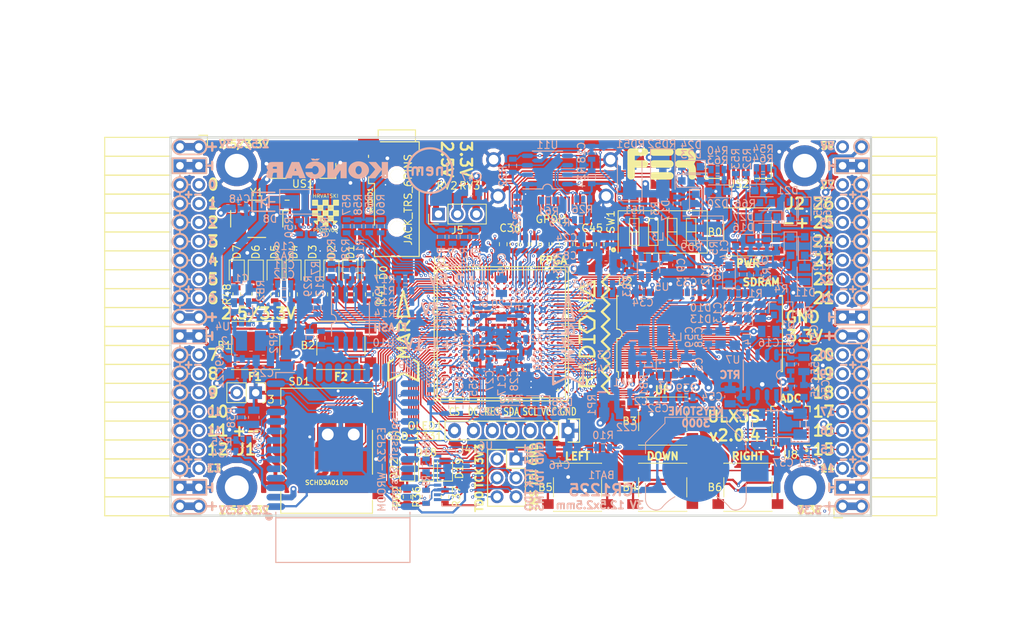
<source format=kicad_pcb>
(kicad_pcb (version 20171130) (host pcbnew 5.0.0-rc3+dfsg1-2)
  (layers (0 F.Cu signal) (1 In1.Cu signal) (2 In2.Cu signal) (31 B.Cu signal) (34 B.Paste user) (35 F.Paste user) (36 B.SilkS user) (37 F.SilkS user) (38 B.Mask user) (39 F.Mask user) (44 Edge.Cuts user))
  (net 0 "")
  (net 1 GND)
  (net 2 +5V)
  (net 3 /gpio/IN5V)
  (net 4 /gpio/OUT5V)
  (net 5 +3V3)
  (net 6 BTN_D)
  (net 7 BTN_F1)
  (net 8 BTN_F2)
  (net 9 BTN_L)
  (net 10 BTN_R)
  (net 11 BTN_U)
  (net 12 /power/FB1)
  (net 13 +2V5)
  (net 14 /power/PWREN)
  (net 15 /power/FB3)
  (net 16 /power/FB2)
  (net 17 /power/VBAT)
  (net 18 JTAG_TDI)
  (net 19 JTAG_TCK)
  (net 20 JTAG_TMS)
  (net 21 JTAG_TDO)
  (net 22 /power/WAKEUPn)
  (net 23 /power/WKUP)
  (net 24 /power/SHUT)
  (net 25 /power/WAKE)
  (net 26 /power/HOLD)
  (net 27 /power/WKn)
  (net 28 /power/OSCI_32k)
  (net 29 /power/OSCO_32k)
  (net 30 SHUTDOWN)
  (net 31 GPDI_SDA)
  (net 32 GPDI_SCL)
  (net 33 /gpdi/VREF2)
  (net 34 SD_CMD)
  (net 35 SD_CLK)
  (net 36 SD_D0)
  (net 37 SD_D1)
  (net 38 USB5V)
  (net 39 GPDI_CEC)
  (net 40 nRESET)
  (net 41 FTDI_nDTR)
  (net 42 SDRAM_CKE)
  (net 43 SDRAM_A7)
  (net 44 SDRAM_D15)
  (net 45 SDRAM_BA1)
  (net 46 SDRAM_D7)
  (net 47 SDRAM_A6)
  (net 48 SDRAM_CLK)
  (net 49 SDRAM_D13)
  (net 50 SDRAM_BA0)
  (net 51 SDRAM_D6)
  (net 52 SDRAM_A5)
  (net 53 SDRAM_D14)
  (net 54 SDRAM_A11)
  (net 55 SDRAM_D12)
  (net 56 SDRAM_D5)
  (net 57 SDRAM_A4)
  (net 58 SDRAM_A10)
  (net 59 SDRAM_D11)
  (net 60 SDRAM_A3)
  (net 61 SDRAM_D4)
  (net 62 SDRAM_D10)
  (net 63 SDRAM_D9)
  (net 64 SDRAM_A9)
  (net 65 SDRAM_D3)
  (net 66 SDRAM_D8)
  (net 67 SDRAM_A8)
  (net 68 SDRAM_A2)
  (net 69 SDRAM_A1)
  (net 70 SDRAM_A0)
  (net 71 SDRAM_D2)
  (net 72 SDRAM_D1)
  (net 73 SDRAM_D0)
  (net 74 SDRAM_DQM0)
  (net 75 SDRAM_nCS)
  (net 76 SDRAM_nRAS)
  (net 77 SDRAM_DQM1)
  (net 78 SDRAM_nCAS)
  (net 79 SDRAM_nWE)
  (net 80 /flash/FLASH_nWP)
  (net 81 /flash/FLASH_nHOLD)
  (net 82 /flash/FLASH_MOSI)
  (net 83 /flash/FLASH_MISO)
  (net 84 /flash/FLASH_SCK)
  (net 85 /flash/FLASH_nCS)
  (net 86 /flash/FPGA_PROGRAMN)
  (net 87 /flash/FPGA_DONE)
  (net 88 /flash/FPGA_INITN)
  (net 89 OLED_RES)
  (net 90 OLED_DC)
  (net 91 OLED_CS)
  (net 92 WIFI_EN)
  (net 93 FTDI_nRTS)
  (net 94 FTDI_TXD)
  (net 95 FTDI_RXD)
  (net 96 WIFI_RXD)
  (net 97 WIFI_GPIO0)
  (net 98 WIFI_TXD)
  (net 99 USB_FTDI_D+)
  (net 100 USB_FTDI_D-)
  (net 101 SD_D3)
  (net 102 AUDIO_L3)
  (net 103 AUDIO_L2)
  (net 104 AUDIO_L1)
  (net 105 AUDIO_L0)
  (net 106 AUDIO_R3)
  (net 107 AUDIO_R2)
  (net 108 AUDIO_R1)
  (net 109 AUDIO_R0)
  (net 110 OLED_CLK)
  (net 111 OLED_MOSI)
  (net 112 LED0)
  (net 113 LED1)
  (net 114 LED2)
  (net 115 LED3)
  (net 116 LED4)
  (net 117 LED5)
  (net 118 LED6)
  (net 119 LED7)
  (net 120 BTN_PWRn)
  (net 121 FTDI_nTXLED)
  (net 122 FTDI_nSLEEP)
  (net 123 /blinkey/LED_PWREN)
  (net 124 /blinkey/LED_TXLED)
  (net 125 /sdcard/SD3V3)
  (net 126 SD_D2)
  (net 127 CLK_25MHz)
  (net 128 /blinkey/BTNPUL)
  (net 129 /blinkey/BTNPUR)
  (net 130 USB_FPGA_D+)
  (net 131 /power/FTDI_nSUSPEND)
  (net 132 /blinkey/ALED0)
  (net 133 /blinkey/ALED1)
  (net 134 /blinkey/ALED2)
  (net 135 /blinkey/ALED3)
  (net 136 /blinkey/ALED4)
  (net 137 /blinkey/ALED5)
  (net 138 /blinkey/ALED6)
  (net 139 /blinkey/ALED7)
  (net 140 /usb/FTD-)
  (net 141 /usb/FTD+)
  (net 142 ADC_MISO)
  (net 143 ADC_MOSI)
  (net 144 ADC_CSn)
  (net 145 ADC_SCLK)
  (net 146 SW3)
  (net 147 SW2)
  (net 148 SW1)
  (net 149 USB_FPGA_D-)
  (net 150 /usb/FPD+)
  (net 151 /usb/FPD-)
  (net 152 WIFI_GPIO16)
  (net 153 /usb/ANT_433MHz)
  (net 154 PROG_DONE)
  (net 155 /power/P3V3)
  (net 156 /power/P2V5)
  (net 157 /power/L1)
  (net 158 /power/L3)
  (net 159 /power/L2)
  (net 160 FTDI_TXDEN)
  (net 161 SDRAM_A12)
  (net 162 /analog/AUDIO_V)
  (net 163 AUDIO_V3)
  (net 164 AUDIO_V2)
  (net 165 AUDIO_V1)
  (net 166 AUDIO_V0)
  (net 167 /blinkey/LED_WIFI)
  (net 168 /power/P1V1)
  (net 169 +1V1)
  (net 170 SW4)
  (net 171 /blinkey/SWPU)
  (net 172 /wifi/WIFIEN)
  (net 173 FT2V5)
  (net 174 GN0)
  (net 175 GP0)
  (net 176 GN1)
  (net 177 GP1)
  (net 178 GN2)
  (net 179 GP2)
  (net 180 GN3)
  (net 181 GP3)
  (net 182 GN4)
  (net 183 GP4)
  (net 184 GN5)
  (net 185 GP5)
  (net 186 GN6)
  (net 187 GP6)
  (net 188 GN14)
  (net 189 GP14)
  (net 190 GN15)
  (net 191 GP15)
  (net 192 GN16)
  (net 193 GP16)
  (net 194 GN17)
  (net 195 GP17)
  (net 196 GN18)
  (net 197 GP18)
  (net 198 GN19)
  (net 199 GP19)
  (net 200 GN20)
  (net 201 GP20)
  (net 202 GN21)
  (net 203 GP21)
  (net 204 GN22)
  (net 205 GP22)
  (net 206 GN23)
  (net 207 GP23)
  (net 208 GN24)
  (net 209 GP24)
  (net 210 GN25)
  (net 211 GP25)
  (net 212 GN26)
  (net 213 GP26)
  (net 214 GN27)
  (net 215 GP27)
  (net 216 GN7)
  (net 217 GP7)
  (net 218 GN8)
  (net 219 GP8)
  (net 220 GN9)
  (net 221 GP9)
  (net 222 GN10)
  (net 223 GP10)
  (net 224 GN11)
  (net 225 GP11)
  (net 226 GN12)
  (net 227 GP12)
  (net 228 GN13)
  (net 229 GP13)
  (net 230 WIFI_GPIO5)
  (net 231 WIFI_GPIO17)
  (net 232 USB_FPGA_PULL_D+)
  (net 233 USB_FPGA_PULL_D-)
  (net 234 "Net-(D23-Pad2)")
  (net 235 "Net-(D24-Pad1)")
  (net 236 "Net-(D25-Pad2)")
  (net 237 "Net-(D26-Pad1)")
  (net 238 /gpdi/GPDI_ETH+)
  (net 239 FPDI_ETH+)
  (net 240 /gpdi/GPDI_ETH-)
  (net 241 FPDI_ETH-)
  (net 242 /gpdi/GPDI_D2-)
  (net 243 FPDI_D2-)
  (net 244 /gpdi/GPDI_D1-)
  (net 245 FPDI_D1-)
  (net 246 /gpdi/GPDI_D0-)
  (net 247 FPDI_D0-)
  (net 248 /gpdi/GPDI_CLK-)
  (net 249 FPDI_CLK-)
  (net 250 /gpdi/GPDI_D2+)
  (net 251 FPDI_D2+)
  (net 252 /gpdi/GPDI_D1+)
  (net 253 FPDI_D1+)
  (net 254 /gpdi/GPDI_D0+)
  (net 255 FPDI_D0+)
  (net 256 /gpdi/GPDI_CLK+)
  (net 257 FPDI_CLK+)
  (net 258 FPDI_SDA)
  (net 259 FPDI_SCL)
  (net 260 /gpdi/FPDI_CEC)
  (net 261 2V5_3V3)
  (net 262 "Net-(AUDIO1-Pad5)")
  (net 263 "Net-(AUDIO1-Pad6)")
  (net 264 "Net-(U1-PadA15)")
  (net 265 "Net-(U1-PadC9)")
  (net 266 "Net-(U1-PadD9)")
  (net 267 "Net-(U1-PadD10)")
  (net 268 "Net-(U1-PadD11)")
  (net 269 "Net-(U1-PadD12)")
  (net 270 "Net-(U1-PadE6)")
  (net 271 "Net-(U1-PadE9)")
  (net 272 "Net-(U1-PadE10)")
  (net 273 "Net-(U1-PadE11)")
  (net 274 "Net-(U1-PadJ4)")
  (net 275 "Net-(U1-PadJ5)")
  (net 276 "Net-(U1-PadK5)")
  (net 277 "Net-(U1-PadL5)")
  (net 278 "Net-(U1-PadM5)")
  (net 279 SD_CD)
  (net 280 SD_WP)
  (net 281 "Net-(U1-PadR3)")
  (net 282 "Net-(U1-PadT16)")
  (net 283 "Net-(U1-PadW4)")
  (net 284 "Net-(U1-PadW5)")
  (net 285 "Net-(U1-PadW8)")
  (net 286 "Net-(U1-PadW9)")
  (net 287 "Net-(U1-PadW13)")
  (net 288 "Net-(U1-PadW14)")
  (net 289 "Net-(U1-PadW17)")
  (net 290 "Net-(U1-PadW18)")
  (net 291 FTDI_nRXLED)
  (net 292 "Net-(U8-Pad12)")
  (net 293 "Net-(U8-Pad25)")
  (net 294 "Net-(U9-Pad32)")
  (net 295 "Net-(U9-Pad22)")
  (net 296 "Net-(U9-Pad21)")
  (net 297 "Net-(U9-Pad20)")
  (net 298 "Net-(U9-Pad19)")
  (net 299 "Net-(U9-Pad18)")
  (net 300 "Net-(U9-Pad17)")
  (net 301 "Net-(U9-Pad12)")
  (net 302 "Net-(U9-Pad5)")
  (net 303 "Net-(U9-Pad4)")
  (net 304 "Net-(US1-Pad4)")
  (net 305 "Net-(Y2-Pad3)")
  (net 306 "Net-(Y2-Pad2)")
  (net 307 "Net-(U1-PadK16)")
  (net 308 "Net-(U1-PadK17)")
  (net 309 /usb/US2VBUS)
  (net 310 /power/SHD)
  (net 311 /power/RTCVDD)
  (net 312 "Net-(D27-Pad2)")
  (net 313 US2_ID)
  (net 314 /analog/AUDIO_L)
  (net 315 /analog/AUDIO_R)
  (net 316 /analog/ADC3V3)
  (net 317 PWRBTn)
  (net 318 USER_PROGRAMN)
  (module conn-fci:CONN-10029449-111RLF (layer F.Cu) (at 145.296 69.312 180)
    (fp_text reference GPDI1 (at 0 -3.1115 180) (layer F.SilkS))
    (fp_text value GPDI-D)
    (pad 19 smd rect (at -4.25 -1 180) (size 0.3 1.9) (layers F.Cu F.Paste F.Mask) (net 240 /gpdi/GPDI_ETH-))
    (pad 18 smd rect (at -3.75 -1 180) (size 0.3 1.9) (layers F.Cu F.Paste F.Mask) (net 2 +5V))
    (pad 17 smd rect (at -3.25 -1 180) (size 0.3 1.9) (layers F.Cu F.Paste F.Mask) (net 1 GND))
    (pad 16 smd rect (at -2.75 -1 180) (size 0.3 1.9) (layers F.Cu F.Paste F.Mask) (net 31 GPDI_SDA))
    (pad 15 smd rect (at -2.25 -1 180) (size 0.3 1.9) (layers F.Cu F.Paste F.Mask) (net 32 GPDI_SCL))
    (pad 14 smd rect (at -1.75 -1 180) (size 0.3 1.9) (layers F.Cu F.Paste F.Mask) (net 238 /gpdi/GPDI_ETH+))
    (pad 13 smd rect (at -1.25 -1 180) (size 0.3 1.9) (layers F.Cu F.Paste F.Mask) (net 39 GPDI_CEC))
    (pad 12 smd rect (at -0.75 -1 180) (size 0.3 1.9) (layers F.Cu F.Paste F.Mask) (net 248 /gpdi/GPDI_CLK-))
    (pad 11 smd rect (at -0.25 -1 180) (size 0.3 1.9) (layers F.Cu F.Paste F.Mask) (net 1 GND))
    (pad 10 smd rect (at 0.25 -1 180) (size 0.3 1.9) (layers F.Cu F.Paste F.Mask) (net 256 /gpdi/GPDI_CLK+))
    (pad 9 smd rect (at 0.75 -1 180) (size 0.3 1.9) (layers F.Cu F.Paste F.Mask) (net 246 /gpdi/GPDI_D0-))
    (pad 8 smd rect (at 1.25 -1 180) (size 0.3 1.9) (layers F.Cu F.Paste F.Mask) (net 1 GND))
    (pad 7 smd rect (at 1.75 -1 180) (size 0.3 1.9) (layers F.Cu F.Paste F.Mask) (net 254 /gpdi/GPDI_D0+))
    (pad 6 smd rect (at 2.25 -1 180) (size 0.3 1.9) (layers F.Cu F.Paste F.Mask) (net 244 /gpdi/GPDI_D1-))
    (pad 5 smd rect (at 2.75 -1 180) (size 0.3 1.9) (layers F.Cu F.Paste F.Mask) (net 1 GND))
    (pad 4 smd rect (at 3.25 -1 180) (size 0.3 1.9) (layers F.Cu F.Paste F.Mask) (net 252 /gpdi/GPDI_D1+))
    (pad 3 smd rect (at 3.75 -1 180) (size 0.3 1.9) (layers F.Cu F.Paste F.Mask) (net 242 /gpdi/GPDI_D2-))
    (pad 2 smd rect (at 4.25 -1 180) (size 0.3 1.9) (layers F.Cu F.Paste F.Mask) (net 1 GND))
    (pad 1 smd rect (at 4.75 -1 180) (size 0.3 1.9) (layers F.Cu F.Paste F.Mask) (net 250 /gpdi/GPDI_D2+))
    (pad 0 thru_hole circle (at -7.25 0 180) (size 2 2) (drill 1.3) (layers *.Cu *.Mask F.Paste) (net 1 GND))
    (pad 0 thru_hole circle (at 7.25 0 180) (size 2 2) (drill 1.3) (layers *.Cu *.Mask F.Paste) (net 1 GND))
    (pad 0 thru_hole circle (at -7.85 4.9 180) (size 2 2) (drill 1.3) (layers *.Cu *.Mask F.Paste) (net 1 GND))
    (pad 0 thru_hole circle (at 7.85 4.9 180) (size 2 2) (drill 1.3) (layers *.Cu *.Mask F.Paste) (net 1 GND))
  )
  (module ESP32:ESP32-WROOM (layer B.Cu) (at 117.23 105.75 180)
    (fp_text reference U9 (at -8.366 13.85 180) (layer B.SilkS) (effects (justify mirror)))
    (fp_text value ESP-WROOM32)
    (fp_text user "Espressif Systems" (at -6.858 0.889 90) (layer B.SilkS) (effects (justify mirror)))
    (fp_text user ESP32-WROOM (at -5.207 -0.254 90) (layer B.SilkS) (effects (justify mirror)))
    (pad 38 smd oval (at -9 -5.25 180) (size 2.5 0.9) (layers B.Cu B.Mask) (net 1 GND))
    (pad 37 smd oval (at -9 -3.98 180) (size 2.5 0.9) (layers B.Cu B.Mask) (net 18 JTAG_TDI))
    (pad 36 smd oval (at -9 -2.71 180) (size 2.5 0.9) (layers B.Cu B.Mask) (net 154 PROG_DONE))
    (pad 35 smd oval (at -9 -1.44 180) (size 2.5 0.9) (layers B.Cu B.Mask) (net 98 WIFI_TXD))
    (pad 34 smd oval (at -9 -0.17 180) (size 2.5 0.9) (layers B.Cu B.Mask) (net 96 WIFI_RXD))
    (pad 33 smd oval (at -9 1.1 180) (size 2.5 0.9) (layers B.Cu B.Mask) (net 20 JTAG_TMS))
    (pad 32 smd oval (at -9 2.37 180) (size 2.5 0.9) (layers B.Cu B.Mask) (net 294 "Net-(U9-Pad32)"))
    (pad 31 smd oval (at -9 3.64 180) (size 2.5 0.9) (layers B.Cu B.Mask) (net 21 JTAG_TDO))
    (pad 30 smd oval (at -9 4.91 180) (size 2.5 0.9) (layers B.Cu B.Mask) (net 19 JTAG_TCK))
    (pad 29 smd oval (at -9 6.18 180) (size 2.5 0.9) (layers B.Cu B.Mask) (net 230 WIFI_GPIO5))
    (pad 28 smd oval (at -9 7.45 180) (size 2.5 0.9) (layers B.Cu B.Mask) (net 231 WIFI_GPIO17))
    (pad 27 smd oval (at -9 8.72 180) (size 2.5 0.9) (layers B.Cu B.Mask) (net 152 WIFI_GPIO16))
    (pad 26 smd oval (at -9 9.99 180) (size 2.5 0.9) (layers B.Cu B.Mask) (net 37 SD_D1))
    (pad 25 smd oval (at -9 11.26 180) (size 2.5 0.9) (layers B.Cu B.Mask) (net 97 WIFI_GPIO0))
    (pad 24 smd oval (at -5.715 12.75 180) (size 0.9 2.5) (layers B.Cu B.Mask) (net 36 SD_D0))
    (pad 23 smd oval (at -4.445 12.75 180) (size 0.9 2.5) (layers B.Cu B.Mask) (net 34 SD_CMD))
    (pad 22 smd oval (at -3.175 12.75 180) (size 0.9 2.5) (layers B.Cu B.Mask) (net 295 "Net-(U9-Pad22)"))
    (pad 21 smd oval (at -1.905 12.75 180) (size 0.9 2.5) (layers B.Cu B.Mask) (net 296 "Net-(U9-Pad21)"))
    (pad 20 smd oval (at -0.635 12.75 180) (size 0.9 2.5) (layers B.Cu B.Mask) (net 297 "Net-(U9-Pad20)"))
    (pad 19 smd oval (at 0.635 12.75 180) (size 0.9 2.5) (layers B.Cu B.Mask) (net 298 "Net-(U9-Pad19)"))
    (pad 18 smd oval (at 1.905 12.75 180) (size 0.9 2.5) (layers B.Cu B.Mask) (net 299 "Net-(U9-Pad18)"))
    (pad 17 smd oval (at 3.175 12.75 180) (size 0.9 2.5) (layers B.Cu B.Mask) (net 300 "Net-(U9-Pad17)"))
    (pad 16 smd oval (at 4.445 12.75 180) (size 0.9 2.5) (layers B.Cu B.Mask) (net 101 SD_D3))
    (pad 15 smd oval (at 5.715 12.75 180) (size 0.9 2.5) (layers B.Cu B.Mask) (net 1 GND))
    (pad 14 smd oval (at 9 11.26 180) (size 2.5 0.9) (layers B.Cu B.Mask) (net 126 SD_D2))
    (pad 13 smd oval (at 9 9.99 180) (size 2.5 0.9) (layers B.Cu B.Mask) (net 35 SD_CLK))
    (pad 12 smd oval (at 9 8.72 180) (size 2.5 0.9) (layers B.Cu B.Mask) (net 301 "Net-(U9-Pad12)"))
    (pad 11 smd oval (at 9 7.45 180) (size 2.5 0.9) (layers B.Cu B.Mask) (net 224 GN11))
    (pad 10 smd oval (at 9 6.18 180) (size 2.5 0.9) (layers B.Cu B.Mask) (net 225 GP11))
    (pad 9 smd oval (at 9 4.91 180) (size 2.5 0.9) (layers B.Cu B.Mask) (net 226 GN12))
    (pad 8 smd oval (at 9 3.64 180) (size 2.5 0.9) (layers B.Cu B.Mask) (net 227 GP12))
    (pad 7 smd oval (at 9 2.37 180) (size 2.5 0.9) (layers B.Cu B.Mask) (net 228 GN13))
    (pad 6 smd oval (at 9 1.1 180) (size 2.5 0.9) (layers B.Cu B.Mask) (net 229 GP13))
    (pad 5 smd oval (at 9 -0.17 180) (size 2.5 0.9) (layers B.Cu B.Mask) (net 302 "Net-(U9-Pad5)"))
    (pad 4 smd oval (at 9 -1.44 180) (size 2.5 0.9) (layers B.Cu B.Mask) (net 303 "Net-(U9-Pad4)"))
    (pad 3 smd oval (at 9 -2.71 180) (size 2.5 0.9) (layers B.Cu B.Mask) (net 172 /wifi/WIFIEN))
    (pad 2 smd oval (at 9 -3.98 180) (size 2.5 0.9) (layers B.Cu B.Mask) (net 5 +3V3))
    (pad 1 smd oval (at 9 -5.25 180) (size 2.5 0.9) (layers B.Cu B.Mask) (net 1 GND))
    (pad 39 smd rect (at 0.3 2.45 180) (size 6 6) (layers B.Cu B.Mask) (net 1 GND))
  )
  (module Capacitor_SMD:C_0603_1608Metric (layer B.Cu) (at 102.863 91.156)
    (fp_text reference C49 (at -2.159 -0.399 90) (layer B.SilkS) (effects (justify mirror)))
    (fp_text value 22nF)
    (pad 2 smd rect (at 0.875 0) (size 0.67 1) (layers B.Cu B.Paste B.Mask) (net 1 GND))
    (pad 1 smd rect (at -0.875 0) (size 0.67 1) (layers B.Cu B.Paste B.Mask) (net 261 2V5_3V3))
  )
  (module jumper:R_0805_2012Metric_Pad1.29x1.40mm_HandSolder_Jumper_NC (layer B.Cu) (at 149.472 78.311 270)
    (fp_text reference RP3 (at 0 3.414 270) (layer B.SilkS) (effects (justify mirror)))
    (fp_text value 0)
    (fp_line (start -1 0) (end 1 0) (layer B.Cu) (width 1))
    (pad 2 smd rect (at 0.9675 0 270) (size 1.295 1.4) (layers B.Cu B.Mask) (net 5 +3V3))
    (pad 1 smd rect (at -0.9675 0 270) (size 1.295 1.4) (layers B.Cu B.Mask) (net 155 /power/P3V3))
  )
  (module jumper:R_0805_2012Metric_Pad1.29x1.40mm_HandSolder_Jumper_NC (layer B.Cu) (at 109.609 89.632 270)
    (fp_text reference RP2 (at -0.635 1.651 270) (layer B.SilkS) (effects (justify mirror)))
    (fp_text value 0)
    (fp_line (start -1 0) (end 1 0) (layer B.Cu) (width 1))
    (pad 2 smd rect (at 0.9675 0 270) (size 1.295 1.4) (layers B.Cu B.Mask) (net 13 +2V5))
    (pad 1 smd rect (at -0.9675 0 270) (size 1.295 1.4) (layers B.Cu B.Mask) (net 156 /power/P2V5))
  )
  (module jumper:R_0805_2012Metric_Pad1.29x1.40mm_HandSolder_Jumper_NC (layer B.Cu) (at 152.281 97.361 270)
    (fp_text reference RP1 (at 0 1.65 270) (layer B.SilkS) (effects (justify mirror)))
    (fp_text value 0)
    (fp_line (start -1 0) (end 1 0) (layer B.Cu) (width 1))
    (pad 2 smd rect (at 0.9675 0 270) (size 1.295 1.4) (layers B.Cu B.Mask) (net 169 +1V1))
    (pad 1 smd rect (at -0.9675 0 270) (size 1.295 1.4) (layers B.Cu B.Mask) (net 168 /power/P1V1))
  )
  (module jumper:D_SMA_Jumper_NC (layer B.Cu) (at 164.854 73.63 180)
    (fp_text reference RD9 (at 0.889 -2.54 180) (layer B.SilkS) (effects (justify mirror)))
    (fp_text value 0)
    (fp_line (start -2 0) (end 2 0) (layer B.Cu) (width 1))
    (pad 2 smd rect (at 2 0 180) (size 2.5 1.8) (layers B.Cu B.Mask) (net 2 +5V))
    (pad 1 smd rect (at -2 0 180) (size 2.5 1.8) (layers B.Cu B.Mask) (net 309 /usb/US2VBUS))
  )
  (module jumper:D_SMA_Jumper_NC (layer B.Cu) (at 160.155 66.391 270)
    (fp_text reference RD52 (at -4.064 0.127) (layer B.SilkS) (effects (justify mirror)))
    (fp_text value 0)
    (fp_line (start -2 0) (end 2 0) (layer B.Cu) (width 1))
    (pad 2 smd rect (at 2 0 270) (size 2.5 1.8) (layers B.Cu B.Mask) (net 2 +5V))
    (pad 1 smd rect (at -2 0 270) (size 2.5 1.8) (layers B.Cu B.Mask) (net 4 /gpio/OUT5V))
  )
  (module jumper:D_SMA_Jumper_NC (layer B.Cu) (at 155.71 66.518 90)
    (fp_text reference RD51 (at 4.191 0.127 180) (layer B.SilkS) (effects (justify mirror)))
    (fp_text value 0)
    (fp_line (start -2 0) (end 2 0) (layer B.Cu) (width 1))
    (pad 2 smd rect (at 2 0 90) (size 2.5 1.8) (layers B.Cu B.Mask) (net 3 /gpio/IN5V))
    (pad 1 smd rect (at -2 0 90) (size 2.5 1.8) (layers B.Cu B.Mask) (net 2 +5V))
  )
  (module dipswitch:SW_DIP_x4_W8.61mm_Slide_LowProfile (layer F.Cu) (at 160.14 74.12 90)
    (fp_text reference SW1 (at 1.379 -6.97 90) (layer F.SilkS))
    (fp_text value SW_DIP_x04)
    (pad 8 smd rect (at 4.305 -3.81 90) (size 2.44 1.12) (layers F.Cu F.Paste F.Mask) (net 148 SW1))
    (pad 4 smd rect (at -4.305 3.81 90) (size 2.44 1.12) (layers F.Cu F.Paste F.Mask) (net 171 /blinkey/SWPU))
    (pad 7 smd rect (at 4.305 -1.27 90) (size 2.44 1.12) (layers F.Cu F.Paste F.Mask) (net 147 SW2))
    (pad 3 smd rect (at -4.305 1.27 90) (size 2.44 1.12) (layers F.Cu F.Paste F.Mask) (net 171 /blinkey/SWPU))
    (pad 6 smd rect (at 4.305 1.27 90) (size 2.44 1.12) (layers F.Cu F.Paste F.Mask) (net 146 SW3))
    (pad 2 smd rect (at -4.305 -1.27 90) (size 2.44 1.12) (layers F.Cu F.Paste F.Mask) (net 171 /blinkey/SWPU))
    (pad 5 smd rect (at 4.305 3.81 90) (size 2.44 1.12) (layers F.Cu F.Paste F.Mask) (net 170 SW4))
    (pad 1 smd rect (at -4.305 -3.81 90) (size 2.44 1.12) (layers F.Cu F.Paste F.Mask) (net 171 /blinkey/SWPU))
  )
  (module Keystone_3000_1x12mm-CoinCell:Keystone_3000_1x12mm-CoinCell (layer B.Cu) (at 164.585 105.87 90)
    (fp_text reference BAT1 (at -0.907 -12.685 180) (layer B.SilkS) (effects (justify mirror)))
    (fp_text value CR1225)
    (pad 1 smd rect (at 0 7.9 180) (size 3.7 3.5) (layers B.Cu B.Paste B.Mask) (net 17 /power/VBAT) (clearance 0.7))
    (pad 1 smd rect (at 0 -7.9 180) (size 3.7 3.5) (layers B.Cu B.Paste B.Mask) (net 17 /power/VBAT) (clearance 0.7))
    (pad 2 smd circle (at 0 0 180) (size 9 9) (layers B.Cu B.Mask) (net 1 GND))
  )
  (module SM8:SM8 (layer B.Cu) (at 144.68 65.8015 90)
    (fp_text reference U11 (at 3.3475 -0.019 -180) (layer B.SilkS) (effects (justify mirror)))
    (fp_text value PCA9306D)
    (pad 1 smd rect (at -1.905 -2.7) (size 1.55 0.6) (layers B.Cu B.Paste B.Mask) (net 1 GND))
    (pad 2 smd oval (at -0.635 -2.7) (size 1.55 0.6) (layers B.Cu B.Paste B.Mask) (net 13 +2V5))
    (pad 3 smd oval (at 0.635 -2.7) (size 1.55 0.6) (layers B.Cu B.Paste B.Mask) (net 259 FPDI_SCL))
    (pad 4 smd oval (at 1.905 -2.7) (size 1.55 0.6) (layers B.Cu B.Paste B.Mask) (net 258 FPDI_SDA))
    (pad 5 smd oval (at 1.905 2.7) (size 1.55 0.6) (layers B.Cu B.Paste B.Mask) (net 31 GPDI_SDA))
    (pad 6 smd oval (at 0.635 2.7) (size 1.55 0.6) (layers B.Cu B.Paste B.Mask) (net 32 GPDI_SCL))
    (pad 7 smd oval (at -0.635 2.7) (size 1.55 0.6) (layers B.Cu B.Paste B.Mask) (net 33 /gpdi/VREF2))
    (pad 8 smd oval (at -1.905 2.7) (size 1.55 0.6) (layers B.Cu B.Paste B.Mask) (net 5 +3V3))
  )
  (module TSOP54:TSOP54 (layer F.Cu) (at 165.093 87.8 90)
    (fp_text reference U2 (at 6.98 -9.993 180) (layer F.SilkS))
    (fp_text value MT48LC16M16A2TG)
    (pad 28 smd rect (at 5.53 10.4 90) (size 0.9 0.56) (layers F.Cu F.Paste F.Mask) (net 1 GND))
    (pad 1 smd rect (at -5.53 -10.4 90) (size 0.9 0.56) (layers F.Cu F.Paste F.Mask) (net 5 +3V3))
    (pad 2 smd rect (at -5.53 -9.6 90) (size 0.9 0.56) (layers F.Cu F.Paste F.Mask) (net 73 SDRAM_D0))
    (pad 3 smd rect (at -5.53 -8.8 90) (size 0.9 0.56) (layers F.Cu F.Paste F.Mask) (net 5 +3V3))
    (pad 4 smd rect (at -5.53 -8 90) (size 0.9 0.56) (layers F.Cu F.Paste F.Mask) (net 72 SDRAM_D1))
    (pad 5 smd rect (at -5.53 -7.2 90) (size 0.9 0.56) (layers F.Cu F.Paste F.Mask) (net 71 SDRAM_D2))
    (pad 6 smd rect (at -5.53 -6.4 90) (size 0.9 0.56) (layers F.Cu F.Paste F.Mask) (net 1 GND))
    (pad 7 smd rect (at -5.53 -5.6 90) (size 0.9 0.56) (layers F.Cu F.Paste F.Mask) (net 65 SDRAM_D3))
    (pad 8 smd rect (at -5.53 -4.8 90) (size 0.9 0.56) (layers F.Cu F.Paste F.Mask) (net 61 SDRAM_D4))
    (pad 9 smd rect (at -5.53 -4 90) (size 0.9 0.56) (layers F.Cu F.Paste F.Mask) (net 5 +3V3))
    (pad 10 smd rect (at -5.53 -3.2 90) (size 0.9 0.56) (layers F.Cu F.Paste F.Mask) (net 56 SDRAM_D5))
    (pad 11 smd rect (at -5.53 -2.4 90) (size 0.9 0.56) (layers F.Cu F.Paste F.Mask) (net 51 SDRAM_D6))
    (pad 12 smd rect (at -5.53 -1.6 90) (size 0.9 0.56) (layers F.Cu F.Paste F.Mask) (net 1 GND))
    (pad 13 smd rect (at -5.53 -0.8 90) (size 0.9 0.56) (layers F.Cu F.Paste F.Mask) (net 46 SDRAM_D7))
    (pad 14 smd rect (at -5.53 0 90) (size 0.9 0.56) (layers F.Cu F.Paste F.Mask) (net 5 +3V3))
    (pad 15 smd rect (at -5.53 0.8 90) (size 0.9 0.56) (layers F.Cu F.Paste F.Mask) (net 74 SDRAM_DQM0))
    (pad 16 smd rect (at -5.53 1.6 90) (size 0.9 0.56) (layers F.Cu F.Paste F.Mask) (net 79 SDRAM_nWE))
    (pad 17 smd rect (at -5.53 2.4 90) (size 0.9 0.56) (layers F.Cu F.Paste F.Mask) (net 78 SDRAM_nCAS))
    (pad 18 smd rect (at -5.53 3.2 90) (size 0.9 0.56) (layers F.Cu F.Paste F.Mask) (net 76 SDRAM_nRAS))
    (pad 19 smd rect (at -5.53 4 90) (size 0.9 0.56) (layers F.Cu F.Paste F.Mask) (net 75 SDRAM_nCS))
    (pad 20 smd rect (at -5.53 4.8 90) (size 0.9 0.56) (layers F.Cu F.Paste F.Mask) (net 50 SDRAM_BA0))
    (pad 21 smd rect (at -5.53 5.6 90) (size 0.9 0.56) (layers F.Cu F.Paste F.Mask) (net 45 SDRAM_BA1))
    (pad 22 smd rect (at -5.53 6.4 90) (size 0.9 0.56) (layers F.Cu F.Paste F.Mask) (net 58 SDRAM_A10))
    (pad 23 smd rect (at -5.53 7.2 90) (size 0.9 0.56) (layers F.Cu F.Paste F.Mask) (net 70 SDRAM_A0))
    (pad 24 smd rect (at -5.53 8 90) (size 0.9 0.56) (layers F.Cu F.Paste F.Mask) (net 69 SDRAM_A1))
    (pad 25 smd rect (at -5.53 8.8 90) (size 0.9 0.56) (layers F.Cu F.Paste F.Mask) (net 68 SDRAM_A2))
    (pad 26 smd rect (at -5.53 9.6 90) (size 0.9 0.56) (layers F.Cu F.Paste F.Mask) (net 60 SDRAM_A3))
    (pad 27 smd rect (at -5.53 10.4 90) (size 0.9 0.56) (layers F.Cu F.Paste F.Mask) (net 5 +3V3))
    (pad 29 smd rect (at 5.53 9.6 90) (size 0.9 0.56) (layers F.Cu F.Paste F.Mask) (net 57 SDRAM_A4))
    (pad 30 smd rect (at 5.53 8.8 90) (size 0.9 0.56) (layers F.Cu F.Paste F.Mask) (net 52 SDRAM_A5))
    (pad 31 smd rect (at 5.53 8 90) (size 0.9 0.56) (layers F.Cu F.Paste F.Mask) (net 47 SDRAM_A6))
    (pad 32 smd rect (at 5.53 7.2 90) (size 0.9 0.56) (layers F.Cu F.Paste F.Mask) (net 43 SDRAM_A7))
    (pad 33 smd rect (at 5.53 6.4 90) (size 0.9 0.56) (layers F.Cu F.Paste F.Mask) (net 67 SDRAM_A8))
    (pad 34 smd rect (at 5.53 5.6 90) (size 0.9 0.56) (layers F.Cu F.Paste F.Mask) (net 64 SDRAM_A9))
    (pad 35 smd rect (at 5.53 4.8 90) (size 0.9 0.56) (layers F.Cu F.Paste F.Mask) (net 54 SDRAM_A11))
    (pad 36 smd rect (at 5.53 4 90) (size 0.9 0.56) (layers F.Cu F.Paste F.Mask) (net 161 SDRAM_A12))
    (pad 37 smd rect (at 5.53 3.2 90) (size 0.9 0.56) (layers F.Cu F.Paste F.Mask) (net 42 SDRAM_CKE))
    (pad 38 smd rect (at 5.53 2.4 90) (size 0.9 0.56) (layers F.Cu F.Paste F.Mask) (net 48 SDRAM_CLK))
    (pad 39 smd rect (at 5.53 1.6 90) (size 0.9 0.56) (layers F.Cu F.Paste F.Mask) (net 77 SDRAM_DQM1))
    (pad 40 smd rect (at 5.53 0.8 90) (size 0.9 0.56) (layers F.Cu F.Paste F.Mask))
    (pad 41 smd rect (at 5.53 0 90) (size 0.9 0.56) (layers F.Cu F.Paste F.Mask) (net 1 GND))
    (pad 42 smd rect (at 5.53 -0.8 90) (size 0.9 0.56) (layers F.Cu F.Paste F.Mask) (net 66 SDRAM_D8))
    (pad 43 smd rect (at 5.53 -1.6 90) (size 0.9 0.56) (layers F.Cu F.Paste F.Mask) (net 5 +3V3))
    (pad 44 smd rect (at 5.53 -2.4 90) (size 0.9 0.56) (layers F.Cu F.Paste F.Mask) (net 63 SDRAM_D9))
    (pad 45 smd rect (at 5.53 -3.2 90) (size 0.9 0.56) (layers F.Cu F.Paste F.Mask) (net 62 SDRAM_D10))
    (pad 46 smd rect (at 5.53 -4 90) (size 0.9 0.56) (layers F.Cu F.Paste F.Mask) (net 1 GND))
    (pad 47 smd rect (at 5.53 -4.8 90) (size 0.9 0.56) (layers F.Cu F.Paste F.Mask) (net 59 SDRAM_D11))
    (pad 48 smd rect (at 5.53 -5.6 90) (size 0.9 0.56) (layers F.Cu F.Paste F.Mask) (net 55 SDRAM_D12))
    (pad 49 smd rect (at 5.53 -6.4 90) (size 0.9 0.56) (layers F.Cu F.Paste F.Mask) (net 5 +3V3))
    (pad 50 smd rect (at 5.53 -7.2 90) (size 0.9 0.56) (layers F.Cu F.Paste F.Mask) (net 49 SDRAM_D13))
    (pad 51 smd rect (at 5.53 -8 90) (size 0.9 0.56) (layers F.Cu F.Paste F.Mask) (net 53 SDRAM_D14))
    (pad 52 smd rect (at 5.53 -8.8 90) (size 0.9 0.56) (layers F.Cu F.Paste F.Mask) (net 1 GND))
    (pad 53 smd rect (at 5.53 -9.6 90) (size 0.9 0.56) (layers F.Cu F.Paste F.Mask) (net 44 SDRAM_D15))
    (pad 54 smd rect (at 5.53 -10.4 90) (size 0.9 0.56) (layers F.Cu F.Paste F.Mask) (net 1 GND))
  )
  (module SOA008-150mil:SOA008-150-208mil (layer B.Cu) (at 118.245 85.822 270)
    (fp_text reference U10 (at 3.175 -4.445) (layer B.SilkS) (effects (justify mirror)))
    (fp_text value IS25LP128F-JBLE)
    (pad 1 smd rect (at -3.302 1.905 270) (size 2.1 0.6) (layers B.Cu B.Paste B.Mask) (net 85 /flash/FLASH_nCS))
    (pad 2 smd oval (at -3.302 0.635 270) (size 2.1 0.6) (layers B.Cu B.Paste B.Mask) (net 83 /flash/FLASH_MISO))
    (pad 3 smd oval (at -3.302 -0.635 270) (size 2.1 0.6) (layers B.Cu B.Paste B.Mask) (net 80 /flash/FLASH_nWP))
    (pad 4 smd oval (at -3.302 -1.905 270) (size 2.1 0.6) (layers B.Cu B.Paste B.Mask) (net 1 GND))
    (pad 5 smd oval (at 3.302 -1.905 270) (size 2.1 0.6) (layers B.Cu B.Paste B.Mask) (net 82 /flash/FLASH_MOSI))
    (pad 6 smd oval (at 3.302 -0.635 270) (size 2.1 0.6) (layers B.Cu B.Paste B.Mask) (net 84 /flash/FLASH_SCK))
    (pad 7 smd oval (at 3.302 0.635 270) (size 2.1 0.6) (layers B.Cu B.Paste B.Mask) (net 81 /flash/FLASH_nHOLD))
    (pad 8 smd oval (at 3.302 1.905 270) (size 2.1 0.6) (layers B.Cu B.Paste B.Mask) (net 5 +3V3))
  )
  (module SOT96-1:SOT96-1 (layer B.Cu) (at 173.49 93.315 90)
    (fp_text reference U7 (at 2.032 -3.937 180) (layer B.SilkS) (effects (justify mirror)))
    (fp_text value MCP7940NT)
    (pad 1 smd rect (at -2.7 1.905 90) (size 1.55 0.6) (layers B.Cu B.Paste B.Mask) (net 28 /power/OSCI_32k))
    (pad 2 smd oval (at -2.7 0.635 90) (size 1.55 0.6) (layers B.Cu B.Paste B.Mask) (net 29 /power/OSCO_32k))
    (pad 3 smd oval (at -2.7 -0.635 90) (size 1.55 0.6) (layers B.Cu B.Paste B.Mask) (net 17 /power/VBAT))
    (pad 4 smd oval (at -2.7 -1.905 90) (size 1.55 0.6) (layers B.Cu B.Paste B.Mask) (net 1 GND))
    (pad 5 smd oval (at 2.7 -1.905 90) (size 1.55 0.6) (layers B.Cu B.Paste B.Mask) (net 258 FPDI_SDA))
    (pad 6 smd oval (at 2.7 -0.635 90) (size 1.55 0.6) (layers B.Cu B.Paste B.Mask) (net 259 FPDI_SCL))
    (pad 7 smd oval (at 2.7 0.635 90) (size 1.55 0.6) (layers B.Cu B.Paste B.Mask) (net 22 /power/WAKEUPn))
    (pad 8 smd oval (at 2.7 1.905 90) (size 1.55 0.6) (layers B.Cu B.Paste B.Mask) (net 311 /power/RTCVDD))
  )
  (module ft231x:FT231X-SSOP-20_4.4x6.5mm_Pitch0.65mm (layer B.Cu) (at 132.835 107.14 180)
    (fp_text reference U6 (at -3.556 4.318 180) (layer B.SilkS) (effects (justify mirror)))
    (fp_text value FT231XS)
    (pad 20 smd rect (at 2.9 2.925 180) (size 1 0.4) (layers B.Cu B.Paste B.Mask) (net 94 FTDI_TXD))
    (pad 19 smd rect (at 2.9 2.275 180) (size 1 0.4) (layers B.Cu B.Paste B.Mask) (net 122 FTDI_nSLEEP))
    (pad 18 smd rect (at 2.9 1.625 180) (size 1 0.4) (layers B.Cu B.Paste B.Mask) (net 160 FTDI_TXDEN))
    (pad 17 smd rect (at 2.9 0.975 180) (size 1 0.4) (layers B.Cu B.Paste B.Mask) (net 291 FTDI_nRXLED))
    (pad 16 smd rect (at 2.9 0.325 180) (size 1 0.4) (layers B.Cu B.Paste B.Mask) (net 1 GND))
    (pad 15 smd rect (at 2.9 -0.325 180) (size 1 0.4) (layers B.Cu B.Paste B.Mask) (net 38 USB5V))
    (pad 14 smd rect (at 2.9 -0.975 180) (size 1 0.4) (layers B.Cu B.Paste B.Mask) (net 40 nRESET))
    (pad 13 smd rect (at 2.9 -1.625 180) (size 1 0.4) (layers B.Cu B.Paste B.Mask) (net 173 FT2V5))
    (pad 12 smd rect (at 2.9 -2.275 180) (size 1 0.4) (layers B.Cu B.Paste B.Mask) (net 100 USB_FTDI_D-))
    (pad 11 smd rect (at 2.9 -2.925 180) (size 1 0.4) (layers B.Cu B.Paste B.Mask) (net 99 USB_FTDI_D+))
    (pad 10 smd rect (at -2.9 -2.925 180) (size 1 0.4) (layers B.Cu B.Paste B.Mask) (net 121 FTDI_nTXLED))
    (pad 9 smd rect (at -2.9 -2.275 180) (size 1 0.4) (layers B.Cu B.Paste B.Mask) (net 21 JTAG_TDO))
    (pad 8 smd rect (at -2.9 -1.625 180) (size 1 0.4) (layers B.Cu B.Paste B.Mask) (net 20 JTAG_TMS))
    (pad 7 smd rect (at -2.9 -0.975 180) (size 1 0.4) (layers B.Cu B.Paste B.Mask) (net 19 JTAG_TCK))
    (pad 6 smd rect (at -2.9 -0.325 180) (size 1 0.4) (layers B.Cu B.Paste B.Mask) (net 1 GND))
    (pad 5 smd rect (at -2.9 0.325 180) (size 1 0.4) (layers B.Cu B.Paste B.Mask) (net 18 JTAG_TDI))
    (pad 4 smd rect (at -2.9 0.975 180) (size 1 0.4) (layers B.Cu B.Paste B.Mask) (net 95 FTDI_RXD))
    (pad 3 smd rect (at -2.9 1.625 180) (size 1 0.4) (layers B.Cu B.Paste B.Mask) (net 173 FT2V5))
    (pad 2 smd rect (at -2.9 2.275 180) (size 1 0.4) (layers B.Cu B.Paste B.Mask) (net 93 FTDI_nRTS))
    (pad 1 smd rect (at -2.9 2.925 180) (size 1 0.4) (layers B.Cu B.Paste B.Mask) (net 41 FTDI_nDTR))
  )
  (module TSOT-25:TSOT-25 (layer B.Cu) (at 158.235 78.692)
    (fp_text reference U5 (at 1.793 2.812) (layer B.SilkS) (effects (justify mirror)))
    (fp_text value TLV62569DBV)
    (pad 1 smd rect (at -0.95 -1.3) (size 0.7 1.2) (layers B.Cu B.Paste B.Mask) (net 14 /power/PWREN))
    (pad 2 smd rect (at 0 -1.3) (size 0.7 1.2) (layers B.Cu B.Paste B.Mask) (net 1 GND))
    (pad 3 smd rect (at 0.95 -1.3) (size 0.7 1.2) (layers B.Cu B.Paste B.Mask) (net 158 /power/L3))
    (pad 4 smd rect (at 0.95 1.3) (size 0.7 1.2) (layers B.Cu B.Paste B.Mask) (net 2 +5V))
    (pad 5 smd rect (at -0.95 1.3) (size 0.7 1.2) (layers B.Cu B.Paste B.Mask) (net 15 /power/FB3))
  )
  (module TSOT-25:TSOT-25 (layer B.Cu) (at 160.775 91.9)
    (fp_text reference U3 (at -0.295 2.9) (layer B.SilkS) (effects (justify mirror)))
    (fp_text value TLV62569DBV)
    (pad 1 smd rect (at -0.95 -1.3) (size 0.7 1.2) (layers B.Cu B.Paste B.Mask) (net 14 /power/PWREN))
    (pad 2 smd rect (at 0 -1.3) (size 0.7 1.2) (layers B.Cu B.Paste B.Mask) (net 1 GND))
    (pad 3 smd rect (at 0.95 -1.3) (size 0.7 1.2) (layers B.Cu B.Paste B.Mask) (net 157 /power/L1))
    (pad 4 smd rect (at 0.95 1.3) (size 0.7 1.2) (layers B.Cu B.Paste B.Mask) (net 2 +5V))
    (pad 5 smd rect (at -0.95 1.3) (size 0.7 1.2) (layers B.Cu B.Paste B.Mask) (net 12 /power/FB1))
  )
  (module TSOT-25:TSOT-25 (layer B.Cu) (at 103.625 84.915 180)
    (fp_text reference U4 (at 2.54 -1.905 180) (layer B.SilkS) (effects (justify mirror)))
    (fp_text value TLV62569DBV)
    (pad 1 smd rect (at -0.95 -1.3 180) (size 0.7 1.2) (layers B.Cu B.Paste B.Mask) (net 14 /power/PWREN))
    (pad 2 smd rect (at 0 -1.3 180) (size 0.7 1.2) (layers B.Cu B.Paste B.Mask) (net 1 GND))
    (pad 3 smd rect (at 0.95 -1.3 180) (size 0.7 1.2) (layers B.Cu B.Paste B.Mask) (net 159 /power/L2))
    (pad 4 smd rect (at 0.95 1.3 180) (size 0.7 1.2) (layers B.Cu B.Paste B.Mask) (net 2 +5V))
    (pad 5 smd rect (at -0.95 1.3 180) (size 0.7 1.2) (layers B.Cu B.Paste B.Mask) (net 16 /power/FB2))
  )
  (module inem:inem (layer B.Cu) (at 128.913 65.883)
    (fp_text reference REF** hide)
    (fp_text value inem hide)
    (fp_text user inem (at 0 -0.1) (layer B.SilkS) (effects (font (size 1.5 1.5) (thickness 0.3)) (justify mirror)))
  )
  (module fer:fer4mm6 (layer F.Cu) (at 159.901 64.994)
    (fp_text reference fer hide)
    (fp_text value fer hide)
  )
  (module Socket_Strips:Socket_Strip_Angled_2x20 (layer F.Cu) (at 97.91 62.69 270)
    (fp_text reference J1 (at 40.64 -6.35) (layer F.SilkS) (effects (font (size 1.5 1.5) (thickness 0.3))))
    (fp_text value CONN_02X20 hide)
    (pad 1 thru_hole oval (at 0 0 270) (size 1.7272 1.7272) (drill 1.016) (layers *.Cu *.Mask) (net 261 2V5_3V3))
    (pad 2 thru_hole oval (at 0 2.54 270) (size 1.7272 1.7272) (drill 1.016) (layers *.Cu *.Mask) (net 261 2V5_3V3))
    (pad 3 thru_hole rect (at 2.54 0 270) (size 1.7272 1.7272) (drill 1.016) (layers *.Cu *.Mask) (net 1 GND))
    (pad 4 thru_hole rect (at 2.54 2.54 270) (size 1.7272 1.7272) (drill 1.016) (layers *.Cu *.Mask) (net 1 GND))
    (pad 5 thru_hole oval (at 5.08 0 270) (size 1.7272 1.7272) (drill 1.016) (layers *.Cu *.Mask) (net 174 GN0))
    (pad 6 thru_hole oval (at 5.08 2.54 270) (size 1.7272 1.7272) (drill 1.016) (layers *.Cu *.Mask) (net 175 GP0))
    (pad 7 thru_hole oval (at 7.62 0 270) (size 1.7272 1.7272) (drill 1.016) (layers *.Cu *.Mask) (net 176 GN1))
    (pad 8 thru_hole oval (at 7.62 2.54 270) (size 1.7272 1.7272) (drill 1.016) (layers *.Cu *.Mask) (net 177 GP1))
    (pad 9 thru_hole oval (at 10.16 0 270) (size 1.7272 1.7272) (drill 1.016) (layers *.Cu *.Mask) (net 178 GN2))
    (pad 10 thru_hole oval (at 10.16 2.54 270) (size 1.7272 1.7272) (drill 1.016) (layers *.Cu *.Mask) (net 179 GP2))
    (pad 11 thru_hole oval (at 12.7 0 270) (size 1.7272 1.7272) (drill 1.016) (layers *.Cu *.Mask) (net 180 GN3))
    (pad 12 thru_hole oval (at 12.7 2.54 270) (size 1.7272 1.7272) (drill 1.016) (layers *.Cu *.Mask) (net 181 GP3))
    (pad 13 thru_hole oval (at 15.24 0 270) (size 1.7272 1.7272) (drill 1.016) (layers *.Cu *.Mask) (net 182 GN4))
    (pad 14 thru_hole oval (at 15.24 2.54 270) (size 1.7272 1.7272) (drill 1.016) (layers *.Cu *.Mask) (net 183 GP4))
    (pad 15 thru_hole oval (at 17.78 0 270) (size 1.7272 1.7272) (drill 1.016) (layers *.Cu *.Mask) (net 184 GN5))
    (pad 16 thru_hole oval (at 17.78 2.54 270) (size 1.7272 1.7272) (drill 1.016) (layers *.Cu *.Mask) (net 185 GP5))
    (pad 17 thru_hole oval (at 20.32 0 270) (size 1.7272 1.7272) (drill 1.016) (layers *.Cu *.Mask) (net 186 GN6))
    (pad 18 thru_hole oval (at 20.32 2.54 270) (size 1.7272 1.7272) (drill 1.016) (layers *.Cu *.Mask) (net 187 GP6))
    (pad 19 thru_hole oval (at 22.86 0 270) (size 1.7272 1.7272) (drill 1.016) (layers *.Cu *.Mask) (net 261 2V5_3V3))
    (pad 20 thru_hole oval (at 22.86 2.54 270) (size 1.7272 1.7272) (drill 1.016) (layers *.Cu *.Mask) (net 261 2V5_3V3))
    (pad 21 thru_hole rect (at 25.4 0 270) (size 1.7272 1.7272) (drill 1.016) (layers *.Cu *.Mask) (net 1 GND))
    (pad 22 thru_hole rect (at 25.4 2.54 270) (size 1.7272 1.7272) (drill 1.016) (layers *.Cu *.Mask) (net 1 GND))
    (pad 23 thru_hole oval (at 27.94 0 270) (size 1.7272 1.7272) (drill 1.016) (layers *.Cu *.Mask) (net 216 GN7))
    (pad 24 thru_hole oval (at 27.94 2.54 270) (size 1.7272 1.7272) (drill 1.016) (layers *.Cu *.Mask) (net 217 GP7))
    (pad 25 thru_hole oval (at 30.48 0 270) (size 1.7272 1.7272) (drill 1.016) (layers *.Cu *.Mask) (net 218 GN8))
    (pad 26 thru_hole oval (at 30.48 2.54 270) (size 1.7272 1.7272) (drill 1.016) (layers *.Cu *.Mask) (net 219 GP8))
    (pad 27 thru_hole oval (at 33.02 0 270) (size 1.7272 1.7272) (drill 1.016) (layers *.Cu *.Mask) (net 220 GN9))
    (pad 28 thru_hole oval (at 33.02 2.54 270) (size 1.7272 1.7272) (drill 1.016) (layers *.Cu *.Mask) (net 221 GP9))
    (pad 29 thru_hole oval (at 35.56 0 270) (size 1.7272 1.7272) (drill 1.016) (layers *.Cu *.Mask) (net 222 GN10))
    (pad 30 thru_hole oval (at 35.56 2.54 270) (size 1.7272 1.7272) (drill 1.016) (layers *.Cu *.Mask) (net 223 GP10))
    (pad 31 thru_hole oval (at 38.1 0 270) (size 1.7272 1.7272) (drill 1.016) (layers *.Cu *.Mask) (net 224 GN11))
    (pad 32 thru_hole oval (at 38.1 2.54 270) (size 1.7272 1.7272) (drill 1.016) (layers *.Cu *.Mask) (net 225 GP11))
    (pad 33 thru_hole oval (at 40.64 0 270) (size 1.7272 1.7272) (drill 1.016) (layers *.Cu *.Mask) (net 226 GN12))
    (pad 34 thru_hole oval (at 40.64 2.54 270) (size 1.7272 1.7272) (drill 1.016) (layers *.Cu *.Mask) (net 227 GP12))
    (pad 35 thru_hole oval (at 43.18 0 270) (size 1.7272 1.7272) (drill 1.016) (layers *.Cu *.Mask) (net 228 GN13))
    (pad 36 thru_hole oval (at 43.18 2.54 270) (size 1.7272 1.7272) (drill 1.016) (layers *.Cu *.Mask) (net 229 GP13))
    (pad 37 thru_hole rect (at 45.72 0 270) (size 1.7272 1.7272) (drill 1.016) (layers *.Cu *.Mask) (net 1 GND))
    (pad 38 thru_hole rect (at 45.72 2.54 270) (size 1.7272 1.7272) (drill 1.016) (layers *.Cu *.Mask) (net 1 GND))
    (pad 39 thru_hole oval (at 48.26 0 270) (size 1.7272 1.7272) (drill 1.016) (layers *.Cu *.Mask) (net 261 2V5_3V3))
    (pad 40 thru_hole oval (at 48.26 2.54 270) (size 1.7272 1.7272) (drill 1.016) (layers *.Cu *.Mask) (net 261 2V5_3V3))
  )
  (module Socket_Strips:Socket_Strip_Angled_2x20 (layer F.Cu) (at 184.27 110.95 90)
    (fp_text reference J2 (at 40.64 -6.35 180) (layer F.SilkS) (effects (font (size 1.5 1.5) (thickness 0.3))))
    (fp_text value CONN_02X20 hide)
    (pad 1 thru_hole oval (at 0 0 90) (size 1.7272 1.7272) (drill 1.016) (layers *.Cu *.Mask) (net 5 +3V3))
    (pad 2 thru_hole oval (at 0 2.54 90) (size 1.7272 1.7272) (drill 1.016) (layers *.Cu *.Mask) (net 5 +3V3))
    (pad 3 thru_hole rect (at 2.54 0 90) (size 1.7272 1.7272) (drill 1.016) (layers *.Cu *.Mask) (net 1 GND))
    (pad 4 thru_hole rect (at 2.54 2.54 90) (size 1.7272 1.7272) (drill 1.016) (layers *.Cu *.Mask) (net 1 GND))
    (pad 5 thru_hole oval (at 5.08 0 90) (size 1.7272 1.7272) (drill 1.016) (layers *.Cu *.Mask) (net 188 GN14))
    (pad 6 thru_hole oval (at 5.08 2.54 90) (size 1.7272 1.7272) (drill 1.016) (layers *.Cu *.Mask) (net 189 GP14))
    (pad 7 thru_hole oval (at 7.62 0 90) (size 1.7272 1.7272) (drill 1.016) (layers *.Cu *.Mask) (net 190 GN15))
    (pad 8 thru_hole oval (at 7.62 2.54 90) (size 1.7272 1.7272) (drill 1.016) (layers *.Cu *.Mask) (net 191 GP15))
    (pad 9 thru_hole oval (at 10.16 0 90) (size 1.7272 1.7272) (drill 1.016) (layers *.Cu *.Mask) (net 192 GN16))
    (pad 10 thru_hole oval (at 10.16 2.54 90) (size 1.7272 1.7272) (drill 1.016) (layers *.Cu *.Mask) (net 193 GP16))
    (pad 11 thru_hole oval (at 12.7 0 90) (size 1.7272 1.7272) (drill 1.016) (layers *.Cu *.Mask) (net 194 GN17))
    (pad 12 thru_hole oval (at 12.7 2.54 90) (size 1.7272 1.7272) (drill 1.016) (layers *.Cu *.Mask) (net 195 GP17))
    (pad 13 thru_hole oval (at 15.24 0 90) (size 1.7272 1.7272) (drill 1.016) (layers *.Cu *.Mask) (net 196 GN18))
    (pad 14 thru_hole oval (at 15.24 2.54 90) (size 1.7272 1.7272) (drill 1.016) (layers *.Cu *.Mask) (net 197 GP18))
    (pad 15 thru_hole oval (at 17.78 0 90) (size 1.7272 1.7272) (drill 1.016) (layers *.Cu *.Mask) (net 198 GN19))
    (pad 16 thru_hole oval (at 17.78 2.54 90) (size 1.7272 1.7272) (drill 1.016) (layers *.Cu *.Mask) (net 199 GP19))
    (pad 17 thru_hole oval (at 20.32 0 90) (size 1.7272 1.7272) (drill 1.016) (layers *.Cu *.Mask) (net 200 GN20))
    (pad 18 thru_hole oval (at 20.32 2.54 90) (size 1.7272 1.7272) (drill 1.016) (layers *.Cu *.Mask) (net 201 GP20))
    (pad 19 thru_hole oval (at 22.86 0 90) (size 1.7272 1.7272) (drill 1.016) (layers *.Cu *.Mask) (net 5 +3V3))
    (pad 20 thru_hole oval (at 22.86 2.54 90) (size 1.7272 1.7272) (drill 1.016) (layers *.Cu *.Mask) (net 5 +3V3))
    (pad 21 thru_hole rect (at 25.4 0 90) (size 1.7272 1.7272) (drill 1.016) (layers *.Cu *.Mask) (net 1 GND))
    (pad 22 thru_hole rect (at 25.4 2.54 90) (size 1.7272 1.7272) (drill 1.016) (layers *.Cu *.Mask) (net 1 GND))
    (pad 23 thru_hole oval (at 27.94 0 90) (size 1.7272 1.7272) (drill 1.016) (layers *.Cu *.Mask) (net 202 GN21))
    (pad 24 thru_hole oval (at 27.94 2.54 90) (size 1.7272 1.7272) (drill 1.016) (layers *.Cu *.Mask) (net 203 GP21))
    (pad 25 thru_hole oval (at 30.48 0 90) (size 1.7272 1.7272) (drill 1.016) (layers *.Cu *.Mask) (net 204 GN22))
    (pad 26 thru_hole oval (at 30.48 2.54 90) (size 1.7272 1.7272) (drill 1.016) (layers *.Cu *.Mask) (net 205 GP22))
    (pad 27 thru_hole oval (at 33.02 0 90) (size 1.7272 1.7272) (drill 1.016) (layers *.Cu *.Mask) (net 206 GN23))
    (pad 28 thru_hole oval (at 33.02 2.54 90) (size 1.7272 1.7272) (drill 1.016) (layers *.Cu *.Mask) (net 207 GP23))
    (pad 29 thru_hole oval (at 35.56 0 90) (size 1.7272 1.7272) (drill 1.016) (layers *.Cu *.Mask) (net 208 GN24))
    (pad 30 thru_hole oval (at 35.56 2.54 90) (size 1.7272 1.7272) (drill 1.016) (layers *.Cu *.Mask) (net 209 GP24))
    (pad 31 thru_hole oval (at 38.1 0 90) (size 1.7272 1.7272) (drill 1.016) (layers *.Cu *.Mask) (net 210 GN25))
    (pad 32 thru_hole oval (at 38.1 2.54 90) (size 1.7272 1.7272) (drill 1.016) (layers *.Cu *.Mask) (net 211 GP25))
    (pad 33 thru_hole oval (at 40.64 0 90) (size 1.7272 1.7272) (drill 1.016) (layers *.Cu *.Mask) (net 212 GN26))
    (pad 34 thru_hole oval (at 40.64 2.54 90) (size 1.7272 1.7272) (drill 1.016) (layers *.Cu *.Mask) (net 213 GP26))
    (pad 35 thru_hole oval (at 43.18 0 90) (size 1.7272 1.7272) (drill 1.016) (layers *.Cu *.Mask) (net 214 GN27))
    (pad 36 thru_hole oval (at 43.18 2.54 90) (size 1.7272 1.7272) (drill 1.016) (layers *.Cu *.Mask) (net 215 GP27))
    (pad 37 thru_hole rect (at 45.72 0 90) (size 1.7272 1.7272) (drill 1.016) (layers *.Cu *.Mask) (net 1 GND))
    (pad 38 thru_hole rect (at 45.72 2.54 90) (size 1.7272 1.7272) (drill 1.016) (layers *.Cu *.Mask) (net 1 GND))
    (pad 39 thru_hole oval (at 48.26 0 90) (size 1.7272 1.7272) (drill 1.016) (layers *.Cu *.Mask) (net 3 /gpio/IN5V))
    (pad 40 thru_hole oval (at 48.26 2.54 90) (size 1.7272 1.7272) (drill 1.016) (layers *.Cu *.Mask) (net 4 /gpio/OUT5V))
  )
  (module Mounting_Holes:MountingHole_3.2mm_M3_ISO14580_Pad (layer F.Cu) (at 102.99 108.41)
    (fp_text reference H1 hide)
    (fp_text value HOLE hide)
    (pad 1 thru_hole circle (at 0 0) (size 5.5 5.5) (drill 3.2) (layers *.Cu *.Mask) (net 1 GND))
  )
  (module Mounting_Holes:MountingHole_3.2mm_M3_ISO14580_Pad (layer F.Cu) (at 179.19 108.41)
    (fp_text reference H2 hide)
    (fp_text value HOLE hide)
    (pad 1 thru_hole circle (at 0 0) (size 5.5 5.5) (drill 3.2) (layers *.Cu *.Mask) (net 1 GND))
  )
  (module Mounting_Holes:MountingHole_3.2mm_M3_ISO14580_Pad (layer F.Cu) (at 179.19 65.23)
    (fp_text reference H3 hide)
    (fp_text value HOLE hide)
    (pad 1 thru_hole circle (at 0 0) (size 5.5 5.5) (drill 3.2) (layers *.Cu *.Mask) (net 1 GND))
  )
  (module Mounting_Holes:MountingHole_3.2mm_M3_ISO14580_Pad (layer F.Cu) (at 102.99 65.23)
    (fp_text reference H4 hide)
    (fp_text value HOLE hide)
    (pad 1 thru_hole circle (at 0 0) (size 5.5 5.5) (drill 3.2) (layers *.Cu *.Mask) (net 1 GND))
  )
  (module Socket_Strips:Socket_Strip_Straight_2x03 (layer F.Cu) (at 140.455 104.6 270)
    (fp_text reference J4 (at -1.252 6.843) (layer F.SilkS))
    (fp_text value CONN_02X03 hide)
    (pad 1 thru_hole rect (at 0 0 270) (size 1.7272 1.7272) (drill 1.016) (layers *.Cu *.Mask) (net 1 GND))
    (pad 2 thru_hole oval (at 0 2.54 270) (size 1.7272 1.7272) (drill 1.016) (layers *.Cu *.Mask) (net 5 +3V3))
    (pad 3 thru_hole oval (at 2.54 0 270) (size 1.7272 1.7272) (drill 1.016) (layers *.Cu *.Mask) (net 18 JTAG_TDI))
    (pad 4 thru_hole oval (at 2.54 2.54 270) (size 1.7272 1.7272) (drill 1.016) (layers *.Cu *.Mask) (net 19 JTAG_TCK))
    (pad 5 thru_hole oval (at 5.08 0 270) (size 1.7272 1.7272) (drill 1.016) (layers *.Cu *.Mask) (net 20 JTAG_TMS))
    (pad 6 thru_hole oval (at 5.08 2.54 270) (size 1.7272 1.7272) (drill 1.016) (layers *.Cu *.Mask) (net 21 JTAG_TDO))
  )
  (module Housings_DFN_QFN:QFN-28-1EP_5x5mm_Pitch0.5mm (layer F.Cu) (at 177.285 100.155 180)
    (fp_text reference U8 (at 0 -3.875 180) (layer F.SilkS))
    (fp_text value MAX11125)
    (pad 1 smd oval (at -2.45 -1.5 180) (size 0.85 0.3) (layers F.Cu F.Paste F.Mask) (net 191 GP15))
    (pad 2 smd oval (at -2.45 -1 180) (size 0.85 0.3) (layers F.Cu F.Paste F.Mask) (net 192 GN16))
    (pad 3 smd oval (at -2.45 -0.5 180) (size 0.85 0.3) (layers F.Cu F.Paste F.Mask) (net 193 GP16))
    (pad 4 smd oval (at -2.45 0 180) (size 0.85 0.3) (layers F.Cu F.Paste F.Mask) (net 194 GN17))
    (pad 5 smd oval (at -2.45 0.5 180) (size 0.85 0.3) (layers F.Cu F.Paste F.Mask) (net 195 GP17))
    (pad 6 smd oval (at -2.45 1 180) (size 0.85 0.3) (layers F.Cu F.Paste F.Mask) (net 1 GND))
    (pad 7 smd oval (at -2.45 1.5 180) (size 0.85 0.3) (layers F.Cu F.Paste F.Mask) (net 1 GND))
    (pad 8 smd oval (at -1.5 2.45 270) (size 0.85 0.3) (layers F.Cu F.Paste F.Mask) (net 1 GND))
    (pad 9 smd oval (at -1 2.45 270) (size 0.85 0.3) (layers F.Cu F.Paste F.Mask) (net 1 GND))
    (pad 10 smd oval (at -0.5 2.45 270) (size 0.85 0.3) (layers F.Cu F.Paste F.Mask) (net 1 GND))
    (pad 11 smd oval (at 0 2.45 270) (size 0.85 0.3) (layers F.Cu F.Paste F.Mask) (net 1 GND))
    (pad 12 smd oval (at 0.5 2.45 270) (size 0.85 0.3) (layers F.Cu F.Paste F.Mask) (net 292 "Net-(U8-Pad12)"))
    (pad 13 smd oval (at 1 2.45 270) (size 0.85 0.3) (layers F.Cu F.Paste F.Mask) (net 1 GND))
    (pad 14 smd oval (at 1.5 2.45 270) (size 0.85 0.3) (layers F.Cu F.Paste F.Mask) (net 1 GND))
    (pad 15 smd oval (at 2.45 1.5 180) (size 0.85 0.3) (layers F.Cu F.Paste F.Mask) (net 316 /analog/ADC3V3))
    (pad 16 smd oval (at 2.45 1 180) (size 0.85 0.3) (layers F.Cu F.Paste F.Mask) (net 1 GND))
    (pad 17 smd oval (at 2.45 0.5 180) (size 0.85 0.3) (layers F.Cu F.Paste F.Mask) (net 316 /analog/ADC3V3))
    (pad 18 smd oval (at 2.45 0 180) (size 0.85 0.3) (layers F.Cu F.Paste F.Mask) (net 316 /analog/ADC3V3))
    (pad 19 smd oval (at 2.45 -0.5 180) (size 0.85 0.3) (layers F.Cu F.Paste F.Mask) (net 145 ADC_SCLK))
    (pad 20 smd oval (at 2.45 -1 180) (size 0.85 0.3) (layers F.Cu F.Paste F.Mask) (net 144 ADC_CSn))
    (pad 21 smd oval (at 2.45 -1.5 180) (size 0.85 0.3) (layers F.Cu F.Paste F.Mask) (net 143 ADC_MOSI))
    (pad 22 smd oval (at 1.5 -2.45 270) (size 0.85 0.3) (layers F.Cu F.Paste F.Mask) (net 1 GND))
    (pad 23 smd oval (at 1 -2.45 270) (size 0.85 0.3) (layers F.Cu F.Paste F.Mask) (net 316 /analog/ADC3V3))
    (pad 24 smd oval (at 0.5 -2.45 270) (size 0.85 0.3) (layers F.Cu F.Paste F.Mask) (net 142 ADC_MISO))
    (pad 25 smd oval (at 0 -2.45 270) (size 0.85 0.3) (layers F.Cu F.Paste F.Mask) (net 293 "Net-(U8-Pad25)"))
    (pad 26 smd oval (at -0.5 -2.45 270) (size 0.85 0.3) (layers F.Cu F.Paste F.Mask) (net 188 GN14))
    (pad 27 smd oval (at -1 -2.45 270) (size 0.85 0.3) (layers F.Cu F.Paste F.Mask) (net 189 GP14))
    (pad 28 smd oval (at -1.5 -2.45 270) (size 0.85 0.3) (layers F.Cu F.Paste F.Mask) (net 190 GN15))
    (pad 29 smd rect (at 0.8375 0.8375 180) (size 1.675 1.675) (layers F.Cu F.Paste F.Mask) (net 1 GND))
    (pad 29 smd rect (at 0.8375 -0.8375 180) (size 1.675 1.675) (layers F.Cu F.Paste F.Mask) (net 1 GND))
    (pad 29 smd rect (at -0.8375 0.8375 180) (size 1.675 1.675) (layers F.Cu F.Paste F.Mask) (net 1 GND))
    (pad 29 smd rect (at -0.8375 -0.8375 180) (size 1.675 1.675) (layers F.Cu F.Paste F.Mask) (net 1 GND))
  )
  (module oled:oled_13xx (layer F.Cu) (at 139.82 100.79 180)
    (fp_text reference OLED1 (at 11.557 0.635 180) (layer F.SilkS))
    (fp_text value SSD_1331 (at 12.954 -0.762 180) (layer F.SilkS))
    (fp_text user CS (at 7.62 2.54 180) (layer F.SilkS) (effects (font (size 1 0.75))))
    (fp_text user DC (at 5.08 2.54 180) (layer F.SilkS) (effects (font (size 1 0.75))))
    (fp_text user RES (at 2.54 2.54 180) (layer F.SilkS) (effects (font (size 1 0.75))))
    (fp_text user SDA (at 0 2.54 180) (layer F.SilkS) (effects (font (size 1 0.75))))
    (fp_text user SCL (at -2.54 2.54 180) (layer F.SilkS) (effects (font (size 1 0.75))))
    (fp_text user VCC (at -5.08 2.54 180) (layer F.SilkS) (effects (font (size 1 0.75))))
    (fp_text user GND (at -7.62 2.54 180) (layer F.SilkS) (effects (font (size 1 0.75))))
    (pad 1 thru_hole rect (at -7.62 0 180) (size 1.7272 2.032) (drill 1.016) (layers *.Cu *.Mask) (net 1 GND))
    (pad 2 thru_hole oval (at -5.08 0 180) (size 1.7272 2.032) (drill 1.016) (layers *.Cu *.Mask) (net 5 +3V3))
    (pad 3 thru_hole oval (at -2.54 0 180) (size 1.7272 2.032) (drill 1.016) (layers *.Cu *.Mask) (net 110 OLED_CLK))
    (pad 4 thru_hole oval (at 0 0 180) (size 1.7272 2.032) (drill 1.016) (layers *.Cu *.Mask) (net 111 OLED_MOSI))
    (pad 5 thru_hole oval (at 2.54 0 180) (size 1.7272 2.032) (drill 1.016) (layers *.Cu *.Mask) (net 89 OLED_RES))
    (pad 6 thru_hole oval (at 5.08 0 180) (size 1.7272 2.032) (drill 1.016) (layers *.Cu *.Mask) (net 90 OLED_DC))
    (pad 7 thru_hole oval (at 7.62 0 180) (size 1.7272 2.032) (drill 1.016) (layers *.Cu *.Mask) (net 91 OLED_CS))
  )
  (module lfe5bg381:BGA-381_pitch0.8mm_dia0.4mm (layer F.Cu) (at 138.48 87.8)
    (fp_text reference U1 (at -8.2 -9.8) (layer F.SilkS))
    (fp_text value LFE5U-85F-6BG381C)
    (pad A2 smd circle (at -6.8 -7.6) (size 0.35 0.35) (layers F.Cu F.Paste F.Mask) (net 221 GP9))
    (pad A3 smd circle (at -6 -7.6) (size 0.35 0.35) (layers F.Cu F.Paste F.Mask) (net 109 AUDIO_R0))
    (pad A4 smd circle (at -5.2 -7.6) (size 0.35 0.35) (layers F.Cu F.Paste F.Mask) (net 219 GP8))
    (pad A5 smd circle (at -4.4 -7.6) (size 0.35 0.35) (layers F.Cu F.Paste F.Mask) (net 218 GN8))
    (pad A6 smd circle (at -3.6 -7.6) (size 0.35 0.35) (layers F.Cu F.Paste F.Mask) (net 217 GP7))
    (pad A7 smd circle (at -2.8 -7.6) (size 0.35 0.35) (layers F.Cu F.Paste F.Mask) (net 183 GP4))
    (pad A8 smd circle (at -2 -7.6) (size 0.35 0.35) (layers F.Cu F.Paste F.Mask) (net 182 GN4))
    (pad A9 smd circle (at -1.2 -7.6) (size 0.35 0.35) (layers F.Cu F.Paste F.Mask) (net 179 GP2))
    (pad A10 smd circle (at -0.4 -7.6) (size 0.35 0.35) (layers F.Cu F.Paste F.Mask) (net 177 GP1))
    (pad A11 smd circle (at 0.4 -7.6) (size 0.35 0.35) (layers F.Cu F.Paste F.Mask) (net 176 GN1))
    (pad A12 smd circle (at 1.2 -7.6) (size 0.35 0.35) (layers F.Cu F.Paste F.Mask) (net 251 FPDI_D2+))
    (pad A13 smd circle (at 2 -7.6) (size 0.35 0.35) (layers F.Cu F.Paste F.Mask) (net 243 FPDI_D2-))
    (pad A14 smd circle (at 2.8 -7.6) (size 0.35 0.35) (layers F.Cu F.Paste F.Mask) (net 253 FPDI_D1+))
    (pad A15 smd circle (at 3.6 -7.6) (size 0.35 0.35) (layers F.Cu F.Paste F.Mask) (net 264 "Net-(U1-PadA15)"))
    (pad A16 smd circle (at 4.4 -7.6) (size 0.35 0.35) (layers F.Cu F.Paste F.Mask) (net 255 FPDI_D0+))
    (pad A17 smd circle (at 5.2 -7.6) (size 0.35 0.35) (layers F.Cu F.Paste F.Mask) (net 257 FPDI_CLK+))
    (pad A18 smd circle (at 6 -7.6) (size 0.35 0.35) (layers F.Cu F.Paste F.Mask) (net 260 /gpdi/FPDI_CEC))
    (pad A19 smd circle (at 6.8 -7.6) (size 0.35 0.35) (layers F.Cu F.Paste F.Mask) (net 239 FPDI_ETH+))
    (pad B1 smd circle (at -7.6 -6.8) (size 0.35 0.35) (layers F.Cu F.Paste F.Mask) (net 220 GN9))
    (pad B2 smd circle (at -6.8 -6.8) (size 0.35 0.35) (layers F.Cu F.Paste F.Mask) (net 112 LED0))
    (pad B3 smd circle (at -6 -6.8) (size 0.35 0.35) (layers F.Cu F.Paste F.Mask) (net 102 AUDIO_L3))
    (pad B4 smd circle (at -5.2 -6.8) (size 0.35 0.35) (layers F.Cu F.Paste F.Mask) (net 222 GN10))
    (pad B5 smd circle (at -4.4 -6.8) (size 0.35 0.35) (layers F.Cu F.Paste F.Mask) (net 108 AUDIO_R1))
    (pad B6 smd circle (at -3.6 -6.8) (size 0.35 0.35) (layers F.Cu F.Paste F.Mask) (net 216 GN7))
    (pad B7 smd circle (at -2.8 -6.8) (size 0.35 0.35) (layers F.Cu F.Paste F.Mask) (net 1 GND))
    (pad B8 smd circle (at -2 -6.8) (size 0.35 0.35) (layers F.Cu F.Paste F.Mask) (net 184 GN5))
    (pad B9 smd circle (at -1.2 -6.8) (size 0.35 0.35) (layers F.Cu F.Paste F.Mask) (net 181 GP3))
    (pad B10 smd circle (at -0.4 -6.8) (size 0.35 0.35) (layers F.Cu F.Paste F.Mask) (net 178 GN2))
    (pad B11 smd circle (at 0.4 -6.8) (size 0.35 0.35) (layers F.Cu F.Paste F.Mask) (net 175 GP0))
    (pad B12 smd circle (at 1.2 -6.8) (size 0.35 0.35) (layers F.Cu F.Paste F.Mask) (net 232 USB_FPGA_PULL_D+))
    (pad B13 smd circle (at 2 -6.8) (size 0.35 0.35) (layers F.Cu F.Paste F.Mask) (net 213 GP26))
    (pad B14 smd circle (at 2.8 -6.8) (size 0.35 0.35) (layers F.Cu F.Paste F.Mask) (net 1 GND))
    (pad B15 smd circle (at 3.6 -6.8) (size 0.35 0.35) (layers F.Cu F.Paste F.Mask) (net 205 GP22))
    (pad B16 smd circle (at 4.4 -6.8) (size 0.35 0.35) (layers F.Cu F.Paste F.Mask) (net 247 FPDI_D0-))
    (pad B17 smd circle (at 5.2 -6.8) (size 0.35 0.35) (layers F.Cu F.Paste F.Mask) (net 207 GP23))
    (pad B18 smd circle (at 6 -6.8) (size 0.35 0.35) (layers F.Cu F.Paste F.Mask) (net 249 FPDI_CLK-))
    (pad B19 smd circle (at 6.8 -6.8) (size 0.35 0.35) (layers F.Cu F.Paste F.Mask) (net 258 FPDI_SDA))
    (pad B20 smd circle (at 7.6 -6.8) (size 0.35 0.35) (layers F.Cu F.Paste F.Mask) (net 241 FPDI_ETH-))
    (pad C1 smd circle (at -7.6 -6) (size 0.35 0.35) (layers F.Cu F.Paste F.Mask) (net 114 LED2))
    (pad C2 smd circle (at -6.8 -6) (size 0.35 0.35) (layers F.Cu F.Paste F.Mask) (net 113 LED1))
    (pad C3 smd circle (at -6 -6) (size 0.35 0.35) (layers F.Cu F.Paste F.Mask) (net 103 AUDIO_L2))
    (pad C4 smd circle (at -5.2 -6) (size 0.35 0.35) (layers F.Cu F.Paste F.Mask) (net 223 GP10))
    (pad C5 smd circle (at -4.4 -6) (size 0.35 0.35) (layers F.Cu F.Paste F.Mask) (net 106 AUDIO_R3))
    (pad C6 smd circle (at -3.6 -6) (size 0.35 0.35) (layers F.Cu F.Paste F.Mask) (net 187 GP6))
    (pad C7 smd circle (at -2.8 -6) (size 0.35 0.35) (layers F.Cu F.Paste F.Mask) (net 186 GN6))
    (pad C8 smd circle (at -2 -6) (size 0.35 0.35) (layers F.Cu F.Paste F.Mask) (net 185 GP5))
    (pad C9 smd circle (at -1.2 -6) (size 0.35 0.35) (layers F.Cu F.Paste F.Mask) (net 265 "Net-(U1-PadC9)"))
    (pad C10 smd circle (at -0.4 -6) (size 0.35 0.35) (layers F.Cu F.Paste F.Mask) (net 180 GN3))
    (pad C11 smd circle (at 0.4 -6) (size 0.35 0.35) (layers F.Cu F.Paste F.Mask) (net 174 GN0))
    (pad C12 smd circle (at 1.2 -6) (size 0.35 0.35) (layers F.Cu F.Paste F.Mask) (net 233 USB_FPGA_PULL_D-))
    (pad C13 smd circle (at 2 -6) (size 0.35 0.35) (layers F.Cu F.Paste F.Mask) (net 212 GN26))
    (pad C14 smd circle (at 2.8 -6) (size 0.35 0.35) (layers F.Cu F.Paste F.Mask) (net 245 FPDI_D1-))
    (pad C15 smd circle (at 3.6 -6) (size 0.35 0.35) (layers F.Cu F.Paste F.Mask) (net 204 GN22))
    (pad C16 smd circle (at 4.4 -6) (size 0.35 0.35) (layers F.Cu F.Paste F.Mask) (net 209 GP24))
    (pad C17 smd circle (at 5.2 -6) (size 0.35 0.35) (layers F.Cu F.Paste F.Mask) (net 206 GN23))
    (pad C18 smd circle (at 6 -6) (size 0.35 0.35) (layers F.Cu F.Paste F.Mask) (net 203 GP21))
    (pad C19 smd circle (at 6.8 -6) (size 0.35 0.35) (layers F.Cu F.Paste F.Mask) (net 1 GND))
    (pad C20 smd circle (at 7.6 -6) (size 0.35 0.35) (layers F.Cu F.Paste F.Mask) (net 59 SDRAM_D11))
    (pad D1 smd circle (at -7.6 -5.2) (size 0.35 0.35) (layers F.Cu F.Paste F.Mask) (net 116 LED4))
    (pad D2 smd circle (at -6.8 -5.2) (size 0.35 0.35) (layers F.Cu F.Paste F.Mask) (net 115 LED3))
    (pad D3 smd circle (at -6 -5.2) (size 0.35 0.35) (layers F.Cu F.Paste F.Mask) (net 104 AUDIO_L1))
    (pad D4 smd circle (at -5.2 -5.2) (size 0.35 0.35) (layers F.Cu F.Paste F.Mask) (net 1 GND))
    (pad D5 smd circle (at -4.4 -5.2) (size 0.35 0.35) (layers F.Cu F.Paste F.Mask) (net 107 AUDIO_R2))
    (pad D6 smd circle (at -3.6 -5.2) (size 0.35 0.35) (layers F.Cu F.Paste F.Mask) (net 120 BTN_PWRn))
    (pad D7 smd circle (at -2.8 -5.2) (size 0.35 0.35) (layers F.Cu F.Paste F.Mask) (net 146 SW3))
    (pad D8 smd circle (at -2 -5.2) (size 0.35 0.35) (layers F.Cu F.Paste F.Mask) (net 147 SW2))
    (pad D9 smd circle (at -1.2 -5.2) (size 0.35 0.35) (layers F.Cu F.Paste F.Mask) (net 266 "Net-(U1-PadD9)"))
    (pad D10 smd circle (at -0.4 -5.2) (size 0.35 0.35) (layers F.Cu F.Paste F.Mask) (net 267 "Net-(U1-PadD10)"))
    (pad D11 smd circle (at 0.4 -5.2) (size 0.35 0.35) (layers F.Cu F.Paste F.Mask) (net 268 "Net-(U1-PadD11)"))
    (pad D12 smd circle (at 1.2 -5.2) (size 0.35 0.35) (layers F.Cu F.Paste F.Mask) (net 269 "Net-(U1-PadD12)"))
    (pad D13 smd circle (at 2 -5.2) (size 0.35 0.35) (layers F.Cu F.Paste F.Mask) (net 215 GP27))
    (pad D14 smd circle (at 2.8 -5.2) (size 0.35 0.35) (layers F.Cu F.Paste F.Mask) (net 211 GP25))
    (pad D15 smd circle (at 3.6 -5.2) (size 0.35 0.35) (layers F.Cu F.Paste F.Mask) (net 130 USB_FPGA_D+))
    (pad D16 smd circle (at 4.4 -5.2) (size 0.35 0.35) (layers F.Cu F.Paste F.Mask) (net 208 GN24))
    (pad D17 smd circle (at 5.2 -5.2) (size 0.35 0.35) (layers F.Cu F.Paste F.Mask) (net 202 GN21))
    (pad D18 smd circle (at 6 -5.2) (size 0.35 0.35) (layers F.Cu F.Paste F.Mask) (net 201 GP20))
    (pad D19 smd circle (at 6.8 -5.2) (size 0.35 0.35) (layers F.Cu F.Paste F.Mask) (net 62 SDRAM_D10))
    (pad D20 smd circle (at 7.6 -5.2) (size 0.35 0.35) (layers F.Cu F.Paste F.Mask) (net 63 SDRAM_D9))
    (pad E1 smd circle (at -7.6 -4.4) (size 0.35 0.35) (layers F.Cu F.Paste F.Mask) (net 118 LED6))
    (pad E2 smd circle (at -6.8 -4.4) (size 0.35 0.35) (layers F.Cu F.Paste F.Mask) (net 117 LED5))
    (pad E3 smd circle (at -6 -4.4) (size 0.35 0.35) (layers F.Cu F.Paste F.Mask) (net 224 GN11))
    (pad E4 smd circle (at -5.2 -4.4) (size 0.35 0.35) (layers F.Cu F.Paste F.Mask) (net 105 AUDIO_L0))
    (pad E5 smd circle (at -4.4 -4.4) (size 0.35 0.35) (layers F.Cu F.Paste F.Mask) (net 163 AUDIO_V3))
    (pad E6 smd circle (at -3.6 -4.4) (size 0.35 0.35) (layers F.Cu F.Paste F.Mask) (net 270 "Net-(U1-PadE6)"))
    (pad E7 smd circle (at -2.8 -4.4) (size 0.35 0.35) (layers F.Cu F.Paste F.Mask) (net 170 SW4))
    (pad E8 smd circle (at -2 -4.4) (size 0.35 0.35) (layers F.Cu F.Paste F.Mask) (net 148 SW1))
    (pad E9 smd circle (at -1.2 -4.4) (size 0.35 0.35) (layers F.Cu F.Paste F.Mask) (net 271 "Net-(U1-PadE9)"))
    (pad E10 smd circle (at -0.4 -4.4) (size 0.35 0.35) (layers F.Cu F.Paste F.Mask) (net 272 "Net-(U1-PadE10)"))
    (pad E11 smd circle (at 0.4 -4.4) (size 0.35 0.35) (layers F.Cu F.Paste F.Mask) (net 273 "Net-(U1-PadE11)"))
    (pad E12 smd circle (at 1.2 -4.4) (size 0.35 0.35) (layers F.Cu F.Paste F.Mask) (net 259 FPDI_SCL))
    (pad E13 smd circle (at 2 -4.4) (size 0.35 0.35) (layers F.Cu F.Paste F.Mask) (net 214 GN27))
    (pad E14 smd circle (at 2.8 -4.4) (size 0.35 0.35) (layers F.Cu F.Paste F.Mask) (net 210 GN25))
    (pad E15 smd circle (at 3.6 -4.4) (size 0.35 0.35) (layers F.Cu F.Paste F.Mask) (net 149 USB_FPGA_D-))
    (pad E16 smd circle (at 4.4 -4.4) (size 0.35 0.35) (layers F.Cu F.Paste F.Mask) (net 130 USB_FPGA_D+))
    (pad E17 smd circle (at 5.2 -4.4) (size 0.35 0.35) (layers F.Cu F.Paste F.Mask) (net 200 GN20))
    (pad E18 smd circle (at 6 -4.4) (size 0.35 0.35) (layers F.Cu F.Paste F.Mask) (net 55 SDRAM_D12))
    (pad E19 smd circle (at 6.8 -4.4) (size 0.35 0.35) (layers F.Cu F.Paste F.Mask) (net 66 SDRAM_D8))
    (pad E20 smd circle (at 7.6 -4.4) (size 0.35 0.35) (layers F.Cu F.Paste F.Mask) (net 77 SDRAM_DQM1))
    (pad F1 smd circle (at -7.6 -3.6) (size 0.35 0.35) (layers F.Cu F.Paste F.Mask) (net 92 WIFI_EN))
    (pad F2 smd circle (at -6.8 -3.6) (size 0.35 0.35) (layers F.Cu F.Paste F.Mask) (net 165 AUDIO_V1))
    (pad F3 smd circle (at -6 -3.6) (size 0.35 0.35) (layers F.Cu F.Paste F.Mask) (net 226 GN12))
    (pad F4 smd circle (at -5.2 -3.6) (size 0.35 0.35) (layers F.Cu F.Paste F.Mask) (net 225 GP11))
    (pad F5 smd circle (at -4.4 -3.6) (size 0.35 0.35) (layers F.Cu F.Paste F.Mask) (net 164 AUDIO_V2))
    (pad F6 smd circle (at -3.6 -3.6) (size 0.35 0.35) (layers F.Cu F.Paste F.Mask) (net 13 +2V5))
    (pad F7 smd circle (at -2.8 -3.6) (size 0.35 0.35) (layers F.Cu F.Paste F.Mask) (net 1 GND))
    (pad F8 smd circle (at -2 -3.6) (size 0.35 0.35) (layers F.Cu F.Paste F.Mask) (net 1 GND))
    (pad F9 smd circle (at -1.2 -3.6) (size 0.35 0.35) (layers F.Cu F.Paste F.Mask) (net 261 2V5_3V3))
    (pad F10 smd circle (at -0.4 -3.6) (size 0.35 0.35) (layers F.Cu F.Paste F.Mask) (net 261 2V5_3V3))
    (pad F11 smd circle (at 0.4 -3.6) (size 0.35 0.35) (layers F.Cu F.Paste F.Mask) (net 5 +3V3))
    (pad F12 smd circle (at 1.2 -3.6) (size 0.35 0.35) (layers F.Cu F.Paste F.Mask) (net 5 +3V3))
    (pad F13 smd circle (at 2 -3.6) (size 0.35 0.35) (layers F.Cu F.Paste F.Mask) (net 1 GND))
    (pad F14 smd circle (at 2.8 -3.6) (size 0.35 0.35) (layers F.Cu F.Paste F.Mask) (net 1 GND))
    (pad F15 smd circle (at 3.6 -3.6) (size 0.35 0.35) (layers F.Cu F.Paste F.Mask) (net 13 +2V5))
    (pad F16 smd circle (at 4.4 -3.6) (size 0.35 0.35) (layers F.Cu F.Paste F.Mask) (net 149 USB_FPGA_D-))
    (pad F17 smd circle (at 5.2 -3.6) (size 0.35 0.35) (layers F.Cu F.Paste F.Mask) (net 199 GP19))
    (pad F18 smd circle (at 6 -3.6) (size 0.35 0.35) (layers F.Cu F.Paste F.Mask) (net 49 SDRAM_D13))
    (pad F19 smd circle (at 6.8 -3.6) (size 0.35 0.35) (layers F.Cu F.Paste F.Mask) (net 48 SDRAM_CLK))
    (pad F20 smd circle (at 7.6 -3.6) (size 0.35 0.35) (layers F.Cu F.Paste F.Mask) (net 42 SDRAM_CKE))
    (pad G1 smd circle (at -7.6 -2.8) (size 0.35 0.35) (layers F.Cu F.Paste F.Mask) (net 153 /usb/ANT_433MHz))
    (pad G2 smd circle (at -6.8 -2.8) (size 0.35 0.35) (layers F.Cu F.Paste F.Mask) (net 127 CLK_25MHz))
    (pad G3 smd circle (at -6 -2.8) (size 0.35 0.35) (layers F.Cu F.Paste F.Mask) (net 227 GP12))
    (pad G4 smd circle (at -5.2 -2.8) (size 0.35 0.35) (layers F.Cu F.Paste F.Mask) (net 1 GND))
    (pad G5 smd circle (at -4.4 -2.8) (size 0.35 0.35) (layers F.Cu F.Paste F.Mask) (net 228 GN13))
    (pad G6 smd circle (at -3.6 -2.8) (size 0.35 0.35) (layers F.Cu F.Paste F.Mask) (net 1 GND))
    (pad G7 smd circle (at -2.8 -2.8) (size 0.35 0.35) (layers F.Cu F.Paste F.Mask) (net 1 GND))
    (pad G8 smd circle (at -2 -2.8) (size 0.35 0.35) (layers F.Cu F.Paste F.Mask) (net 1 GND))
    (pad G9 smd circle (at -1.2 -2.8) (size 0.35 0.35) (layers F.Cu F.Paste F.Mask) (net 1 GND))
    (pad G10 smd circle (at -0.4 -2.8) (size 0.35 0.35) (layers F.Cu F.Paste F.Mask) (net 1 GND))
    (pad G11 smd circle (at 0.4 -2.8) (size 0.35 0.35) (layers F.Cu F.Paste F.Mask) (net 1 GND))
    (pad G12 smd circle (at 1.2 -2.8) (size 0.35 0.35) (layers F.Cu F.Paste F.Mask) (net 1 GND))
    (pad G13 smd circle (at 2 -2.8) (size 0.35 0.35) (layers F.Cu F.Paste F.Mask) (net 1 GND))
    (pad G14 smd circle (at 2.8 -2.8) (size 0.35 0.35) (layers F.Cu F.Paste F.Mask) (net 1 GND))
    (pad G15 smd circle (at 3.6 -2.8) (size 0.35 0.35) (layers F.Cu F.Paste F.Mask) (net 1 GND))
    (pad G16 smd circle (at 4.4 -2.8) (size 0.35 0.35) (layers F.Cu F.Paste F.Mask) (net 30 SHUTDOWN))
    (pad G17 smd circle (at 5.2 -2.8) (size 0.35 0.35) (layers F.Cu F.Paste F.Mask) (net 1 GND))
    (pad G18 smd circle (at 6 -2.8) (size 0.35 0.35) (layers F.Cu F.Paste F.Mask) (net 198 GN19))
    (pad G19 smd circle (at 6.8 -2.8) (size 0.35 0.35) (layers F.Cu F.Paste F.Mask) (net 161 SDRAM_A12))
    (pad G20 smd circle (at 7.6 -2.8) (size 0.35 0.35) (layers F.Cu F.Paste F.Mask) (net 54 SDRAM_A11))
    (pad H1 smd circle (at -7.6 -2) (size 0.35 0.35) (layers F.Cu F.Paste F.Mask) (net 37 SD_D1))
    (pad H2 smd circle (at -6.8 -2) (size 0.35 0.35) (layers F.Cu F.Paste F.Mask) (net 35 SD_CLK))
    (pad H3 smd circle (at -6 -2) (size 0.35 0.35) (layers F.Cu F.Paste F.Mask) (net 119 LED7))
    (pad H4 smd circle (at -5.2 -2) (size 0.35 0.35) (layers F.Cu F.Paste F.Mask) (net 229 GP13))
    (pad H5 smd circle (at -4.4 -2) (size 0.35 0.35) (layers F.Cu F.Paste F.Mask) (net 166 AUDIO_V0))
    (pad H6 smd circle (at -3.6 -2) (size 0.35 0.35) (layers F.Cu F.Paste F.Mask) (net 261 2V5_3V3))
    (pad H7 smd circle (at -2.8 -2) (size 0.35 0.35) (layers F.Cu F.Paste F.Mask) (net 261 2V5_3V3))
    (pad H8 smd circle (at -2 -2) (size 0.35 0.35) (layers F.Cu F.Paste F.Mask) (net 169 +1V1))
    (pad H9 smd circle (at -1.2 -2) (size 0.35 0.35) (layers F.Cu F.Paste F.Mask) (net 169 +1V1))
    (pad H10 smd circle (at -0.4 -2) (size 0.35 0.35) (layers F.Cu F.Paste F.Mask) (net 169 +1V1))
    (pad H11 smd circle (at 0.4 -2) (size 0.35 0.35) (layers F.Cu F.Paste F.Mask) (net 169 +1V1))
    (pad H12 smd circle (at 1.2 -2) (size 0.35 0.35) (layers F.Cu F.Paste F.Mask) (net 169 +1V1))
    (pad H13 smd circle (at 2 -2) (size 0.35 0.35) (layers F.Cu F.Paste F.Mask) (net 169 +1V1))
    (pad H14 smd circle (at 2.8 -2) (size 0.35 0.35) (layers F.Cu F.Paste F.Mask) (net 5 +3V3))
    (pad H15 smd circle (at 3.6 -2) (size 0.35 0.35) (layers F.Cu F.Paste F.Mask) (net 5 +3V3))
    (pad H16 smd circle (at 4.4 -2) (size 0.35 0.35) (layers F.Cu F.Paste F.Mask) (net 10 BTN_R))
    (pad H17 smd circle (at 5.2 -2) (size 0.35 0.35) (layers F.Cu F.Paste F.Mask) (net 196 GN18))
    (pad H18 smd circle (at 6 -2) (size 0.35 0.35) (layers F.Cu F.Paste F.Mask) (net 197 GP18))
    (pad H19 smd circle (at 6.8 -2) (size 0.35 0.35) (layers F.Cu F.Paste F.Mask) (net 1 GND))
    (pad H20 smd circle (at 7.6 -2) (size 0.35 0.35) (layers F.Cu F.Paste F.Mask) (net 64 SDRAM_A9))
    (pad J1 smd circle (at -7.6 -1.2) (size 0.35 0.35) (layers F.Cu F.Paste F.Mask) (net 34 SD_CMD))
    (pad J2 smd circle (at -6.8 -1.2) (size 0.35 0.35) (layers F.Cu F.Paste F.Mask) (net 1 GND))
    (pad J3 smd circle (at -6 -1.2) (size 0.35 0.35) (layers F.Cu F.Paste F.Mask) (net 36 SD_D0))
    (pad J4 smd circle (at -5.2 -1.2) (size 0.35 0.35) (layers F.Cu F.Paste F.Mask) (net 274 "Net-(U1-PadJ4)"))
    (pad J5 smd circle (at -4.4 -1.2) (size 0.35 0.35) (layers F.Cu F.Paste F.Mask) (net 275 "Net-(U1-PadJ5)"))
    (pad J6 smd circle (at -3.6 -1.2) (size 0.35 0.35) (layers F.Cu F.Paste F.Mask) (net 261 2V5_3V3))
    (pad J7 smd circle (at -2.8 -1.2) (size 0.35 0.35) (layers F.Cu F.Paste F.Mask) (net 1 GND))
    (pad J8 smd circle (at -2 -1.2) (size 0.35 0.35) (layers F.Cu F.Paste F.Mask) (net 169 +1V1))
    (pad J9 smd circle (at -1.2 -1.2) (size 0.35 0.35) (layers F.Cu F.Paste F.Mask) (net 1 GND))
    (pad J10 smd circle (at -0.4 -1.2) (size 0.35 0.35) (layers F.Cu F.Paste F.Mask) (net 1 GND))
    (pad J11 smd circle (at 0.4 -1.2) (size 0.35 0.35) (layers F.Cu F.Paste F.Mask) (net 1 GND))
    (pad J12 smd circle (at 1.2 -1.2) (size 0.35 0.35) (layers F.Cu F.Paste F.Mask) (net 1 GND))
    (pad J13 smd circle (at 2 -1.2) (size 0.35 0.35) (layers F.Cu F.Paste F.Mask) (net 169 +1V1))
    (pad J14 smd circle (at 2.8 -1.2) (size 0.35 0.35) (layers F.Cu F.Paste F.Mask) (net 1 GND))
    (pad J15 smd circle (at 3.6 -1.2) (size 0.35 0.35) (layers F.Cu F.Paste F.Mask) (net 5 +3V3))
    (pad J16 smd circle (at 4.4 -1.2) (size 0.35 0.35) (layers F.Cu F.Paste F.Mask) (net 73 SDRAM_D0))
    (pad J17 smd circle (at 5.2 -1.2) (size 0.35 0.35) (layers F.Cu F.Paste F.Mask) (net 44 SDRAM_D15))
    (pad J18 smd circle (at 6 -1.2) (size 0.35 0.35) (layers F.Cu F.Paste F.Mask) (net 53 SDRAM_D14))
    (pad J19 smd circle (at 6.8 -1.2) (size 0.35 0.35) (layers F.Cu F.Paste F.Mask) (net 67 SDRAM_A8))
    (pad J20 smd circle (at 7.6 -1.2) (size 0.35 0.35) (layers F.Cu F.Paste F.Mask) (net 43 SDRAM_A7))
    (pad K1 smd circle (at -7.6 -0.4) (size 0.35 0.35) (layers F.Cu F.Paste F.Mask) (net 126 SD_D2))
    (pad K2 smd circle (at -6.8 -0.4) (size 0.35 0.35) (layers F.Cu F.Paste F.Mask) (net 101 SD_D3))
    (pad K3 smd circle (at -6 -0.4) (size 0.35 0.35) (layers F.Cu F.Paste F.Mask) (net 96 WIFI_RXD))
    (pad K4 smd circle (at -5.2 -0.4) (size 0.35 0.35) (layers F.Cu F.Paste F.Mask) (net 98 WIFI_TXD))
    (pad K5 smd circle (at -4.4 -0.4) (size 0.35 0.35) (layers F.Cu F.Paste F.Mask) (net 276 "Net-(U1-PadK5)"))
    (pad K6 smd circle (at -3.6 -0.4) (size 0.35 0.35) (layers F.Cu F.Paste F.Mask) (net 1 GND))
    (pad K7 smd circle (at -2.8 -0.4) (size 0.35 0.35) (layers F.Cu F.Paste F.Mask) (net 1 GND))
    (pad K8 smd circle (at -2 -0.4) (size 0.35 0.35) (layers F.Cu F.Paste F.Mask) (net 169 +1V1))
    (pad K9 smd circle (at -1.2 -0.4) (size 0.35 0.35) (layers F.Cu F.Paste F.Mask) (net 1 GND))
    (pad K10 smd circle (at -0.4 -0.4) (size 0.35 0.35) (layers F.Cu F.Paste F.Mask) (net 1 GND))
    (pad K11 smd circle (at 0.4 -0.4) (size 0.35 0.35) (layers F.Cu F.Paste F.Mask) (net 1 GND))
    (pad K12 smd circle (at 1.2 -0.4) (size 0.35 0.35) (layers F.Cu F.Paste F.Mask) (net 1 GND))
    (pad K13 smd circle (at 2 -0.4) (size 0.35 0.35) (layers F.Cu F.Paste F.Mask) (net 169 +1V1))
    (pad K14 smd circle (at 2.8 -0.4) (size 0.35 0.35) (layers F.Cu F.Paste F.Mask) (net 1 GND))
    (pad K15 smd circle (at 3.6 -0.4) (size 0.35 0.35) (layers F.Cu F.Paste F.Mask) (net 1 GND))
    (pad K16 smd circle (at 4.4 -0.4) (size 0.35 0.35) (layers F.Cu F.Paste F.Mask) (net 307 "Net-(U1-PadK16)"))
    (pad K17 smd circle (at 5.2 -0.4) (size 0.35 0.35) (layers F.Cu F.Paste F.Mask) (net 308 "Net-(U1-PadK17)"))
    (pad K18 smd circle (at 6 -0.4) (size 0.35 0.35) (layers F.Cu F.Paste F.Mask) (net 47 SDRAM_A6))
    (pad K19 smd circle (at 6.8 -0.4) (size 0.35 0.35) (layers F.Cu F.Paste F.Mask) (net 52 SDRAM_A5))
    (pad K20 smd circle (at 7.6 -0.4) (size 0.35 0.35) (layers F.Cu F.Paste F.Mask) (net 57 SDRAM_A4))
    (pad L1 smd circle (at -7.6 0.4) (size 0.35 0.35) (layers F.Cu F.Paste F.Mask) (net 152 WIFI_GPIO16))
    (pad L2 smd circle (at -6.8 0.4) (size 0.35 0.35) (layers F.Cu F.Paste F.Mask) (net 97 WIFI_GPIO0))
    (pad L3 smd circle (at -6 0.4) (size 0.35 0.35) (layers F.Cu F.Paste F.Mask) (net 160 FTDI_TXDEN))
    (pad L4 smd circle (at -5.2 0.4) (size 0.35 0.35) (layers F.Cu F.Paste F.Mask) (net 95 FTDI_RXD))
    (pad L5 smd circle (at -4.4 0.4) (size 0.35 0.35) (layers F.Cu F.Paste F.Mask) (net 277 "Net-(U1-PadL5)"))
    (pad L6 smd circle (at -3.6 0.4) (size 0.35 0.35) (layers F.Cu F.Paste F.Mask) (net 5 +3V3))
    (pad L7 smd circle (at -2.8 0.4) (size 0.35 0.35) (layers F.Cu F.Paste F.Mask) (net 5 +3V3))
    (pad L8 smd circle (at -2 0.4) (size 0.35 0.35) (layers F.Cu F.Paste F.Mask) (net 169 +1V1))
    (pad L9 smd circle (at -1.2 0.4) (size 0.35 0.35) (layers F.Cu F.Paste F.Mask) (net 1 GND))
    (pad L10 smd circle (at -0.4 0.4) (size 0.35 0.35) (layers F.Cu F.Paste F.Mask) (net 1 GND))
    (pad L11 smd circle (at 0.4 0.4) (size 0.35 0.35) (layers F.Cu F.Paste F.Mask) (net 1 GND))
    (pad L12 smd circle (at 1.2 0.4) (size 0.35 0.35) (layers F.Cu F.Paste F.Mask) (net 1 GND))
    (pad L13 smd circle (at 2 0.4) (size 0.35 0.35) (layers F.Cu F.Paste F.Mask) (net 169 +1V1))
    (pad L14 smd circle (at 2.8 0.4) (size 0.35 0.35) (layers F.Cu F.Paste F.Mask) (net 5 +3V3))
    (pad L15 smd circle (at 3.6 0.4) (size 0.35 0.35) (layers F.Cu F.Paste F.Mask) (net 5 +3V3))
    (pad L16 smd circle (at 4.4 0.4) (size 0.35 0.35) (layers F.Cu F.Paste F.Mask) (net 195 GP17))
    (pad L17 smd circle (at 5.2 0.4) (size 0.35 0.35) (layers F.Cu F.Paste F.Mask) (net 194 GN17))
    (pad L18 smd circle (at 6 0.4) (size 0.35 0.35) (layers F.Cu F.Paste F.Mask) (net 72 SDRAM_D1))
    (pad L19 smd circle (at 6.8 0.4) (size 0.35 0.35) (layers F.Cu F.Paste F.Mask) (net 60 SDRAM_A3))
    (pad L20 smd circle (at 7.6 0.4) (size 0.35 0.35) (layers F.Cu F.Paste F.Mask) (net 68 SDRAM_A2))
    (pad M1 smd circle (at -7.6 1.2) (size 0.35 0.35) (layers F.Cu F.Paste F.Mask) (net 94 FTDI_TXD))
    (pad M2 smd circle (at -6.8 1.2) (size 0.35 0.35) (layers F.Cu F.Paste F.Mask) (net 1 GND))
    (pad M3 smd circle (at -6 1.2) (size 0.35 0.35) (layers F.Cu F.Paste F.Mask) (net 93 FTDI_nRTS))
    (pad M4 smd circle (at -5.2 1.2) (size 0.35 0.35) (layers F.Cu F.Paste F.Mask) (net 318 USER_PROGRAMN))
    (pad M5 smd circle (at -4.4 1.2) (size 0.35 0.35) (layers F.Cu F.Paste F.Mask) (net 278 "Net-(U1-PadM5)"))
    (pad M6 smd circle (at -3.6 1.2) (size 0.35 0.35) (layers F.Cu F.Paste F.Mask) (net 5 +3V3))
    (pad M7 smd circle (at -2.8 1.2) (size 0.35 0.35) (layers F.Cu F.Paste F.Mask) (net 1 GND))
    (pad M8 smd circle (at -2 1.2) (size 0.35 0.35) (layers F.Cu F.Paste F.Mask) (net 169 +1V1))
    (pad M9 smd circle (at -1.2 1.2) (size 0.35 0.35) (layers F.Cu F.Paste F.Mask) (net 1 GND))
    (pad M10 smd circle (at -0.4 1.2) (size 0.35 0.35) (layers F.Cu F.Paste F.Mask) (net 1 GND))
    (pad M11 smd circle (at 0.4 1.2) (size 0.35 0.35) (layers F.Cu F.Paste F.Mask) (net 1 GND))
    (pad M12 smd circle (at 1.2 1.2) (size 0.35 0.35) (layers F.Cu F.Paste F.Mask) (net 1 GND))
    (pad M13 smd circle (at 2 1.2) (size 0.35 0.35) (layers F.Cu F.Paste F.Mask) (net 169 +1V1))
    (pad M14 smd circle (at 2.8 1.2) (size 0.35 0.35) (layers F.Cu F.Paste F.Mask) (net 1 GND))
    (pad M15 smd circle (at 3.6 1.2) (size 0.35 0.35) (layers F.Cu F.Paste F.Mask) (net 5 +3V3))
    (pad M16 smd circle (at 4.4 1.2) (size 0.35 0.35) (layers F.Cu F.Paste F.Mask) (net 1 GND))
    (pad M17 smd circle (at 5.2 1.2) (size 0.35 0.35) (layers F.Cu F.Paste F.Mask) (net 192 GN16))
    (pad M18 smd circle (at 6 1.2) (size 0.35 0.35) (layers F.Cu F.Paste F.Mask) (net 71 SDRAM_D2))
    (pad M19 smd circle (at 6.8 1.2) (size 0.35 0.35) (layers F.Cu F.Paste F.Mask) (net 69 SDRAM_A1))
    (pad M20 smd circle (at 7.6 1.2) (size 0.35 0.35) (layers F.Cu F.Paste F.Mask) (net 70 SDRAM_A0))
    (pad N1 smd circle (at -7.6 2) (size 0.35 0.35) (layers F.Cu F.Paste F.Mask) (net 41 FTDI_nDTR))
    (pad N2 smd circle (at -6.8 2) (size 0.35 0.35) (layers F.Cu F.Paste F.Mask) (net 91 OLED_CS))
    (pad N3 smd circle (at -6 2) (size 0.35 0.35) (layers F.Cu F.Paste F.Mask) (net 231 WIFI_GPIO17))
    (pad N4 smd circle (at -5.2 2) (size 0.35 0.35) (layers F.Cu F.Paste F.Mask) (net 230 WIFI_GPIO5))
    (pad N5 smd circle (at -4.4 2) (size 0.35 0.35) (layers F.Cu F.Paste F.Mask) (net 279 SD_CD))
    (pad N6 smd circle (at -3.6 2) (size 0.35 0.35) (layers F.Cu F.Paste F.Mask) (net 1 GND))
    (pad N7 smd circle (at -2.8 2) (size 0.35 0.35) (layers F.Cu F.Paste F.Mask) (net 1 GND))
    (pad N8 smd circle (at -2 2) (size 0.35 0.35) (layers F.Cu F.Paste F.Mask) (net 169 +1V1))
    (pad N9 smd circle (at -1.2 2) (size 0.35 0.35) (layers F.Cu F.Paste F.Mask) (net 169 +1V1))
    (pad N10 smd circle (at -0.4 2) (size 0.35 0.35) (layers F.Cu F.Paste F.Mask) (net 169 +1V1))
    (pad N11 smd circle (at 0.4 2) (size 0.35 0.35) (layers F.Cu F.Paste F.Mask) (net 169 +1V1))
    (pad N12 smd circle (at 1.2 2) (size 0.35 0.35) (layers F.Cu F.Paste F.Mask) (net 169 +1V1))
    (pad N13 smd circle (at 2 2) (size 0.35 0.35) (layers F.Cu F.Paste F.Mask) (net 169 +1V1))
    (pad N14 smd circle (at 2.8 2) (size 0.35 0.35) (layers F.Cu F.Paste F.Mask) (net 1 GND))
    (pad N15 smd circle (at 3.6 2) (size 0.35 0.35) (layers F.Cu F.Paste F.Mask) (net 1 GND))
    (pad N16 smd circle (at 4.4 2) (size 0.35 0.35) (layers F.Cu F.Paste F.Mask) (net 193 GP16))
    (pad N17 smd circle (at 5.2 2) (size 0.35 0.35) (layers F.Cu F.Paste F.Mask) (net 191 GP15))
    (pad N18 smd circle (at 6 2) (size 0.35 0.35) (layers F.Cu F.Paste F.Mask) (net 65 SDRAM_D3))
    (pad N19 smd circle (at 6.8 2) (size 0.35 0.35) (layers F.Cu F.Paste F.Mask) (net 58 SDRAM_A10))
    (pad N20 smd circle (at 7.6 2) (size 0.35 0.35) (layers F.Cu F.Paste F.Mask) (net 45 SDRAM_BA1))
    (pad P1 smd circle (at -7.6 2.8) (size 0.35 0.35) (layers F.Cu F.Paste F.Mask) (net 90 OLED_DC))
    (pad P2 smd circle (at -6.8 2.8) (size 0.35 0.35) (layers F.Cu F.Paste F.Mask) (net 89 OLED_RES))
    (pad P3 smd circle (at -6 2.8) (size 0.35 0.35) (layers F.Cu F.Paste F.Mask) (net 111 OLED_MOSI))
    (pad P4 smd circle (at -5.2 2.8) (size 0.35 0.35) (layers F.Cu F.Paste F.Mask) (net 110 OLED_CLK))
    (pad P5 smd circle (at -4.4 2.8) (size 0.35 0.35) (layers F.Cu F.Paste F.Mask) (net 280 SD_WP))
    (pad P6 smd circle (at -3.6 2.8) (size 0.35 0.35) (layers F.Cu F.Paste F.Mask) (net 13 +2V5))
    (pad P7 smd circle (at -2.8 2.8) (size 0.35 0.35) (layers F.Cu F.Paste F.Mask) (net 1 GND))
    (pad P8 smd circle (at -2 2.8) (size 0.35 0.35) (layers F.Cu F.Paste F.Mask) (net 1 GND))
    (pad P9 smd circle (at -1.2 2.8) (size 0.35 0.35) (layers F.Cu F.Paste F.Mask) (net 5 +3V3))
    (pad P10 smd circle (at -0.4 2.8) (size 0.35 0.35) (layers F.Cu F.Paste F.Mask) (net 5 +3V3))
    (pad P11 smd circle (at 0.4 2.8) (size 0.35 0.35) (layers F.Cu F.Paste F.Mask) (net 1 GND))
    (pad P12 smd circle (at 1.2 2.8) (size 0.35 0.35) (layers F.Cu F.Paste F.Mask) (net 1 GND))
    (pad P13 smd circle (at 2 2.8) (size 0.35 0.35) (layers F.Cu F.Paste F.Mask) (net 1 GND))
    (pad P14 smd circle (at 2.8 2.8) (size 0.35 0.35) (layers F.Cu F.Paste F.Mask) (net 1 GND))
    (pad P15 smd circle (at 3.6 2.8) (size 0.35 0.35) (layers F.Cu F.Paste F.Mask) (net 13 +2V5))
    (pad P16 smd circle (at 4.4 2.8) (size 0.35 0.35) (layers F.Cu F.Paste F.Mask) (net 190 GN15))
    (pad P17 smd circle (at 5.2 2.8) (size 0.35 0.35) (layers F.Cu F.Paste F.Mask) (net 145 ADC_SCLK))
    (pad P18 smd circle (at 6 2.8) (size 0.35 0.35) (layers F.Cu F.Paste F.Mask) (net 61 SDRAM_D4))
    (pad P19 smd circle (at 6.8 2.8) (size 0.35 0.35) (layers F.Cu F.Paste F.Mask) (net 50 SDRAM_BA0))
    (pad P20 smd circle (at 7.6 2.8) (size 0.35 0.35) (layers F.Cu F.Paste F.Mask) (net 75 SDRAM_nCS))
    (pad R1 smd circle (at -7.6 3.6) (size 0.35 0.35) (layers F.Cu F.Paste F.Mask) (net 7 BTN_F1))
    (pad R2 smd circle (at -6.8 3.6) (size 0.35 0.35) (layers F.Cu F.Paste F.Mask) (net 85 /flash/FLASH_nCS))
    (pad R3 smd circle (at -6 3.6) (size 0.35 0.35) (layers F.Cu F.Paste F.Mask) (net 281 "Net-(U1-PadR3)"))
    (pad R4 smd circle (at -5.2 3.6) (size 0.35 0.35) (layers F.Cu F.Paste F.Mask) (net 1 GND))
    (pad R5 smd circle (at -4.4 3.6) (size 0.35 0.35) (layers F.Cu F.Paste F.Mask) (net 18 JTAG_TDI))
    (pad R16 smd circle (at 4.4 3.6) (size 0.35 0.35) (layers F.Cu F.Paste F.Mask) (net 143 ADC_MOSI))
    (pad R17 smd circle (at 5.2 3.6) (size 0.35 0.35) (layers F.Cu F.Paste F.Mask) (net 144 ADC_CSn))
    (pad R18 smd circle (at 6 3.6) (size 0.35 0.35) (layers F.Cu F.Paste F.Mask) (net 11 BTN_U))
    (pad R19 smd circle (at 6.8 3.6) (size 0.35 0.35) (layers F.Cu F.Paste F.Mask) (net 1 GND))
    (pad R20 smd circle (at 7.6 3.6) (size 0.35 0.35) (layers F.Cu F.Paste F.Mask) (net 76 SDRAM_nRAS))
    (pad T1 smd circle (at -7.6 4.4) (size 0.35 0.35) (layers F.Cu F.Paste F.Mask) (net 8 BTN_F2))
    (pad T2 smd circle (at -6.8 4.4) (size 0.35 0.35) (layers F.Cu F.Paste F.Mask) (net 5 +3V3))
    (pad T3 smd circle (at -6 4.4) (size 0.35 0.35) (layers F.Cu F.Paste F.Mask) (net 5 +3V3))
    (pad T4 smd circle (at -5.2 4.4) (size 0.35 0.35) (layers F.Cu F.Paste F.Mask) (net 5 +3V3))
    (pad T5 smd circle (at -4.4 4.4) (size 0.35 0.35) (layers F.Cu F.Paste F.Mask) (net 19 JTAG_TCK))
    (pad T6 smd circle (at -3.6 4.4) (size 0.35 0.35) (layers F.Cu F.Paste F.Mask) (net 1 GND))
    (pad T7 smd circle (at -2.8 4.4) (size 0.35 0.35) (layers F.Cu F.Paste F.Mask) (net 1 GND))
    (pad T8 smd circle (at -2 4.4) (size 0.35 0.35) (layers F.Cu F.Paste F.Mask) (net 1 GND))
    (pad T9 smd circle (at -1.2 4.4) (size 0.35 0.35) (layers F.Cu F.Paste F.Mask) (net 1 GND))
    (pad T10 smd circle (at -0.4 4.4) (size 0.35 0.35) (layers F.Cu F.Paste F.Mask) (net 1 GND))
    (pad T11 smd circle (at 0.4 4.4) (size 0.35 0.35) (layers F.Cu F.Paste F.Mask) (net 1 GND))
    (pad T12 smd circle (at 1.2 4.4) (size 0.35 0.35) (layers F.Cu F.Paste F.Mask) (net 1 GND))
    (pad T13 smd circle (at 2 4.4) (size 0.35 0.35) (layers F.Cu F.Paste F.Mask) (net 1 GND))
    (pad T14 smd circle (at 2.8 4.4) (size 0.35 0.35) (layers F.Cu F.Paste F.Mask) (net 1 GND))
    (pad T15 smd circle (at 3.6 4.4) (size 0.35 0.35) (layers F.Cu F.Paste F.Mask) (net 1 GND))
    (pad T16 smd circle (at 4.4 4.4) (size 0.35 0.35) (layers F.Cu F.Paste F.Mask) (net 282 "Net-(U1-PadT16)"))
    (pad T17 smd circle (at 5.2 4.4) (size 0.35 0.35) (layers F.Cu F.Paste F.Mask) (net 51 SDRAM_D6))
    (pad T18 smd circle (at 6 4.4) (size 0.35 0.35) (layers F.Cu F.Paste F.Mask) (net 56 SDRAM_D5))
    (pad T19 smd circle (at 6.8 4.4) (size 0.35 0.35) (layers F.Cu F.Paste F.Mask) (net 78 SDRAM_nCAS))
    (pad T20 smd circle (at 7.6 4.4) (size 0.35 0.35) (layers F.Cu F.Paste F.Mask) (net 79 SDRAM_nWE))
    (pad U1 smd circle (at -7.6 5.2) (size 0.35 0.35) (layers F.Cu F.Paste F.Mask) (net 9 BTN_L))
    (pad U2 smd circle (at -6.8 5.2) (size 0.35 0.35) (layers F.Cu F.Paste F.Mask) (net 5 +3V3))
    (pad U3 smd circle (at -6 5.2) (size 0.35 0.35) (layers F.Cu F.Paste F.Mask) (net 84 /flash/FLASH_SCK))
    (pad U4 smd circle (at -5.2 5.2) (size 0.35 0.35) (layers F.Cu F.Paste F.Mask) (net 1 GND))
    (pad U5 smd circle (at -4.4 5.2) (size 0.35 0.35) (layers F.Cu F.Paste F.Mask) (net 20 JTAG_TMS))
    (pad U6 smd circle (at -3.6 5.2) (size 0.35 0.35) (layers F.Cu F.Paste F.Mask) (net 1 GND))
    (pad U7 smd circle (at -2.8 5.2) (size 0.35 0.35) (layers F.Cu F.Paste F.Mask) (net 1 GND))
    (pad U8 smd circle (at -2 5.2) (size 0.35 0.35) (layers F.Cu F.Paste F.Mask) (net 1 GND))
    (pad U9 smd circle (at -1.2 5.2) (size 0.35 0.35) (layers F.Cu F.Paste F.Mask) (net 1 GND))
    (pad U10 smd circle (at -0.4 5.2) (size 0.35 0.35) (layers F.Cu F.Paste F.Mask) (net 1 GND))
    (pad U11 smd circle (at 0.4 5.2) (size 0.35 0.35) (layers F.Cu F.Paste F.Mask) (net 1 GND))
    (pad U12 smd circle (at 1.2 5.2) (size 0.35 0.35) (layers F.Cu F.Paste F.Mask) (net 1 GND))
    (pad U13 smd circle (at 2 5.2) (size 0.35 0.35) (layers F.Cu F.Paste F.Mask) (net 1 GND))
    (pad U14 smd circle (at 2.8 5.2) (size 0.35 0.35) (layers F.Cu F.Paste F.Mask) (net 1 GND))
    (pad U15 smd circle (at 3.6 5.2) (size 0.35 0.35) (layers F.Cu F.Paste F.Mask) (net 1 GND))
    (pad U16 smd circle (at 4.4 5.2) (size 0.35 0.35) (layers F.Cu F.Paste F.Mask) (net 142 ADC_MISO))
    (pad U17 smd circle (at 5.2 5.2) (size 0.35 0.35) (layers F.Cu F.Paste F.Mask) (net 188 GN14))
    (pad U18 smd circle (at 6 5.2) (size 0.35 0.35) (layers F.Cu F.Paste F.Mask) (net 189 GP14))
    (pad U19 smd circle (at 6.8 5.2) (size 0.35 0.35) (layers F.Cu F.Paste F.Mask) (net 74 SDRAM_DQM0))
    (pad U20 smd circle (at 7.6 5.2) (size 0.35 0.35) (layers F.Cu F.Paste F.Mask) (net 46 SDRAM_D7))
    (pad V1 smd circle (at -7.6 6) (size 0.35 0.35) (layers F.Cu F.Paste F.Mask) (net 6 BTN_D))
    (pad V2 smd circle (at -6.8 6) (size 0.35 0.35) (layers F.Cu F.Paste F.Mask) (net 83 /flash/FLASH_MISO))
    (pad V3 smd circle (at -6 6) (size 0.35 0.35) (layers F.Cu F.Paste F.Mask) (net 88 /flash/FPGA_INITN))
    (pad V4 smd circle (at -5.2 6) (size 0.35 0.35) (layers F.Cu F.Paste F.Mask) (net 21 JTAG_TDO))
    (pad V5 smd circle (at -4.4 6) (size 0.35 0.35) (layers F.Cu F.Paste F.Mask) (net 1 GND))
    (pad V6 smd circle (at -3.6 6) (size 0.35 0.35) (layers F.Cu F.Paste F.Mask) (net 1 GND))
    (pad V7 smd circle (at -2.8 6) (size 0.35 0.35) (layers F.Cu F.Paste F.Mask) (net 1 GND))
    (pad V8 smd circle (at -2 6) (size 0.35 0.35) (layers F.Cu F.Paste F.Mask) (net 1 GND))
    (pad V9 smd circle (at -1.2 6) (size 0.35 0.35) (layers F.Cu F.Paste F.Mask) (net 1 GND))
    (pad V10 smd circle (at -0.4 6) (size 0.35 0.35) (layers F.Cu F.Paste F.Mask) (net 1 GND))
    (pad V11 smd circle (at 0.4 6) (size 0.35 0.35) (layers F.Cu F.Paste F.Mask) (net 1 GND))
    (pad V12 smd circle (at 1.2 6) (size 0.35 0.35) (layers F.Cu F.Paste F.Mask) (net 1 GND))
    (pad V13 smd circle (at 2 6) (size 0.35 0.35) (layers F.Cu F.Paste F.Mask) (net 1 GND))
    (pad V14 smd circle (at 2.8 6) (size 0.35 0.35) (layers F.Cu F.Paste F.Mask) (net 1 GND))
    (pad V15 smd circle (at 3.6 6) (size 0.35 0.35) (layers F.Cu F.Paste F.Mask) (net 1 GND))
    (pad V16 smd circle (at 4.4 6) (size 0.35 0.35) (layers F.Cu F.Paste F.Mask) (net 1 GND))
    (pad V17 smd circle (at 5.2 6) (size 0.35 0.35) (layers F.Cu F.Paste F.Mask) (net 1 GND))
    (pad V18 smd circle (at 6 6) (size 0.35 0.35) (layers F.Cu F.Paste F.Mask) (net 1 GND))
    (pad V19 smd circle (at 6.8 6) (size 0.35 0.35) (layers F.Cu F.Paste F.Mask) (net 1 GND))
    (pad V20 smd circle (at 7.6 6) (size 0.35 0.35) (layers F.Cu F.Paste F.Mask) (net 1 GND))
    (pad W1 smd circle (at -7.6 6.8) (size 0.35 0.35) (layers F.Cu F.Paste F.Mask) (net 81 /flash/FLASH_nHOLD))
    (pad W2 smd circle (at -6.8 6.8) (size 0.35 0.35) (layers F.Cu F.Paste F.Mask) (net 82 /flash/FLASH_MOSI))
    (pad W3 smd circle (at -6 6.8) (size 0.35 0.35) (layers F.Cu F.Paste F.Mask) (net 86 /flash/FPGA_PROGRAMN))
    (pad W4 smd circle (at -5.2 6.8) (size 0.35 0.35) (layers F.Cu F.Paste F.Mask) (net 283 "Net-(U1-PadW4)"))
    (pad W5 smd circle (at -4.4 6.8) (size 0.35 0.35) (layers F.Cu F.Paste F.Mask) (net 284 "Net-(U1-PadW5)"))
    (pad W6 smd circle (at -3.6 6.8) (size 0.35 0.35) (layers F.Cu F.Paste F.Mask) (net 1 GND))
    (pad W7 smd circle (at -2.8 6.8) (size 0.35 0.35) (layers F.Cu F.Paste F.Mask) (net 1 GND))
    (pad W8 smd circle (at -2 6.8) (size 0.35 0.35) (layers F.Cu F.Paste F.Mask) (net 285 "Net-(U1-PadW8)"))
    (pad W9 smd circle (at -1.2 6.8) (size 0.35 0.35) (layers F.Cu F.Paste F.Mask) (net 286 "Net-(U1-PadW9)"))
    (pad W10 smd circle (at -0.4 6.8) (size 0.35 0.35) (layers F.Cu F.Paste F.Mask))
    (pad W11 smd circle (at 0.4 6.8) (size 0.35 0.35) (layers F.Cu F.Paste F.Mask))
    (pad W12 smd circle (at 1.2 6.8) (size 0.35 0.35) (layers F.Cu F.Paste F.Mask) (net 1 GND))
    (pad W13 smd circle (at 2 6.8) (size 0.35 0.35) (layers F.Cu F.Paste F.Mask) (net 287 "Net-(U1-PadW13)"))
    (pad W14 smd circle (at 2.8 6.8) (size 0.35 0.35) (layers F.Cu F.Paste F.Mask) (net 288 "Net-(U1-PadW14)"))
    (pad W15 smd circle (at 3.6 6.8) (size 0.35 0.35) (layers F.Cu F.Paste F.Mask) (net 1 GND))
    (pad W16 smd circle (at 4.4 6.8) (size 0.35 0.35) (layers F.Cu F.Paste F.Mask) (net 1 GND))
    (pad W17 smd circle (at 5.2 6.8) (size 0.35 0.35) (layers F.Cu F.Paste F.Mask) (net 289 "Net-(U1-PadW17)"))
    (pad W18 smd circle (at 6 6.8) (size 0.35 0.35) (layers F.Cu F.Paste F.Mask) (net 290 "Net-(U1-PadW18)"))
    (pad W19 smd circle (at 6.8 6.8) (size 0.35 0.35) (layers F.Cu F.Paste F.Mask) (net 1 GND))
    (pad W20 smd circle (at 7.6 6.8) (size 0.35 0.35) (layers F.Cu F.Paste F.Mask) (net 1 GND))
    (pad Y2 smd circle (at -6.8 7.6) (size 0.35 0.35) (layers F.Cu F.Paste F.Mask) (net 80 /flash/FLASH_nWP))
    (pad Y3 smd circle (at -6 7.6) (size 0.35 0.35) (layers F.Cu F.Paste F.Mask) (net 87 /flash/FPGA_DONE))
    (pad Y5 smd circle (at -4.4 7.6) (size 0.35 0.35) (layers F.Cu F.Paste F.Mask) (net 1 GND))
    (pad Y6 smd circle (at -3.6 7.6) (size 0.35 0.35) (layers F.Cu F.Paste F.Mask) (net 1 GND))
    (pad Y7 smd circle (at -2.8 7.6) (size 0.35 0.35) (layers F.Cu F.Paste F.Mask) (net 1 GND))
    (pad Y8 smd circle (at -2 7.6) (size 0.35 0.35) (layers F.Cu F.Paste F.Mask) (net 1 GND))
    (pad Y11 smd circle (at 0.4 7.6) (size 0.35 0.35) (layers F.Cu F.Paste F.Mask) (net 1 GND))
    (pad Y12 smd circle (at 1.2 7.6) (size 0.35 0.35) (layers F.Cu F.Paste F.Mask) (net 1 GND))
    (pad Y14 smd circle (at 2.8 7.6) (size 0.35 0.35) (layers F.Cu F.Paste F.Mask) (net 1 GND))
    (pad Y15 smd circle (at 3.6 7.6) (size 0.35 0.35) (layers F.Cu F.Paste F.Mask) (net 1 GND))
    (pad Y16 smd circle (at 4.4 7.6) (size 0.35 0.35) (layers F.Cu F.Paste F.Mask) (net 1 GND))
    (pad Y17 smd circle (at 5.2 7.6) (size 0.35 0.35) (layers F.Cu F.Paste F.Mask) (net 1 GND))
    (pad Y19 smd circle (at 6.8 7.6) (size 0.35 0.35) (layers F.Cu F.Paste F.Mask) (net 1 GND))
  )
  (module radiona:radiona (layer F.Cu) (at 149.98 87.836 90)
    (fp_text reference radiona hide)
    (fp_text value radiona hide)
  )
  (module audio-jack:CUI_SJ-43516-SMT (layer F.Cu) (at 124.468 69.518)
    (fp_text reference AUDIO1 (at -3.560502 0.28335 270) (layer F.SilkS) (effects (font (size 0.6096 0.6096) (thickness 0.1524))))
    (fp_text value JACK_TRS_6PINS (at 1.519498 0.28335 270) (layer F.SilkS))
    (pad 1 smd rect (at -3.8 -6.9 270) (size 2 2.8) (layers F.Cu F.Paste F.Mask) (net 1 GND))
    (pad 4 smd rect (at -3.8 -4.1 270) (size 2.2 2.8) (layers F.Cu F.Paste F.Mask) (net 162 /analog/AUDIO_V))
    (pad 2 smd rect (at -3.8 5.3 270) (size 2.8 2.8) (layers F.Cu F.Paste F.Mask) (net 314 /analog/AUDIO_L))
    (pad 5 smd rect (at 0.75 9.4 270) (size 2.8 2.8) (layers F.Cu F.Paste F.Mask) (net 262 "Net-(AUDIO1-Pad5)"))
    (pad 3 smd rect (at 3.8 -2.2 270) (size 2.2 2.8) (layers F.Cu F.Paste F.Mask) (net 315 /analog/AUDIO_R))
    (pad 6 smd rect (at 3.8 -5 270) (size 2 2.8) (layers F.Cu F.Paste F.Mask) (net 263 "Net-(AUDIO1-Pad6)"))
    (pad "" np_thru_hole circle (at 0 -3 270) (size 1.7 1.7) (drill 1.7) (layers *.Cu *.Mask F.SilkS) (clearance 0.4))
    (pad "" np_thru_hole circle (at 0 4 270) (size 1.7 1.7) (drill 1.7) (layers *.Cu *.Mask F.SilkS) (clearance 0.4))
  )
  (module abs25:Crystal_SMD_ABS25 (layer B.Cu) (at 175.776 99.922 180)
    (fp_text reference Y2 (at 5.08 1.273 180) (layer B.SilkS) (effects (justify mirror)))
    (fp_text value 32768Hz)
    (pad 4 smd rect (at -2.8 1.4 180) (size 1.8 1.4) (layers B.Cu B.Paste B.Mask) (net 28 /power/OSCI_32k))
    (pad 3 smd rect (at 2.8 1.4 180) (size 1.8 1.4) (layers B.Cu B.Paste B.Mask) (net 305 "Net-(Y2-Pad3)"))
    (pad 2 smd rect (at 2.8 -1.4 180) (size 1.8 1.4) (layers B.Cu B.Paste B.Mask) (net 306 "Net-(Y2-Pad2)"))
    (pad 1 smd rect (at -2.8 -1.4 180) (size 1.8 1.4) (layers B.Cu B.Paste B.Mask) (net 29 /power/OSCO_32k))
  )
  (module micro-sd-schd3a0100:SCHD3A100 (layer F.Cu) (at 115.05 103.5 270)
    (fp_text reference SD1 (at -9.296 3.663 180) (layer F.SilkS))
    (fp_text value SCHD3A0100 (at 4.28 0) (layer F.SilkS) (effects (font (size 0.59944 0.59944) (thickness 0.12446))))
    (pad 1 smd rect (at 1.75 -3.2) (size 0.7 1.5) (layers F.Cu F.Paste F.Mask) (net 126 SD_D2))
    (pad 2 smd rect (at 1.75 -2.1) (size 0.7 1.5) (layers F.Cu F.Paste F.Mask) (net 101 SD_D3))
    (pad 3 smd rect (at 1.75 -1) (size 0.7 1.5) (layers F.Cu F.Paste F.Mask) (net 34 SD_CMD))
    (pad 4 smd rect (at 1.75 0.1) (size 0.7 1.5) (layers F.Cu F.Paste F.Mask) (net 125 /sdcard/SD3V3))
    (pad 5 smd rect (at 1.75 1.2) (size 0.7 1.5) (layers F.Cu F.Paste F.Mask) (net 35 SD_CLK))
    (pad 6 smd rect (at 1.75 2.3) (size 0.7 1.5) (layers F.Cu F.Paste F.Mask) (net 1 GND))
    (pad 7 smd rect (at 1.75 3.4) (size 0.7 1.5) (layers F.Cu F.Paste F.Mask) (net 36 SD_D0))
    (pad 8 smd rect (at 1.75 4.5) (size 0.7 1.5) (layers F.Cu F.Paste F.Mask) (net 37 SD_D1))
    (pad 10 smd rect (at 6.05 -6.875) (size 1.45 0.9) (layers F.Cu F.Paste F.Mask) (net 1 GND))
    (pad 11 smd rect (at -5.65 6.875 90) (size 0.9 1.45) (layers F.Cu F.Paste F.Mask) (net 1 GND))
    (pad 9 smd rect (at 4.35 6.875) (size 1.45 2) (layers F.Cu F.Paste F.Mask) (net 1 GND))
    (pad 9 smd rect (at 4.35 -6.875) (size 1.45 2) (layers F.Cu F.Paste F.Mask) (net 1 GND))
    (pad 9 smd rect (at -3.95 -6.875) (size 1.45 2) (layers F.Cu F.Paste F.Mask) (net 1 GND))
    (pad 9 smd rect (at -3.95 6.875) (size 1.45 2) (layers F.Cu F.Paste F.Mask) (net 1 GND))
  )
  (module oscxo:Crystal_SMD_7050_4Pads (layer F.Cu) (at 105.672 72.36 180)
    (fp_text reference Y1 (at 0 3.556 180) (layer F.SilkS))
    (fp_text value FNETHE025 hide)
    (pad 1 smd rect (at -2.54 2.2 180) (size 2.2 1.8) (layers F.Cu F.Paste F.Mask) (net 5 +3V3))
    (pad 2 smd rect (at 2.54 2.2 180) (size 2.2 1.8) (layers F.Cu F.Paste F.Mask) (net 1 GND))
    (pad 3 smd rect (at 2.54 -2.2 180) (size 2.2 1.8) (layers F.Cu F.Paste F.Mask) (net 127 CLK_25MHz))
    (pad 4 smd rect (at -2.54 -2.2 180) (size 2.2 1.8) (layers F.Cu F.Paste F.Mask) (net 5 +3V3))
  )
  (module emard:emard12mm (layer B.Cu) (at 147.44 88.979 90)
    (fp_text reference REF** hide)
    (fp_text value emard12mm hide)
  )
  (module emard:emard12mm (layer F.Cu) (at 125.342 88.489 90)
    (fp_text reference REF** hide)
    (fp_text value emard12mm hide)
  )
  (module hrvatski_proizvod_veci:hrvatski (layer F.Cu) (at 114.9 71.598)
    (fp_text reference HR hide)
    (fp_text value HR hide)
    (fp_text user PROIZVOD (at 0 2.3) (layer F.SilkS) (effects (font (size 0.45 0.45) (thickness 0.075))))
    (fp_text user HRVATSKI (at 0 -2.3) (layer F.SilkS) (effects (font (size 0.5 0.5) (thickness 0.075))))
  )
  (module Capacitor_SMD:C_0805_2012Metric (layer B.Cu) (at 134.501 68.55)
    (fp_text reference C47 (at 0 -1.778) (layer B.SilkS) (effects (justify mirror)))
    (fp_text value 2.2uF)
    (pad 1 smd rect (at -0.955 0) (size 0.97 1.5) (layers B.Cu B.Paste B.Mask) (net 261 2V5_3V3))
    (pad 2 smd rect (at 0.955 0) (size 0.97 1.5) (layers B.Cu B.Paste B.Mask) (net 1 GND))
  )
  (module Capacitor_SMD:C_0805_2012Metric (layer B.Cu) (at 103.7035 81.885)
    (fp_text reference C1 (at -0.0635 -1.524) (layer B.SilkS) (effects (justify mirror)))
    (fp_text value 22uF)
    (pad 1 smd rect (at -0.955 0) (size 0.97 1.5) (layers B.Cu B.Paste B.Mask) (net 2 +5V))
    (pad 2 smd rect (at 0.955 0) (size 0.97 1.5) (layers B.Cu B.Paste B.Mask) (net 1 GND))
  )
  (module Capacitor_SMD:C_0603_1608Metric (layer B.Cu) (at 154.86 96.91)
    (fp_text reference C2 (at 2.374 -0.039) (layer B.SilkS) (effects (justify mirror)))
    (fp_text value 470pF)
    (pad 1 smd rect (at -0.875 0) (size 0.67 1) (layers B.Cu B.Paste B.Mask) (net 168 /power/P1V1))
    (pad 2 smd rect (at 0.875 0) (size 0.67 1) (layers B.Cu B.Paste B.Mask) (net 12 /power/FB1))
  )
  (module Capacitor_SMD:C_0805_2012Metric (layer B.Cu) (at 155.06 90.63)
    (fp_text reference C3 (at -2.78 0.018) (layer B.SilkS) (effects (justify mirror)))
    (fp_text value 22uF)
    (pad 2 smd rect (at 0.955 0) (size 0.97 1.5) (layers B.Cu B.Paste B.Mask) (net 1 GND))
    (pad 1 smd rect (at -0.955 0) (size 0.97 1.5) (layers B.Cu B.Paste B.Mask) (net 168 /power/P1V1))
  )
  (module Capacitor_SMD:C_0805_2012Metric (layer B.Cu) (at 155.06 92.535)
    (fp_text reference C4 (at -2.78 0.065) (layer B.SilkS) (effects (justify mirror)))
    (fp_text value 22uF)
    (pad 1 smd rect (at -0.955 0) (size 0.97 1.5) (layers B.Cu B.Paste B.Mask) (net 168 /power/P1V1))
    (pad 2 smd rect (at 0.955 0) (size 0.97 1.5) (layers B.Cu B.Paste B.Mask) (net 1 GND))
  )
  (module Capacitor_SMD:C_0805_2012Metric (layer B.Cu) (at 163.315 91.9 90)
    (fp_text reference C5 (at 0 1.666 90) (layer B.SilkS) (effects (justify mirror)))
    (fp_text value 22uF)
    (pad 2 smd rect (at 0.955 0 90) (size 0.97 1.5) (layers B.Cu B.Paste B.Mask) (net 1 GND))
    (pad 1 smd rect (at -0.955 0 90) (size 0.97 1.5) (layers B.Cu B.Paste B.Mask) (net 2 +5V))
  )
  (module Capacitor_SMD:C_0603_1608Metric (layer B.Cu) (at 152.52 82.375)
    (fp_text reference C6 (at -2.779 0.018) (layer B.SilkS) (effects (justify mirror)))
    (fp_text value 470pF)
    (pad 1 smd rect (at -0.875 0) (size 0.67 1) (layers B.Cu B.Paste B.Mask) (net 155 /power/P3V3))
    (pad 2 smd rect (at 0.875 0) (size 0.67 1) (layers B.Cu B.Paste B.Mask) (net 15 /power/FB3))
  )
  (module Capacitor_SMD:C_0805_2012Metric (layer B.Cu) (at 152.52 79.2)
    (fp_text reference C7 (at -4.811 -0.109) (layer B.SilkS) (effects (justify mirror)))
    (fp_text value 22uF)
    (pad 2 smd rect (at 0.955 0) (size 0.97 1.5) (layers B.Cu B.Paste B.Mask) (net 1 GND))
    (pad 1 smd rect (at -0.955 0) (size 0.97 1.5) (layers B.Cu B.Paste B.Mask) (net 155 /power/P3V3))
  )
  (module Capacitor_SMD:C_0805_2012Metric (layer B.Cu) (at 152.52 77.295)
    (fp_text reference C8 (at -4.811 0.018) (layer B.SilkS) (effects (justify mirror)))
    (fp_text value 22uF)
    (pad 2 smd rect (at 0.955 0) (size 0.97 1.5) (layers B.Cu B.Paste B.Mask) (net 1 GND))
    (pad 1 smd rect (at -0.955 0) (size 0.97 1.5) (layers B.Cu B.Paste B.Mask) (net 155 /power/P3V3))
  )
  (module Capacitor_SMD:C_0805_2012Metric (layer B.Cu) (at 160.775 78.565 90)
    (fp_text reference C9 (at 0 1.85 90) (layer B.SilkS) (effects (justify mirror)))
    (fp_text value 22uF)
    (pad 1 smd rect (at -0.955 0 90) (size 0.97 1.5) (layers B.Cu B.Paste B.Mask) (net 2 +5V))
    (pad 2 smd rect (at 0.955 0 90) (size 0.97 1.5) (layers B.Cu B.Paste B.Mask) (net 1 GND))
  )
  (module Capacitor_SMD:C_0603_1608Metric (layer B.Cu) (at 109.34 81.105 180)
    (fp_text reference C10 (at -0.015 5.062 180) (layer B.SilkS) (effects (justify mirror)))
    (fp_text value 470pF)
    (pad 2 smd rect (at 0.875 0 180) (size 0.67 1) (layers B.Cu B.Paste B.Mask) (net 16 /power/FB2))
    (pad 1 smd rect (at -0.875 0 180) (size 0.67 1) (layers B.Cu B.Paste B.Mask) (net 156 /power/P2V5))
  )
  (module Capacitor_SMD:C_0805_2012Metric (layer B.Cu) (at 109.34 84.28 180)
    (fp_text reference C11 (at -0.015 5.697 180) (layer B.SilkS) (effects (justify mirror)))
    (fp_text value 22uF)
    (pad 2 smd rect (at 0.955 0 180) (size 0.97 1.5) (layers B.Cu B.Paste B.Mask) (net 1 GND))
    (pad 1 smd rect (at -0.955 0 180) (size 0.97 1.5) (layers B.Cu B.Paste B.Mask) (net 156 /power/P2V5))
  )
  (module Capacitor_SMD:C_0805_2012Metric (layer B.Cu) (at 109.34 86.185 180)
    (fp_text reference C12 (at -0.015 6.332 180) (layer B.SilkS) (effects (justify mirror)))
    (fp_text value 22uF)
    (pad 1 smd rect (at -0.955 0 180) (size 0.97 1.5) (layers B.Cu B.Paste B.Mask) (net 156 /power/P2V5))
    (pad 2 smd rect (at 0.955 0 180) (size 0.97 1.5) (layers B.Cu B.Paste B.Mask) (net 1 GND))
  )
  (module Capacitor_SMD:C_0805_2012Metric (layer B.Cu) (at 173.221 84.788 90)
    (fp_text reference C13 (at -0.145 -5.7 270) (layer B.SilkS) (effects (justify mirror)))
    (fp_text value 2.2uF)
    (pad 2 smd rect (at 0.955 0 90) (size 0.97 1.5) (layers B.Cu B.Paste B.Mask) (net 23 /power/WKUP))
    (pad 1 smd rect (at -0.955 0 90) (size 0.97 1.5) (layers B.Cu B.Paste B.Mask) (net 2 +5V))
  )
  (module Capacitor_SMD:C_0603_1608Metric (layer B.Cu) (at 175.38 76.025 270)
    (fp_text reference C14 (at 0.526 6.97 270) (layer B.SilkS) (effects (justify mirror)))
    (fp_text value 220nF)
    (pad 2 smd rect (at 0.875 0 270) (size 0.67 1) (layers B.Cu B.Paste B.Mask) (net 1 GND))
    (pad 1 smd rect (at -0.875 0 270) (size 0.67 1) (layers B.Cu B.Paste B.Mask) (net 24 /power/SHUT))
  )
  (module Capacitor_SMD:C_0805_2012Metric (layer B.Cu) (at 105.276 99.012 90)
    (fp_text reference C15 (at -2.921 0.508 90) (layer B.SilkS) (effects (justify mirror)))
    (fp_text value 22uF)
    (pad 1 smd rect (at -0.955 0 90) (size 0.97 1.5) (layers B.Cu B.Paste B.Mask) (net 125 /sdcard/SD3V3))
    (pad 2 smd rect (at 0.955 0 90) (size 0.97 1.5) (layers B.Cu B.Paste B.Mask) (net 1 GND))
  )
  (module Capacitor_SMD:C_0805_2012Metric (layer B.Cu) (at 174.379 87.473)
    (fp_text reference C16 (at 0 1.524 180) (layer B.SilkS) (effects (justify mirror)))
    (fp_text value 2.2uF)
    (pad 1 smd rect (at -0.955 0) (size 0.97 1.5) (layers B.Cu B.Paste B.Mask) (net 5 +3V3))
    (pad 2 smd rect (at 0.955 0) (size 0.97 1.5) (layers B.Cu B.Paste B.Mask) (net 1 GND))
  )
  (module Capacitor_SMD:C_0805_2012Metric (layer B.Cu) (at 138.5 91.62 270)
    (fp_text reference C17 (at 3.074 -0.05 270) (layer B.SilkS) (effects (justify mirror)))
    (fp_text value 2.2uF)
    (pad 1 smd rect (at -0.955 0 270) (size 0.97 1.5) (layers B.Cu B.Paste B.Mask) (net 169 +1V1))
    (pad 2 smd rect (at 0.955 0 270) (size 0.97 1.5) (layers B.Cu B.Paste B.Mask) (net 1 GND))
  )
  (module Capacitor_SMD:C_0603_1608Metric (layer B.Cu) (at 150.5896 63.484 90)
    (fp_text reference C18 (at 0.014 -1.3566 90) (layer B.SilkS) (effects (justify mirror)))
    (fp_text value 470pF)
    (pad 1 smd rect (at -0.875 0 90) (size 0.67 1) (layers B.Cu B.Paste B.Mask) (net 33 /gpdi/VREF2))
    (pad 2 smd rect (at 0.875 0 90) (size 0.67 1) (layers B.Cu B.Paste B.Mask) (net 1 GND))
  )
  (module Capacitor_SMD:C_0805_2012Metric (layer B.Cu) (at 138.5 81.42 90)
    (fp_text reference C19 (at 3.091 0.065 90) (layer B.SilkS) (effects (justify mirror)))
    (fp_text value 2.2uF)
    (pad 1 smd rect (at -0.955 0 90) (size 0.97 1.5) (layers B.Cu B.Paste B.Mask) (net 13 +2V5))
    (pad 2 smd rect (at 0.955 0 90) (size 0.97 1.5) (layers B.Cu B.Paste B.Mask) (net 1 GND))
  )
  (module Capacitor_SMD:C_0805_2012Metric (layer B.Cu) (at 138.5 86.62 270)
    (fp_text reference C20 (at -2.83 -0.065) (layer B.SilkS) (effects (justify mirror)))
    (fp_text value 2.2uF)
    (pad 2 smd rect (at 0.955 0 270) (size 0.97 1.5) (layers B.Cu B.Paste B.Mask) (net 1 GND))
    (pad 1 smd rect (at -0.955 0 270) (size 0.97 1.5) (layers B.Cu B.Paste B.Mask) (net 5 +3V3))
  )
  (module Capacitor_SMD:C_0805_2012Metric (layer B.Cu) (at 103.117 93.061)
    (fp_text reference C21 (at -2.413 0.635 90) (layer B.SilkS) (effects (justify mirror)))
    (fp_text value 22uF)
    (pad 2 smd rect (at 0.955 0) (size 0.97 1.5) (layers B.Cu B.Paste B.Mask) (net 1 GND))
    (pad 1 smd rect (at -0.955 0) (size 0.97 1.5) (layers B.Cu B.Paste B.Mask) (net 5 +3V3))
  )
  (module Capacitor_SMD:C_0805_2012Metric (layer B.Cu) (at 155.314 98.504)
    (fp_text reference C22 (at 0 1.85) (layer B.SilkS) (effects (justify mirror)))
    (fp_text value 2.2uF)
    (pad 1 smd rect (at -0.955 0) (size 0.97 1.5) (layers B.Cu B.Paste B.Mask) (net 168 /power/P1V1))
    (pad 2 smd rect (at 0.955 0) (size 0.97 1.5) (layers B.Cu B.Paste B.Mask) (net 1 GND))
  )
  (module Capacitor_SMD:C_0805_2012Metric (layer B.Cu) (at 106.546 91.392 180)
    (fp_text reference C23 (at 0 -1.669 180) (layer B.SilkS) (effects (justify mirror)))
    (fp_text value 2.2uF)
    (pad 2 smd rect (at 0.955 0 180) (size 0.97 1.5) (layers B.Cu B.Paste B.Mask) (net 1 GND))
    (pad 1 smd rect (at -0.955 0 180) (size 0.97 1.5) (layers B.Cu B.Paste B.Mask) (net 156 /power/P2V5))
  )
  (module Capacitor_SMD:C_0805_2012Metric (layer B.Cu) (at 150.234 74.882 180)
    (fp_text reference C24 (at 2.9822 -0.018 180) (layer B.SilkS) (effects (justify mirror)))
    (fp_text value 2.2uF)
    (pad 1 smd rect (at -0.955 0 180) (size 0.97 1.5) (layers B.Cu B.Paste B.Mask) (net 155 /power/P3V3))
    (pad 2 smd rect (at 0.955 0 180) (size 0.97 1.5) (layers B.Cu B.Paste B.Mask) (net 1 GND))
  )
  (module Capacitor_SMD:C_0603_1608Metric (layer B.Cu) (at 140.9 86.22 270)
    (fp_text reference C25 (at -2.938 -0.078 270) (layer B.SilkS) (effects (justify mirror)))
    (fp_text value 22nF)
    (pad 2 smd rect (at 0.875 0 270) (size 0.67 1) (layers B.Cu B.Paste B.Mask) (net 1 GND))
    (pad 1 smd rect (at -0.875 0 270) (size 0.67 1) (layers B.Cu B.Paste B.Mask) (net 5 +3V3))
  )
  (module Capacitor_SMD:C_0603_1608Metric (layer B.Cu) (at 136.1 86.22 270)
    (fp_text reference C26 (at -3.319 -0.052 270) (layer B.SilkS) (effects (justify mirror)))
    (fp_text value 22nF)
    (pad 2 smd rect (at 0.875 0 270) (size 0.67 1) (layers B.Cu B.Paste B.Mask) (net 1 GND))
    (pad 1 smd rect (at -0.875 0 270) (size 0.67 1) (layers B.Cu B.Paste B.Mask) (net 261 2V5_3V3))
  )
  (module Capacitor_SMD:C_0603_1608Metric (layer B.Cu) (at 136.9 91.22 270)
    (fp_text reference C27 (at 2.857 -0.014 270) (layer B.SilkS) (effects (justify mirror)))
    (fp_text value 22nF)
    (pad 2 smd rect (at 0.875 0 270) (size 0.67 1) (layers B.Cu B.Paste B.Mask) (net 1 GND))
    (pad 1 smd rect (at -0.875 0 270) (size 0.67 1) (layers B.Cu B.Paste B.Mask) (net 169 +1V1))
  )
  (module Capacitor_SMD:C_0603_1608Metric (layer B.Cu) (at 140.1 91.22 270)
    (fp_text reference C28 (at 2.857 -0.116 270) (layer B.SilkS) (effects (justify mirror)))
    (fp_text value 22nF)
    (pad 1 smd rect (at -0.875 0 270) (size 0.67 1) (layers B.Cu B.Paste B.Mask) (net 169 +1V1))
    (pad 2 smd rect (at 0.875 0 270) (size 0.67 1) (layers B.Cu B.Paste B.Mask) (net 1 GND))
  )
  (module Capacitor_SMD:C_0603_1608Metric (layer B.Cu) (at 142.1 91.22 270)
    (fp_text reference C29 (at 0.063 -1.291 270) (layer B.SilkS) (effects (justify mirror)))
    (fp_text value 22nF)
    (pad 2 smd rect (at 0.875 0 270) (size 0.67 1) (layers B.Cu B.Paste B.Mask) (net 1 GND))
    (pad 1 smd rect (at -0.875 0 270) (size 0.67 1) (layers B.Cu B.Paste B.Mask) (net 13 +2V5))
  )
  (module Capacitor_SMD:C_0603_1608Metric (layer B.Cu) (at 134.9 91.02 270)
    (fp_text reference C30 (at 0.136 1.288 270) (layer B.SilkS) (effects (justify mirror)))
    (fp_text value 22nF)
    (pad 1 smd rect (at -0.875 0 270) (size 0.67 1) (layers B.Cu B.Paste B.Mask) (net 13 +2V5))
    (pad 2 smd rect (at 0.875 0 270) (size 0.67 1) (layers B.Cu B.Paste B.Mask) (net 1 GND))
  )
  (module Capacitor_SMD:C_0603_1608Metric (layer B.Cu) (at 136.1 88.42)
    (fp_text reference C31 (at -2.869 -0.058) (layer B.SilkS) (effects (justify mirror)))
    (fp_text value 22nF)
    (pad 1 smd rect (at -0.875 0) (size 0.67 1) (layers B.Cu B.Paste B.Mask) (net 5 +3V3))
    (pad 2 smd rect (at 0.875 0) (size 0.67 1) (layers B.Cu B.Paste B.Mask) (net 1 GND))
  )
  (module Capacitor_SMD:C_0603_1608Metric (layer B.Cu) (at 140.9 88.42 180)
    (fp_text reference C32 (at -2.857 0.0125 180) (layer B.SilkS) (effects (justify mirror)))
    (fp_text value 22nF)
    (pad 2 smd rect (at 0.875 0 180) (size 0.67 1) (layers B.Cu B.Paste B.Mask) (net 1 GND))
    (pad 1 smd rect (at -0.875 0 180) (size 0.67 1) (layers B.Cu B.Paste B.Mask) (net 5 +3V3))
  )
  (module Capacitor_SMD:C_0603_1608Metric (layer B.Cu) (at 164.3 82.22)
    (fp_text reference C33 (at -0.97 -1.351) (layer B.SilkS) (effects (justify mirror)))
    (fp_text value 22nF)
    (pad 1 smd rect (at -0.875 0) (size 0.67 1) (layers B.Cu B.Paste B.Mask) (net 5 +3V3))
    (pad 2 smd rect (at 0.875 0) (size 0.67 1) (layers B.Cu B.Paste B.Mask) (net 1 GND))
  )
  (module Capacitor_SMD:C_0603_1608Metric (layer B.Cu) (at 157.5 82.22 180)
    (fp_text reference C34 (at 0.02 -1.38 180) (layer B.SilkS) (effects (justify mirror)))
    (fp_text value 22nF)
    (pad 1 smd rect (at -0.875 0 180) (size 0.67 1) (layers B.Cu B.Paste B.Mask) (net 5 +3V3))
    (pad 2 smd rect (at 0.875 0 180) (size 0.67 1) (layers B.Cu B.Paste B.Mask) (net 1 GND))
  )
  (module Capacitor_SMD:C_0603_1608Metric (layer B.Cu) (at 177.3 94.9 270)
    (fp_text reference C35 (at 0.066 -3.302 270) (layer B.SilkS) (effects (justify mirror)))
    (fp_text value 22nF)
    (pad 1 smd rect (at -0.875 0 270) (size 0.67 1) (layers B.Cu B.Paste B.Mask) (net 5 +3V3))
    (pad 2 smd rect (at 0.875 0 270) (size 0.67 1) (layers B.Cu B.Paste B.Mask) (net 1 GND))
  )
  (module Capacitor_SMD:C_0603_1608Metric (layer F.Cu) (at 150.361 75.771 90)
    (fp_text reference C36 (at 2.171 -10.681 180) (layer F.SilkS))
    (fp_text value 220nF)
    (pad 1 smd rect (at -0.875 0 90) (size 0.67 1) (layers F.Cu F.Paste F.Mask) (net 239 FPDI_ETH+))
    (pad 2 smd rect (at 0.875 0 90) (size 0.67 1) (layers F.Cu F.Paste F.Mask) (net 238 /gpdi/GPDI_ETH+))
  )
  (module Capacitor_SMD:C_0603_1608Metric (layer F.Cu) (at 151.758 75.771 90)
    (fp_text reference C37 hide)
    (fp_text value 220nF)
    (pad 2 smd rect (at 0.875 0 90) (size 0.67 1) (layers F.Cu F.Paste F.Mask) (net 240 /gpdi/GPDI_ETH-))
    (pad 1 smd rect (at -0.875 0 90) (size 0.67 1) (layers F.Cu F.Paste F.Mask) (net 241 FPDI_ETH-))
  )
  (module Capacitor_SMD:C_0603_1608Metric (layer F.Cu) (at 140.201 75.771 90)
    (fp_text reference C38 hide)
    (fp_text value 220nF)
    (pad 2 smd rect (at 0.875 0 90) (size 0.67 1) (layers F.Cu F.Paste F.Mask) (net 242 /gpdi/GPDI_D2-))
    (pad 1 smd rect (at -0.875 0 90) (size 0.67 1) (layers F.Cu F.Paste F.Mask) (net 243 FPDI_D2-))
  )
  (module Capacitor_SMD:C_0603_1608Metric (layer F.Cu) (at 142.995 75.771 90)
    (fp_text reference C39 hide)
    (fp_text value 220nF)
    (pad 1 smd rect (at -0.875 0 90) (size 0.67 1) (layers F.Cu F.Paste F.Mask) (net 245 FPDI_D1-))
    (pad 2 smd rect (at 0.875 0 90) (size 0.67 1) (layers F.Cu F.Paste F.Mask) (net 244 /gpdi/GPDI_D1-))
  )
  (module Capacitor_SMD:C_0603_1608Metric (layer F.Cu) (at 145.789 75.771 90)
    (fp_text reference C40 hide)
    (fp_text value 220nF)
    (pad 1 smd rect (at -0.875 0 90) (size 0.67 1) (layers F.Cu F.Paste F.Mask) (net 247 FPDI_D0-))
    (pad 2 smd rect (at 0.875 0 90) (size 0.67 1) (layers F.Cu F.Paste F.Mask) (net 246 /gpdi/GPDI_D0-))
  )
  (module Capacitor_SMD:C_0603_1608Metric (layer F.Cu) (at 148.964 75.771 90)
    (fp_text reference C41 hide)
    (fp_text value 220nF)
    (pad 2 smd rect (at 0.875 0 90) (size 0.67 1) (layers F.Cu F.Paste F.Mask) (net 248 /gpdi/GPDI_CLK-))
    (pad 1 smd rect (at -0.875 0 90) (size 0.67 1) (layers F.Cu F.Paste F.Mask) (net 249 FPDI_CLK-))
  )
  (module Capacitor_SMD:C_0603_1608Metric (layer F.Cu) (at 138.7428 75.7636 90)
    (fp_text reference C42 hide)
    (fp_text value 220nF)
    (pad 1 smd rect (at -0.875 0 90) (size 0.67 1) (layers F.Cu F.Paste F.Mask) (net 251 FPDI_D2+))
    (pad 2 smd rect (at 0.875 0 90) (size 0.67 1) (layers F.Cu F.Paste F.Mask) (net 250 /gpdi/GPDI_D2+))
  )
  (module Capacitor_SMD:C_0603_1608Metric (layer F.Cu) (at 141.598 75.771 90)
    (fp_text reference C43 hide)
    (fp_text value 220nF)
    (pad 2 smd rect (at 0.875 0 90) (size 0.67 1) (layers F.Cu F.Paste F.Mask) (net 252 /gpdi/GPDI_D1+))
    (pad 1 smd rect (at -0.875 0 90) (size 0.67 1) (layers F.Cu F.Paste F.Mask) (net 253 FPDI_D1+))
  )
  (module Capacitor_SMD:C_0603_1608Metric (layer F.Cu) (at 144.392 75.771 90)
    (fp_text reference C44 hide)
    (fp_text value 220nF)
    (pad 2 smd rect (at 0.875 0 90) (size 0.67 1) (layers F.Cu F.Paste F.Mask) (net 254 /gpdi/GPDI_D0+))
    (pad 1 smd rect (at -0.875 0 90) (size 0.67 1) (layers F.Cu F.Paste F.Mask) (net 255 FPDI_D0+))
  )
  (module Capacitor_SMD:C_0603_1608Metric (layer F.Cu) (at 147.567 75.759 90)
    (fp_text reference C45 (at 2.159 3.113 180) (layer F.SilkS))
    (fp_text value 220nF)
    (pad 1 smd rect (at -0.875 0 90) (size 0.67 1) (layers F.Cu F.Paste F.Mask) (net 257 FPDI_CLK+))
    (pad 2 smd rect (at 0.875 0 90) (size 0.67 1) (layers F.Cu F.Paste F.Mask) (net 256 /gpdi/GPDI_CLK+))
  )
  (module Capacitor_SMD:C_0805_2012Metric (layer B.Cu) (at 146.297 103.584)
    (fp_text reference C46 (at 0 1.85) (layer B.SilkS) (effects (justify mirror)))
    (fp_text value 2.2uF)
    (pad 1 smd rect (at -0.955 0) (size 0.97 1.5) (layers B.Cu B.Paste B.Mask) (net 5 +3V3))
    (pad 2 smd rect (at 0.955 0) (size 0.97 1.5) (layers B.Cu B.Paste B.Mask) (net 1 GND))
  )
  (module Capacitor_SMD:C_0603_1608Metric (layer B.Cu) (at 103.371 70.963)
    (fp_text reference C48 (at 0.012 -1.27) (layer B.SilkS) (effects (justify mirror)))
    (fp_text value 22nF)
    (pad 2 smd rect (at 0.875 0) (size 0.67 1) (layers B.Cu B.Paste B.Mask) (net 1 GND))
    (pad 1 smd rect (at -0.875 0) (size 0.67 1) (layers B.Cu B.Paste B.Mask) (net 261 2V5_3V3))
  )
  (module Capacitor_SMD:C_0603_1608Metric (layer B.Cu) (at 179.063 87.981 90)
    (fp_text reference C50 (at 0 1.397 90) (layer B.SilkS) (effects (justify mirror)))
    (fp_text value 22nF)
    (pad 1 smd rect (at -0.875 0 90) (size 0.67 1) (layers B.Cu B.Paste B.Mask) (net 5 +3V3))
    (pad 2 smd rect (at 0.875 0 90) (size 0.67 1) (layers B.Cu B.Paste B.Mask) (net 1 GND))
  )
  (module Capacitor_SMD:C_0603_1608Metric (layer B.Cu) (at 179.598 103.711 180)
    (fp_text reference C51 (at 0.012 -1.397 180) (layer B.SilkS) (effects (justify mirror)))
    (fp_text value 22nF)
    (pad 1 smd rect (at -0.875 0 180) (size 0.67 1) (layers B.Cu B.Paste B.Mask) (net 5 +3V3))
    (pad 2 smd rect (at 0.875 0 180) (size 0.67 1) (layers B.Cu B.Paste B.Mask) (net 1 GND))
  )
  (module Capacitor_SMD:C_0603_1608Metric (layer B.Cu) (at 159.52 96.49 180)
    (fp_text reference C52 (at 0 -1.31 180) (layer B.SilkS) (effects (justify mirror)))
    (fp_text value 22nF)
    (pad 2 smd rect (at 0.875 0 180) (size 0.67 1) (layers B.Cu B.Paste B.Mask) (net 1 GND))
    (pad 1 smd rect (at -0.875 0 180) (size 0.67 1) (layers B.Cu B.Paste B.Mask) (net 5 +3V3))
  )
  (module Capacitor_SMD:C_0603_1608Metric (layer B.Cu) (at 133.7022 86.33 180)
    (fp_text reference C53 (at 2.8842 -0.127 180) (layer B.SilkS) (effects (justify mirror)))
    (fp_text value 22nF)
    (pad 2 smd rect (at 0.875 0 180) (size 0.67 1) (layers B.Cu B.Paste B.Mask) (net 1 GND))
    (pad 1 smd rect (at -0.875 0 180) (size 0.67 1) (layers B.Cu B.Paste B.Mask) (net 261 2V5_3V3))
  )
  (module Capacitor_SMD:C_0805_2012Metric (layer B.Cu) (at 169.172 96.236 90)
    (fp_text reference C54 (at 0 -2.413) (layer B.SilkS) (effects (justify mirror)))
    (fp_text value 22uF)
    (pad 2 smd rect (at 0.955 0 90) (size 0.97 1.5) (layers B.Cu B.Paste B.Mask) (net 1 GND))
    (pad 1 smd rect (at -0.955 0 90) (size 0.97 1.5) (layers B.Cu B.Paste B.Mask) (net 17 /power/VBAT))
  )
  (module LED_SMD:LED_0805_2012Metric (layer F.Cu) (at 130.93 105.87 90)
    (fp_text reference D19 (at 0 1.92 90) (layer F.SilkS))
    (fp_text value RED)
    (pad 1 smd rect (at -0.955 0 90) (size 0.97 1.5) (layers F.Cu F.Paste F.Mask) (net 124 /blinkey/LED_TXLED))
    (pad 2 smd rect (at 0.955 0 90) (size 0.97 1.5) (layers F.Cu F.Paste F.Mask) (net 173 FT2V5))
  )
  (module LED_SMD:LED_0805_2012Metric (layer F.Cu) (at 120.77 79.599 270)
    (fp_text reference D0 (at 0 -1.92 270) (layer F.SilkS))
    (fp_text value RED)
    (pad 1 smd rect (at -0.955 0 270) (size 0.97 1.5) (layers F.Cu F.Paste F.Mask) (net 1 GND))
    (pad 2 smd rect (at 0.955 0 270) (size 0.97 1.5) (layers F.Cu F.Paste F.Mask) (net 132 /blinkey/ALED0))
  )
  (module LED_SMD:LED_0805_2012Metric (layer F.Cu) (at 118.23 79.599 270)
    (fp_text reference D1 (at -2.794 -0.015 270) (layer F.SilkS))
    (fp_text value ORANGE)
    (pad 2 smd rect (at 0.955 0 270) (size 0.97 1.5) (layers F.Cu F.Paste F.Mask) (net 133 /blinkey/ALED1))
    (pad 1 smd rect (at -0.955 0 270) (size 0.97 1.5) (layers F.Cu F.Paste F.Mask) (net 1 GND))
  )
  (module LED_SMD:LED_0805_2012Metric (layer F.Cu) (at 115.69 79.599 270)
    (fp_text reference D2 (at -2.794 -0.015 270) (layer F.SilkS))
    (fp_text value GREEN)
    (pad 1 smd rect (at -0.955 0 270) (size 0.97 1.5) (layers F.Cu F.Paste F.Mask) (net 1 GND))
    (pad 2 smd rect (at 0.955 0 270) (size 0.97 1.5) (layers F.Cu F.Paste F.Mask) (net 134 /blinkey/ALED2))
  )
  (module LED_SMD:LED_0805_2012Metric (layer F.Cu) (at 113.15 79.599 270)
    (fp_text reference D3 (at -2.794 -0.015 270) (layer F.SilkS))
    (fp_text value BLUE)
    (pad 1 smd rect (at -0.955 0 270) (size 0.97 1.5) (layers F.Cu F.Paste F.Mask) (net 1 GND))
    (pad 2 smd rect (at 0.955 0 270) (size 0.97 1.5) (layers F.Cu F.Paste F.Mask) (net 135 /blinkey/ALED3))
  )
  (module LED_SMD:LED_0805_2012Metric (layer F.Cu) (at 110.61 79.599 270)
    (fp_text reference D4 (at -2.794 -0.015 270) (layer F.SilkS))
    (fp_text value RED)
    (pad 2 smd rect (at 0.955 0 270) (size 0.97 1.5) (layers F.Cu F.Paste F.Mask) (net 136 /blinkey/ALED4))
    (pad 1 smd rect (at -0.955 0 270) (size 0.97 1.5) (layers F.Cu F.Paste F.Mask) (net 1 GND))
  )
  (module LED_SMD:LED_0805_2012Metric (layer F.Cu) (at 108.07 79.599 270)
    (fp_text reference D5 (at -2.794 -0.015 270) (layer F.SilkS))
    (fp_text value ORANGE)
    (pad 2 smd rect (at 0.955 0 270) (size 0.97 1.5) (layers F.Cu F.Paste F.Mask) (net 137 /blinkey/ALED5))
    (pad 1 smd rect (at -0.955 0 270) (size 0.97 1.5) (layers F.Cu F.Paste F.Mask) (net 1 GND))
  )
  (module LED_SMD:LED_0805_2012Metric (layer F.Cu) (at 105.545 79.599 270)
    (fp_text reference D6 (at -2.794 0 270) (layer F.SilkS))
    (fp_text value GREEN)
    (pad 1 smd rect (at -0.955 0 270) (size 0.97 1.5) (layers F.Cu F.Paste F.Mask) (net 1 GND))
    (pad 2 smd rect (at 0.955 0 270) (size 0.97 1.5) (layers F.Cu F.Paste F.Mask) (net 138 /blinkey/ALED6))
  )
  (module LED_SMD:LED_0805_2012Metric (layer F.Cu) (at 102.99 79.599 270)
    (fp_text reference D7 (at -2.794 -0.015 270) (layer F.SilkS))
    (fp_text value BLUE)
    (pad 2 smd rect (at 0.955 0 270) (size 0.97 1.5) (layers F.Cu F.Paste F.Mask) (net 139 /blinkey/ALED7))
    (pad 1 smd rect (at -0.955 0 270) (size 0.97 1.5) (layers F.Cu F.Paste F.Mask) (net 1 GND))
  )
  (module LED_SMD:LED_0805_2012Metric (layer B.Cu) (at 179.19 79.835 90)
    (fp_text reference D11 (at -2.431 0.015 180) (layer B.SilkS) (effects (justify mirror)))
    (fp_text value RED)
    (pad 1 smd rect (at -0.955 0 90) (size 0.97 1.5) (layers B.Cu B.Paste B.Mask) (net 26 /power/HOLD))
    (pad 2 smd rect (at 0.955 0 90) (size 0.97 1.5) (layers B.Cu B.Paste B.Mask) (net 5 +3V3))
  )
  (module LED_SMD:LED_0805_2012Metric (layer F.Cu) (at 128.39 105.87 90)
    (fp_text reference D18 (at 2.141 0.015 180) (layer F.SilkS))
    (fp_text value GREEN)
    (pad 1 smd rect (at -0.955 0 90) (size 0.97 1.5) (layers F.Cu F.Paste F.Mask) (net 123 /blinkey/LED_PWREN))
    (pad 2 smd rect (at 0.955 0 90) (size 0.97 1.5) (layers F.Cu F.Paste F.Mask) (net 122 FTDI_nSLEEP))
  )
  (module LED_SMD:LED_0805_2012Metric (layer F.Cu) (at 125.85 105.87 90)
    (fp_text reference D22 (at -0.018 -1.763 90) (layer F.SilkS))
    (fp_text value BLUE)
    (pad 2 smd rect (at 0.955 0 90) (size 0.97 1.5) (layers F.Cu F.Paste F.Mask) (net 230 WIFI_GPIO5))
    (pad 1 smd rect (at -0.955 0 90) (size 0.97 1.5) (layers F.Cu F.Paste F.Mask) (net 167 /blinkey/LED_WIFI))
  )
  (module Resistor_SMD:R_0603_1608Metric (layer F.Cu) (at 120.77 82.502 90)
    (fp_text reference R41 (at 0 1.539 90) (layer F.SilkS))
    (fp_text value 680)
    (pad 1 smd rect (at -0.875 0 90) (size 0.67 1) (layers F.Cu F.Paste F.Mask) (net 112 LED0))
    (pad 2 smd rect (at 0.875 0 90) (size 0.67 1) (layers F.Cu F.Paste F.Mask) (net 132 /blinkey/ALED0))
  )
  (module Resistor_SMD:R_0603_1608Metric (layer F.Cu) (at 118.23 82.502 90)
    (fp_text reference R42 hide)
    (fp_text value 680)
    (pad 2 smd rect (at 0.875 0 90) (size 0.67 1) (layers F.Cu F.Paste F.Mask) (net 133 /blinkey/ALED1))
    (pad 1 smd rect (at -0.875 0 90) (size 0.67 1) (layers F.Cu F.Paste F.Mask) (net 113 LED1))
  )
  (module Resistor_SMD:R_0603_1608Metric (layer F.Cu) (at 115.69 82.502 90)
    (fp_text reference R43 hide)
    (fp_text value 680)
    (pad 1 smd rect (at -0.875 0 90) (size 0.67 1) (layers F.Cu F.Paste F.Mask) (net 114 LED2))
    (pad 2 smd rect (at 0.875 0 90) (size 0.67 1) (layers F.Cu F.Paste F.Mask) (net 134 /blinkey/ALED2))
  )
  (module Resistor_SMD:R_0603_1608Metric (layer F.Cu) (at 113.15 82.502 90)
    (fp_text reference R44 hide)
    (fp_text value 680)
    (pad 2 smd rect (at 0.875 0 90) (size 0.67 1) (layers F.Cu F.Paste F.Mask) (net 135 /blinkey/ALED3))
    (pad 1 smd rect (at -0.875 0 90) (size 0.67 1) (layers F.Cu F.Paste F.Mask) (net 115 LED3))
  )
  (module Resistor_SMD:R_0603_1608Metric (layer F.Cu) (at 110.61 82.502 90)
    (fp_text reference R45 hide)
    (fp_text value 680)
    (pad 2 smd rect (at 0.875 0 90) (size 0.67 1) (layers F.Cu F.Paste F.Mask) (net 136 /blinkey/ALED4))
    (pad 1 smd rect (at -0.875 0 90) (size 0.67 1) (layers F.Cu F.Paste F.Mask) (net 116 LED4))
  )
  (module Resistor_SMD:R_0603_1608Metric (layer F.Cu) (at 108.07 82.502 90)
    (fp_text reference R46 hide)
    (fp_text value 680)
    (pad 1 smd rect (at -0.875 0 90) (size 0.67 1) (layers F.Cu F.Paste F.Mask) (net 117 LED5))
    (pad 2 smd rect (at 0.875 0 90) (size 0.67 1) (layers F.Cu F.Paste F.Mask) (net 137 /blinkey/ALED5))
  )
  (module Resistor_SMD:R_0603_1608Metric (layer F.Cu) (at 105.53 82.502 90)
    (fp_text reference R47 hide)
    (fp_text value 680)
    (pad 2 smd rect (at 0.875 0 90) (size 0.67 1) (layers F.Cu F.Paste F.Mask) (net 138 /blinkey/ALED6))
    (pad 1 smd rect (at -0.875 0 90) (size 0.67 1) (layers F.Cu F.Paste F.Mask) (net 118 LED6))
  )
  (module Resistor_SMD:R_0603_1608Metric (layer F.Cu) (at 102.99 82.502 90)
    (fp_text reference R48 (at 0 -1.31 90) (layer F.SilkS))
    (fp_text value 680)
    (pad 1 smd rect (at -0.875 0 90) (size 0.67 1) (layers F.Cu F.Paste F.Mask) (net 119 LED7))
    (pad 2 smd rect (at 0.875 0 90) (size 0.67 1) (layers F.Cu F.Paste F.Mask) (net 139 /blinkey/ALED7))
  )
  (module Resistor_SMD:R_0603_1608Metric (layer F.Cu) (at 128.39 109.68 270)
    (fp_text reference R36 (at 0.018 1.255 90) (layer F.SilkS))
    (fp_text value 680)
    (pad 2 smd rect (at 0.875 0 270) (size 0.67 1) (layers F.Cu F.Paste F.Mask) (net 1 GND))
    (pad 1 smd rect (at -0.875 0 270) (size 0.67 1) (layers F.Cu F.Paste F.Mask) (net 123 /blinkey/LED_PWREN))
  )
  (module Resistor_SMD:R_0603_1608Metric (layer F.Cu) (at 130.93 109.68 90)
    (fp_text reference R37 (at 0 1.539 90) (layer F.SilkS))
    (fp_text value 680)
    (pad 1 smd rect (at -0.875 0 90) (size 0.67 1) (layers F.Cu F.Paste F.Mask) (net 121 FTDI_nTXLED))
    (pad 2 smd rect (at 0.875 0 90) (size 0.67 1) (layers F.Cu F.Paste F.Mask) (net 124 /blinkey/LED_TXLED))
  )
  (module Resistor_SMD:R_0603_1608Metric (layer F.Cu) (at 125.85 109.68 270)
    (fp_text reference R62 (at 0.018 1.382 270) (layer F.SilkS))
    (fp_text value 680)
    (pad 1 smd rect (at -0.875 0 270) (size 0.67 1) (layers F.Cu F.Paste F.Mask) (net 167 /blinkey/LED_WIFI))
    (pad 2 smd rect (at 0.875 0 270) (size 0.67 1) (layers F.Cu F.Paste F.Mask) (net 1 GND))
  )
  (module Diode_SMD:D_SOD-323_HandSoldering (layer B.Cu) (at 170.3 84.28)
    (fp_text reference D10 (at -5.065 0.018) (layer B.SilkS) (effects (justify mirror)))
    (fp_text value 1N4148)
    (pad 1 smd rect (at -1.25 0) (size 1 1) (layers B.Cu B.Paste B.Mask) (net 25 /power/WAKE))
    (pad 2 smd rect (at 1.25 0) (size 1 1) (layers B.Cu B.Paste B.Mask) (net 23 /power/WKUP))
  )
  (module Diode_SMD:D_SOD-323_HandSoldering (layer B.Cu) (at 169.03 79.835 90)
    (fp_text reference D12 (at -0.018 -3.16 90) (layer B.SilkS) (effects (justify mirror)))
    (fp_text value BAT54W)
    (pad 2 smd rect (at 1.25 0 90) (size 1 1) (layers B.Cu B.Paste B.Mask) (net 131 /power/FTDI_nSUSPEND))
    (pad 1 smd rect (at -1.25 0 90) (size 1 1) (layers B.Cu B.Paste B.Mask) (net 14 /power/PWREN))
  )
  (module Diode_SMD:D_SOD-323_HandSoldering (layer B.Cu) (at 170.3 85.804 180)
    (fp_text reference D13 (at 5.065 -0.018 180) (layer B.SilkS) (effects (justify mirror)))
    (fp_text value 1N4148)
    (pad 1 smd rect (at -1.25 0 180) (size 1 1) (layers B.Cu B.Paste B.Mask) (net 23 /power/WKUP))
    (pad 2 smd rect (at 1.25 0 180) (size 1 1) (layers B.Cu B.Paste B.Mask) (net 1 GND))
  )
  (module Diode_SMD:D_SOD-323_HandSoldering (layer B.Cu) (at 179.19 76.025 90)
    (fp_text reference D14 (at -0.018 3.19 270) (layer B.SilkS) (effects (justify mirror)))
    (fp_text value 1N4148)
    (pad 2 smd rect (at 1.25 0 90) (size 1 1) (layers B.Cu B.Paste B.Mask) (net 24 /power/SHUT))
    (pad 1 smd rect (at -1.25 0 90) (size 1 1) (layers B.Cu B.Paste B.Mask) (net 5 +3V3))
  )
  (module Diode_SMD:D_SOD-323_HandSoldering (layer B.Cu) (at 177.285 76.025 270)
    (fp_text reference D15 (at 0.018 -3.571 90) (layer B.SilkS) (effects (justify mirror)))
    (fp_text value BAT54W)
    (pad 2 smd rect (at 1.25 0 270) (size 1 1) (layers B.Cu B.Paste B.Mask) (net 30 SHUTDOWN))
    (pad 1 smd rect (at -1.25 0 270) (size 1 1) (layers B.Cu B.Paste B.Mask) (net 24 /power/SHUT))
  )
  (module Diode_SMD:D_SOD-323_HandSoldering (layer B.Cu) (at 174.237 73.503)
    (fp_text reference D16 (at -3.287 0) (layer B.SilkS) (effects (justify mirror)))
    (fp_text value 1N4148)
    (pad 1 smd rect (at -1.25 0) (size 1 1) (layers B.Cu B.Paste B.Mask) (net 317 PWRBTn))
    (pad 2 smd rect (at 1.25 0) (size 1 1) (layers B.Cu B.Paste B.Mask) (net 22 /power/WAKEUPn))
  )
  (module Diode_SMD:D_SOD-323_HandSoldering (layer B.Cu) (at 164.585 70.31 270)
    (fp_text reference D17 (at 0.907 4.049 270) (layer B.SilkS) (effects (justify mirror)))
    (fp_text value 1N4148)
    (pad 1 smd rect (at -1.25 0 270) (size 1 1) (layers B.Cu B.Paste B.Mask) (net 317 PWRBTn))
    (pad 2 smd rect (at 1.25 0 270) (size 1 1) (layers B.Cu B.Paste B.Mask) (net 120 BTN_PWRn))
  )
  (module Diode_SMD:D_SOD-323_HandSoldering (layer B.Cu) (at 167.506 68.659 180)
    (fp_text reference D20 (at -0.015 -1.669) (layer B.SilkS) (effects (justify mirror)))
    (fp_text value 3.6V)
    (pad 1 smd rect (at -1.25 0 180) (size 1 1) (layers B.Cu B.Paste B.Mask) (net 130 USB_FPGA_D+))
    (pad 2 smd rect (at 1.25 0 180) (size 1 1) (layers B.Cu B.Paste B.Mask) (net 1 GND))
  )
  (module Diode_SMD:D_SOD-323_HandSoldering (layer B.Cu) (at 173.729 68.55)
    (fp_text reference D21 (at 3.19 0 180) (layer B.SilkS) (effects (justify mirror)))
    (fp_text value 3.6V)
    (pad 2 smd rect (at 1.25 0) (size 1 1) (layers B.Cu B.Paste B.Mask) (net 1 GND))
    (pad 1 smd rect (at -1.25 0) (size 1 1) (layers B.Cu B.Paste B.Mask) (net 149 USB_FPGA_D-))
  )
  (module Diode_SMD:D_SOD-323_HandSoldering (layer B.Cu) (at 163.95 67.262)
    (fp_text reference D23 (at 0 -3.538) (layer B.SilkS) (effects (justify mirror)))
    (fp_text value 1N4148)
    (pad 2 smd rect (at 1.25 0) (size 1 1) (layers B.Cu B.Paste B.Mask) (net 234 "Net-(D23-Pad2)"))
    (pad 1 smd rect (at -1.25 0) (size 1 1) (layers B.Cu B.Paste B.Mask) (net 232 USB_FPGA_PULL_D+))
  )
  (module Diode_SMD:D_SOD-323_HandSoldering (layer B.Cu) (at 163.95 65.357 180)
    (fp_text reference D24 (at 0 2.903 180) (layer B.SilkS) (effects (justify mirror)))
    (fp_text value 1N4148)
    (pad 2 smd rect (at 1.25 0 180) (size 1 1) (layers B.Cu B.Paste B.Mask) (net 232 USB_FPGA_PULL_D+))
    (pad 1 smd rect (at -1.25 0 180) (size 1 1) (layers B.Cu B.Paste B.Mask) (net 235 "Net-(D24-Pad1)"))
  )
  (module Diode_SMD:D_SOD-323_HandSoldering (layer B.Cu) (at 177.285 71.344 90)
    (fp_text reference D25 (at 0.744 3.698 270) (layer B.SilkS) (effects (justify mirror)))
    (fp_text value 1N4148)
    (pad 1 smd rect (at -1.25 0 90) (size 1 1) (layers B.Cu B.Paste B.Mask) (net 233 USB_FPGA_PULL_D-))
    (pad 2 smd rect (at 1.25 0 90) (size 1 1) (layers B.Cu B.Paste B.Mask) (net 236 "Net-(D25-Pad2)"))
  )
  (module Diode_SMD:D_SOD-323_HandSoldering (layer B.Cu) (at 179.19 71.344 270)
    (fp_text reference D26 (at -0.744 -3.063 90) (layer B.SilkS) (effects (justify mirror)))
    (fp_text value 1N4148)
    (pad 1 smd rect (at -1.25 0 270) (size 1 1) (layers B.Cu B.Paste B.Mask) (net 237 "Net-(D26-Pad1)"))
    (pad 2 smd rect (at 1.25 0 270) (size 1 1) (layers B.Cu B.Paste B.Mask) (net 233 USB_FPGA_PULL_D-))
  )
  (module TestPoint:TestPoint_Pad_D1.0mm (layer B.Cu) (at 181.872 111.603)
    (fp_text reference AE1 hide)
    (fp_text value 433MHz)
    (pad 1 smd circle (at 0 0) (size 0.3 0.3) (layers B.Cu B.Mask) (net 153 /usb/ANT_433MHz))
  )
  (module Resistor_SMD:R_0603_1608Metric (layer B.Cu) (at 113.277 73.485 90)
    (fp_text reference R49 (at -0.018 1.539 90) (layer B.SilkS) (effects (justify mirror)))
    (fp_text value 27)
    (pad 1 smd rect (at -0.875 0 90) (size 0.67 1) (layers B.Cu B.Paste B.Mask) (net 100 USB_FTDI_D-))
    (pad 2 smd rect (at 0.875 0 90) (size 0.67 1) (layers B.Cu B.Paste B.Mask) (net 140 /usb/FTD-))
  )
  (module Resistor_SMD:R_0603_1608Metric (layer B.Cu) (at 111.372 73.485 90)
    (fp_text reference R50 (at -0.018 -1.382 90) (layer B.SilkS) (effects (justify mirror)))
    (fp_text value 27)
    (pad 2 smd rect (at 0.875 0 90) (size 0.67 1) (layers B.Cu B.Paste B.Mask) (net 141 /usb/FTD+))
    (pad 1 smd rect (at -0.875 0 90) (size 0.67 1) (layers B.Cu B.Paste B.Mask) (net 99 USB_FTDI_D+))
  )
  (module Resistor_SMD:R_0603_1608Metric (layer B.Cu) (at 156.33 72.487 180)
    (fp_text reference R51 (at -0.015 1.27 180) (layer B.SilkS) (effects (justify mirror)))
    (fp_text value 150)
    (pad 2 smd rect (at 0.875 0 180) (size 0.67 1) (layers B.Cu B.Paste B.Mask) (net 171 /blinkey/SWPU))
    (pad 1 smd rect (at -0.875 0 180) (size 0.67 1) (layers B.Cu B.Paste B.Mask) (net 261 2V5_3V3))
  )
  (module Resistor_SMD:R_0603_1608Metric (layer B.Cu) (at 171.331 67.153 90)
    (fp_text reference R52 (at 2.86 0.142 90) (layer B.SilkS) (effects (justify mirror)))
    (fp_text value 27)
    (pad 2 smd rect (at 0.875 0 90) (size 0.67 1) (layers B.Cu B.Paste B.Mask) (net 151 /usb/FPD-))
    (pad 1 smd rect (at -0.875 0 90) (size 0.67 1) (layers B.Cu B.Paste B.Mask) (net 149 USB_FPGA_D-))
  )
  (module Resistor_SMD:R_0603_1608Metric (layer B.Cu) (at 169.919 67.153 90)
    (fp_text reference R53 (at 2.86 0.015 90) (layer B.SilkS) (effects (justify mirror)))
    (fp_text value 27)
    (pad 1 smd rect (at -0.875 0 90) (size 0.67 1) (layers B.Cu B.Paste B.Mask) (net 130 USB_FPGA_D+))
    (pad 2 smd rect (at 0.875 0 90) (size 0.67 1) (layers B.Cu B.Paste B.Mask) (net 150 /usb/FPD+))
  )
  (module Resistor_SMD:R_0603_1608Metric (layer B.Cu) (at 173.602 65.502)
    (fp_text reference R54 (at 0 -2.522) (layer B.SilkS) (effects (justify mirror)))
    (fp_text value 1.2k)
    (pad 2 smd rect (at 0.875 0) (size 0.67 1) (layers B.Cu B.Paste B.Mask) (net 237 "Net-(D26-Pad1)"))
    (pad 1 smd rect (at -0.875 0) (size 0.67 1) (layers B.Cu B.Paste B.Mask) (net 149 USB_FPGA_D-))
  )
  (module Resistor_SMD:R_0603_1608Metric (layer B.Cu) (at 128.39 105.446 90)
    (fp_text reference R56 (at 2.733 0.015 90) (layer B.SilkS) (effects (justify mirror)))
    (fp_text value 0)
    (pad 1 smd rect (at -0.875 0 90) (size 0.67 1) (layers B.Cu B.Paste B.Mask) (net 1 GND))
    (pad 2 smd rect (at 0.875 0 90) (size 0.67 1) (layers B.Cu B.Paste B.Mask) (net 160 FTDI_TXDEN))
  )
  (module Resistor_SMD:R_0603_1608Metric (layer B.Cu) (at 117.722 73.358 90)
    (fp_text reference R57 (at 2.903 0.015 90) (layer B.SilkS) (effects (justify mirror)))
    (fp_text value 1.2k)
    (pad 2 smd rect (at 0.875 0 90) (size 0.67 1) (layers B.Cu B.Paste B.Mask) (net 162 /analog/AUDIO_V))
    (pad 1 smd rect (at -0.875 0 90) (size 0.67 1) (layers B.Cu B.Paste B.Mask) (net 166 AUDIO_V0))
  )
  (module Resistor_SMD:R_0603_1608Metric (layer B.Cu) (at 119.246 73.358 90)
    (fp_text reference R58 (at 2.903 0.015 90) (layer B.SilkS) (effects (justify mirror)))
    (fp_text value 680)
    (pad 1 smd rect (at -0.875 0 90) (size 0.67 1) (layers B.Cu B.Paste B.Mask) (net 165 AUDIO_V1))
    (pad 2 smd rect (at 0.875 0 90) (size 0.67 1) (layers B.Cu B.Paste B.Mask) (net 162 /analog/AUDIO_V))
  )
  (module Resistor_SMD:R_0603_1608Metric (layer B.Cu) (at 120.77 73.358 90)
    (fp_text reference R59 (at 2.903 0.015 90) (layer B.SilkS) (effects (justify mirror)))
    (fp_text value 330)
    (pad 2 smd rect (at 0.875 0 90) (size 0.67 1) (layers B.Cu B.Paste B.Mask) (net 162 /analog/AUDIO_V))
    (pad 1 smd rect (at -0.875 0 90) (size 0.67 1) (layers B.Cu B.Paste B.Mask) (net 164 AUDIO_V2))
  )
  (module Resistor_SMD:R_0603_1608Metric (layer B.Cu) (at 122.294 73.358 90)
    (fp_text reference R60 (at 2.903 0.015 90) (layer B.SilkS) (effects (justify mirror)))
    (fp_text value 150)
    (pad 1 smd rect (at -0.875 0 90) (size 0.67 1) (layers B.Cu B.Paste B.Mask) (net 163 AUDIO_V3))
    (pad 2 smd rect (at 0.875 0 90) (size 0.67 1) (layers B.Cu B.Paste B.Mask) (net 162 /analog/AUDIO_V))
  )
  (module Resistor_SMD:R_0603_1608Metric (layer B.Cu) (at 144.78 69.9 180)
    (fp_text reference R61 (at -0.008 -1.444 180) (layer B.SilkS) (effects (justify mirror)))
    (fp_text value 680)
    (pad 1 smd rect (at -0.875 0 180) (size 0.67 1) (layers B.Cu B.Paste B.Mask) (net 39 GPDI_CEC))
    (pad 2 smd rect (at 0.875 0 180) (size 0.67 1) (layers B.Cu B.Paste B.Mask) (net 260 /gpdi/FPDI_CEC))
  )
  (module Connector_PinHeader_2.54mm:PinHeader_1x02_P2.54mm_Vertical (layer F.Cu) (at 105.53 95.71 270)
    (fp_text reference J3 (at 0.907 -1.666) (layer F.SilkS))
    (fp_text value WIFI_OFF)
    (pad 1 thru_hole rect (at 0 0 270) (size 1.7 1.7) (drill 1) (layers *.Cu *.Mask) (net 1 GND))
    (pad 2 thru_hole oval (at 0 2.54 270) (size 1.7 1.7) (drill 1) (layers *.Cu *.Mask) (net 172 /wifi/WIFIEN))
  )
  (module Connector_PinHeader_2.54mm:PinHeader_1x03_P2.54mm_Vertical (layer F.Cu) (at 130.056 71.725 90)
    (fp_text reference J5 (at -2.159 2.54 180) (layer F.SilkS))
    (fp_text value VJ1)
    (pad 1 thru_hole rect (at 0 0 90) (size 1.7 1.7) (drill 1) (layers *.Cu *.Mask) (net 13 +2V5))
    (pad 2 thru_hole oval (at 0 2.54 90) (size 1.7 1.7) (drill 1) (layers *.Cu *.Mask) (net 261 2V5_3V3))
    (pad 3 thru_hole oval (at 0 5.08 90) (size 1.7 1.7) (drill 1) (layers *.Cu *.Mask) (net 5 +3V3))
  )
  (module Resistor_SMD:R_0603_1608Metric (layer B.Cu) (at 167.506 65.738)
    (fp_text reference R40 (at 0.015 -2.522) (layer B.SilkS) (effects (justify mirror)))
    (fp_text value 1.2k)
    (pad 1 smd rect (at -0.875 0) (size 0.67 1) (layers B.Cu B.Paste B.Mask) (net 235 "Net-(D24-Pad1)"))
    (pad 2 smd rect (at 0.875 0) (size 0.67 1) (layers B.Cu B.Paste B.Mask) (net 130 USB_FPGA_D+))
  )
  (module Resistor_SMD:R_0603_1608Metric (layer B.Cu) (at 134.74 97.615 270)
    (fp_text reference R55 (at -2.794 0 270) (layer B.SilkS) (effects (justify mirror)))
    (fp_text value 15k)
    (pad 1 smd rect (at -0.875 0 270) (size 0.67 1) (layers B.Cu B.Paste B.Mask) (net 87 /flash/FPGA_DONE))
    (pad 2 smd rect (at 0.875 0 270) (size 0.67 1) (layers B.Cu B.Paste B.Mask) (net 154 PROG_DONE))
  )
  (module Capacitor_SMD:C_0805_2012Metric (layer B.Cu) (at 179.078 91.918 270)
    (fp_text reference C55 (at 0 -1.524 270) (layer B.SilkS) (effects (justify mirror)))
    (fp_text value 22uF)
    (pad 1 smd rect (at -0.955 0 270) (size 0.97 1.5) (layers B.Cu B.Paste B.Mask) (net 311 /power/RTCVDD))
    (pad 2 smd rect (at 0.955 0 270) (size 0.97 1.5) (layers B.Cu B.Paste B.Mask) (net 1 GND))
  )
  (module Resistor_SMD:R_0603_1608Metric (layer B.Cu) (at 177.3 91.918 90)
    (fp_text reference R65 (at 2.794 0 90) (layer B.SilkS) (effects (justify mirror)))
    (fp_text value 680)
    (pad 1 smd rect (at -0.875 0 90) (size 0.67 1) (layers B.Cu B.Paste B.Mask) (net 5 +3V3))
    (pad 2 smd rect (at 0.875 0 90) (size 0.67 1) (layers B.Cu B.Paste B.Mask) (net 311 /power/RTCVDD))
  )
  (module L_1008_1210:L_1008_1210 (layer B.Cu) (at 158.87 88.09 180)
    (fp_text reference L1 (at -3.063 -0.145 180) (layer B.SilkS) (effects (justify mirror)))
    (fp_text value 2.2uH)
    (pad 1 smd rect (at -1.27 0 180) (size 1.5 2.7) (layers B.Cu B.Paste B.Mask) (net 157 /power/L1))
    (pad 2 smd rect (at 1.27 0 180) (size 1.5 2.7) (layers B.Cu B.Paste B.Mask) (net 168 /power/P1V1))
  )
  (module L_1008_1210:L_1008_1210 (layer B.Cu) (at 104.895 88.725)
    (fp_text reference L2 (at -3.16 0.018) (layer B.SilkS) (effects (justify mirror)))
    (fp_text value 2.2uH)
    (pad 1 smd rect (at -1.27 0) (size 1.5 2.7) (layers B.Cu B.Paste B.Mask) (net 159 /power/L2))
    (pad 2 smd rect (at 1.27 0) (size 1.5 2.7) (layers B.Cu B.Paste B.Mask) (net 156 /power/P2V5))
  )
  (module L_1008_1210:L_1008_1210 (layer B.Cu) (at 156.33 74.755 180)
    (fp_text reference L3 (at -3.19 -0.018 180) (layer B.SilkS) (effects (justify mirror)))
    (fp_text value 2.2uH)
    (pad 2 smd rect (at 1.27 0 180) (size 1.5 2.7) (layers B.Cu B.Paste B.Mask) (net 155 /power/P3V3))
    (pad 1 smd rect (at -1.27 0 180) (size 1.5 2.7) (layers B.Cu B.Paste B.Mask) (net 158 /power/L3))
  )
  (module Resistor_SMD:R_0603_1608Metric (layer B.Cu) (at 170.3 82.375)
    (fp_text reference R1 (at 2.301 0.018) (layer B.SilkS) (effects (justify mirror)))
    (fp_text value 4.7k)
    (pad 2 smd rect (at 0.875 0) (size 0.67 1) (layers B.Cu B.Paste B.Mask) (net 14 /power/PWREN))
    (pad 1 smd rect (at -0.875 0) (size 0.67 1) (layers B.Cu B.Paste B.Mask) (net 25 /power/WAKE))
  )
  (module Resistor_SMD:R_0603_1608Metric (layer B.Cu) (at 172.84 79.835 90)
    (fp_text reference R2 (at 0 1.285 90) (layer B.SilkS) (effects (justify mirror)))
    (fp_text value 18k)
    (pad 2 smd rect (at 0.875 0 90) (size 0.67 1) (layers B.Cu B.Paste B.Mask) (net 1 GND))
    (pad 1 smd rect (at -0.875 0 90) (size 0.67 1) (layers B.Cu B.Paste B.Mask) (net 14 /power/PWREN))
  )
  (module Resistor_SMD:R_0603_1608Metric (layer B.Cu) (at 162.045 70.31 90)
    (fp_text reference R3 (at -0.653 -2.906 90) (layer B.SilkS) (effects (justify mirror)))
    (fp_text value 4.7k)
    (pad 1 smd rect (at -0.875 0 90) (size 0.67 1) (layers B.Cu B.Paste B.Mask) (net 2 +5V))
    (pad 2 smd rect (at 0.875 0 90) (size 0.67 1) (layers B.Cu B.Paste B.Mask) (net 317 PWRBTn))
  )
  (module Resistor_SMD:R_0603_1608Metric (layer B.Cu) (at 176.015 80.47 180)
    (fp_text reference R4 (at -0.015 -1.288 180) (layer B.SilkS) (effects (justify mirror)))
    (fp_text value 4.7k)
    (pad 1 smd rect (at -0.875 0 180) (size 0.67 1) (layers B.Cu B.Paste B.Mask) (net 26 /power/HOLD))
    (pad 2 smd rect (at 0.875 0 180) (size 0.67 1) (layers B.Cu B.Paste B.Mask) (net 14 /power/PWREN))
  )
  (module Resistor_SMD:R_0603_1608Metric (layer B.Cu) (at 174.11 76.025 270)
    (fp_text reference R5 (at 0.272 7.097 270) (layer B.SilkS) (effects (justify mirror)))
    (fp_text value 2.2M)
    (pad 1 smd rect (at -0.875 0 270) (size 0.67 1) (layers B.Cu B.Paste B.Mask) (net 24 /power/SHUT))
    (pad 2 smd rect (at 0.875 0 270) (size 0.67 1) (layers B.Cu B.Paste B.Mask) (net 1 GND))
  )
  (module Resistor_SMD:R_0603_1608Metric (layer B.Cu) (at 178.555 84.915 270)
    (fp_text reference R6 (at 0.018 -1.285 270) (layer B.SilkS) (effects (justify mirror)))
    (fp_text value 1.2k)
    (pad 2 smd rect (at 0.875 0 270) (size 0.67 1) (layers B.Cu B.Paste B.Mask) (net 22 /power/WAKEUPn))
    (pad 1 smd rect (at -0.875 0 270) (size 0.67 1) (layers B.Cu B.Paste B.Mask) (net 27 /power/WKn))
  )
  (module Resistor_SMD:R_0603_1608Metric (layer B.Cu) (at 113.785 84.28 270)
    (fp_text reference R7 (at -5.316 0.239 270) (layer B.SilkS) (effects (justify mirror)))
    (fp_text value 150)
    (pad 2 smd rect (at 0.875 0 270) (size 0.67 1) (layers B.Cu B.Paste B.Mask) (net 128 /blinkey/BTNPUL))
    (pad 1 smd rect (at -0.875 0 270) (size 0.67 1) (layers B.Cu B.Paste B.Mask) (net 5 +3V3))
  )
  (module Resistor_SMD:R_0603_1608Metric (layer B.Cu) (at 170.935 79.835 90)
    (fp_text reference R8 (at 0.109 -3.541 90) (layer B.SilkS) (effects (justify mirror)))
    (fp_text value 1.2k)
    (pad 1 smd rect (at -0.875 0 90) (size 0.67 1) (layers B.Cu B.Paste B.Mask) (net 14 /power/PWREN))
    (pad 2 smd rect (at 0.875 0 90) (size 0.67 1) (layers B.Cu B.Paste B.Mask) (net 310 /power/SHD))
  )
  (module Resistor_SMD:R_0603_1608Metric (layer B.Cu) (at 128.39 109.68 270)
    (fp_text reference R9 (at -2.141 -0.015 90) (layer B.SilkS) (effects (font (size 1 0.75)) (justify mirror)))
    (fp_text value 15k)
    (pad 2 smd rect (at 0.875 0 270) (size 0.67 1) (layers B.Cu B.Paste B.Mask) (net 173 FT2V5))
    (pad 1 smd rect (at -0.875 0 270) (size 0.67 1) (layers B.Cu B.Paste B.Mask) (net 40 nRESET))
  )
  (module Resistor_SMD:R_0603_1608Metric (layer B.Cu) (at 152.139 103.076 180)
    (fp_text reference R10 (at 0 1.65 180) (layer B.SilkS) (effects (justify mirror)))
    (fp_text value 150)
    (pad 2 smd rect (at 0.875 0 180) (size 0.67 1) (layers B.Cu B.Paste B.Mask) (net 122 FTDI_nSLEEP))
    (pad 1 smd rect (at -0.875 0 180) (size 0.67 1) (layers B.Cu B.Paste B.Mask) (net 131 /power/FTDI_nSUSPEND))
  )
  (module Resistor_SMD:R_0603_1608Metric (layer B.Cu) (at 119.515 79.218 270)
    (fp_text reference R11 (at -2.776 -0.015 270) (layer B.SilkS) (effects (justify mirror)))
    (fp_text value 15k)
    (pad 2 smd rect (at 0.875 0 270) (size 0.67 1) (layers B.Cu B.Paste B.Mask) (net 80 /flash/FLASH_nWP))
    (pad 1 smd rect (at -0.875 0 270) (size 0.67 1) (layers B.Cu B.Paste B.Mask) (net 5 +3V3))
  )
  (module Resistor_SMD:R_0603_1608Metric (layer B.Cu) (at 114.308 88.344 90)
    (fp_text reference R12 (at 6.967 -0.1755 90) (layer B.SilkS) (effects (justify mirror)))
    (fp_text value 15k)
    (pad 1 smd rect (at -0.875 0 90) (size 0.67 1) (layers B.Cu B.Paste B.Mask) (net 5 +3V3))
    (pad 2 smd rect (at 0.875 0 90) (size 0.67 1) (layers B.Cu B.Paste B.Mask) (net 81 /flash/FLASH_nHOLD))
  )
  (module Resistor_SMD:R_0603_1608Metric (layer B.Cu) (at 176.015 78.565 180)
    (fp_text reference R13 (at -5.603 -0.145 180) (layer B.SilkS) (effects (justify mirror)))
    (fp_text value 15k)
    (pad 2 smd rect (at 0.875 0 180) (size 0.67 1) (layers B.Cu B.Paste B.Mask) (net 1 GND))
    (pad 1 smd rect (at -0.875 0 180) (size 0.67 1) (layers B.Cu B.Paste B.Mask) (net 30 SHUTDOWN))
  )
  (module Resistor_SMD:R_0603_1608Metric (layer B.Cu) (at 125.596 85.06 180)
    (fp_text reference R14 (at 2.779 0 180) (layer B.SilkS) (effects (justify mirror)))
    (fp_text value 1.2k)
    (pad 2 smd rect (at 0.875 0 180) (size 0.67 1) (layers B.Cu B.Paste B.Mask) (net 314 /analog/AUDIO_L))
    (pad 1 smd rect (at -0.875 0 180) (size 0.67 1) (layers B.Cu B.Paste B.Mask) (net 105 AUDIO_L0))
  )
  (module Resistor_SMD:R_0603_1608Metric (layer B.Cu) (at 125.596 83.536 180)
    (fp_text reference R15 (at 2.779 0 180) (layer B.SilkS) (effects (justify mirror)))
    (fp_text value 680)
    (pad 1 smd rect (at -0.875 0 180) (size 0.67 1) (layers B.Cu B.Paste B.Mask) (net 104 AUDIO_L1))
    (pad 2 smd rect (at 0.875 0 180) (size 0.67 1) (layers B.Cu B.Paste B.Mask) (net 314 /analog/AUDIO_L))
  )
  (module Resistor_SMD:R_0603_1608Metric (layer B.Cu) (at 125.596 82.012 180)
    (fp_text reference R16 (at 2.779 0 180) (layer B.SilkS) (effects (justify mirror)))
    (fp_text value 330)
    (pad 2 smd rect (at 0.875 0 180) (size 0.67 1) (layers B.Cu B.Paste B.Mask) (net 314 /analog/AUDIO_L))
    (pad 1 smd rect (at -0.875 0 180) (size 0.67 1) (layers B.Cu B.Paste B.Mask) (net 103 AUDIO_L2))
  )
  (module Resistor_SMD:R_0603_1608Metric (layer B.Cu) (at 125.596 80.47 180)
    (fp_text reference R17 (at 2.779 -0.018 180) (layer B.SilkS) (effects (justify mirror)))
    (fp_text value 150)
    (pad 1 smd rect (at -0.875 0 180) (size 0.67 1) (layers B.Cu B.Paste B.Mask) (net 102 AUDIO_L3))
    (pad 2 smd rect (at 0.875 0 180) (size 0.67 1) (layers B.Cu B.Paste B.Mask) (net 314 /analog/AUDIO_L))
  )
  (module Resistor_SMD:R_0603_1608Metric (layer B.Cu) (at 130.422 74.773 90)
    (fp_text reference R18 (at -2.794 0.015 90) (layer B.SilkS) (effects (justify mirror)))
    (fp_text value 1.2k)
    (pad 2 smd rect (at 0.875 0 90) (size 0.67 1) (layers B.Cu B.Paste B.Mask) (net 315 /analog/AUDIO_R))
    (pad 1 smd rect (at -0.875 0 90) (size 0.67 1) (layers B.Cu B.Paste B.Mask) (net 109 AUDIO_R0))
  )
  (module Resistor_SMD:R_0603_1608Metric (layer B.Cu) (at 131.961 74.773 90)
    (fp_text reference R19 (at -2.794 0 90) (layer B.SilkS) (effects (justify mirror)))
    (fp_text value 680)
    (pad 2 smd rect (at 0.875 0 90) (size 0.67 1) (layers B.Cu B.Paste B.Mask) (net 315 /analog/AUDIO_R))
    (pad 1 smd rect (at -0.875 0 90) (size 0.67 1) (layers B.Cu B.Paste B.Mask) (net 108 AUDIO_R1))
  )
  (module Resistor_SMD:R_0603_1608Metric (layer B.Cu) (at 133.485 74.773 90)
    (fp_text reference R20 (at -2.794 0 90) (layer B.SilkS) (effects (justify mirror)))
    (fp_text value 330)
    (pad 2 smd rect (at 0.875 0 90) (size 0.67 1) (layers B.Cu B.Paste B.Mask) (net 315 /analog/AUDIO_R))
    (pad 1 smd rect (at -0.875 0 90) (size 0.67 1) (layers B.Cu B.Paste B.Mask) (net 107 AUDIO_R2))
  )
  (module Resistor_SMD:R_0603_1608Metric (layer B.Cu) (at 135.009 74.773 90)
    (fp_text reference R21 (at -2.794 0.127 90) (layer B.SilkS) (effects (justify mirror)))
    (fp_text value 150)
    (pad 1 smd rect (at -0.875 0 90) (size 0.67 1) (layers B.Cu B.Paste B.Mask) (net 106 AUDIO_R3))
    (pad 2 smd rect (at 0.875 0 90) (size 0.67 1) (layers B.Cu B.Paste B.Mask) (net 315 /analog/AUDIO_R))
  )
  (module Resistor_SMD:R_0603_1608Metric (layer B.Cu) (at 140.0255 65.23 90)
    (fp_text reference R22 (at -1.415 -1.3335 90) (layer B.SilkS) (effects (justify mirror)))
    (fp_text value 3.3k)
    (pad 1 smd rect (at -0.875 0 90) (size 0.67 1) (layers B.Cu B.Paste B.Mask) (net 13 +2V5))
    (pad 2 smd rect (at 0.875 0 90) (size 0.67 1) (layers B.Cu B.Paste B.Mask) (net 258 FPDI_SDA))
  )
  (module Resistor_SMD:R_0603_1608Metric (layer B.Cu) (at 140.597 70.201 270)
    (fp_text reference R23 (at 2.794 0 270) (layer B.SilkS) (effects (justify mirror)))
    (fp_text value 3.3k)
    (pad 2 smd rect (at 0.875 0 270) (size 0.67 1) (layers B.Cu B.Paste B.Mask) (net 259 FPDI_SCL))
    (pad 1 smd rect (at -0.875 0 270) (size 0.67 1) (layers B.Cu B.Paste B.Mask) (net 13 +2V5))
  )
  (module Resistor_SMD:R_0603_1608Metric (layer B.Cu) (at 150.615 66.772 90)
    (fp_text reference R24 (at 0 -1.382 90) (layer B.SilkS) (effects (justify mirror)))
    (fp_text value 100k)
    (pad 1 smd rect (at -0.875 0 90) (size 0.67 1) (layers B.Cu B.Paste B.Mask) (net 2 +5V))
    (pad 2 smd rect (at 0.875 0 90) (size 0.67 1) (layers B.Cu B.Paste B.Mask) (net 33 /gpdi/VREF2))
  )
  (module Resistor_SMD:R_0603_1608Metric (layer B.Cu) (at 149.175 72.487 180)
    (fp_text reference R25 (at 2.863 -0.381 180) (layer B.SilkS) (effects (justify mirror)))
    (fp_text value 4.7k)
    (pad 2 smd rect (at 0.875 0 180) (size 0.67 1) (layers B.Cu B.Paste B.Mask) (net 32 GPDI_SCL))
    (pad 1 smd rect (at -0.875 0 180) (size 0.67 1) (layers B.Cu B.Paste B.Mask) (net 2 +5V))
  )
  (module Resistor_SMD:R_0603_1608Metric (layer B.Cu) (at 149.487 69.693 180)
    (fp_text reference R26 (at 0.127 -1.397 180) (layer B.SilkS) (effects (justify mirror)))
    (fp_text value 4.7k)
    (pad 1 smd rect (at -0.875 0 180) (size 0.67 1) (layers B.Cu B.Paste B.Mask) (net 2 +5V))
    (pad 2 smd rect (at 0.875 0 180) (size 0.67 1) (layers B.Cu B.Paste B.Mask) (net 31 GPDI_SDA))
  )
  (module Resistor_SMD:R_0603_1608Metric (layer B.Cu) (at 129.025 96.175 90)
    (fp_text reference R27 (at 2.86 0.015 90) (layer B.SilkS) (effects (justify mirror)))
    (fp_text value 15k)
    (pad 2 smd rect (at 0.875 0 90) (size 0.67 1) (layers B.Cu B.Paste B.Mask) (net 82 /flash/FLASH_MOSI))
    (pad 1 smd rect (at -0.875 0 90) (size 0.67 1) (layers B.Cu B.Paste B.Mask) (net 5 +3V3))
  )
  (module Resistor_SMD:R_0603_1608Metric (layer B.Cu) (at 117.595 79.218 270)
    (fp_text reference R28 (at -2.776 -0.015 270) (layer B.SilkS) (effects (justify mirror)))
    (fp_text value 15k)
    (pad 1 smd rect (at -0.875 0 270) (size 0.67 1) (layers B.Cu B.Paste B.Mask) (net 5 +3V3))
    (pad 2 smd rect (at 0.875 0 270) (size 0.67 1) (layers B.Cu B.Paste B.Mask) (net 83 /flash/FLASH_MISO))
  )
  (module Resistor_SMD:R_0603_1608Metric (layer B.Cu) (at 112.784 88.344 90)
    (fp_text reference R29 (at 6.967 -0.239 90) (layer B.SilkS) (effects (justify mirror)))
    (fp_text value 1.2k)
    (pad 1 smd rect (at -0.875 0 90) (size 0.67 1) (layers B.Cu B.Paste B.Mask) (net 5 +3V3))
    (pad 2 smd rect (at 0.875 0 90) (size 0.67 1) (layers B.Cu B.Paste B.Mask) (net 84 /flash/FLASH_SCK))
  )
  (module Resistor_SMD:R_0603_1608Metric (layer B.Cu) (at 115.69 79.218 270)
    (fp_text reference R30 (at -2.776 -0.015 270) (layer B.SilkS) (effects (justify mirror)))
    (fp_text value 4.7k)
    (pad 1 smd rect (at -0.875 0 270) (size 0.67 1) (layers B.Cu B.Paste B.Mask) (net 5 +3V3))
    (pad 2 smd rect (at 0.875 0 270) (size 0.67 1) (layers B.Cu B.Paste B.Mask) (net 85 /flash/FLASH_nCS))
  )
  (module Resistor_SMD:R_0603_1608Metric (layer B.Cu) (at 143.63 98.25 180)
    (fp_text reference R31 (at -2.794 0 180) (layer B.SilkS) (effects (justify mirror)))
    (fp_text value 15k)
    (pad 2 smd rect (at 0.875 0 180) (size 0.67 1) (layers B.Cu B.Paste B.Mask) (net 86 /flash/FPGA_PROGRAMN))
    (pad 1 smd rect (at -0.875 0 180) (size 0.67 1) (layers B.Cu B.Paste B.Mask) (net 5 +3V3))
  )
  (module Resistor_SMD:R_0603_1608Metric (layer B.Cu) (at 132.835 97.615 90)
    (fp_text reference R32 (at 2.776 0.015 90) (layer B.SilkS) (effects (justify mirror)))
    (fp_text value 15k)
    (pad 1 smd rect (at -0.875 0 90) (size 0.67 1) (layers B.Cu B.Paste B.Mask) (net 5 +3V3))
    (pad 2 smd rect (at 0.875 0 90) (size 0.67 1) (layers B.Cu B.Paste B.Mask) (net 87 /flash/FPGA_DONE))
  )
  (module Resistor_SMD:R_0603_1608Metric (layer B.Cu) (at 130.93 97.615 90)
    (fp_text reference R33 (at 2.776 0.015 90) (layer B.SilkS) (effects (justify mirror)))
    (fp_text value 15k)
    (pad 2 smd rect (at 0.875 0 90) (size 0.67 1) (layers B.Cu B.Paste B.Mask) (net 88 /flash/FPGA_INITN))
    (pad 1 smd rect (at -0.875 0 90) (size 0.67 1) (layers B.Cu B.Paste B.Mask) (net 5 +3V3))
  )
  (module Resistor_SMD:R_0603_1608Metric (layer B.Cu) (at 103.752 103.6)
    (fp_text reference R34 (at -2.779 0.256) (layer B.SilkS) (effects (justify mirror)))
    (fp_text value 15k)
    (pad 1 smd rect (at -0.875 0) (size 0.67 1) (layers B.Cu B.Paste B.Mask) (net 5 +3V3))
    (pad 2 smd rect (at 0.875 0) (size 0.67 1) (layers B.Cu B.Paste B.Mask) (net 92 WIFI_EN))
  )
  (module Resistor_SMD:R_0603_1608Metric (layer B.Cu) (at 103.752 102.06 180)
    (fp_text reference R35 (at 2.779 -0.272 180) (layer B.SilkS) (effects (justify mirror)))
    (fp_text value 680)
    (pad 2 smd rect (at 0.875 0 180) (size 0.67 1) (layers B.Cu B.Paste B.Mask) (net 172 /wifi/WIFIEN))
    (pad 1 smd rect (at -0.875 0 180) (size 0.67 1) (layers B.Cu B.Paste B.Mask) (net 92 WIFI_EN))
  )
  (module Resistor_SMD:R_0603_1608Metric (layer B.Cu) (at 103.5765 99.03 90)
    (fp_text reference R38 (at 0 -1.3335 90) (layer B.SilkS) (effects (justify mirror)))
    (fp_text value 0.47)
    (pad 1 smd rect (at -0.875 0 90) (size 0.67 1) (layers B.Cu B.Paste B.Mask) (net 125 /sdcard/SD3V3))
    (pad 2 smd rect (at 0.875 0 90) (size 0.67 1) (layers B.Cu B.Paste B.Mask) (net 5 +3V3))
  )
  (module Resistor_SMD:R_0603_1608Metric (layer B.Cu) (at 163.315 96.345 180)
    (fp_text reference R39 (at -0.015 1.252 180) (layer B.SilkS) (effects (justify mirror)))
    (fp_text value 150)
    (pad 1 smd rect (at -0.875 0 180) (size 0.67 1) (layers B.Cu B.Paste B.Mask) (net 5 +3V3))
    (pad 2 smd rect (at 0.875 0 180) (size 0.67 1) (layers B.Cu B.Paste B.Mask) (net 129 /blinkey/BTNPUR))
  )
  (module Resistor_SMD:R_0603_1608Metric (layer B.Cu) (at 167.506 67.135)
    (fp_text reference R63 (at 0.015 -2.649) (layer B.SilkS) (effects (justify mirror)))
    (fp_text value 15k)
    (pad 2 smd rect (at 0.875 0) (size 0.67 1) (layers B.Cu B.Paste B.Mask) (net 130 USB_FPGA_D+))
    (pad 1 smd rect (at -0.875 0) (size 0.67 1) (layers B.Cu B.Paste B.Mask) (net 234 "Net-(D23-Pad2)"))
  )
  (module Resistor_SMD:R_0603_1608Metric (layer B.Cu) (at 173.6 66.899 180)
    (fp_text reference R64 (at 0 2.634 180) (layer B.SilkS) (effects (justify mirror)))
    (fp_text value 15k)
    (pad 1 smd rect (at -0.875 0 180) (size 0.67 1) (layers B.Cu B.Paste B.Mask) (net 236 "Net-(D25-Pad2)"))
    (pad 2 smd rect (at 0.875 0 180) (size 0.67 1) (layers B.Cu B.Paste B.Mask) (net 149 USB_FPGA_D-))
  )
  (module Resistor_SMD:R_0603_1608Metric (layer B.Cu) (at 154.86 95.64)
    (fp_text reference RA1 (at 0 -1.309) (layer B.SilkS) (effects (justify mirror)))
    (fp_text value 15k)
    (pad 1 smd rect (at -0.875 0) (size 0.67 1) (layers B.Cu B.Paste B.Mask) (net 168 /power/P1V1))
    (pad 2 smd rect (at 0.875 0) (size 0.67 1) (layers B.Cu B.Paste B.Mask) (net 12 /power/FB1))
  )
  (module Resistor_SMD:R_0603_1608Metric (layer B.Cu) (at 109.34 82.375 180)
    (fp_text reference RA2 (at -0.015 5.062 180) (layer B.SilkS) (effects (justify mirror)))
    (fp_text value 15k)
    (pad 1 smd rect (at -0.875 0 180) (size 0.67 1) (layers B.Cu B.Paste B.Mask) (net 156 /power/P2V5))
    (pad 2 smd rect (at 0.875 0 180) (size 0.67 1) (layers B.Cu B.Paste B.Mask) (net 16 /power/FB2))
  )
  (module Resistor_SMD:R_0603_1608Metric (layer B.Cu) (at 152.52 81.105)
    (fp_text reference RA3 (at -3.16 0.018) (layer B.SilkS) (effects (justify mirror)))
    (fp_text value 15k)
    (pad 1 smd rect (at -0.875 0) (size 0.67 1) (layers B.Cu B.Paste B.Mask) (net 155 /power/P3V3))
    (pad 2 smd rect (at 0.875 0) (size 0.67 1) (layers B.Cu B.Paste B.Mask) (net 15 /power/FB3))
  )
  (module Resistor_SMD:R_0603_1608Metric (layer B.Cu) (at 158.235 91.9 270)
    (fp_text reference RB1 (at 2.812 0.62 270) (layer B.SilkS) (effects (justify mirror)))
    (fp_text value 18k)
    (pad 2 smd rect (at 0.875 0 270) (size 0.67 1) (layers B.Cu B.Paste B.Mask) (net 12 /power/FB1))
    (pad 1 smd rect (at -0.875 0 270) (size 0.67 1) (layers B.Cu B.Paste B.Mask) (net 1 GND))
  )
  (module Resistor_SMD:R_0603_1608Metric (layer B.Cu) (at 106.165 84.915 90)
    (fp_text reference RB2 (at 2.903 0.015 90) (layer B.SilkS) (effects (justify mirror)))
    (fp_text value 4.7k)
    (pad 1 smd rect (at -0.875 0 90) (size 0.67 1) (layers B.Cu B.Paste B.Mask) (net 1 GND))
    (pad 2 smd rect (at 0.875 0 90) (size 0.67 1) (layers B.Cu B.Paste B.Mask) (net 16 /power/FB2))
  )
  (module Resistor_SMD:R_0603_1608Metric (layer B.Cu) (at 155.695 78.565 270)
    (fp_text reference RB3 (at 2.812 0.366 270) (layer B.SilkS) (effects (justify mirror)))
    (fp_text value 3.3k)
    (pad 2 smd rect (at 0.875 0 270) (size 0.67 1) (layers B.Cu B.Paste B.Mask) (net 15 /power/FB3))
    (pad 1 smd rect (at -0.875 0 270) (size 0.67 1) (layers B.Cu B.Paste B.Mask) (net 1 GND))
  )
  (module Resistor_SMD:R_0805_2012Metric_Pad1.29x1.40mm_HandSolder (layer F.Cu) (at 130.564 69.566)
    (fp_text reference RV2 (at 0.635 -1.651) (layer F.SilkS))
    (fp_text value 0)
    (pad 2 smd rect (at 0.9675 0) (size 1.295 1.4) (layers F.Cu F.Paste F.Mask) (net 261 2V5_3V3))
    (pad 1 smd rect (at -0.9675 0) (size 1.295 1.4) (layers F.Cu F.Paste F.Mask) (net 13 +2V5))
  )
  (module Resistor_SMD:R_0805_2012Metric_Pad1.29x1.40mm_HandSolder (layer F.Cu) (at 134.247 69.566)
    (fp_text reference RV3 (at 0 -1.65) (layer F.SilkS))
    (fp_text value 0)
    (pad 1 smd rect (at -0.9675 0) (size 1.295 1.4) (layers F.Cu F.Paste F.Mask) (net 261 2V5_3V3))
    (pad 2 smd rect (at 0.9675 0) (size 1.295 1.4) (layers F.Cu F.Paste F.Mask) (net 5 +3V3))
  )
  (module Diode_SMD:D_SMA (layer B.Cu) (at 112.149 70.074)
    (fp_text reference D8 (at -4.699 2.286) (layer B.SilkS) (effects (justify mirror)))
    (fp_text value STPS2L30AF)
    (pad 1 smd rect (at -2 0) (size 2.5 1.8) (layers B.Cu B.Paste B.Mask) (net 2 +5V))
    (pad 2 smd rect (at 2 0) (size 2.5 1.8) (layers B.Cu B.Paste B.Mask) (net 38 USB5V))
  )
  (module Package_TO_SOT_SMD:SOT-23 (layer B.Cu) (at 176.015 84.28 90)
    (fp_text reference Q1 (at -2.304 0.889 180) (layer B.SilkS) (effects (justify mirror)))
    (fp_text value BC857)
    (pad 3 smd rect (at 1 0 90) (size 0.9 0.8) (layers B.Cu B.Paste B.Mask) (net 23 /power/WKUP))
    (pad 2 smd rect (at -1 -0.95 90) (size 0.9 0.8) (layers B.Cu B.Paste B.Mask) (net 2 +5V))
    (pad 1 smd rect (at -1 0.95 90) (size 0.9 0.8) (layers B.Cu B.Paste B.Mask) (net 27 /power/WKn))
  )
  (module Package_TO_SOT_SMD:SOT-23 (layer B.Cu) (at 170.935 76.025 180)
    (fp_text reference Q2 (at -2.428 -1.923 180) (layer B.SilkS) (effects (justify mirror)))
    (fp_text value 2N7002)
    (pad 1 smd rect (at -1 0.95 180) (size 0.9 0.8) (layers B.Cu B.Paste B.Mask) (net 24 /power/SHUT))
    (pad 2 smd rect (at -1 -0.95 180) (size 0.9 0.8) (layers B.Cu B.Paste B.Mask) (net 1 GND))
    (pad 3 smd rect (at 1 0 180) (size 0.9 0.8) (layers B.Cu B.Paste B.Mask) (net 310 /power/SHD))
  )
  (module usb_otg:USB-MICRO-B-FCI-10118192-0001LF (layer F.Cu) (at 111.88 63.325 180)
    (fp_text reference US1 (at 0 -4.336 180) (layer F.SilkS))
    (fp_text value MICRO_USB hide)
    (pad 6 smd rect (at 3.8 0 180) (size 1.8 1.9) (layers F.Cu F.Paste F.Mask) (net 1 GND))
    (pad 6 smd rect (at -3.8 0 180) (size 1.8 1.9) (layers F.Cu F.Paste F.Mask) (net 1 GND))
    (pad 5 smd rect (at 1.3 -2.675 180) (size 0.4 1.35) (layers F.Cu F.Paste F.Mask) (net 1 GND))
    (pad 4 smd rect (at 0.65 -2.675 180) (size 0.4 1.35) (layers F.Cu F.Paste F.Mask) (net 304 "Net-(US1-Pad4)"))
    (pad 3 smd rect (at 0 -2.675 180) (size 0.4 1.35) (layers F.Cu F.Paste F.Mask) (net 141 /usb/FTD+))
    (pad 2 smd rect (at -0.65 -2.675 180) (size 0.4 1.35) (layers F.Cu F.Paste F.Mask) (net 140 /usb/FTD-))
    (pad 1 smd rect (at -1.3 -2.675 180) (size 0.4 1.35) (layers F.Cu F.Paste F.Mask) (net 38 USB5V))
    (pad 6 smd rect (at 1.2 0 180) (size 1.9 1.9) (layers F.Cu F.Paste F.Mask) (net 1 GND))
    (pad 6 smd rect (at -1.2 0 180) (size 1.9 1.9) (layers F.Cu F.Paste F.Mask) (net 1 GND))
    (pad 6 smd rect (at 3.1 -2.55 180) (size 2.1 1.6) (layers F.Cu F.Paste F.Mask) (net 1 GND))
    (pad 6 smd rect (at -3.1 -2.55 180) (size 2.1 1.6) (layers F.Cu F.Paste F.Mask) (net 1 GND))
  )
  (module usb_otg:USB-MICRO-B-FCI-10118192-0001LF (layer F.Cu) (at 170.3 63.325 180)
    (fp_text reference US2 (at 0 -4.336 180) (layer F.SilkS))
    (fp_text value MICRO_USB hide)
    (pad 6 smd rect (at -3.1 -2.55 180) (size 2.1 1.6) (layers F.Cu F.Paste F.Mask) (net 1 GND))
    (pad 6 smd rect (at 3.1 -2.55 180) (size 2.1 1.6) (layers F.Cu F.Paste F.Mask) (net 1 GND))
    (pad 6 smd rect (at -1.2 0 180) (size 1.9 1.9) (layers F.Cu F.Paste F.Mask) (net 1 GND))
    (pad 6 smd rect (at 1.2 0 180) (size 1.9 1.9) (layers F.Cu F.Paste F.Mask) (net 1 GND))
    (pad 1 smd rect (at -1.3 -2.675 180) (size 0.4 1.35) (layers F.Cu F.Paste F.Mask) (net 309 /usb/US2VBUS))
    (pad 2 smd rect (at -0.65 -2.675 180) (size 0.4 1.35) (layers F.Cu F.Paste F.Mask) (net 151 /usb/FPD-))
    (pad 3 smd rect (at 0 -2.675 180) (size 0.4 1.35) (layers F.Cu F.Paste F.Mask) (net 150 /usb/FPD+))
    (pad 4 smd rect (at 0.65 -2.675 180) (size 0.4 1.35) (layers F.Cu F.Paste F.Mask) (net 313 US2_ID))
    (pad 5 smd rect (at 1.3 -2.675 180) (size 0.4 1.35) (layers F.Cu F.Paste F.Mask) (net 1 GND))
    (pad 6 smd rect (at -3.8 0 180) (size 1.8 1.9) (layers F.Cu F.Paste F.Mask) (net 1 GND))
    (pad 6 smd rect (at 3.8 0 180) (size 1.8 1.9) (layers F.Cu F.Paste F.Mask) (net 1 GND))
  )
  (module koncar:koncar (layer B.Cu) (at 115.07 65.629 180)
    (fp_text reference svg2mod hide)
    (fp_text value G*** hide)
  )
  (module Diode_SMD:D_SOD-323_HandSoldering (layer B.Cu) (at 174.252 72.106 180)
    (fp_text reference D27 (at 3.302 0 180) (layer B.SilkS) (effects (justify mirror)))
    (fp_text value 1N4148)
    (pad 1 smd rect (at -1.25 0 180) (size 1 1) (layers B.Cu B.Paste B.Mask) (net 22 /power/WAKEUPn))
    (pad 2 smd rect (at 1.25 0 180) (size 1 1) (layers B.Cu B.Paste B.Mask) (net 312 "Net-(D27-Pad2)"))
  )
  (module Resistor_SMD:R_0603_1608Metric (layer B.Cu) (at 173.998 70.201)
    (fp_text reference R66 (at -2.794 0.127) (layer B.SilkS) (effects (justify mirror)))
    (fp_text value 1.2k)
    (pad 1 smd rect (at -0.8 0) (size 0.82 1) (layers B.Cu B.Paste B.Mask) (net 313 US2_ID))
    (pad 2 smd rect (at 0.8 0) (size 0.82 1) (layers B.Cu B.Paste B.Mask) (net 312 "Net-(D27-Pad2)"))
  )
  (module Capacitor_SMD:C_0603_1608Metric (layer B.Cu) (at 179.078 95.474 270)
    (fp_text reference C56 (at -0.127 -2.921 270) (layer B.SilkS) (effects (justify mirror)))
    (fp_text value 3.3pF)
    (pad 2 smd rect (at 0.8 0 270) (size 0.82 1) (layers B.Cu B.Paste B.Mask) (net 28 /power/OSCI_32k))
    (pad 1 smd rect (at -0.8 0 270) (size 0.82 1) (layers B.Cu B.Paste B.Mask) (net 1 GND))
  )
  (module Capacitor_SMD:C_0603_1608Metric (layer B.Cu) (at 176.284 103.711 180)
    (fp_text reference C57 (at 0 -1.397 180) (layer B.SilkS) (effects (justify mirror)))
    (fp_text value 3.3pF)
    (pad 1 smd rect (at -0.8 0 180) (size 0.82 1) (layers B.Cu B.Paste B.Mask) (net 1 GND))
    (pad 2 smd rect (at 0.8 0 180) (size 0.82 1) (layers B.Cu B.Paste B.Mask) (net 29 /power/OSCO_32k))
  )
  (module Capacitor_SMD:C_0805_2012Metric (layer B.Cu) (at 167.902 88.362 90)
    (fp_text reference C58 (at 0.127 -2.921 90) (layer B.SilkS) (effects (justify mirror)))
    (fp_text value 22uF)
    (pad 1 smd rect (at -0.88 0 90) (size 1.12 1.4) (layers B.Cu B.Paste B.Mask) (net 316 /analog/ADC3V3))
    (pad 2 smd rect (at 0.88 0 90) (size 1.12 1.4) (layers B.Cu B.Paste B.Mask) (net 1 GND))
  )
  (module Capacitor_SMD:C_0603_1608Metric (layer B.Cu) (at 166.251 88.362 90)
    (fp_text reference C59 (at 0.127 -2.54 90) (layer B.SilkS) (effects (justify mirror)))
    (fp_text value 220nF)
    (pad 1 smd rect (at -0.8 0 90) (size 0.82 1) (layers B.Cu B.Paste B.Mask) (net 316 /analog/ADC3V3))
    (pad 2 smd rect (at 0.8 0 90) (size 0.82 1) (layers B.Cu B.Paste B.Mask) (net 1 GND))
  )
  (module Inductor_SMD:L_0805_2012Metric_Pad1.29x1.40mm_HandSolder (layer B.Cu) (at 169.807 88.362 270)
    (fp_text reference L4 (at 0.127 -1.651 270) (layer B.SilkS) (effects (justify mirror)))
    (fp_text value 33uH)
    (pad 1 smd rect (at -0.9675 0 270) (size 1.295 1.4) (layers B.Cu B.Paste B.Mask) (net 5 +3V3))
    (pad 2 smd rect (at 0.9675 0 270) (size 1.295 1.4) (layers B.Cu B.Paste B.Mask) (net 316 /analog/ADC3V3))
  )
  (module Button_Switch_SMD:SW_SPST_PTS645 (layer F.Cu) (at 171.57 74.12 180)
    (fp_text reference B0 (at 4.43 -0.018 180) (layer F.SilkS))
    (fp_text value PTS645)
    (pad 2 smd rect (at -3.98 2.25 180) (size 1.55 1.3) (layers F.Cu F.Paste F.Mask) (net 1 GND))
    (pad 1 smd rect (at -3.98 -2.25 180) (size 1.55 1.3) (layers F.Cu F.Paste F.Mask) (net 317 PWRBTn))
    (pad 1 smd rect (at 3.98 -2.25 180) (size 1.55 1.3) (layers F.Cu F.Paste F.Mask) (net 317 PWRBTn))
    (pad 2 smd rect (at 3.98 2.25 180) (size 1.55 1.3) (layers F.Cu F.Paste F.Mask) (net 1 GND))
  )
  (module Button_Switch_SMD:SW_SPST_PTS645 (layer F.Cu) (at 105.53 89.36)
    (fp_text reference B1 (at -4.176 0) (layer F.SilkS))
    (fp_text value PTS645)
    (pad 2 smd rect (at 3.98 2.25) (size 1.55 1.3) (layers F.Cu F.Paste F.Mask) (net 7 BTN_F1))
    (pad 1 smd rect (at 3.98 -2.25) (size 1.55 1.3) (layers F.Cu F.Paste F.Mask) (net 128 /blinkey/BTNPUL))
    (pad 1 smd rect (at -3.98 -2.25) (size 1.55 1.3) (layers F.Cu F.Paste F.Mask) (net 128 /blinkey/BTNPUL))
    (pad 2 smd rect (at -3.98 2.25) (size 1.55 1.3) (layers F.Cu F.Paste F.Mask) (net 7 BTN_F1))
  )
  (module Button_Switch_SMD:SW_SPST_PTS645 (layer F.Cu) (at 116.96 89.36)
    (fp_text reference B2 (at -4.43 0) (layer F.SilkS))
    (fp_text value PTS645)
    (pad 2 smd rect (at -3.98 2.25) (size 1.55 1.3) (layers F.Cu F.Paste F.Mask) (net 8 BTN_F2))
    (pad 1 smd rect (at -3.98 -2.25) (size 1.55 1.3) (layers F.Cu F.Paste F.Mask) (net 128 /blinkey/BTNPUL))
    (pad 1 smd rect (at 3.98 -2.25) (size 1.55 1.3) (layers F.Cu F.Paste F.Mask) (net 128 /blinkey/BTNPUL))
    (pad 2 smd rect (at 3.98 2.25) (size 1.55 1.3) (layers F.Cu F.Paste F.Mask) (net 8 BTN_F2))
  )
  (module Button_Switch_SMD:SW_SPST_PTS645 (layer F.Cu) (at 160.14 99.52)
    (fp_text reference B3 (at -4.43 0) (layer F.SilkS))
    (fp_text value PTS645)
    (pad 2 smd rect (at 3.98 2.25) (size 1.55 1.3) (layers F.Cu F.Paste F.Mask) (net 11 BTN_U))
    (pad 1 smd rect (at 3.98 -2.25) (size 1.55 1.3) (layers F.Cu F.Paste F.Mask) (net 129 /blinkey/BTNPUR))
    (pad 1 smd rect (at -3.98 -2.25) (size 1.55 1.3) (layers F.Cu F.Paste F.Mask) (net 129 /blinkey/BTNPUR))
    (pad 2 smd rect (at -3.98 2.25) (size 1.55 1.3) (layers F.Cu F.Paste F.Mask) (net 11 BTN_U))
  )
  (module Button_Switch_SMD:SW_SPST_PTS645 (layer F.Cu) (at 160.14 108.41 180)
    (fp_text reference B4 (at 4.43 0 180) (layer F.SilkS))
    (fp_text value PTS645)
    (pad 2 smd rect (at -3.98 2.25 180) (size 1.55 1.3) (layers F.Cu F.Paste F.Mask) (net 6 BTN_D))
    (pad 1 smd rect (at -3.98 -2.25 180) (size 1.55 1.3) (layers F.Cu F.Paste F.Mask) (net 129 /blinkey/BTNPUR))
    (pad 1 smd rect (at 3.98 -2.25 180) (size 1.55 1.3) (layers F.Cu F.Paste F.Mask) (net 129 /blinkey/BTNPUR))
    (pad 2 smd rect (at 3.98 2.25 180) (size 1.55 1.3) (layers F.Cu F.Paste F.Mask) (net 6 BTN_D))
  )
  (module Button_Switch_SMD:SW_SPST_PTS645 (layer F.Cu) (at 148.71 108.41 180)
    (fp_text reference B5 (at 4.303 0 180) (layer F.SilkS))
    (fp_text value PTS645)
    (pad 2 smd rect (at 3.98 2.25 180) (size 1.55 1.3) (layers F.Cu F.Paste F.Mask) (net 9 BTN_L))
    (pad 1 smd rect (at 3.98 -2.25 180) (size 1.55 1.3) (layers F.Cu F.Paste F.Mask) (net 129 /blinkey/BTNPUR))
    (pad 1 smd rect (at -3.98 -2.25 180) (size 1.55 1.3) (layers F.Cu F.Paste F.Mask) (net 129 /blinkey/BTNPUR))
    (pad 2 smd rect (at -3.98 2.25 180) (size 1.55 1.3) (layers F.Cu F.Paste F.Mask) (net 9 BTN_L))
  )
  (module Button_Switch_SMD:SW_SPST_PTS645 (layer F.Cu) (at 171.57 108.41 180)
    (fp_text reference B6 (at 4.43 0 180) (layer F.SilkS))
    (fp_text value PTS645)
    (pad 2 smd rect (at -3.98 2.25 180) (size 1.55 1.3) (layers F.Cu F.Paste F.Mask) (net 10 BTN_R))
    (pad 1 smd rect (at -3.98 -2.25 180) (size 1.55 1.3) (layers F.Cu F.Paste F.Mask) (net 129 /blinkey/BTNPUR))
    (pad 1 smd rect (at 3.98 -2.25 180) (size 1.55 1.3) (layers F.Cu F.Paste F.Mask) (net 129 /blinkey/BTNPUR))
    (pad 2 smd rect (at 3.98 2.25 180) (size 1.55 1.3) (layers F.Cu F.Paste F.Mask) (net 10 BTN_R))
  )
  (module Diode_SMD:D_SOD-323_HandSoldering (layer B.Cu) (at 143.122 96.98 180)
    (fp_text reference D28 (at -3.556 0 180) (layer B.SilkS) (effects (justify mirror)))
    (fp_text value 1N4148)
    (pad 1 smd rect (at -1.25 0 180) (size 1 1) (layers B.Cu B.Paste B.Mask) (net 317 PWRBTn))
    (pad 2 smd rect (at 1.25 0 180) (size 1 1) (layers B.Cu B.Paste B.Mask) (net 86 /flash/FPGA_PROGRAMN))
  )
  (module Diode_SMD:D_SOD-323_HandSoldering (layer B.Cu) (at 140.308 98.25)
    (fp_text reference D29 (at -3.409 0) (layer B.SilkS) (effects (justify mirror)))
    (fp_text value 1N4148)
    (pad 1 smd rect (at -1.25 0) (size 1 1) (layers B.Cu B.Paste B.Mask) (net 318 USER_PROGRAMN))
    (pad 2 smd rect (at 1.25 0) (size 1 1) (layers B.Cu B.Paste B.Mask) (net 86 /flash/FPGA_PROGRAMN))
  )
  (gr_text PRG (at 139.693 96.599) (layer B.SilkS) (effects (font (size 1 1)) (justify mirror)))
  (gr_text F2 (at 116.975 93.569) (layer F.SilkS) (effects (font (size 1 1) (thickness 0.25))))
  (gr_text F1 (at 105.418 93.569) (layer F.SilkS) (effects (font (size 1 1) (thickness 0.25))))
  (gr_text RIGHT (at 171.57 104.237) (layer F.SilkS) (effects (font (size 1 1) (thickness 0.25))))
  (gr_text UP (at 160.14 95.347) (layer F.SilkS) (effects (font (size 1 1) (thickness 0.25))))
  (gr_text DOWN (at 160.14 104.237) (layer F.SilkS) (effects (font (size 1 1) (thickness 0.25))))
  (gr_text LEFT (at 148.71 104.237) (layer F.SilkS) (effects (font (size 1 1) (thickness 0.25))))
  (gr_text PWR (at 171.585 78.329) (layer F.SilkS) (effects (font (size 1 1) (thickness 0.25))))
  (gr_line (start 136.66 80.742) (end 135.644 80.742) (layer B.SilkS) (width 0.2))
  (gr_line (start 137.422 82.393) (end 136.66 80.742) (layer B.SilkS) (width 0.2))
  (gr_line (start 138.057 84.679) (end 134.628 84.679) (layer B.SilkS) (width 0.2))
  (gr_line (start 138.311 84.933) (end 138.057 84.679) (layer B.SilkS) (width 0.2))
  (gr_line (start 138.057 89.378) (end 138.438 89.886) (layer B.SilkS) (width 0.2))
  (gr_line (start 132.342 89.378) (end 138.057 89.378) (layer B.SilkS) (width 0.2))
  (gr_circle (center 179.459 103.475) (end 179.586 103.475) (layer F.SilkS) (width 0.2))
  (gr_text 9 (at 99.703 95.728) (layer B.SilkS) (effects (font (size 1 1) (thickness 0.25)) (justify mirror)))
  (gr_text 11 (at 99.957 100.808) (layer B.SilkS) (effects (font (size 1 1) (thickness 0.25)) (justify mirror)))
  (gr_line (start 105.037 68.804) (end 108.085 68.804) (layer B.SilkS) (width 0.2))
  (gr_line (start 105.037 71.344) (end 105.037 68.804) (layer B.SilkS) (width 0.2))
  (gr_line (start 108.085 71.344) (end 105.037 71.344) (layer B.SilkS) (width 0.2))
  (gr_line (start 107.323 70.074) (end 108.085 70.074) (layer B.SilkS) (width 0.2))
  (gr_line (start 106.307 70.074) (end 105.545 70.074) (layer B.SilkS) (width 0.2))
  (gr_line (start 106.307 70.836) (end 106.307 70.074) (layer B.SilkS) (width 0.2))
  (gr_line (start 106.307 69.312) (end 106.307 70.836) (layer B.SilkS) (width 0.2))
  (gr_line (start 107.323 69.312) (end 107.323 70.836) (layer B.SilkS) (width 0.2))
  (gr_line (start 106.307 70.074) (end 107.323 69.312) (layer B.SilkS) (width 0.2))
  (gr_line (start 107.323 70.836) (end 106.307 70.074) (layer B.SilkS) (width 0.2))
  (gr_text 25 (at 182.126 72.868) (layer B.SilkS) (effects (font (size 1 1) (thickness 0.25)) (justify mirror)))
  (gr_text 22 (at 182.126 80.488) (layer B.SilkS) (effects (font (size 1 1) (thickness 0.25)) (justify mirror)))
  (gr_text 21 (at 182.126 83.028) (layer B.SilkS) (effects (font (size 1 1) (thickness 0.25)) (justify mirror)))
  (gr_text 20 (at 182.126 90.648) (layer B.SilkS) (effects (font (size 1 1) (thickness 0.25)) (justify mirror)))
  (gr_text 19 (at 182.126 93.188) (layer B.SilkS) (effects (font (size 1 1) (thickness 0.25)) (justify mirror)))
  (gr_text FLASH (at 123.579 86.965) (layer B.SilkS) (effects (font (size 1 1) (thickness 0.25)) (justify mirror)))
  (gr_text "3V 12.5x2.5mm" (at 151.68 110.8) (layer B.SilkS) (effects (font (size 1 1) (thickness 0.25)) (justify mirror)))
  (gr_text 3.3V (at 133.739 64.359 270) (layer F.SilkS) (effects (font (size 1.5 1.5) (thickness 0.3))))
  (gr_text 2.5V (at 131.199 64.359 270) (layer F.SilkS) (effects (font (size 1.5 1.5) (thickness 0.3))))
  (gr_text +- (at 104.26 100.79) (layer F.SilkS) (effects (font (size 1.5 1.5) (thickness 0.3))))
  (gr_text v2.0.4 (at 169.807 101.443) (layer F.SilkS) (effects (font (size 1.5 1.5) (thickness 0.3))))
  (gr_text "KEYSTONE\n3000" (at 164.585 99) (layer B.SilkS) (effects (font (size 1 1) (thickness 0.25)) (justify mirror)))
  (gr_line (start 182.492 87.582) (end 182.492 88.598) (layer F.SilkS) (width 0.3))
  (gr_line (start 181.984 88.09) (end 183.254 88.09) (layer F.SilkS) (width 0.3))
  (gr_line (start 182.492 87.582) (end 182.492 88.598) (layer B.SilkS) (width 0.3))
  (gr_line (start 183.254 88.09) (end 181.984 88.09) (layer B.SilkS) (width 0.3))
  (gr_line (start 182.492 110.442) (end 182.492 111.458) (layer B.SilkS) (width 0.3))
  (gr_line (start 183.254 110.95) (end 181.984 110.95) (layer B.SilkS) (width 0.3))
  (gr_line (start 182.492 110.442) (end 182.492 111.458) (layer F.SilkS) (width 0.3))
  (gr_line (start 183.254 110.95) (end 181.984 110.95) (layer F.SilkS) (width 0.3))
  (gr_line (start 99.688 110.442) (end 99.688 111.458) (layer F.SilkS) (width 0.3))
  (gr_line (start 98.926 110.95) (end 100.196 110.95) (layer F.SilkS) (width 0.3))
  (gr_line (start 99.688 62.182) (end 99.688 63.198) (layer B.SilkS) (width 0.3))
  (gr_line (start 98.926 62.69) (end 100.196 62.69) (layer B.SilkS) (width 0.3))
  (gr_line (start 99.688 110.442) (end 99.688 111.458) (layer B.SilkS) (width 0.3))
  (gr_line (start 98.926 110.95) (end 100.196 110.95) (layer B.SilkS) (width 0.3))
  (gr_line (start 99.688 85.042) (end 99.688 86.058) (layer B.SilkS) (width 0.3))
  (gr_line (start 98.926 85.55) (end 100.196 85.55) (layer B.SilkS) (width 0.3))
  (gr_line (start 99.688 62.182) (end 99.688 63.198) (layer F.SilkS) (width 0.3))
  (gr_line (start 98.926 62.69) (end 100.196 62.69) (layer F.SilkS) (width 0.3))
  (gr_line (start 99.688 85.042) (end 99.688 86.058) (layer F.SilkS) (width 0.3))
  (gr_line (start 98.926 85.55) (end 100.196 85.55) (layer F.SilkS) (width 0.3))
  (gr_arc (start 97.91 62.69) (end 97.91 61.674) (angle 180) (layer F.SilkS) (width 0.2))
  (gr_circle (center 186.81 62.69) (end 186.81 63.706) (layer B.SilkS) (width 0.2))
  (gr_line (start 184.27 87.074) (end 186.81 87.074) (layer B.SilkS) (width 0.2))
  (gr_line (start 184.27 89.106) (end 186.81 89.106) (layer B.SilkS) (width 0.2))
  (gr_arc (start 184.27 88.09) (end 184.27 89.106) (angle 180) (layer B.SilkS) (width 0.2))
  (gr_arc (start 186.81 88.09) (end 186.81 87.074) (angle 180) (layer B.SilkS) (width 0.2))
  (gr_arc (start 184.27 110.95) (end 184.27 111.966) (angle 180) (layer F.SilkS) (width 0.2))
  (gr_line (start 184.27 111.966) (end 186.81 111.966) (layer B.SilkS) (width 0.2))
  (gr_line (start 184.27 109.934) (end 186.81 109.934) (layer B.SilkS) (width 0.2))
  (gr_arc (start 184.27 110.95) (end 184.27 111.966) (angle 180) (layer B.SilkS) (width 0.2))
  (gr_arc (start 186.81 110.95) (end 186.81 109.934) (angle 180) (layer B.SilkS) (width 0.2))
  (gr_arc (start 97.91 62.69) (end 97.91 61.674) (angle 180) (layer B.SilkS) (width 0.2))
  (gr_line (start 95.37 61.674) (end 97.91 61.674) (layer B.SilkS) (width 0.2))
  (gr_line (start 95.37 63.706) (end 97.91 63.706) (layer B.SilkS) (width 0.2))
  (gr_arc (start 95.37 62.69) (end 95.37 63.706) (angle 180) (layer B.SilkS) (width 0.2))
  (gr_line (start 95.37 86.566) (end 97.91 86.566) (layer B.SilkS) (width 0.2))
  (gr_line (start 95.37 84.534) (end 97.91 84.534) (layer B.SilkS) (width 0.2))
  (gr_arc (start 95.37 85.55) (end 95.37 86.566) (angle 180) (layer B.SilkS) (width 0.2))
  (gr_arc (start 97.91 85.55) (end 97.91 84.534) (angle 180) (layer B.SilkS) (width 0.2))
  (gr_line (start 95.37 111.966) (end 97.91 111.966) (layer B.SilkS) (width 0.2))
  (gr_line (start 95.37 109.934) (end 97.91 109.934) (layer B.SilkS) (width 0.2))
  (gr_arc (start 95.37 110.95) (end 95.37 111.966) (angle 180) (layer B.SilkS) (width 0.2))
  (gr_arc (start 97.91 110.95) (end 97.91 109.934) (angle 180) (layer B.SilkS) (width 0.2))
  (gr_line (start 95.37 111.966) (end 97.91 111.966) (layer F.SilkS) (width 0.2))
  (gr_line (start 95.37 109.934) (end 97.91 109.934) (layer F.SilkS) (width 0.2))
  (gr_arc (start 97.91 110.95) (end 97.91 109.934) (angle 180) (layer F.SilkS) (width 0.2))
  (gr_arc (start 95.37 110.95) (end 95.37 111.966) (angle 180) (layer F.SilkS) (width 0.2))
  (gr_line (start 95.37 61.674) (end 97.91 61.674) (layer F.SilkS) (width 0.2))
  (gr_line (start 95.37 63.706) (end 97.91 63.706) (layer F.SilkS) (width 0.2))
  (gr_arc (start 95.37 62.69) (end 95.37 63.706) (angle 180) (layer F.SilkS) (width 0.2))
  (gr_line (start 95.37 84.534) (end 97.91 84.534) (layer F.SilkS) (width 0.2))
  (gr_line (start 95.37 86.566) (end 97.91 86.566) (layer F.SilkS) (width 0.2))
  (gr_arc (start 95.37 85.55) (end 95.37 86.566) (angle 180) (layer F.SilkS) (width 0.2))
  (gr_arc (start 97.91 85.55) (end 97.91 84.534) (angle 180) (layer F.SilkS) (width 0.2))
  (gr_circle (center 186.81 62.69) (end 187.826 62.69) (layer F.SilkS) (width 0.2))
  (gr_line (start 184.27 89.106) (end 186.81 89.106) (layer F.SilkS) (width 0.2))
  (gr_line (start 184.27 87.074) (end 186.81 87.074) (layer F.SilkS) (width 0.2))
  (gr_arc (start 184.27 88.09) (end 184.27 89.106) (angle 180) (layer F.SilkS) (width 0.2))
  (gr_arc (start 186.81 88.09) (end 186.81 87.074) (angle 180) (layer F.SilkS) (width 0.2))
  (gr_line (start 186.81 111.966) (end 184.27 111.966) (layer F.SilkS) (width 0.2))
  (gr_line (start 186.81 109.934) (end 184.27 109.934) (layer F.SilkS) (width 0.2))
  (gr_arc (start 186.81 110.95) (end 186.81 109.934) (angle 180) (layer F.SilkS) (width 0.2))
  (gr_line (start 98.926 107.394) (end 94.354 107.394) (layer B.SilkS) (width 0.2))
  (gr_line (start 98.926 109.426) (end 98.926 107.394) (layer B.SilkS) (width 0.2))
  (gr_line (start 94.354 109.426) (end 98.926 109.426) (layer B.SilkS) (width 0.2))
  (gr_line (start 94.354 107.394) (end 94.354 109.426) (layer B.SilkS) (width 0.2))
  (gr_line (start 187.826 107.394) (end 183.254 107.394) (layer B.SilkS) (width 0.2))
  (gr_line (start 187.826 109.426) (end 187.826 107.394) (layer B.SilkS) (width 0.2))
  (gr_line (start 183.254 109.426) (end 187.826 109.426) (layer B.SilkS) (width 0.2))
  (gr_line (start 183.254 107.394) (end 183.254 109.426) (layer B.SilkS) (width 0.2))
  (gr_line (start 187.826 84.534) (end 183.254 84.534) (layer B.SilkS) (width 0.2))
  (gr_line (start 187.826 86.566) (end 187.826 84.534) (layer B.SilkS) (width 0.2))
  (gr_line (start 183.254 86.566) (end 187.826 86.566) (layer B.SilkS) (width 0.2))
  (gr_line (start 183.254 84.534) (end 183.254 86.566) (layer B.SilkS) (width 0.2))
  (gr_line (start 187.826 64.214) (end 183.254 64.214) (layer B.SilkS) (width 0.2))
  (gr_line (start 187.826 66.246) (end 187.826 64.214) (layer B.SilkS) (width 0.2))
  (gr_line (start 183.254 66.246) (end 187.826 66.246) (layer B.SilkS) (width 0.2))
  (gr_line (start 183.254 64.214) (end 183.254 66.246) (layer B.SilkS) (width 0.2))
  (gr_line (start 98.926 64.214) (end 94.354 64.214) (layer B.SilkS) (width 0.2))
  (gr_line (start 98.926 66.246) (end 98.926 64.214) (layer B.SilkS) (width 0.2))
  (gr_line (start 94.354 66.246) (end 98.926 66.246) (layer B.SilkS) (width 0.2))
  (gr_line (start 94.354 64.214) (end 94.354 66.246) (layer B.SilkS) (width 0.2))
  (gr_line (start 98.926 87.074) (end 94.354 87.074) (layer B.SilkS) (width 0.2))
  (gr_line (start 98.926 89.106) (end 98.926 87.074) (layer B.SilkS) (width 0.2))
  (gr_line (start 94.354 89.106) (end 98.926 89.106) (layer B.SilkS) (width 0.2))
  (gr_line (start 94.354 87.074) (end 94.354 89.106) (layer B.SilkS) (width 0.2))
  (gr_line (start 94.354 66.246) (end 94.354 64.214) (layer F.SilkS) (width 0.2))
  (gr_line (start 98.926 66.246) (end 94.354 66.246) (layer F.SilkS) (width 0.2))
  (gr_line (start 98.926 64.214) (end 98.926 66.246) (layer F.SilkS) (width 0.2))
  (gr_line (start 94.354 64.214) (end 98.926 64.214) (layer F.SilkS) (width 0.2))
  (gr_line (start 94.354 87.074) (end 98.926 87.074) (layer F.SilkS) (width 0.2))
  (gr_line (start 94.354 89.106) (end 94.354 87.074) (layer F.SilkS) (width 0.2))
  (gr_line (start 98.926 89.106) (end 94.354 89.106) (layer F.SilkS) (width 0.2))
  (gr_line (start 98.926 87.074) (end 98.926 89.106) (layer F.SilkS) (width 0.2))
  (gr_line (start 94.354 109.426) (end 98.926 109.426) (layer F.SilkS) (width 0.2))
  (gr_line (start 94.354 107.394) (end 94.354 109.426) (layer F.SilkS) (width 0.2))
  (gr_line (start 98.926 107.394) (end 94.354 107.394) (layer F.SilkS) (width 0.2))
  (gr_line (start 98.926 109.426) (end 98.926 107.394) (layer F.SilkS) (width 0.2))
  (gr_line (start 183.254 109.426) (end 187.826 109.426) (layer F.SilkS) (width 0.2))
  (gr_line (start 183.254 107.394) (end 183.254 109.426) (layer F.SilkS) (width 0.2))
  (gr_line (start 187.826 107.394) (end 187.826 109.426) (layer F.SilkS) (width 0.2))
  (gr_line (start 183.254 107.394) (end 187.826 107.394) (layer F.SilkS) (width 0.2))
  (gr_line (start 183.254 66.246) (end 187.826 66.246) (layer F.SilkS) (width 0.2))
  (gr_line (start 183.254 64.214) (end 183.254 66.246) (layer F.SilkS) (width 0.2))
  (gr_line (start 187.826 64.214) (end 183.254 64.214) (layer F.SilkS) (width 0.2))
  (gr_line (start 187.826 66.246) (end 187.826 64.214) (layer F.SilkS) (width 0.2))
  (gr_line (start 183.254 84.534) (end 187.826 84.534) (layer F.SilkS) (width 0.2))
  (gr_line (start 183.254 86.566) (end 183.254 84.534) (layer F.SilkS) (width 0.2))
  (gr_line (start 187.826 86.566) (end 183.254 86.566) (layer F.SilkS) (width 0.2))
  (gr_line (start 187.826 84.534) (end 187.826 86.566) (layer F.SilkS) (width 0.2))
  (gr_text +- (at 185.032 91.9) (layer B.SilkS) (effects (font (size 1 1) (thickness 0.25)) (justify mirror)))
  (gr_text +- (at 185.032 69.04) (layer B.SilkS) (effects (font (size 1 1) (thickness 0.25)) (justify mirror)))
  (gr_text +- (at 185.032 81.74) (layer B.SilkS) (effects (font (size 1 1) (thickness 0.25)) (justify mirror)))
  (gr_text +- (at 185.032 104.6) (layer B.SilkS) (effects (font (size 1 1) (thickness 0.25)) (justify mirror)))
  (gr_text -+ (at 97.148 104.6) (layer B.SilkS) (effects (font (size 1 1) (thickness 0.25)) (justify mirror)))
  (gr_text -+ (at 97.148 91.9) (layer B.SilkS) (effects (font (size 1 1) (thickness 0.25)) (justify mirror)))
  (gr_text -+ (at 97.148 81.74) (layer B.SilkS) (effects (font (size 1 1) (thickness 0.25)) (justify mirror)))
  (gr_text -+ (at 97.148 69.04) (layer B.SilkS) (effects (font (size 1 1) (thickness 0.25)) (justify mirror)))
  (gr_text +- (at 97.148 69.04) (layer F.SilkS) (effects (font (size 1 1) (thickness 0.25))))
  (gr_text +- (at 97.148 81.74) (layer F.SilkS) (effects (font (size 1 1) (thickness 0.25))))
  (gr_text +- (at 97.148 91.9) (layer F.SilkS) (effects (font (size 1 1) (thickness 0.25))))
  (gr_text +- (at 97.148 104.6) (layer F.SilkS) (effects (font (size 1 1) (thickness 0.25))))
  (gr_text -+ (at 185.032 104.6) (layer F.SilkS) (effects (font (size 1 1) (thickness 0.25))))
  (gr_text -+ (at 185.032 91.9) (layer F.SilkS) (effects (font (size 1 1) (thickness 0.25))))
  (gr_text -+ (at 185.032 81.74) (layer F.SilkS) (effects (font (size 1 1) (thickness 0.25))))
  (gr_text -+ (at 185.032 69.04) (layer F.SilkS) (effects (font (size 1 1) (thickness 0.25))))
  (gr_line (start 182.492 107.902) (end 182.492 108.918) (layer B.SilkS) (width 0.3))
  (gr_line (start 183.254 108.41) (end 182.492 108.41) (layer B.SilkS) (width 0.3))
  (gr_line (start 95.37 96.726) (end 95.37 97.234) (layer B.SilkS) (width 0.2))
  (gr_line (start 96.386 95.71) (end 96.64 95.71) (layer B.SilkS) (width 0.2))
  (gr_line (start 94.354 95.71) (end 94.1 95.71) (layer B.SilkS) (width 0.2))
  (gr_line (start 187.826 98.25) (end 188.08 98.25) (layer B.SilkS) (width 0.2))
  (gr_line (start 187.826 83.01) (end 188.08 83.01) (layer B.SilkS) (width 0.2))
  (gr_text -+ (at 177.92 72.85) (layer F.SilkS) (effects (font (size 1.5 1.5) (thickness 0.3))))
  (gr_line (start 95.37 107.14) (end 95.37 106.886) (layer B.SilkS) (width 0.2))
  (gr_line (start 96.386 105.87) (end 96.64 105.87) (layer B.SilkS) (width 0.2))
  (gr_line (start 94.354 105.87) (end 94.1 105.87) (layer B.SilkS) (width 0.2))
  (gr_line (start 94.354 103.33) (end 94.1 103.33) (layer B.SilkS) (width 0.2))
  (gr_line (start 95.37 104.346) (end 95.37 104.854) (layer B.SilkS) (width 0.2))
  (gr_line (start 96.386 103.33) (end 96.64 103.33) (layer B.SilkS) (width 0.2))
  (gr_line (start 94.354 100.79) (end 94.1 100.79) (layer B.SilkS) (width 0.2))
  (gr_line (start 95.37 102.314) (end 95.37 101.806) (layer B.SilkS) (width 0.2))
  (gr_line (start 96.386 100.79) (end 96.64 100.79) (layer B.SilkS) (width 0.2))
  (gr_line (start 95.37 99.266) (end 95.37 99.774) (layer B.SilkS) (width 0.2))
  (gr_line (start 94.354 98.25) (end 94.1 98.25) (layer B.SilkS) (width 0.2))
  (gr_line (start 96.386 98.25) (end 96.64 98.25) (layer B.SilkS) (width 0.2))
  (gr_line (start 95.37 94.186) (end 95.37 94.694) (layer B.SilkS) (width 0.2))
  (gr_line (start 96.386 93.17) (end 96.64 93.17) (layer B.SilkS) (width 0.2))
  (gr_line (start 94.354 93.17) (end 94.1 93.17) (layer B.SilkS) (width 0.2))
  (gr_line (start 94.354 90.63) (end 94.1 90.63) (layer B.SilkS) (width 0.2))
  (gr_line (start 95.37 91.646) (end 95.37 92.154) (layer B.SilkS) (width 0.2))
  (gr_line (start 96.64 90.63) (end 96.386 90.63) (layer B.SilkS) (width 0.2))
  (gr_line (start 95.37 89.36) (end 95.37 89.614) (layer B.SilkS) (width 0.2))
  (gr_line (start 94.354 83.01) (end 94.1 83.01) (layer B.SilkS) (width 0.2))
  (gr_line (start 95.37 84.28) (end 95.37 84.026) (layer B.SilkS) (width 0.2))
  (gr_line (start 96.386 83.01) (end 96.64 83.01) (layer B.SilkS) (width 0.2))
  (gr_line (start 95.37 81.486) (end 95.37 81.994) (layer B.SilkS) (width 0.2))
  (gr_line (start 94.354 80.47) (end 94.1 80.47) (layer B.SilkS) (width 0.2))
  (gr_line (start 96.64 80.47) (end 96.386 80.47) (layer B.SilkS) (width 0.2))
  (gr_line (start 95.37 78.946) (end 95.37 79.454) (layer B.SilkS) (width 0.2))
  (gr_line (start 96.386 77.93) (end 96.64 77.93) (layer B.SilkS) (width 0.2))
  (gr_line (start 94.354 77.93) (end 94.1 77.93) (layer B.SilkS) (width 0.2))
  (gr_line (start 95.37 76.406) (end 95.37 76.914) (layer B.SilkS) (width 0.2))
  (gr_line (start 94.354 75.39) (end 94.1 75.39) (layer B.SilkS) (width 0.2))
  (gr_line (start 96.386 75.39) (end 96.64 75.39) (layer B.SilkS) (width 0.2))
  (gr_line (start 95.37 73.866) (end 95.37 74.374) (layer B.SilkS) (width 0.2))
  (gr_line (start 96.386 72.85) (end 96.64 72.85) (layer B.SilkS) (width 0.2))
  (gr_line (start 94.1 72.85) (end 94.354 72.85) (layer B.SilkS) (width 0.2))
  (gr_line (start 94.354 70.31) (end 94.1 70.31) (layer B.SilkS) (width 0.2))
  (gr_line (start 96.64 70.31) (end 96.386 70.31) (layer B.SilkS) (width 0.2))
  (gr_line (start 95.37 71.326) (end 95.37 71.834) (layer B.SilkS) (width 0.2))
  (gr_line (start 95.37 68.786) (end 95.37 69.294) (layer B.SilkS) (width 0.2))
  (gr_line (start 96.386 67.77) (end 96.64 67.77) (layer B.SilkS) (width 0.2))
  (gr_line (start 94.354 67.77) (end 94.1 67.77) (layer B.SilkS) (width 0.2))
  (gr_line (start 95.37 66.5) (end 95.37 66.754) (layer B.SilkS) (width 0.2))
  (gr_line (start 187.826 105.87) (end 188.08 105.87) (layer B.SilkS) (width 0.2))
  (gr_line (start 186.81 107.14) (end 186.81 106.886) (layer B.SilkS) (width 0.2))
  (gr_line (start 185.54 105.87) (end 185.794 105.87) (layer B.SilkS) (width 0.2))
  (gr_line (start 186.81 104.346) (end 186.81 104.854) (layer B.SilkS) (width 0.2))
  (gr_line (start 187.826 103.33) (end 188.08 103.33) (layer B.SilkS) (width 0.2))
  (gr_line (start 185.54 103.33) (end 185.794 103.33) (layer B.SilkS) (width 0.2))
  (gr_line (start 186.81 101.806) (end 186.81 102.314) (layer B.SilkS) (width 0.2))
  (gr_line (start 187.826 100.79) (end 188.08 100.79) (layer B.SilkS) (width 0.2))
  (gr_line (start 185.54 100.79) (end 185.794 100.79) (layer B.SilkS) (width 0.2))
  (gr_line (start 186.81 99.266) (end 186.81 99.774) (layer B.SilkS) (width 0.2))
  (gr_line (start 185.54 98.25) (end 185.794 98.25) (layer B.SilkS) (width 0.2))
  (gr_line (start 186.81 97.234) (end 186.81 96.726) (layer B.SilkS) (width 0.2))
  (gr_line (start 187.826 95.71) (end 188.08 95.71) (layer B.SilkS) (width 0.2))
  (gr_line (start 185.54 95.71) (end 185.794 95.71) (layer B.SilkS) (width 0.2))
  (gr_line (start 186.81 94.694) (end 186.81 94.186) (layer B.SilkS) (width 0.2))
  (gr_line (start 187.826 93.17) (end 188.08 93.17) (layer B.SilkS) (width 0.2))
  (gr_line (start 185.54 93.17) (end 185.794 93.17) (layer B.SilkS) (width 0.2))
  (gr_line (start 186.81 92.154) (end 186.81 91.646) (layer B.SilkS) (width 0.2))
  (gr_line (start 187.826 90.63) (end 188.08 90.63) (layer B.SilkS) (width 0.2))
  (gr_line (start 185.54 90.63) (end 185.794 90.63) (layer B.SilkS) (width 0.2))
  (gr_line (start 186.81 89.36) (end 186.81 89.614) (layer B.SilkS) (width 0.2))
  (gr_line (start 186.81 84.28) (end 186.81 84.026) (layer B.SilkS) (width 0.2))
  (gr_line (start 185.54 83.01) (end 185.794 83.01) (layer B.SilkS) (width 0.2))
  (gr_line (start 186.81 81.994) (end 186.81 81.486) (layer B.SilkS) (width 0.2))
  (gr_line (start 185.794 80.47) (end 185.54 80.47) (layer B.SilkS) (width 0.2))
  (gr_line (start 187.826 80.47) (end 188.08 80.47) (layer B.SilkS) (width 0.2))
  (gr_line (start 186.81 78.946) (end 186.81 79.454) (layer B.SilkS) (width 0.2))
  (gr_line (start 185.794 77.93) (end 185.54 77.93) (layer B.SilkS) (width 0.2))
  (gr_line (start 187.826 77.93) (end 188.08 77.93) (layer B.SilkS) (width 0.2))
  (gr_line (start 186.81 76.406) (end 186.81 76.914) (layer B.SilkS) (width 0.2))
  (gr_line (start 186.81 73.866) (end 186.81 74.374) (layer B.SilkS) (width 0.2))
  (gr_line (start 185.794 75.39) (end 185.54 75.39) (layer B.SilkS) (width 0.2))
  (gr_line (start 187.826 75.39) (end 188.08 75.39) (layer B.SilkS) (width 0.2))
  (gr_line (start 187.826 72.85) (end 188.08 72.85) (layer B.SilkS) (width 0.2))
  (gr_line (start 185.54 72.85) (end 185.794 72.85) (layer B.SilkS) (width 0.2))
  (gr_line (start 186.81 71.834) (end 186.81 71.326) (layer B.SilkS) (width 0.2))
  (gr_line (start 187.826 70.31) (end 188.08 70.31) (layer B.SilkS) (width 0.2))
  (gr_line (start 185.54 70.31) (end 185.794 70.31) (layer B.SilkS) (width 0.2))
  (gr_line (start 187.826 67.77) (end 188.08 67.77) (layer B.SilkS) (width 0.2))
  (gr_line (start 186.81 68.786) (end 186.81 69.294) (layer B.SilkS) (width 0.2))
  (gr_line (start 185.54 67.77) (end 185.794 67.77) (layer B.SilkS) (width 0.2))
  (gr_line (start 186.81 66.5) (end 186.81 66.754) (layer B.SilkS) (width 0.2))
  (gr_circle (center 186.81 67.77) (end 187.826 67.77) (layer B.SilkS) (width 0.2))
  (gr_circle (center 186.81 70.31) (end 187.826 70.31) (layer B.SilkS) (width 0.2))
  (gr_circle (center 186.81 72.85) (end 187.826 72.85) (layer B.SilkS) (width 0.2))
  (gr_circle (center 186.81 75.39) (end 187.826 75.39) (layer B.SilkS) (width 0.2))
  (gr_circle (center 186.81 77.93) (end 187.826 77.93) (layer B.SilkS) (width 0.2))
  (gr_circle (center 186.81 80.47) (end 187.826 80.47) (layer B.SilkS) (width 0.2))
  (gr_circle (center 186.81 83.01) (end 187.826 83.01) (layer B.SilkS) (width 0.2))
  (gr_circle (center 186.81 90.63) (end 187.826 90.63) (layer B.SilkS) (width 0.2))
  (gr_circle (center 186.81 93.17) (end 187.826 93.17) (layer B.SilkS) (width 0.2))
  (gr_circle (center 186.81 95.71) (end 187.826 95.71) (layer B.SilkS) (width 0.2))
  (gr_circle (center 186.81 98.25) (end 187.826 98.25) (layer B.SilkS) (width 0.2))
  (gr_circle (center 186.81 100.79) (end 187.826 100.79) (layer B.SilkS) (width 0.2))
  (gr_circle (center 186.81 103.33) (end 187.826 103.33) (layer B.SilkS) (width 0.2))
  (gr_circle (center 186.81 105.87) (end 187.826 105.87) (layer B.SilkS) (width 0.2))
  (gr_circle (center 186.81 67.77) (end 187.826 67.77) (layer F.SilkS) (width 0.2))
  (gr_circle (center 186.81 70.31) (end 187.826 70.31) (layer F.SilkS) (width 0.2))
  (gr_circle (center 186.81 72.85) (end 187.826 72.85) (layer F.SilkS) (width 0.2))
  (gr_circle (center 186.81 75.39) (end 187.826 75.39) (layer F.SilkS) (width 0.2))
  (gr_circle (center 186.81 77.93) (end 187.826 77.93) (layer F.SilkS) (width 0.2))
  (gr_circle (center 186.81 80.47) (end 187.826 80.47) (layer F.SilkS) (width 0.2))
  (gr_circle (center 186.81 83.01) (end 187.826 83.01) (layer F.SilkS) (width 0.2))
  (gr_circle (center 186.81 90.63) (end 187.826 90.63) (layer F.SilkS) (width 0.2))
  (gr_circle (center 186.81 93.17) (end 187.826 93.17) (layer F.SilkS) (width 0.2))
  (gr_circle (center 186.81 95.71) (end 187.826 95.71) (layer F.SilkS) (width 0.2))
  (gr_circle (center 186.81 98.25) (end 187.826 98.25) (layer F.SilkS) (width 0.2))
  (gr_circle (center 186.81 100.79) (end 187.826 100.79) (layer F.SilkS) (width 0.2))
  (gr_circle (center 186.81 103.33) (end 187.826 103.33) (layer F.SilkS) (width 0.2))
  (gr_circle (center 186.81 105.87) (end 187.826 105.87) (layer F.SilkS) (width 0.2))
  (gr_circle (center 95.37 105.87) (end 96.386 105.87) (layer F.SilkS) (width 0.2))
  (gr_circle (center 95.37 103.33) (end 96.386 103.33) (layer F.SilkS) (width 0.2))
  (gr_circle (center 95.37 100.79) (end 96.386 100.79) (layer F.SilkS) (width 0.2))
  (gr_circle (center 95.37 98.25) (end 96.386 98.25) (layer F.SilkS) (width 0.2))
  (gr_circle (center 95.37 95.71) (end 96.386 95.71) (layer F.SilkS) (width 0.2))
  (gr_circle (center 95.37 93.17) (end 96.386 93.17) (layer F.SilkS) (width 0.2))
  (gr_circle (center 95.37 90.63) (end 96.386 90.63) (layer F.SilkS) (width 0.2))
  (gr_circle (center 95.37 83.01) (end 96.386 83.01) (layer F.SilkS) (width 0.2))
  (gr_circle (center 95.37 80.47) (end 96.386 80.47) (layer F.SilkS) (width 0.2))
  (gr_circle (center 95.37 77.93) (end 96.386 77.93) (layer F.SilkS) (width 0.2))
  (gr_circle (center 95.37 75.39) (end 96.386 75.39) (layer F.SilkS) (width 0.2))
  (gr_circle (center 95.37 72.85) (end 96.386 72.85) (layer F.SilkS) (width 0.2))
  (gr_circle (center 95.37 70.31) (end 96.386 70.31) (layer F.SilkS) (width 0.2))
  (gr_circle (center 95.37 67.77) (end 96.386 67.77) (layer F.SilkS) (width 0.2))
  (gr_circle (center 95.37 105.87) (end 96.386 105.87) (layer B.SilkS) (width 0.2))
  (gr_circle (center 95.37 103.33) (end 96.386 103.33) (layer B.SilkS) (width 0.2))
  (gr_circle (center 95.37 100.79) (end 96.386 100.79) (layer B.SilkS) (width 0.2))
  (gr_circle (center 95.37 98.25) (end 96.386 98.25) (layer B.SilkS) (width 0.2))
  (gr_circle (center 95.37 95.71) (end 96.386 95.71) (layer B.SilkS) (width 0.2))
  (gr_circle (center 95.37 93.17) (end 96.386 93.17) (layer B.SilkS) (width 0.2))
  (gr_circle (center 95.37 90.63) (end 96.386 90.63) (layer B.SilkS) (width 0.2))
  (gr_circle (center 95.37 83.01) (end 96.386 83.01) (layer B.SilkS) (width 0.2))
  (gr_circle (center 95.37 80.47) (end 96.386 80.47) (layer B.SilkS) (width 0.2))
  (gr_circle (center 95.37 77.93) (end 96.386 77.93) (layer B.SilkS) (width 0.2))
  (gr_circle (center 95.37 75.39) (end 96.386 75.39) (layer B.SilkS) (width 0.2))
  (gr_circle (center 95.37 72.85) (end 96.386 72.85) (layer B.SilkS) (width 0.2))
  (gr_circle (center 95.37 70.31) (end 96.386 70.31) (layer B.SilkS) (width 0.2))
  (gr_circle (center 95.37 67.77) (end 96.386 67.77) (layer B.SilkS) (width 0.2))
  (gr_text 5V (at 182.238 62.563) (layer B.SilkS) (effects (font (size 1 1) (thickness 0.25)) (justify mirror)))
  (gr_line (start 182.492 64.722) (end 182.492 65.738) (layer B.SilkS) (width 0.3))
  (gr_line (start 183.254 65.23) (end 182.492 65.23) (layer B.SilkS) (width 0.3))
  (gr_text 27 (at 182.238 67.77) (layer B.SilkS) (effects (font (size 1 1) (thickness 0.25)) (justify mirror)))
  (gr_line (start 182.492 85.042) (end 182.492 86.058) (layer B.SilkS) (width 0.3))
  (gr_line (start 183.254 85.55) (end 182.492 85.55) (layer B.SilkS) (width 0.3))
  (gr_text 17 (at 182.238 98.25) (layer B.SilkS) (effects (font (size 1 1) (thickness 0.25)) (justify mirror)))
  (gr_text 16 (at 182.238 100.79) (layer B.SilkS) (effects (font (size 1 1) (thickness 0.25)) (justify mirror)))
  (gr_text 15 (at 182.238 103.33) (layer B.SilkS) (effects (font (size 1 1) (thickness 0.25)) (justify mirror)))
  (gr_text 14 (at 182.238 105.87) (layer B.SilkS) (effects (font (size 1 1) (thickness 0.25)) (justify mirror)))
  (gr_text 3.3V (at 181.618 111.476) (layer B.SilkS) (effects (font (size 1 1) (thickness 0.25)) (justify left mirror)))
  (gr_line (start 99.688 108.918) (end 99.688 107.902) (layer B.SilkS) (width 0.3))
  (gr_line (start 98.926 108.41) (end 99.688 108.41) (layer B.SilkS) (width 0.3))
  (gr_line (start 99.688 88.598) (end 99.688 87.582) (layer B.SilkS) (width 0.3))
  (gr_line (start 98.926 88.09) (end 99.688 88.09) (layer B.SilkS) (width 0.3))
  (gr_line (start 99.688 64.722) (end 99.688 65.738) (layer B.SilkS) (width 0.3))
  (gr_line (start 98.926 65.23) (end 99.688 65.23) (layer B.SilkS) (width 0.3))
  (gr_text 2.5/3.3V (at 100.465 111.476) (layer B.SilkS) (effects (font (size 1 1) (thickness 0.25)) (justify right mirror)))
  (gr_text 13 (at 99.942 105.87) (layer B.SilkS) (effects (font (size 1 1) (thickness 0.25)) (justify mirror)))
  (gr_text 10 (at 99.957 98.268) (layer B.SilkS) (effects (font (size 1 1) (thickness 0.25)) (justify mirror)))
  (gr_text 6 (at 99.703 83.01) (layer B.SilkS) (effects (font (size 1 1) (thickness 0.25)) (justify mirror)))
  (gr_text 5 (at 99.703 80.47) (layer B.SilkS) (effects (font (size 1 1) (thickness 0.25)) (justify mirror)))
  (gr_text 4 (at 99.703 77.93) (layer B.SilkS) (effects (font (size 1 1) (thickness 0.25)) (justify mirror)))
  (gr_text 3 (at 99.688 75.39) (layer B.SilkS) (effects (font (size 1 1) (thickness 0.25)) (justify mirror)))
  (gr_text 2 (at 99.688 72.85) (layer B.SilkS) (effects (font (size 1 1) (thickness 0.25)) (justify mirror)))
  (gr_text 1 (at 99.688 70.31) (layer B.SilkS) (effects (font (size 1 1) (thickness 0.25)) (justify mirror)))
  (gr_text 0 (at 99.703 67.77) (layer B.SilkS) (effects (font (size 1 1) (thickness 0.25)) (justify mirror)))
  (gr_text 2.5/3.3V (at 100.465 62.327) (layer B.SilkS) (effects (font (size 1 1) (thickness 0.25)) (justify right mirror)))
  (gr_text GND (at 178.936 85.55) (layer F.SilkS) (effects (font (size 1.5 1.5) (thickness 0.3))))
  (gr_line (start 182.492 86.058) (end 182.492 85.042) (layer F.SilkS) (width 0.3))
  (gr_line (start 183.254 85.55) (end 182.492 85.55) (layer F.SilkS) (width 0.3))
  (gr_line (start 182.492 107.902) (end 182.492 108.918) (layer F.SilkS) (width 0.3))
  (gr_line (start 182.492 108.41) (end 183.254 108.41) (layer F.SilkS) (width 0.3))
  (gr_text 14 (at 182.238 105.87) (layer F.SilkS) (effects (font (size 1 1) (thickness 0.25))))
  (gr_text 27 (at 182.238 67.77) (layer F.SilkS) (effects (font (size 1 1) (thickness 0.25))))
  (gr_line (start 182.492 64.722) (end 182.492 65.738) (layer F.SilkS) (width 0.3))
  (gr_line (start 182.492 65.23) (end 183.254 65.23) (layer F.SilkS) (width 0.3))
  (gr_line (start 99.688 107.902) (end 99.688 108.918) (layer F.SilkS) (width 0.3))
  (gr_line (start 98.926 108.41) (end 99.688 108.41) (layer F.SilkS) (width 0.3))
  (gr_text 3 (at 99.815 75.39) (layer F.SilkS) (effects (font (size 1.5 1.5) (thickness 0.3))))
  (gr_text 4 (at 99.815 77.93) (layer F.SilkS) (effects (font (size 1.5 1.5) (thickness 0.3))))
  (gr_text 5 (at 99.815 80.47) (layer F.SilkS) (effects (font (size 1.5 1.5) (thickness 0.3))))
  (gr_text 13 (at 99.942 105.87) (layer F.SilkS) (effects (font (size 1 1) (thickness 0.25))))
  (gr_text 7 (at 99.815 90.63) (layer F.SilkS) (effects (font (size 1.5 1.5) (thickness 0.3))))
  (gr_line (start 99.688 87.582) (end 99.688 88.598) (layer F.SilkS) (width 0.3))
  (gr_line (start 98.926 88.09) (end 99.688 88.09) (layer F.SilkS) (width 0.3))
  (gr_line (start 99.688 64.722) (end 99.688 65.738) (layer F.SilkS) (width 0.3))
  (gr_line (start 98.926 65.23) (end 99.688 65.23) (layer F.SilkS) (width 0.3))
  (gr_text 2.5/3.3V (at 100.465 62.327) (layer F.SilkS) (effects (font (size 1 1) (thickness 0.25)) (justify left)))
  (gr_text 3.3V (at 181.618 111.458) (layer F.SilkS) (effects (font (size 1 1) (thickness 0.25)) (justify right)))
  (gr_text 2.5/3.3V (at 100.719 85.06) (layer F.SilkS) (effects (font (size 1.5 1.5) (thickness 0.3)) (justify left)))
  (gr_text 2.5/3.3V (at 100.465 111.476) (layer F.SilkS) (effects (font (size 1 1) (thickness 0.25)) (justify left)))
  (gr_text 5V (at 182.238 62.563) (layer F.SilkS) (effects (font (size 1 1) (thickness 0.25))))
  (gr_text 26 (at 181.73 70.31) (layer F.SilkS) (effects (font (size 1.5 1.5) (thickness 0.3))))
  (gr_text 25 (at 181.73 72.85) (layer F.SilkS) (effects (font (size 1.5 1.5) (thickness 0.3))))
  (gr_text 24 (at 181.73 75.39) (layer F.SilkS) (effects (font (size 1.5 1.5) (thickness 0.3))))
  (gr_text 23 (at 181.73 77.93) (layer F.SilkS) (effects (font (size 1.5 1.5) (thickness 0.3))))
  (gr_text 22 (at 181.73 80.47) (layer F.SilkS) (effects (font (size 1.5 1.5) (thickness 0.3))))
  (gr_text 21 (at 181.73 83.01) (layer F.SilkS) (effects (font (size 1.5 1.5) (thickness 0.3))))
  (gr_text 3.3V (at 179.19 88.09) (layer F.SilkS) (effects (font (size 1.5 1.5) (thickness 0.3))))
  (gr_text 20 (at 181.73 90.63) (layer F.SilkS) (effects (font (size 1.5 1.5) (thickness 0.3))))
  (gr_text 19 (at 181.73 93.17) (layer F.SilkS) (effects (font (size 1.5 1.5) (thickness 0.3))))
  (gr_text 18 (at 181.73 95.71) (layer F.SilkS) (effects (font (size 1.5 1.5) (thickness 0.3))))
  (gr_text 17 (at 181.73 98.25) (layer F.SilkS) (effects (font (size 1.5 1.5) (thickness 0.3))))
  (gr_text 16 (at 181.73 100.79) (layer F.SilkS) (effects (font (size 1.5 1.5) (thickness 0.3))))
  (gr_text 15 (at 181.73 103.33) (layer F.SilkS) (effects (font (size 1.5 1.5) (thickness 0.3))))
  (gr_line (start 186.81 66.5) (end 186.81 66.754) (layer F.SilkS) (width 0.2))
  (gr_line (start 187.826 67.77) (end 188.08 67.77) (layer F.SilkS) (width 0.2))
  (gr_line (start 185.54 67.77) (end 185.794 67.77) (layer F.SilkS) (width 0.2))
  (gr_line (start 186.81 69.294) (end 186.81 68.786) (layer F.SilkS) (width 0.2))
  (gr_line (start 187.826 70.31) (end 188.08 70.31) (layer F.SilkS) (width 0.2))
  (gr_line (start 185.54 70.31) (end 185.794 70.31) (layer F.SilkS) (width 0.2))
  (gr_line (start 186.81 71.326) (end 186.81 71.834) (layer F.SilkS) (width 0.2))
  (gr_line (start 187.826 72.85) (end 188.08 72.85) (layer F.SilkS) (width 0.2))
  (gr_line (start 185.54 72.85) (end 185.794 72.85) (layer F.SilkS) (width 0.2))
  (gr_line (start 186.81 73.866) (end 186.81 74.374) (layer F.SilkS) (width 0.2))
  (gr_line (start 187.826 75.39) (end 188.08 75.39) (layer F.SilkS) (width 0.2))
  (gr_line (start 185.54 75.39) (end 185.794 75.39) (layer F.SilkS) (width 0.2))
  (gr_line (start 186.81 76.406) (end 186.81 76.914) (layer F.SilkS) (width 0.2))
  (gr_line (start 187.826 77.93) (end 188.08 77.93) (layer F.SilkS) (width 0.2))
  (gr_line (start 185.54 77.93) (end 185.794 77.93) (layer F.SilkS) (width 0.2))
  (gr_line (start 186.81 79.454) (end 186.81 78.946) (layer F.SilkS) (width 0.2))
  (gr_line (start 187.826 80.47) (end 188.08 80.47) (layer F.SilkS) (width 0.2))
  (gr_line (start 185.54 80.47) (end 185.794 80.47) (layer F.SilkS) (width 0.2))
  (gr_line (start 186.81 81.994) (end 186.81 81.486) (layer F.SilkS) (width 0.2))
  (gr_line (start 187.826 83.01) (end 188.08 83.01) (layer F.SilkS) (width 0.2))
  (gr_line (start 185.54 83.01) (end 185.794 83.01) (layer F.SilkS) (width 0.2))
  (gr_line (start 186.81 84.026) (end 186.81 84.28) (layer F.SilkS) (width 0.2))
  (gr_line (start 186.81 89.36) (end 186.81 89.614) (layer F.SilkS) (width 0.2))
  (gr_line (start 187.826 90.63) (end 188.08 90.63) (layer F.SilkS) (width 0.2))
  (gr_line (start 185.54 90.63) (end 185.794 90.63) (layer F.SilkS) (width 0.2))
  (gr_line (start 186.81 91.646) (end 186.81 92.154) (layer F.SilkS) (width 0.2))
  (gr_line (start 187.826 93.17) (end 188.08 93.17) (layer F.SilkS) (width 0.2))
  (gr_line (start 185.54 93.17) (end 185.794 93.17) (layer F.SilkS) (width 0.2))
  (gr_line (start 186.81 94.186) (end 186.81 94.694) (layer F.SilkS) (width 0.2))
  (gr_line (start 187.826 95.71) (end 188.08 95.71) (layer F.SilkS) (width 0.2))
  (gr_line (start 185.54 95.71) (end 185.794 95.71) (layer F.SilkS) (width 0.2))
  (gr_line (start 186.81 97.234) (end 186.81 96.726) (layer F.SilkS) (width 0.2))
  (gr_line (start 187.826 98.25) (end 188.08 98.25) (layer F.SilkS) (width 0.2))
  (gr_line (start 185.54 98.25) (end 185.794 98.25) (layer F.SilkS) (width 0.2))
  (gr_line (start 187.826 100.79) (end 188.08 100.79) (layer F.SilkS) (width 0.2))
  (gr_line (start 185.54 100.79) (end 185.794 100.79) (layer F.SilkS) (width 0.2))
  (gr_line (start 186.81 99.266) (end 186.81 99.774) (layer F.SilkS) (width 0.2))
  (gr_line (start 186.81 102.314) (end 186.81 101.806) (layer F.SilkS) (width 0.2))
  (gr_line (start 187.826 103.33) (end 188.08 103.33) (layer F.SilkS) (width 0.2))
  (gr_line (start 185.54 103.33) (end 185.794 103.33) (layer F.SilkS) (width 0.2))
  (gr_line (start 186.81 104.346) (end 186.81 104.854) (layer F.SilkS) (width 0.2))
  (gr_line (start 185.54 105.87) (end 185.794 105.87) (layer F.SilkS) (width 0.2))
  (gr_line (start 187.826 105.87) (end 188.08 105.87) (layer F.SilkS) (width 0.2))
  (gr_line (start 186.81 106.886) (end 186.81 107.14) (layer F.SilkS) (width 0.2))
  (gr_line (start 95.37 66.754) (end 95.37 66.5) (layer F.SilkS) (width 0.2))
  (gr_line (start 96.386 67.77) (end 96.64 67.77) (layer F.SilkS) (width 0.2))
  (gr_line (start 94.1 67.77) (end 94.354 67.77) (layer F.SilkS) (width 0.2))
  (gr_line (start 95.37 68.786) (end 95.37 69.294) (layer F.SilkS) (width 0.2))
  (gr_line (start 96.386 70.31) (end 96.64 70.31) (layer F.SilkS) (width 0.2))
  (gr_line (start 94.1 70.31) (end 94.354 70.31) (layer F.SilkS) (width 0.2))
  (gr_line (start 95.37 71.326) (end 95.37 71.834) (layer F.SilkS) (width 0.2))
  (gr_line (start 96.386 72.85) (end 96.64 72.85) (layer F.SilkS) (width 0.2))
  (gr_line (start 94.1 72.85) (end 94.354 72.85) (layer F.SilkS) (width 0.2))
  (gr_line (start 95.37 73.866) (end 95.37 74.374) (layer F.SilkS) (width 0.2))
  (gr_line (start 96.386 75.39) (end 96.64 75.39) (layer F.SilkS) (width 0.2))
  (gr_line (start 95.37 76.406) (end 95.37 76.914) (layer F.SilkS) (width 0.2))
  (gr_line (start 96.386 77.93) (end 96.64 77.93) (layer F.SilkS) (width 0.2))
  (gr_line (start 94.1 77.93) (end 94.354 77.93) (layer F.SilkS) (width 0.2))
  (gr_line (start 95.37 79.454) (end 95.37 78.946) (layer F.SilkS) (width 0.2))
  (gr_line (start 96.386 80.47) (end 96.64 80.47) (layer F.SilkS) (width 0.2))
  (gr_line (start 94.1 80.47) (end 94.354 80.47) (layer F.SilkS) (width 0.2))
  (gr_line (start 95.37 81.486) (end 95.37 81.994) (layer F.SilkS) (width 0.2))
  (gr_line (start 96.386 83.01) (end 96.64 83.01) (layer F.SilkS) (width 0.2))
  (gr_line (start 95.37 84.026) (end 95.37 84.28) (layer F.SilkS) (width 0.2))
  (gr_line (start 94.1 83.01) (end 94.354 83.01) (layer F.SilkS) (width 0.2))
  (gr_line (start 95.37 106.886) (end 95.37 107.14) (layer F.SilkS) (width 0.2))
  (gr_line (start 95.37 89.36) (end 95.37 89.614) (layer F.SilkS) (width 0.2))
  (gr_line (start 96.386 93.17) (end 96.64 93.17) (layer F.SilkS) (width 0.2))
  (gr_line (start 94.1 93.17) (end 94.354 93.17) (layer F.SilkS) (width 0.2))
  (gr_line (start 95.37 94.186) (end 95.37 94.694) (layer F.SilkS) (width 0.2))
  (gr_line (start 94.1 90.63) (end 94.354 90.63) (layer F.SilkS) (width 0.2))
  (gr_line (start 96.386 90.63) (end 96.64 90.63) (layer F.SilkS) (width 0.2))
  (gr_line (start 95.37 92.154) (end 95.37 91.646) (layer F.SilkS) (width 0.2))
  (gr_line (start 96.386 95.71) (end 96.64 95.71) (layer F.SilkS) (width 0.2))
  (gr_line (start 94.1 95.71) (end 94.354 95.71) (layer F.SilkS) (width 0.2))
  (gr_line (start 96.386 98.25) (end 96.64 98.25) (layer F.SilkS) (width 0.2))
  (gr_line (start 94.354 98.25) (end 94.1 98.25) (layer F.SilkS) (width 0.2))
  (gr_line (start 95.37 96.726) (end 95.37 97.234) (layer F.SilkS) (width 0.2))
  (gr_line (start 95.37 99.266) (end 95.37 99.774) (layer F.SilkS) (width 0.2))
  (gr_line (start 94.1 100.79) (end 94.354 100.79) (layer F.SilkS) (width 0.2))
  (gr_line (start 96.386 100.79) (end 96.64 100.79) (layer F.SilkS) (width 0.2))
  (gr_line (start 94.1 103.33) (end 94.354 103.33) (layer F.SilkS) (width 0.2))
  (gr_line (start 96.386 103.33) (end 96.64 103.33) (layer F.SilkS) (width 0.2))
  (gr_line (start 95.37 101.806) (end 95.37 102.314) (layer F.SilkS) (width 0.2))
  (gr_line (start 95.37 104.346) (end 95.37 104.854) (layer F.SilkS) (width 0.2))
  (gr_line (start 96.386 105.87) (end 96.64 105.87) (layer F.SilkS) (width 0.2))
  (gr_line (start 94.1 105.87) (end 94.354 105.87) (layer F.SilkS) (width 0.2))
  (gr_text 12 (at 100.45 103.33) (layer F.SilkS) (effects (font (size 1.5 1.5) (thickness 0.3))))
  (gr_text 11 (at 100.45 100.79) (layer F.SilkS) (effects (font (size 1.5 1.5) (thickness 0.3))))
  (gr_text 10 (at 100.45 98.25) (layer F.SilkS) (effects (font (size 1.5 1.5) (thickness 0.3))))
  (gr_text 9 (at 99.815 95.71) (layer F.SilkS) (effects (font (size 1.5 1.5) (thickness 0.3))))
  (gr_text 8 (at 99.815 93.17) (layer F.SilkS) (effects (font (size 1.5 1.5) (thickness 0.3))))
  (gr_text 6 (at 99.815 83.01) (layer F.SilkS) (effects (font (size 1.5 1.5) (thickness 0.3))))
  (gr_text 2 (at 99.815 72.85) (layer F.SilkS) (effects (font (size 1.5 1.5) (thickness 0.3))))
  (gr_text 1 (at 99.815 70.31) (layer F.SilkS) (effects (font (size 1.5 1.5) (thickness 0.3))))
  (gr_text 0 (at 99.815 67.77) (layer F.SilkS) (effects (font (size 1.5 1.5) (thickness 0.3))))
  (gr_text CR1225 (at 151.885 108.8) (layer B.SilkS) (effects (font (size 1.5 1.5) (thickness 0.3)) (justify mirror)))
  (gr_text +2.5V (at 132.088 80.615) (layer B.SilkS) (effects (font (size 1.5 1.5) (thickness 0.3)) (justify mirror)))
  (gr_text +3.3V (at 131.072 84.552) (layer B.SilkS) (effects (font (size 1.5 1.5) (thickness 0.3)) (justify mirror)))
  (gr_text +1.1V (at 128.786 89.251) (layer B.SilkS) (effects (font (size 1.5 1.5) (thickness 0.3)) (justify mirror)))
  (gr_text TCK (at 142.233 107.14 90) (layer B.SilkS) (effects (font (size 1 1) (thickness 0.25)) (justify mirror)))
  (gr_text 3V3 (at 142.233 103.965 90) (layer B.SilkS) (effects (font (size 1 1) (thickness 0.25)) (justify mirror)))
  (gr_text TDO (at 142.233 110.188 90) (layer B.SilkS) (effects (font (size 1 1) (thickness 0.25)) (justify mirror)))
  (gr_text GND (at 143.63 103.838 90) (layer B.SilkS) (effects (font (size 1 1) (thickness 0.25)) (justify mirror)))
  (gr_text TDI (at 143.63 107.14 90) (layer B.SilkS) (effects (font (size 1 1) (thickness 0.25)) (justify mirror)))
  (gr_text TMS (at 143.63 110.188 90) (layer B.SilkS) (effects (font (size 1 1) (thickness 0.25)) (justify mirror)))
  (gr_text RTC (at 169.172 93.315) (layer B.SilkS) (effects (font (size 1 1) (thickness 0.25)) (justify mirror)))
  (gr_text ULX3S (at 169.68 98.903) (layer F.SilkS) (effects (font (size 1.5 1.5) (thickness 0.3))))
  (gr_text FPGA (at 145.423 77.948) (layer F.SilkS) (effects (font (size 1 1) (thickness 0.25))))
  (gr_text SDRAM (at 173.363 80.869) (layer F.SilkS) (effects (font (size 1 1) (thickness 0.25))))
  (gr_text ADC (at 177.3 96.49) (layer F.SilkS) (effects (font (size 1 1) (thickness 0.25))))
  (gr_text TMS (at 142.883 110.188 90) (layer F.SilkS) (effects (font (size 1 1) (thickness 0.25))))
  (gr_text TDI (at 142.883 107.14 90) (layer F.SilkS) (effects (font (size 1 1) (thickness 0.25))))
  (gr_text GND (at 142.883 103.965 90) (layer F.SilkS) (effects (font (size 1 1) (thickness 0.25))))
  (gr_text TDO (at 135.517 110.315 90) (layer F.SilkS) (effects (font (size 1 1) (thickness 0.25))))
  (gr_text TCK (at 135.517 107.14 90) (layer F.SilkS) (effects (font (size 1 1) (thickness 0.25))))
  (gr_text 3V3 (at 135.517 103.965 90) (layer F.SilkS) (effects (font (size 1 1) (thickness 0.25))))
  (gr_line (start 94.1 61.42) (end 94.1 112.22) (layer Edge.Cuts) (width 0.3))
  (gr_line (start 188.08 61.42) (end 94.1 61.42) (layer Edge.Cuts) (width 0.3))
  (gr_line (start 188.08 112.22) (end 188.08 61.42) (layer Edge.Cuts) (width 0.3))
  (gr_line (start 94.1 112.22) (end 188.08 112.22) (layer Edge.Cuts) (width 0.3))
  (via (at 124.632693 93.120351) (size 0.4) (drill 0.2) (layers F.Cu B.Cu) (net 0))
  (via (at 118.6895 101.316) (size 2) (drill 1.6) (layers F.Cu B.Cu) (net 1))
  (segment (start 153.146 64.412) (end 151.466 64.412) (width 0.3) (layer F.Cu) (net 1))
  (segment (start 151.466 64.412) (end 151.392 64.486) (width 0.3) (layer F.Cu) (net 1))
  (segment (start 125.85 110.555) (end 125.02 110.555) (width 0.3) (layer F.Cu) (net 1))
  (segment (start 125.02 110.555) (end 123.437 108.972) (width 0.3) (layer F.Cu) (net 1))
  (segment (start 128.39 110.555) (end 125.85 110.555) (width 0.3) (layer F.Cu) (net 1))
  (segment (start 118.23 78.644) (end 120.77 78.644) (width 0.3) (layer F.Cu) (net 1))
  (segment (start 115.69 78.644) (end 118.23 78.644) (width 0.3) (layer F.Cu) (net 1))
  (segment (start 113.15 78.644) (end 115.69 78.644) (width 0.3) (layer F.Cu) (net 1))
  (segment (start 110.61 78.644) (end 113.15 78.644) (width 0.3) (layer F.Cu) (net 1))
  (segment (start 108.07 78.644) (end 110.61 78.644) (width 0.3) (layer F.Cu) (net 1))
  (segment (start 105.545 78.644) (end 108.07 78.644) (width 0.3) (layer F.Cu) (net 1))
  (segment (start 102.99 78.644) (end 105.545 78.644) (width 0.3) (layer F.Cu) (net 1))
  (segment (start 141.046 69.062) (end 141.069639 69.038361) (width 0.3) (layer F.Cu) (net 1))
  (segment (start 141.069639 69.038361) (end 141.460005 69.038361) (width 0.3) (layer F.Cu) (net 1))
  (segment (start 141.460005 69.038361) (end 141.742847 69.038361) (width 0.3) (layer F.Cu) (net 1))
  (segment (start 141.046 70.312) (end 141.046 69.062) (width 0.3) (layer F.Cu) (net 1))
  (via (at 141.742847 69.038361) (size 0.4) (drill 0.2) (layers F.Cu B.Cu) (net 1))
  (segment (start 141.105001 89.174999) (end 141.28 89) (width 0.3) (layer F.Cu) (net 1))
  (segment (start 141.105001 89.425001) (end 141.105001 89.174999) (width 0.3) (layer F.Cu) (net 1))
  (segment (start 142.08 89.8) (end 142.211038 89.8) (width 0.3) (layer F.Cu) (net 1))
  (segment (start 142.705001 89.306037) (end 142.705001 89.174999) (width 0.3) (layer F.Cu) (net 1))
  (segment (start 142.705001 89.174999) (end 142.88 89) (width 0.3) (layer F.Cu) (net 1))
  (segment (start 141.48 89.8) (end 141.105001 89.425001) (width 0.3) (layer F.Cu) (net 1))
  (segment (start 142.211038 89.8) (end 142.705001 89.306037) (width 0.3) (layer F.Cu) (net 1))
  (segment (start 152.154 69.704) (end 152.154 70.610213) (width 0.3) (layer B.Cu) (net 1))
  (segment (start 152.154 70.610213) (end 152.408 70.864213) (width 0.3) (layer B.Cu) (net 1))
  (segment (start 152.408 70.864213) (end 152.408 72.1695) (width 0.3) (layer B.Cu) (net 1))
  (via (at 152.408 72.1695) (size 0.4) (drill 0.2) (layers F.Cu B.Cu) (net 1))
  (segment (start 152.546 69.312) (end 151.546001 68.312001) (width 0.3) (layer F.Cu) (net 1))
  (segment (start 151.546001 68.312001) (end 148.835999 68.312001) (width 0.3) (layer F.Cu) (net 1))
  (segment (start 148.835999 68.312001) (end 148.598 68.55) (width 0.3) (layer F.Cu) (net 1))
  (segment (start 148.454999 68.312001) (end 148.4075 68.3595) (width 0.3) (layer F.Cu) (net 1))
  (segment (start 146.058 68.3595) (end 148.4075 68.3595) (width 0.3) (layer F.Cu) (net 1))
  (segment (start 148.4075 68.3595) (end 148.598 68.55) (width 0.3) (layer F.Cu) (net 1))
  (segment (start 148.598 68.55) (end 148.598 69.01) (width 0.3) (layer F.Cu) (net 1))
  (segment (start 145.546 68.8715) (end 146.058 68.3595) (width 0.3) (layer F.Cu) (net 1))
  (segment (start 145.546 69.062) (end 145.546 68.8715) (width 0.3) (layer F.Cu) (net 1))
  (segment (start 148.546 70.312) (end 148.546 69.062) (width 0.3) (layer F.Cu) (net 1))
  (segment (start 148.546 69.062) (end 148.598 69.01) (width 0.3) (layer F.Cu) (net 1))
  (segment (start 144.046 70.312) (end 144.046 68.951) (width 0.3) (layer F.Cu) (net 1))
  (segment (start 145.546 70.312) (end 145.546 69.062) (width 0.3) (layer F.Cu) (net 1))
  (segment (start 145.546 69.062) (end 145.55 69.058) (width 0.3) (layer F.Cu) (net 1))
  (segment (start 142.5655 69.3755) (end 142.5655 69.058) (width 0.3) (layer F.Cu) (net 1))
  (segment (start 142.546 70.312) (end 142.546 69.395) (width 0.3) (layer F.Cu) (net 1))
  (segment (start 142.546 69.395) (end 142.5655 69.3755) (width 0.3) (layer F.Cu) (net 1))
  (segment (start 152.903398 83.282) (end 152.510125 82.888727) (width 0.3) (layer B.Cu) (net 1))
  (segment (start 154.588 83.282) (end 152.903398 83.282) (width 0.3) (layer B.Cu) (net 1))
  (segment (start 152.510125 82.888727) (end 152.510125 82.119493) (width 0.3) (layer B.Cu) (net 1))
  (segment (start 155.65 82.22) (end 154.588 83.282) (width 0.3) (layer B.Cu) (net 1))
  (segment (start 156.262773 81.349374) (end 156.262773 81.932773) (width 0.3) (layer B.Cu) (net 1))
  (segment (start 156.55 82.22) (end 155.65 82.22) (width 0.3) (layer B.Cu) (net 1))
  (segment (start 156.262773 81.932773) (end 156.55 82.22) (width 0.3) (layer B.Cu) (net 1))
  (segment (start 152.510125 82.119493) (end 152.510125 81.695229) (width 0.3) (layer B.Cu) (net 1))
  (via (at 138.48 92.6) (size 0.4) (drill 0.2) (layers F.Cu B.Cu) (net 1))
  (segment (start 138.48 92.2) (end 138.88 92.2) (width 0.3) (layer F.Cu) (net 1))
  (segment (start 138.08 92.2) (end 138.48 92.2) (width 0.3) (layer F.Cu) (net 1))
  (segment (start 138.48 92.2) (end 138.48 92.6) (width 0.3) (layer F.Cu) (net 1))
  (via (at 140.08 92.6) (size 0.4) (drill 0.2) (layers F.Cu B.Cu) (net 1))
  (segment (start 140.08 92.2) (end 140.48 92.2) (width 0.3) (layer F.Cu) (net 1))
  (segment (start 139.68 92.2) (end 140.08 92.2) (width 0.3) (layer F.Cu) (net 1))
  (segment (start 140.08 92.2) (end 140.08 92.6) (width 0.3) (layer F.Cu) (net 1))
  (segment (start 139.68 95.4) (end 141.28 95.4) (width 0.3) (layer F.Cu) (net 1))
  (segment (start 136.48 95.4) (end 138.88 95.4) (width 0.3) (layer F.Cu) (net 1))
  (segment (start 136.188509 87.050148) (end 136.609374 87.050148) (width 0.5) (layer B.Cu) (net 1))
  (segment (start 136.609374 87.050148) (end 136.85 87.290774) (width 0.5) (layer B.Cu) (net 1))
  (segment (start 136.85 87.290774) (end 136.85 88.027041) (width 0.5) (layer B.Cu) (net 1))
  (segment (start 140.48 92.2) (end 140.48 91.827547) (width 0.3) (layer F.Cu) (net 1))
  (segment (start 140.48 91.827547) (end 140.874194 91.433353) (width 0.3) (layer F.Cu) (net 1))
  (segment (start 141.28 92.2) (end 141.28 91.839159) (width 0.3) (layer F.Cu) (net 1))
  (segment (start 141.28 91.839159) (end 140.874194 91.433353) (width 0.3) (layer F.Cu) (net 1))
  (segment (start 139.68 92.2) (end 139.68 92.030569) (width 0.3) (layer F.Cu) (net 1))
  (segment (start 139.68 92.030569) (end 139.264636 91.615205) (width 0.3) (layer F.Cu) (net 1))
  (segment (start 138.88 92.2) (end 138.88 91.999841) (width 0.3) (layer F.Cu) (net 1))
  (segment (start 138.88 91.999841) (end 139.264636 91.615205) (width 0.3) (layer F.Cu) (net 1))
  (segment (start 139.68 90.6) (end 139.68 92.2) (width 0.3) (layer F.Cu) (net 1))
  (segment (start 135.68 90.6) (end 135.68 92.2) (width 0.3) (layer F.Cu) (net 1))
  (segment (start 135.342764 89.38163) (end 135.342764 89.462764) (width 0.3) (layer F.Cu) (net 1))
  (segment (start 135.342764 89.462764) (end 135.68 89.8) (width 0.3) (layer F.Cu) (net 1))
  (segment (start 135.342764 89.38163) (end 135.342764 89.337236) (width 0.3) (layer F.Cu) (net 1))
  (segment (start 135.342764 89.337236) (end 135.68 89) (width 0.3) (layer F.Cu) (net 1))
  (segment (start 135.342764 89.38163) (end 135.29837 89.38163) (width 0.3) (layer F.Cu) (net 1))
  (segment (start 135.29837 89.38163) (end 134.88 89.8) (width 0.3) (layer F.Cu) (net 1))
  (segment (start 135.68 89.8) (end 135.28 89.8) (width 0.3) (layer F.Cu) (net 1))
  (segment (start 135.28 89.8) (end 134.88 89.8) (width 0.3) (layer F.Cu) (net 1))
  (segment (start 135.28 89.727236) (end 135.28 89.8) (width 0.3) (layer F.Cu) (net 1))
  (segment (start 135.342764 89.38163) (end 135.342764 89.664472) (width 0.3) (layer F.Cu) (net 1))
  (segment (start 135.342764 89.664472) (end 135.28 89.727236) (width 0.3) (layer F.Cu) (net 1))
  (segment (start 135.28 87) (end 136.07 87) (width 0.3) (layer B.Cu) (net 1))
  (segment (start 136.07 87) (end 136.1 86.97) (width 0.3) (layer B.Cu) (net 1))
  (segment (start 135.28 87) (end 135.68 86.6) (width 0.3) (layer F.Cu) (net 1))
  (segment (start 135.28 87) (end 134.88 87.4) (width 0.3) (layer F.Cu) (net 1))
  (via (at 135.28 87) (size 0.4) (drill 0.2) (layers F.Cu B.Cu) (net 1))
  (segment (start 135.68 87) (end 135.68 87.4) (width 0.3) (layer F.Cu) (net 1))
  (segment (start 135.68 86.6) (end 135.68 87) (width 0.3) (layer F.Cu) (net 1))
  (segment (start 135.68 87) (end 135.28 87) (width 0.3) (layer F.Cu) (net 1))
  (segment (start 139.68 90.6) (end 139.830784 90.750784) (width 0.3) (layer F.Cu) (net 1))
  (segment (start 139.830784 90.750784) (end 140.329216 90.750784) (width 0.3) (layer F.Cu) (net 1))
  (segment (start 140.329216 90.750784) (end 140.48 90.6) (width 0.3) (layer F.Cu) (net 1))
  (segment (start 145.683354 90.996646) (end 145.687392 90.996646) (width 0.3) (layer F.Cu) (net 1))
  (segment (start 145.28 91.4) (end 145.683354 90.996646) (width 0.3) (layer F.Cu) (net 1))
  (via (at 145.687392 90.996646) (size 0.4) (drill 0.2) (layers F.Cu B.Cu) (net 1))
  (segment (start 141.675979 86.986521) (end 141.675979 87.004021) (width 0.3) (layer F.Cu) (net 1))
  (segment (start 141.675979 87.004021) (end 141.28 87.4) (width 0.3) (layer F.Cu) (net 1))
  (segment (start 141.675979 86.986521) (end 141.675979 86.995979) (width 0.3) (layer F.Cu) (net 1))
  (segment (start 141.675979 86.995979) (end 142.08 87.4) (width 0.3) (layer F.Cu) (net 1))
  (segment (start 141.666521 86.986521) (end 141.675979 86.986521) (width 0.3) (layer F.Cu) (net 1))
  (segment (start 141.28 86.6) (end 141.666521 86.986521) (width 0.3) (layer F.Cu) (net 1))
  (segment (start 141.6625 87) (end 141.675979 86.986521) (width 0.3) (layer B.Cu) (net 1))
  (segment (start 139.28 87) (end 141.6625 87) (width 0.3) (layer B.Cu) (net 1))
  (segment (start 141.354953 86.986521) (end 141.675979 86.986521) (width 0.3) (layer B.Cu) (net 1))
  (segment (start 140.773938 86.994997) (end 140.782414 86.986521) (width 0.3) (layer B.Cu) (net 1))
  (segment (start 140.782414 86.986521) (end 141.354953 86.986521) (width 0.3) (layer B.Cu) (net 1))
  (via (at 141.675979 86.986521) (size 0.454) (drill 0.254) (layers F.Cu B.Cu) (net 1))
  (segment (start 140.927464 84.552536) (end 140.876932 84.552536) (width 0.3) (layer F.Cu) (net 1))
  (segment (start 141.28 84.2) (end 140.927464 84.552536) (width 0.3) (layer F.Cu) (net 1))
  (via (at 140.876932 84.552536) (size 0.4) (drill 0.2) (layers F.Cu B.Cu) (net 1))
  (segment (start 133.28 85) (end 132.915369 84.635369) (width 0.3) (layer F.Cu) (net 1))
  (segment (start 132.915369 84.635369) (end 132.882184 84.635369) (width 0.3) (layer F.Cu) (net 1))
  (via (at 132.882184 84.635369) (size 0.4) (drill 0.2) (layers F.Cu B.Cu) (net 1))
  (segment (start 133.28 82.6) (end 132.879996 82.199996) (width 0.3) (layer F.Cu) (net 1))
  (segment (start 132.879996 82.199996) (end 132.879996 82.103336) (width 0.3) (layer F.Cu) (net 1))
  (via (at 132.879996 82.103336) (size 0.4) (drill 0.2) (layers F.Cu B.Cu) (net 1))
  (segment (start 133.68 91) (end 132.88 91.8) (width 0.3) (layer B.Cu) (net 1))
  (segment (start 134.45 91.77) (end 133.68 91) (width 0.3) (layer B.Cu) (net 1))
  (segment (start 134.9 91.77) (end 134.45 91.77) (width 0.3) (layer B.Cu) (net 1))
  (via (at 140.922639 81.447441) (size 0.4) (drill 0.2) (layers F.Cu B.Cu) (net 1))
  (segment (start 141.28 81) (end 140.922639 81.357361) (width 0.3) (layer F.Cu) (net 1))
  (segment (start 140.922639 81.357361) (end 140.922639 81.447441) (width 0.3) (layer F.Cu) (net 1))
  (segment (start 177.3 95.85) (end 177.3 96.766645) (width 0.3) (layer B.Cu) (net 1))
  (segment (start 177.3 96.766645) (end 177.287984 96.778661) (width 0.3) (layer B.Cu) (net 1))
  (segment (start 177.285 96.781645) (end 177.287984 96.778661) (width 0.3) (layer F.Cu) (net 1))
  (segment (start 177.285 97.705) (end 177.285 96.781645) (width 0.3) (layer F.Cu) (net 1))
  (via (at 177.287984 96.778661) (size 0.4) (drill 0.2) (layers F.Cu B.Cu) (net 1))
  (segment (start 184.23 85.55) (end 182.920003 84.240003) (width 0.5) (layer F.Cu) (net 1))
  (segment (start 182.920003 84.240003) (end 182.920003 84.225534) (width 0.5) (layer F.Cu) (net 1))
  (segment (start 184.27 85.55) (end 184.23 85.55) (width 0.3) (layer F.Cu) (net 1))
  (segment (start 184.27 85.61) (end 182.952738 86.927262) (width 0.5) (layer F.Cu) (net 1))
  (segment (start 182.952738 86.927262) (end 182.916738 86.927262) (width 0.5) (layer F.Cu) (net 1))
  (segment (start 184.27 85.55) (end 184.27 85.61) (width 0.3) (layer F.Cu) (net 1))
  (segment (start 97.91 88.09) (end 99.203955 86.796045) (width 0.5) (layer F.Cu) (net 1))
  (segment (start 99.203955 86.796045) (end 99.203955 86.791266) (width 0.5) (layer F.Cu) (net 1))
  (segment (start 155.96203 83.029572) (end 155.02397 83.029572) (width 0.3) (layer F.Cu) (net 1))
  (segment (start 155.02397 83.029572) (end 153.689627 81.695229) (width 0.3) (layer F.Cu) (net 1))
  (segment (start 156.205 82.786602) (end 155.96203 83.029572) (width 0.3) (layer F.Cu) (net 1))
  (via (at 152.510125 81.695229) (size 0.6) (drill 0.3) (layers F.Cu B.Cu) (net 1))
  (segment (start 153.689627 81.695229) (end 152.934389 81.695229) (width 0.3) (layer F.Cu) (net 1))
  (segment (start 152.934389 81.695229) (end 152.510125 81.695229) (width 0.3) (layer F.Cu) (net 1))
  (segment (start 156.205 81.92) (end 156.205 82.786602) (width 0.3) (layer F.Cu) (net 1))
  (segment (start 139.16386 75.537864) (end 137.472985 77.228739) (width 0.3) (layer B.Cu) (net 1))
  (segment (start 139.16386 73.73386) (end 139.16386 75.537864) (width 0.3) (layer B.Cu) (net 1))
  (segment (start 137.472985 77.228739) (end 137.472985 78.092985) (width 0.3) (layer B.Cu) (net 1))
  (segment (start 137.68 71.55) (end 137.68 72.25) (width 0.3) (layer B.Cu) (net 1))
  (segment (start 137.68 72.25) (end 139.16386 73.73386) (width 0.3) (layer B.Cu) (net 1))
  (segment (start 138.5 79.12) (end 138.5 80.17) (width 0.3) (layer B.Cu) (net 1))
  (segment (start 137.472985 78.092985) (end 138.5 79.12) (width 0.3) (layer B.Cu) (net 1))
  (segment (start 135.505001 87.225001) (end 135.68 87.4) (width 0.3) (layer F.Cu) (net 1))
  (segment (start 135.054999 87.225001) (end 135.505001 87.225001) (width 0.3) (layer F.Cu) (net 1))
  (segment (start 134.88 87.4) (end 135.054999 87.225001) (width 0.3) (layer F.Cu) (net 1))
  (segment (start 131.30711 86.22711) (end 131.264297 86.22711) (width 0.3) (layer F.Cu) (net 1))
  (via (at 131.264297 86.22711) (size 0.4) (drill 0.2) (layers F.Cu B.Cu) (net 1))
  (segment (start 131.68 86.6) (end 131.30711 86.22711) (width 0.3) (layer F.Cu) (net 1))
  (segment (start 105.276 97.762) (end 105.276 95.964) (width 0.3) (layer B.Cu) (net 1))
  (segment (start 105.276 95.964) (end 105.53 95.71) (width 0.3) (layer B.Cu) (net 1))
  (segment (start 138.5 87.87) (end 137.137029 87.87) (width 0.3) (layer B.Cu) (net 1))
  (segment (start 137.137029 87.87) (end 136.979988 88.027041) (width 0.3) (layer B.Cu) (net 1))
  (segment (start 136.979988 88.027041) (end 136.85 88.027041) (width 0.3) (layer B.Cu) (net 1))
  (segment (start 140.15 88.42) (end 140.15 87.836) (width 0.3) (layer B.Cu) (net 1))
  (segment (start 140.15 87.836) (end 140.15 87.618935) (width 0.3) (layer B.Cu) (net 1))
  (segment (start 138.5 87.87) (end 140.116 87.87) (width 0.3) (layer B.Cu) (net 1))
  (segment (start 140.116 87.87) (end 140.15 87.836) (width 0.3) (layer B.Cu) (net 1))
  (segment (start 139.28 88.6) (end 139.23 88.6) (width 0.3) (layer B.Cu) (net 1))
  (segment (start 139.23 88.6) (end 138.5 87.87) (width 0.3) (layer B.Cu) (net 1))
  (segment (start 137.68 88.6) (end 137.77 88.6) (width 0.3) (layer B.Cu) (net 1))
  (segment (start 137.77 88.6) (end 138.5 87.87) (width 0.3) (layer B.Cu) (net 1))
  (segment (start 147.547 103.584) (end 147.547 100.897) (width 1) (layer B.Cu) (net 1))
  (segment (start 147.547 100.897) (end 147.44 100.79) (width 0.3) (layer B.Cu) (net 1))
  (segment (start 139.264636 91.615205) (end 139.745205 91.615205) (width 0.3) (layer B.Cu) (net 1))
  (segment (start 139.745205 91.615205) (end 140.1 91.97) (width 0.3) (layer B.Cu) (net 1))
  (segment (start 140.15 88.42) (end 140.15 87.606614) (width 0.5) (layer B.Cu) (net 1))
  (segment (start 140.15 87.606614) (end 139.543386 87) (width 0.5) (layer B.Cu) (net 1))
  (segment (start 139.543386 87) (end 139.28 87) (width 0.3) (layer B.Cu) (net 1))
  (segment (start 140.15 87.618935) (end 140.773938 86.994997) (width 0.5) (layer B.Cu) (net 1))
  (segment (start 137.68 87) (end 137.68 87.05) (width 0.3) (layer B.Cu) (net 1))
  (segment (start 137.68 87.05) (end 138.5 87.87) (width 0.3) (layer B.Cu) (net 1))
  (segment (start 139.28 87) (end 139.28 87.09) (width 0.3) (layer B.Cu) (net 1))
  (segment (start 139.28 87.09) (end 138.5 87.87) (width 0.3) (layer B.Cu) (net 1))
  (segment (start 140.15 88.42) (end 141.15 89.42) (width 0.3) (layer B.Cu) (net 1))
  (segment (start 140.15 88.42) (end 139.46 88.42) (width 0.3) (layer B.Cu) (net 1))
  (segment (start 139.46 88.42) (end 139.28 88.6) (width 0.3) (layer B.Cu) (net 1))
  (segment (start 137.68 87) (end 137.68 87.298789) (width 0.3) (layer B.Cu) (net 1))
  (segment (start 137.68 87.298789) (end 136.85 88.128789) (width 0.5) (layer B.Cu) (net 1))
  (segment (start 136.85 88.128789) (end 136.85 88.42) (width 0.3) (layer B.Cu) (net 1))
  (segment (start 136.11099 86.995403) (end 136.11099 87.288031) (width 0.3) (layer B.Cu) (net 1))
  (segment (start 136.85 88.027041) (end 136.85 88.42) (width 0.3) (layer B.Cu) (net 1))
  (segment (start 136.11099 86.995403) (end 137.675403 86.995403) (width 0.3) (layer B.Cu) (net 1))
  (segment (start 137.675403 86.995403) (end 137.68 87) (width 0.3) (layer B.Cu) (net 1))
  (segment (start 135.85 90.22) (end 135.85 89.545) (width 0.3) (layer B.Cu) (net 1))
  (segment (start 135.85 89.545) (end 136.795 88.6) (width 0.3) (layer B.Cu) (net 1))
  (segment (start 136.795 88.6) (end 137.397158 88.6) (width 0.3) (layer B.Cu) (net 1))
  (segment (start 137.397158 88.6) (end 137.68 88.6) (width 0.3) (layer B.Cu) (net 1))
  (segment (start 135.66163 89.38163) (end 135.625606 89.38163) (width 0.3) (layer F.Cu) (net 1))
  (segment (start 135.625606 89.38163) (end 135.342764 89.38163) (width 0.3) (layer F.Cu) (net 1))
  (segment (start 135.68 89.4) (end 135.66163 89.38163) (width 0.3) (layer F.Cu) (net 1))
  (via (at 135.342764 89.38163) (size 0.4) (drill 0.2) (layers F.Cu B.Cu) (net 1))
  (segment (start 139.505001 90.774999) (end 139.68 90.6) (width 0.3) (layer F.Cu) (net 1))
  (segment (start 139.054999 90.774999) (end 139.505001 90.774999) (width 0.3) (layer F.Cu) (net 1))
  (segment (start 138.88 90.6) (end 139.054999 90.774999) (width 0.3) (layer F.Cu) (net 1))
  (segment (start 144.0196 84.6604) (end 144.103496 84.6604) (width 0.3) (layer F.Cu) (net 1))
  (segment (start 143.68 85) (end 144.0196 84.6604) (width 0.3) (layer F.Cu) (net 1))
  (via (at 144.103496 84.6604) (size 0.4) (drill 0.2) (layers F.Cu B.Cu) (net 1))
  (segment (start 177.252609 82.281349) (end 177.658444 82.281349) (width 0.3) (layer F.Cu) (net 1))
  (segment (start 177.24126 82.27) (end 177.252609 82.281349) (width 0.3) (layer F.Cu) (net 1))
  (via (at 177.658444 82.281349) (size 1) (drill 0.5) (layers F.Cu B.Cu) (net 1))
  (via (at 145.68 81.405125) (size 0.4) (drill 0.2) (layers F.Cu B.Cu) (net 1))
  (segment (start 145.28 81.8) (end 145.674875 81.405125) (width 0.3) (layer F.Cu) (net 1))
  (segment (start 145.674875 81.405125) (end 145.68 81.405125) (width 0.3) (layer F.Cu) (net 1))
  (segment (start 145.691238 93.811238) (end 145.691238 93.88391) (width 0.3) (layer F.Cu) (net 1))
  (segment (start 145.68 93.8) (end 145.691238 93.811238) (width 0.3) (layer F.Cu) (net 1))
  (segment (start 145.691238 93.88391) (end 145.691238 94.166752) (width 0.3) (layer F.Cu) (net 1))
  (via (at 145.691238 94.166752) (size 0.4) (drill 0.2) (layers F.Cu B.Cu) (net 1))
  (segment (start 121.925 107.45) (end 121.925 109.15) (width 0.3) (layer F.Cu) (net 1))
  (via (at 163.203 94.966) (size 1) (drill 0.5) (layers F.Cu B.Cu) (net 1))
  (via (at 158.539988 94.868772) (size 1) (drill 0.5) (layers F.Cu B.Cu) (net 1))
  (via (at 164.331 81.123) (size 0.8) (drill 0.4) (layers F.Cu B.Cu) (net 1))
  (via (at 156.262773 81.349374) (size 0.6) (drill 0.3) (layers F.Cu B.Cu) (net 1))
  (segment (start 156.28 82.27) (end 156.28 81.366601) (width 0.3) (layer F.Cu) (net 1))
  (segment (start 156.28 81.366601) (end 156.262773 81.349374) (width 0.3) (layer F.Cu) (net 1))
  (segment (start 175.48 82.27) (end 177.24126 82.27) (width 0.5) (layer F.Cu) (net 1))
  (segment (start 134.455822 94.267172) (end 134.455822 94.224178) (width 0.3) (layer F.Cu) (net 1))
  (segment (start 134.455822 94.224178) (end 134.88 93.8) (width 0.3) (layer F.Cu) (net 1))
  (segment (start 133.415999 107.664999) (end 133.216 107.465) (width 0.3) (layer B.Cu) (net 1))
  (segment (start 133.612013 107.861013) (end 133.415999 107.664999) (width 0.3) (layer B.Cu) (net 1))
  (segment (start 131.991648 111.780338) (end 133.612013 110.159973) (width 0.3) (layer B.Cu) (net 1))
  (segment (start 127.810434 111.780338) (end 131.991648 111.780338) (width 0.3) (layer B.Cu) (net 1))
  (segment (start 133.612013 110.159973) (end 133.612013 107.861013) (width 0.3) (layer B.Cu) (net 1))
  (segment (start 127.060434 111.030338) (end 127.810434 111.780338) (width 0.3) (layer B.Cu) (net 1))
  (segment (start 126.260434 111.030338) (end 127.060434 111.030338) (width 0.3) (layer B.Cu) (net 1))
  (segment (start 121.93 107.465) (end 123.437 108.972) (width 0.3) (layer F.Cu) (net 1))
  (via (at 123.437 108.972) (size 0.6) (drill 0.3) (layers F.Cu B.Cu) (net 1))
  (segment (start 184.27 108.41) (end 186.81 108.41) (width 1) (layer B.Cu) (net 1))
  (segment (start 184.27 85.55) (end 186.81 85.55) (width 1) (layer B.Cu) (net 1))
  (segment (start 184.27 65.23) (end 186.81 65.23) (width 1) (layer B.Cu) (net 1))
  (segment (start 95.37 65.23) (end 97.91 65.23) (width 1) (layer B.Cu) (net 1))
  (segment (start 95.37 88.09) (end 97.91 88.09) (width 1) (layer B.Cu) (net 1))
  (segment (start 95.37 108.41) (end 97.91 108.41) (width 1) (layer B.Cu) (net 1))
  (segment (start 184.27 65.23) (end 186.81 65.23) (width 1) (layer F.Cu) (net 1))
  (segment (start 184.27 85.55) (end 186.81 85.55) (width 1) (layer F.Cu) (net 1))
  (segment (start 184.27 108.41) (end 186.81 108.41) (width 1) (layer F.Cu) (net 1))
  (segment (start 95.37 108.41) (end 97.91 108.41) (width 1) (layer F.Cu) (net 1))
  (segment (start 97.91 88.09) (end 99.01359 89.19359) (width 0.5) (layer F.Cu) (net 1))
  (segment (start 99.01359 89.19359) (end 99.060056 89.19359) (width 0.3) (layer F.Cu) (net 1))
  (segment (start 95.37 88.09) (end 97.91 88.09) (width 1) (layer F.Cu) (net 1))
  (segment (start 95.37 65.23) (end 97.91 65.23) (width 1) (layer F.Cu) (net 1))
  (segment (start 139.264636 90.984636) (end 139.295364 90.984636) (width 0.3) (layer F.Cu) (net 1))
  (segment (start 139.295364 90.984636) (end 139.68 90.6) (width 0.3) (layer F.Cu) (net 1))
  (segment (start 140.48 90.6) (end 140.48 92.2) (width 0.3) (layer F.Cu) (net 1))
  (segment (start 135.281276 80.601276) (end 135.281276 80.583119) (width 0.3) (layer F.Cu) (net 1))
  (segment (start 135.68 81) (end 135.281276 80.601276) (width 0.3) (layer F.Cu) (net 1))
  (via (at 135.281276 80.583119) (size 0.4) (drill 0.2) (layers F.Cu B.Cu) (net 1))
  (segment (start 131.279502 89.400498) (end 131.279502 89.407325) (width 0.3) (layer F.Cu) (net 1))
  (via (at 131.279502 89.407325) (size 0.4) (drill 0.2) (layers F.Cu B.Cu) (net 1))
  (segment (start 131.68 89) (end 131.279502 89.400498) (width 0.3) (layer F.Cu) (net 1))
  (segment (start 108.260434 111.030338) (end 109.060434 111.030338) (width 0.3) (layer B.Cu) (net 1))
  (segment (start 109.060434 111.030338) (end 109.140772 110.95) (width 0.3) (layer B.Cu) (net 1))
  (segment (start 110.957617 110.95) (end 112.38 109.527617) (width 0.3) (layer B.Cu) (net 1))
  (segment (start 109.140772 110.95) (end 110.957617 110.95) (width 0.3) (layer B.Cu) (net 1))
  (segment (start 112.38 109.527617) (end 112.38 107.854384) (width 0.3) (layer B.Cu) (net 1))
  (segment (start 112.38 107.854384) (end 116.904046 103.330338) (width 0.3) (layer B.Cu) (net 1))
  (segment (start 116.904046 103.330338) (end 116.960434 103.330338) (width 0.3) (layer B.Cu) (net 1))
  (via (at 170.309539 85.441529) (size 0.4) (drill 0.2) (layers F.Cu B.Cu) (net 1))
  (segment (start 145.672808 85.407192) (end 145.672808 85.396062) (width 0.3) (layer F.Cu) (net 1))
  (segment (start 145.28 85.8) (end 145.672808 85.407192) (width 0.3) (layer F.Cu) (net 1))
  (via (at 145.672808 85.396062) (size 0.4) (drill 0.2) (layers F.Cu B.Cu) (net 1))
  (segment (start 133.216 107.465) (end 132.214478 107.465) (width 0.3) (layer B.Cu) (net 1))
  (segment (start 135.735 107.465) (end 133.216 107.465) (width 0.3) (layer B.Cu) (net 1))
  (via (at 133.216 107.465) (size 0.4) (drill 0.2) (layers F.Cu B.Cu) (net 1))
  (segment (start 132.214478 107.465) (end 131.572496 106.823018) (width 0.3) (layer B.Cu) (net 1))
  (segment (start 131.572496 106.823018) (end 129.919874 106.823018) (width 0.3) (layer B.Cu) (net 1))
  (segment (start 126.260434 111.030338) (end 124.660659 111.030338) (width 0.3) (layer B.Cu) (net 1))
  (segment (start 124.660659 111.030338) (end 116.960659 103.330338) (width 0.3) (layer B.Cu) (net 1))
  (segment (start 116.960659 103.330338) (end 116.960434 103.330338) (width 0.3) (layer B.Cu) (net 1))
  (via (at 137.68 88.6) (size 0.4) (drill 0.2) (layers F.Cu B.Cu) (net 1))
  (segment (start 137.28 89) (end 137.68 88.6) (width 0.3) (layer F.Cu) (net 1))
  (via (at 142.48 95) (size 0.4) (drill 0.2) (layers F.Cu B.Cu) (net 1))
  (segment (start 142.48 94.6) (end 142.88 94.6) (width 0.3) (layer F.Cu) (net 1))
  (segment (start 142.08 94.6) (end 142.48 94.6) (width 0.3) (layer F.Cu) (net 1))
  (segment (start 142.48 94.6) (end 142.48 95) (width 0.3) (layer F.Cu) (net 1))
  (via (at 141.68 92.6) (size 0.4) (drill 0.2) (layers F.Cu B.Cu) (net 1))
  (segment (start 141.68 92.2) (end 142.08 92.2) (width 0.3) (layer F.Cu) (net 1))
  (segment (start 141.28 92.2) (end 141.68 92.2) (width 0.3) (layer F.Cu) (net 1))
  (segment (start 141.68 92.2) (end 141.68 92.6) (width 0.3) (layer F.Cu) (net 1))
  (segment (start 135.284627 95.395373) (end 135.284627 95.268139) (width 0.3) (layer F.Cu) (net 1))
  (segment (start 135.28 95.4) (end 135.284627 95.395373) (width 0.3) (layer F.Cu) (net 1))
  (segment (start 135.284627 95.268139) (end 135.284627 94.985297) (width 0.3) (layer F.Cu) (net 1))
  (via (at 135.284627 94.985297) (size 0.4) (drill 0.2) (layers F.Cu B.Cu) (net 1))
  (segment (start 135.288625 93.942777) (end 135.288625 94.225619) (width 0.3) (layer F.Cu) (net 1))
  (segment (start 135.288625 93.808625) (end 135.288625 93.942777) (width 0.3) (layer F.Cu) (net 1))
  (segment (start 135.28 93.8) (end 135.288625 93.808625) (width 0.3) (layer F.Cu) (net 1))
  (via (at 135.288625 94.225619) (size 0.4) (drill 0.2) (layers F.Cu B.Cu) (net 1))
  (segment (start 134.455822 94.175822) (end 134.455822 94.267172) (width 0.3) (layer F.Cu) (net 1))
  (segment (start 134.08 93.8) (end 134.455822 94.175822) (width 0.3) (layer F.Cu) (net 1))
  (via (at 134.455822 94.267172) (size 0.4) (drill 0.2) (layers F.Cu B.Cu) (net 1))
  (segment (start 145.28 94.6) (end 145.28 95.4) (width 0.3) (layer F.Cu) (net 1))
  (segment (start 143.498655 93.891906) (end 143.590561 93.8) (width 0.3) (layer F.Cu) (net 1))
  (segment (start 143.040733 93.891906) (end 143.498655 93.891906) (width 0.3) (layer F.Cu) (net 1))
  (segment (start 142.88 93.8) (end 142.948827 93.8) (width 0.3) (layer F.Cu) (net 1))
  (segment (start 142.948827 93.8) (end 143.040733 93.891906) (width 0.3) (layer F.Cu) (net 1))
  (segment (start 143.590561 93.8) (end 143.68 93.8) (width 0.3) (layer F.Cu) (net 1))
  (segment (start 145.28 93.8) (end 144.48 93.8) (width 0.3) (layer F.Cu) (net 1))
  (segment (start 146.08 94.6) (end 146.08 93.8) (width 0.3) (layer F.Cu) (net 1))
  (segment (start 145.28 94.6) (end 146.08 94.6) (width 0.3) (layer F.Cu) (net 1))
  (segment (start 142.08 95.4) (end 142.08 94.6) (width 0.3) (layer F.Cu) (net 1))
  (segment (start 142.88 95.4) (end 142.88 94.6) (width 0.3) (layer F.Cu) (net 1))
  (segment (start 142.88 95.4) (end 143.68 95.4) (width 0.3) (layer F.Cu) (net 1))
  (segment (start 142.08 95.4) (end 142.88 95.4) (width 0.3) (layer F.Cu) (net 1))
  (segment (start 141.28 95.4) (end 142.08 95.4) (width 0.3) (layer F.Cu) (net 1))
  (segment (start 142.08 93) (end 142.08 93.8) (width 0.3) (layer F.Cu) (net 1))
  (segment (start 138.88 92.2) (end 138.88 93) (width 0.3) (layer F.Cu) (net 1))
  (segment (start 139.68 92.2) (end 139.68 93) (width 0.3) (layer F.Cu) (net 1))
  (segment (start 140.48 93) (end 140.48 92.2) (width 0.3) (layer F.Cu) (net 1))
  (segment (start 141.28 93) (end 141.28 92.2) (width 0.3) (layer F.Cu) (net 1))
  (segment (start 142.08 93) (end 141.28 93) (width 0.3) (layer F.Cu) (net 1))
  (segment (start 142.08 92.2) (end 142.08 93) (width 0.3) (layer F.Cu) (net 1))
  (segment (start 140.48 92.2) (end 141.28 92.2) (width 0.3) (layer F.Cu) (net 1))
  (segment (start 138.88 92.2) (end 139.68 92.2) (width 0.3) (layer F.Cu) (net 1))
  (segment (start 129.935 106.815) (end 128.659 106.815) (width 0.3) (layer B.Cu) (net 1))
  (segment (start 128.659 106.815) (end 128.39 106.546) (width 0.3) (layer B.Cu) (net 1))
  (segment (start 128.39 106.546) (end 128.558 106.546) (width 0.3) (layer B.Cu) (net 1))
  (segment (start 136.126306 93.4) (end 136.095958 93.369652) (width 0.3) (layer B.Cu) (net 1))
  (segment (start 136.095958 93.08681) (end 136.095958 93.369652) (width 0.3) (layer F.Cu) (net 1))
  (segment (start 136.08 93) (end 136.095958 93.015958) (width 0.3) (layer F.Cu) (net 1))
  (segment (start 136.88 92.6) (end 136.110348 93.369652) (width 0.3) (layer B.Cu) (net 1))
  (segment (start 136.095958 93.015958) (end 136.095958 93.08681) (width 0.3) (layer F.Cu) (net 1))
  (segment (start 136.049652 93.369652) (end 136.095958 93.369652) (width 0.3) (layer B.Cu) (net 1))
  (segment (start 137.68 93.4) (end 136.126306 93.4) (width 0.3) (layer B.Cu) (net 1))
  (segment (start 135.28 92.6) (end 136.049652 93.369652) (width 0.3) (layer B.Cu) (net 1))
  (segment (start 136.110348 93.369652) (end 136.095958 93.369652) (width 0.3) (layer B.Cu) (net 1))
  (via (at 136.095958 93.369652) (size 0.4) (drill 0.2) (layers F.Cu B.Cu) (net 1))
  (segment (start 139.264636 91.294179) (end 139.264636 91.615205) (width 0.3) (layer F.Cu) (net 1))
  (segment (start 139.264636 90.984636) (end 139.264636 91.294179) (width 0.3) (layer F.Cu) (net 1))
  (segment (start 138.88 90.6) (end 139.264636 90.984636) (width 0.3) (layer F.Cu) (net 1))
  (segment (start 139.264636 92.054364) (end 139.264636 91.936231) (width 0.3) (layer B.Cu) (net 1))
  (segment (start 139.264636 91.936231) (end 139.264636 91.615205) (width 0.3) (layer B.Cu) (net 1))
  (segment (start 138.55 92.769) (end 139.264636 92.054364) (width 0.3) (layer B.Cu) (net 1))
  (via (at 139.264636 91.615205) (size 0.454) (drill 0.254) (layers F.Cu B.Cu) (net 1))
  (segment (start 136.88 92.6) (end 137.68 93.4) (width 0.3) (layer B.Cu) (net 1))
  (segment (start 136.88 92.6) (end 138.381 92.6) (width 0.3) (layer B.Cu) (net 1))
  (segment (start 138.381 92.6) (end 138.55 92.769) (width 0.3) (layer B.Cu) (net 1))
  (segment (start 135.28 92.6) (end 136.88 92.6) (width 0.3) (layer B.Cu) (net 1))
  (segment (start 138.55 92.769) (end 138.649 92.769) (width 0.3) (layer B.Cu) (net 1))
  (segment (start 138.649 92.769) (end 139.28 93.4) (width 0.3) (layer B.Cu) (net 1))
  (segment (start 138.55 92.769) (end 138.311 92.769) (width 0.3) (layer B.Cu) (net 1))
  (segment (start 138.311 92.769) (end 137.68 93.4) (width 0.3) (layer B.Cu) (net 1))
  (via (at 116.880503 64.80294) (size 1) (drill 0.5) (layers F.Cu B.Cu) (net 1))
  (via (at 106.974809 64.953974) (size 1) (drill 0.5) (layers F.Cu B.Cu) (net 1))
  (segment (start 175.495631 72.230631) (end 175.495631 71.740274) (width 0.3) (layer F.Cu) (net 1))
  (segment (start 175.535 72.27) (end 175.495631 72.230631) (width 0.3) (layer F.Cu) (net 1))
  (segment (start 178.785 97.705) (end 178.785 98.655) (width 0.3) (layer F.Cu) (net 1))
  (segment (start 178.785 98.655) (end 178.1225 99.3175) (width 0.3) (layer F.Cu) (net 1))
  (segment (start 176.285 97.705) (end 175.785 97.705) (width 0.3) (layer F.Cu) (net 1))
  (segment (start 175.785 102.605) (end 175.785 101.655) (width 0.3) (layer F.Cu) (net 1))
  (segment (start 175.785 101.655) (end 176.4475 100.9925) (width 0.3) (layer F.Cu) (net 1))
  (segment (start 178.1225 99.3175) (end 178.1225 100.9925) (width 0.3) (layer F.Cu) (net 1))
  (segment (start 176.4475 99.3175) (end 178.1225 99.3175) (width 0.3) (layer F.Cu) (net 1))
  (segment (start 176.4475 100.9925) (end 178.1225 100.9925) (width 0.3) (layer F.Cu) (net 1))
  (segment (start 178.1225 99.3175) (end 178.285 99.155) (width 0.3) (layer F.Cu) (net 1))
  (segment (start 178.285 99.155) (end 179.735 99.155) (width 0.3) (layer F.Cu) (net 1))
  (segment (start 179.735 98.655) (end 179.735 99.155) (width 0.3) (layer F.Cu) (net 1))
  (segment (start 177.785 97.705) (end 177.92 97.705) (width 0.3) (layer F.Cu) (net 1))
  (segment (start 177.92 97.705) (end 178.285 97.705) (width 0.3) (layer F.Cu) (net 1))
  (segment (start 178.285 97.705) (end 178.785 97.705) (width 0.3) (layer F.Cu) (net 1))
  (segment (start 177.285 97.705) (end 177.785 97.705) (width 0.3) (layer F.Cu) (net 1))
  (segment (start 175.785 97.705) (end 175.785 98.655) (width 0.3) (layer F.Cu) (net 1))
  (segment (start 175.785 98.655) (end 176.4475 99.3175) (width 0.3) (layer F.Cu) (net 1))
  (segment (start 174.835 99.155) (end 176.285 99.155) (width 0.3) (layer F.Cu) (net 1))
  (segment (start 176.285 99.155) (end 176.4475 99.3175) (width 0.3) (layer F.Cu) (net 1))
  (segment (start 135.054999 84.825001) (end 137.08 84.825001) (width 0.3) (layer F.Cu) (net 1))
  (segment (start 137.28 85) (end 137.105001 84.825001) (width 0.3) (layer F.Cu) (net 1))
  (segment (start 137.105001 84.825001) (end 137.08 84.825001) (width 0.3) (layer F.Cu) (net 1))
  (segment (start 138.28 85.088351) (end 137.368351 85.088351) (width 0.3) (layer F.Cu) (net 1))
  (segment (start 137.368351 85.088351) (end 137.28 85) (width 0.3) (layer F.Cu) (net 1))
  (segment (start 139.68 86.6) (end 139.28 87) (width 0.3) (layer F.Cu) (net 1))
  (segment (start 139.68 88.2) (end 139.68 89) (width 0.3) (layer F.Cu) (net 1))
  (segment (start 139.68 87.4) (end 139.68 88.2) (width 0.3) (layer F.Cu) (net 1))
  (segment (start 139.68 86.6) (end 139.68 87.4) (width 0.3) (layer F.Cu) (net 1))
  (segment (start 137.28 88.2) (end 137.28 89) (width 0.3) (layer F.Cu) (net 1))
  (segment (start 137.28 87.4) (end 137.28 88.2) (width 0.3) (layer F.Cu) (net 1))
  (segment (start 137.28 86.6) (end 137.28 87.4) (width 0.3) (layer F.Cu) (net 1))
  (segment (start 138.88 87.4) (end 138.88 88.2) (width 0.3) (layer F.Cu) (net 1))
  (segment (start 138.88 86.6) (end 138.88 87.4) (width 0.3) (layer F.Cu) (net 1))
  (segment (start 138.08 87.4) (end 138.08 86.6) (width 0.3) (layer F.Cu) (net 1))
  (segment (start 138.08 88.2) (end 138.08 87.4) (width 0.3) (layer F.Cu) (net 1))
  (segment (start 138.08 89) (end 138.08 88.2) (width 0.3) (layer F.Cu) (net 1))
  (segment (start 138.08 88.2) (end 138.88 88.2) (width 0.3) (layer F.Cu) (net 1))
  (segment (start 138.08 87.4) (end 138.88 87.4) (width 0.3) (layer F.Cu) (net 1))
  (segment (start 137.28 87.4) (end 138.08 87.4) (width 0.3) (layer F.Cu) (net 1))
  (segment (start 141.28 89.8) (end 141.48 89.8) (width 0.3) (layer F.Cu) (net 1))
  (segment (start 141.48 89.8) (end 142.08 89.8) (width 0.3) (layer F.Cu) (net 1))
  (segment (start 141.454999 90.425001) (end 141.454999 89.825001) (width 0.3) (layer F.Cu) (net 1))
  (segment (start 141.454999 89.825001) (end 141.48 89.8) (width 0.3) (layer F.Cu) (net 1))
  (segment (start 103.625 84.915) (end 105.215 84.915) (width 0.3) (layer B.Cu) (net 1))
  (segment (start 103.625 86.215) (end 103.625 84.915) (width 0.3) (layer B.Cu) (net 1))
  (segment (start 105.215 84.915) (end 106.165 85.865) (width 0.3) (layer B.Cu) (net 1))
  (segment (start 140.874194 90.605806) (end 140.874194 91.150511) (width 0.3) (layer F.Cu) (net 1))
  (segment (start 140.88 90.6) (end 140.874194 90.605806) (width 0.3) (layer F.Cu) (net 1))
  (segment (start 140.874194 91.150511) (end 140.874194 91.433353) (width 0.3) (layer F.Cu) (net 1))
  (via (at 140.874194 91.433353) (size 0.4) (drill 0.2) (layers F.Cu B.Cu) (net 1))
  (segment (start 140.48 90.6) (end 140.88 90.6) (width 0.3) (layer F.Cu) (net 1))
  (segment (start 140.88 90.6) (end 141.28 90.6) (width 0.3) (layer F.Cu) (net 1))
  (segment (start 155.525 77.295) (end 155.695 77.465) (width 0.3) (layer B.Cu) (net 1))
  (segment (start 174.11 77.125) (end 174.745 77.125) (width 0.3) (layer B.Cu) (net 1))
  (segment (start 174.745 77.125) (end 175.23 77.125) (width 0.3) (layer B.Cu) (net 1))
  (segment (start 174.915 78.565) (end 174.915 77.295) (width 0.3) (layer B.Cu) (net 1))
  (segment (start 174.915 77.295) (end 174.745 77.125) (width 0.3) (layer B.Cu) (net 1))
  (segment (start 175.23 77.125) (end 175.38 76.975) (width 0.3) (layer B.Cu) (net 1))
  (segment (start 173.96 76.975) (end 174.11 77.125) (width 0.3) (layer B.Cu) (net 1))
  (segment (start 141.28 85) (end 141.28 84.8) (width 0.3) (layer F.Cu) (net 1))
  (segment (start 141.28 84.2) (end 141.28 85) (width 0.3) (layer F.Cu) (net 1))
  (segment (start 140.48 84.2) (end 141.28 84.2) (width 0.3) (layer F.Cu) (net 1))
  (segment (start 141.28 84.8) (end 141.28 84.2) (width 0.3) (layer F.Cu) (net 1))
  (segment (start 141.905001 84.825001) (end 141.305001 84.825001) (width 0.3) (layer F.Cu) (net 1))
  (segment (start 141.305001 84.825001) (end 141.28 84.8) (width 0.3) (layer F.Cu) (net 1))
  (segment (start 140.48 85) (end 140.48 84.2) (width 0.3) (layer F.Cu) (net 1))
  (segment (start 139.68 85) (end 139.68 84.898347) (width 0.3) (layer F.Cu) (net 1))
  (segment (start 139.68 84.898347) (end 139.753346 84.825001) (width 0.3) (layer F.Cu) (net 1))
  (segment (start 138.28 85.088351) (end 138.68 85.088351) (width 0.3) (layer F.Cu) (net 1))
  (segment (start 138.28 85.088351) (end 139.489996 85.088351) (width 0.3) (layer F.Cu) (net 1))
  (segment (start 138.08 85) (end 138.191649 85) (width 0.3) (layer F.Cu) (net 1))
  (segment (start 138.191649 85) (end 138.28 85.088351) (width 0.3) (layer F.Cu) (net 1))
  (segment (start 138.88 85) (end 138.768351 85) (width 0.3) (layer F.Cu) (net 1))
  (segment (start 138.768351 85) (end 138.68 85.088351) (width 0.3) (layer F.Cu) (net 1))
  (segment (start 135.68 84.2) (end 135.68 84.8) (width 0.3) (layer F.Cu) (net 1))
  (segment (start 135.68 84.8) (end 135.68 85) (width 0.3) (layer F.Cu) (net 1))
  (segment (start 135.054999 84.825001) (end 135.654999 84.825001) (width 0.3) (layer F.Cu) (net 1))
  (segment (start 135.654999 84.825001) (end 135.68 84.8) (width 0.3) (layer F.Cu) (net 1))
  (segment (start 136.48 85) (end 136.48 84.2) (width 0.3) (layer F.Cu) (net 1))
  (segment (start 134.88 85) (end 135.054999 84.825001) (width 0.3) (layer F.Cu) (net 1))
  (segment (start 138.88 87.4) (end 139.68 87.4) (width 0.3) (layer F.Cu) (net 1))
  (segment (start 138.88 88.2) (end 138.88 89) (width 0.3) (layer F.Cu) (net 1))
  (segment (start 138.88 88.2) (end 139.68 88.2) (width 0.3) (layer F.Cu) (net 1))
  (segment (start 137.28 88.2) (end 138.08 88.2) (width 0.3) (layer F.Cu) (net 1))
  (segment (start 141.28 90.6) (end 141.454999 90.425001) (width 0.3) (layer F.Cu) (net 1))
  (segment (start 145.68 93.8) (end 145.28 93.8) (width 0.3) (layer F.Cu) (net 1))
  (segment (start 146.08 93.8) (end 145.68 93.8) (width 0.3) (layer F.Cu) (net 1))
  (segment (start 135.68 89.4) (end 135.68 89.8) (width 0.3) (layer F.Cu) (net 1))
  (segment (start 135.68 89) (end 135.68 89.4) (width 0.3) (layer F.Cu) (net 1))
  (segment (start 135.28 95.4) (end 135.68 95.4) (width 0.3) (layer F.Cu) (net 1))
  (segment (start 134.88 95.4) (end 135.28 95.4) (width 0.3) (layer F.Cu) (net 1))
  (segment (start 135.28 93.8) (end 135.68 93.8) (width 0.3) (layer F.Cu) (net 1))
  (segment (start 134.88 93.8) (end 135.28 93.8) (width 0.3) (layer F.Cu) (net 1))
  (via (at 142.48 94.2) (size 0.4) (drill 0.2) (layers F.Cu B.Cu) (net 1))
  (segment (start 142.48 93.8) (end 142.08 93.8) (width 0.3) (layer F.Cu) (net 1))
  (segment (start 142.88 93.8) (end 142.48 93.8) (width 0.3) (layer F.Cu) (net 1))
  (segment (start 142.48 93.8) (end 142.48 94.2) (width 0.3) (layer F.Cu) (net 1))
  (via (at 140.88 93.4) (size 0.4) (drill 0.2) (layers F.Cu B.Cu) (net 1))
  (segment (start 140.88 93) (end 141.28 93) (width 0.3) (layer F.Cu) (net 1))
  (segment (start 140.48 93) (end 140.88 93) (width 0.3) (layer F.Cu) (net 1))
  (segment (start 140.88 93) (end 140.88 93.4) (width 0.3) (layer F.Cu) (net 1))
  (via (at 139.28 93.4) (size 0.4) (drill 0.2) (layers F.Cu B.Cu) (net 1))
  (segment (start 139.28 93) (end 138.88 93) (width 0.3) (layer F.Cu) (net 1))
  (segment (start 139.68 93) (end 139.28 93) (width 0.3) (layer F.Cu) (net 1))
  (segment (start 139.28 93) (end 139.28 93.4) (width 0.3) (layer F.Cu) (net 1))
  (via (at 137.68 93.4) (size 0.4) (drill 0.2) (layers F.Cu B.Cu) (net 1))
  (segment (start 137.68 93) (end 137.28 93) (width 0.3) (layer F.Cu) (net 1))
  (segment (start 137.68 93) (end 137.68 93.4) (width 0.3) (layer F.Cu) (net 1))
  (segment (start 138.08 93) (end 137.68 93) (width 0.3) (layer F.Cu) (net 1))
  (segment (start 136.08 93) (end 135.68 93) (width 0.3) (layer F.Cu) (net 1))
  (segment (start 136.48 93) (end 136.08 93) (width 0.3) (layer F.Cu) (net 1))
  (via (at 136.88 92.6) (size 0.4) (drill 0.2) (layers F.Cu B.Cu) (net 1))
  (segment (start 136.88 93) (end 136.48 93) (width 0.3) (layer F.Cu) (net 1))
  (segment (start 137.28 93) (end 136.88 93) (width 0.3) (layer F.Cu) (net 1))
  (segment (start 136.88 93) (end 136.88 92.6) (width 0.3) (layer F.Cu) (net 1))
  (via (at 135.28 92.6) (size 0.4) (drill 0.2) (layers F.Cu B.Cu) (net 1))
  (segment (start 135.28 93) (end 135.68 93) (width 0.3) (layer F.Cu) (net 1))
  (segment (start 134.88 93) (end 135.28 93) (width 0.3) (layer F.Cu) (net 1))
  (segment (start 135.28 93) (end 135.28 92.6) (width 0.3) (layer F.Cu) (net 1))
  (segment (start 133.28 91.4) (end 132.88 91.8) (width 0.3) (layer F.Cu) (net 1))
  (via (at 132.88 91.8) (size 0.4) (drill 0.2) (layers F.Cu B.Cu) (net 1))
  (via (at 132.88 93.4) (size 0.4) (drill 0.2) (layers F.Cu B.Cu) (net 1))
  (segment (start 133.28 93) (end 132.88 93.4) (width 0.3) (layer F.Cu) (net 1))
  (segment (start 139.753346 84.825001) (end 141.905001 84.825001) (width 0.3) (layer F.Cu) (net 1))
  (segment (start 139.489996 85.088351) (end 139.753346 84.825001) (width 0.3) (layer F.Cu) (net 1))
  (segment (start 141.905001 84.825001) (end 142.08 85) (width 0.3) (layer F.Cu) (net 1))
  (segment (start 159.85 78.365) (end 158.235 78.365) (width 0.3) (layer B.Cu) (net 1))
  (segment (start 158.235 78.365) (end 156.445 78.365) (width 0.3) (layer B.Cu) (net 1))
  (segment (start 158.235 77.235) (end 158.235 78.365) (width 0.3) (layer B.Cu) (net 1))
  (segment (start 160.775 77.315) (end 160.775 77.44) (width 0.3) (layer B.Cu) (net 1))
  (segment (start 160.775 77.44) (end 159.85 78.365) (width 0.3) (layer B.Cu) (net 1))
  (segment (start 156.445 78.365) (end 155.695 77.615) (width 0.3) (layer B.Cu) (net 1))
  (segment (start 155.695 77.615) (end 155.695 77.465) (width 0.3) (layer B.Cu) (net 1))
  (segment (start 163.315 90.65) (end 163.315 90.834602) (width 0.3) (layer B.Cu) (net 1))
  (segment (start 163.315 90.834602) (end 162.249602 91.9) (width 0.3) (layer B.Cu) (net 1))
  (segment (start 162.249602 91.9) (end 160.775 91.9) (width 0.3) (layer B.Cu) (net 1))
  (segment (start 106.165 85.944374) (end 106.165 86.015) (width 0.3) (layer B.Cu) (net 1))
  (segment (start 159.185 91.9) (end 160.775 91.9) (width 0.3) (layer B.Cu) (net 1))
  (segment (start 160.775 90.6) (end 160.775 91.9) (width 0.3) (layer B.Cu) (net 1))
  (segment (start 158.235 90.8) (end 158.235 90.95) (width 0.3) (layer B.Cu) (net 1))
  (segment (start 158.235 90.95) (end 159.185 91.9) (width 0.3) (layer B.Cu) (net 1))
  (segment (start 108.09 84.28) (end 108.09 86.185) (width 0.3) (layer B.Cu) (net 1))
  (segment (start 108.07 84.26) (end 108.09 84.28) (width 0.3) (layer B.Cu) (net 1))
  (via (at 139.28 87) (size 0.454) (drill 0.254) (layers F.Cu B.Cu) (net 1))
  (segment (start 136.48 90.6) (end 136.48 92.2) (width 0.3) (layer F.Cu) (net 1))
  (segment (start 139.68 89) (end 139.28 88.6) (width 0.3) (layer F.Cu) (net 1))
  (via (at 137.68 87) (size 0.454) (drill 0.254) (layers F.Cu B.Cu) (net 1))
  (segment (start 137.28 86.6) (end 137.68 87) (width 0.3) (layer F.Cu) (net 1))
  (segment (start 136.48 84.2) (end 136.08 84.6) (width 0.3) (layer F.Cu) (net 1))
  (via (at 136.08 84.6) (size 0.454) (drill 0.254) (layers F.Cu B.Cu) (net 1))
  (segment (start 141.28 86.6) (end 141.28 87.4) (width 0.3) (layer F.Cu) (net 1))
  (segment (start 142.08 87.4) (end 141.28 87.4) (width 0.3) (layer F.Cu) (net 1))
  (segment (start 135.68 84.2) (end 136.48 84.2) (width 0.3) (layer F.Cu) (net 1))
  (segment (start 138.88 86.6) (end 139.68 86.6) (width 0.3) (layer F.Cu) (net 1))
  (segment (start 138.08 86.6) (end 138.88 86.6) (width 0.3) (layer F.Cu) (net 1))
  (segment (start 137.28 86.6) (end 138.08 86.6) (width 0.3) (layer F.Cu) (net 1))
  (segment (start 138.88 89) (end 139.68 89) (width 0.3) (layer F.Cu) (net 1))
  (segment (start 138.08 89) (end 138.88 89) (width 0.3) (layer F.Cu) (net 1))
  (segment (start 137.28 89) (end 138.08 89) (width 0.3) (layer F.Cu) (net 1))
  (segment (start 135.68 90.6) (end 135.68 89.8) (width 0.3) (layer F.Cu) (net 1))
  (segment (start 135.68 90.6) (end 136.48 90.6) (width 0.3) (layer F.Cu) (net 1))
  (segment (start 140.48 93) (end 139.68 93) (width 0.3) (layer F.Cu) (net 1))
  (segment (start 139.68 93.8) (end 140.48 93.8) (width 0.3) (layer F.Cu) (net 1))
  (segment (start 139.68 93.8) (end 139.68 94.6) (width 0.3) (layer F.Cu) (net 1))
  (segment (start 139.68 95.4) (end 139.68 94.6) (width 0.3) (layer F.Cu) (net 1))
  (segment (start 138.88 95.4) (end 139.68 95.4) (width 0.3) (layer F.Cu) (net 1))
  (segment (start 135.68 95.4) (end 136.48 95.4) (width 0.3) (layer F.Cu) (net 1))
  (segment (start 135.68 95.4) (end 135.68 94.6) (width 0.3) (layer F.Cu) (net 1))
  (segment (start 134.88 95.4) (end 134.08 95.4) (width 0.3) (layer F.Cu) (net 1))
  (segment (start 134.88 94.6) (end 134.88 95.4) (width 0.3) (layer F.Cu) (net 1))
  (segment (start 134.08 93.8) (end 134.88 93.8) (width 0.3) (layer F.Cu) (net 1))
  (segment (start 134.88 94.6) (end 134.88 93.8) (width 0.3) (layer F.Cu) (net 1))
  (segment (start 135.68 94.6) (end 134.88 94.6) (width 0.3) (layer F.Cu) (net 1))
  (segment (start 135.68 93.8) (end 135.68 94.6) (width 0.3) (layer F.Cu) (net 1))
  (segment (start 134.88 93) (end 134.88 93.8) (width 0.3) (layer F.Cu) (net 1))
  (segment (start 134.88 92.2) (end 134.88 93) (width 0.3) (layer F.Cu) (net 1))
  (segment (start 135.68 92.2) (end 134.88 92.2) (width 0.3) (layer F.Cu) (net 1))
  (segment (start 135.68 93.8) (end 136.48 93.8) (width 0.3) (layer F.Cu) (net 1))
  (segment (start 135.68 93) (end 135.68 93.8) (width 0.3) (layer F.Cu) (net 1))
  (segment (start 135.68 92.2) (end 135.68 93) (width 0.3) (layer F.Cu) (net 1))
  (segment (start 135.68 92.2) (end 136.48 92.2) (width 0.3) (layer F.Cu) (net 1))
  (segment (start 136.48 92.2) (end 137.28 92.2) (width 0.3) (layer F.Cu) (net 1))
  (segment (start 137.28 93.8) (end 137.28 93) (width 0.3) (layer F.Cu) (net 1))
  (segment (start 136.48 93.8) (end 137.28 93.8) (width 0.3) (layer F.Cu) (net 1))
  (segment (start 136.48 93) (end 136.48 93.8) (width 0.3) (layer F.Cu) (net 1))
  (segment (start 136.48 92.2) (end 136.48 93) (width 0.3) (layer F.Cu) (net 1))
  (segment (start 137.28 92.2) (end 138.08 92.2) (width 0.3) (layer F.Cu) (net 1))
  (segment (start 137.28 93.8) (end 138.08 93.8) (width 0.3) (layer F.Cu) (net 1))
  (segment (start 137.28 92.2) (end 137.28 93) (width 0.3) (layer F.Cu) (net 1))
  (segment (start 138.08 92.2) (end 138.08 93) (width 0.3) (layer F.Cu) (net 1))
  (segment (start 138.08 93) (end 138.88 93) (width 0.3) (layer F.Cu) (net 1))
  (segment (start 138.08 93.8) (end 138.08 93) (width 0.3) (layer F.Cu) (net 1))
  (segment (start 138.88 93.8) (end 138.08 93.8) (width 0.3) (layer F.Cu) (net 1))
  (segment (start 138.88 93) (end 138.88 93.8) (width 0.3) (layer F.Cu) (net 1))
  (segment (start 139.68 93.8) (end 139.68 93) (width 0.3) (layer F.Cu) (net 1))
  (segment (start 138.88 93.8) (end 139.68 93.8) (width 0.3) (layer F.Cu) (net 1))
  (segment (start 140.48 93) (end 140.48 93.8) (width 0.3) (layer F.Cu) (net 1))
  (segment (start 141.28 93) (end 141.28 93.8) (width 0.3) (layer F.Cu) (net 1))
  (segment (start 141.28 93.8) (end 142.08 93.8) (width 0.3) (layer F.Cu) (net 1))
  (segment (start 140.48 93.8) (end 141.28 93.8) (width 0.3) (layer F.Cu) (net 1))
  (segment (start 142.08 93.8) (end 142.08 94.6) (width 0.3) (layer F.Cu) (net 1))
  (segment (start 142.88 94.6) (end 142.88 93.8) (width 0.3) (layer F.Cu) (net 1))
  (segment (start 145.28 93.8) (end 145.28 94.6) (width 0.3) (layer F.Cu) (net 1))
  (via (at 139.28 88.6) (size 0.454) (drill 0.254) (layers F.Cu B.Cu) (net 1))
  (segment (start 103.625 82.9795) (end 103.625 84.915) (width 0.3) (layer B.Cu) (net 1))
  (segment (start 104.6585 81.885) (end 104.6585 81.946) (width 0.3) (layer B.Cu) (net 1))
  (segment (start 104.6585 81.946) (end 103.625 82.9795) (width 0.3) (layer B.Cu) (net 1))
  (segment (start 109.555 66) (end 109.28 65.725) (width 0.3) (layer F.Cu) (net 1))
  (segment (start 110.58 66) (end 109.555 66) (width 0.3) (layer F.Cu) (net 1))
  (segment (start 167.975 66) (end 167.7 65.725) (width 0.3) (layer F.Cu) (net 1))
  (segment (start 169 66) (end 167.975 66) (width 0.3) (layer F.Cu) (net 1))
  (segment (start 172.84 77.087) (end 172.728 76.975) (width 0.3) (layer B.Cu) (net 1))
  (segment (start 172.84 78.96) (end 172.84 77.087) (width 0.3) (layer B.Cu) (net 1))
  (segment (start 172.435 76.975) (end 172.728 76.975) (width 0.3) (layer B.Cu) (net 1))
  (segment (start 172.728 76.975) (end 173.96 76.975) (width 0.3) (layer B.Cu) (net 1))
  (via (at 175.776 63.343) (size 1) (drill 0.5) (layers F.Cu B.Cu) (net 1))
  (segment (start 175.068894 63.343) (end 164.854 63.343) (width 0.3) (layer B.Cu) (net 1))
  (segment (start 175.776 63.343) (end 175.068894 63.343) (width 0.3) (layer B.Cu) (net 1))
  (via (at 164.854 63.343) (size 1) (drill 0.5) (layers F.Cu B.Cu) (net 1))
  (segment (start 174.475 71.87) (end 174.252 71.647) (width 0.3) (layer F.Cu) (net 1))
  (segment (start 175.55 71.87) (end 174.475 71.87) (width 0.3) (layer F.Cu) (net 1))
  (segment (start 174.252 71.647) (end 174.252 71.471) (width 0.3) (layer F.Cu) (net 1))
  (via (at 174.252 71.471) (size 0.4) (drill 0.2) (layers F.Cu B.Cu) (net 1))
  (segment (start 158.645 96.49) (end 158.645 98.635) (width 0.3) (layer B.Cu) (net 1))
  (via (at 158.645 98.635) (size 1) (drill 0.5) (layers F.Cu B.Cu) (net 1))
  (via (at 104.402 76.932) (size 1) (drill 0.5) (layers F.Cu B.Cu) (net 1))
  (via (at 123.198 64.232) (size 1) (drill 0.5) (layers F.Cu B.Cu) (net 1))
  (via (at 167.267 68.677) (size 0.8) (drill 0.4) (layers F.Cu B.Cu) (net 1))
  (via (at 179.459 71.344) (size 0.6) (drill 0.3) (layers F.Cu B.Cu) (net 1))
  (via (at 170.061 103.094) (size 0.4) (drill 0.2) (layers F.Cu B.Cu) (net 1))
  (via (at 173.109 103.094) (size 0.4) (drill 0.2) (layers F.Cu B.Cu) (net 1))
  (via (at 166.632 96.363) (size 1) (drill 0.5) (layers F.Cu B.Cu) (net 1))
  (via (at 173.49 94.585) (size 1) (drill 0.6) (layers F.Cu B.Cu) (net 1))
  (via (at 176.411 86.838) (size 0.8) (drill 0.4) (layers F.Cu B.Cu) (net 1))
  (via (at 159.266 72.36) (size 1) (drill 0.5) (layers F.Cu B.Cu) (net 1))
  (via (at 122.944 67.788) (size 0.4) (drill 0.2) (layers F.Cu B.Cu) (net 1))
  (via (at 118.245 67.534) (size 1) (drill 0.5) (layers F.Cu B.Cu) (net 1))
  (via (at 114.181 76.678) (size 0.4) (drill 0.2) (layers F.Cu B.Cu) (net 1))
  (via (at 111.006 76.551) (size 0.4) (drill 0.2) (layers F.Cu B.Cu) (net 1))
  (via (at 106.815 76.424) (size 0.4) (drill 0.2) (layers F.Cu B.Cu) (net 1))
  (via (at 105.149 71.725) (size 1) (drill 0.5) (layers F.Cu B.Cu) (net 1))
  (via (at 101.354 76.297) (size 0.4) (drill 0.2) (layers F.Cu B.Cu) (net 1))
  (via (at 116.34 76.678) (size 0.4) (drill 0.2) (layers F.Cu B.Cu) (net 1))
  (via (at 121.674 104.618) (size 1) (drill 0.5) (layers F.Cu B.Cu) (net 1))
  (via (at 116.594 95.474) (size 0.8) (drill 0.4) (layers F.Cu B.Cu) (net 1))
  (via (at 101.989 100.681) (size 1) (drill 0.5) (layers F.Cu B.Cu) (net 1))
  (via (at 108.339 71.852) (size 1) (drill 0.5) (layers F.Cu B.Cu) (net 1))
  (via (at 181.491 78.202) (size 1) (drill 0.5) (layers F.Cu B.Cu) (net 1))
  (via (at 147.455 107.031) (size 1) (drill 0.5) (layers F.Cu B.Cu) (net 1))
  (via (at 149.741 108.809) (size 1) (drill 0.5) (layers F.Cu B.Cu) (net 1))
  (via (at 152.408 92.9975) (size 0.6) (drill 0.3) (layers F.Cu B.Cu) (net 1))
  (via (at 154.567 77.567) (size 0.6) (drill 0.3) (layers F.Cu B.Cu) (net 1))
  (via (at 154.567 79.1545) (size 0.6) (drill 0.3) (layers F.Cu B.Cu) (net 1))
  (via (at 169.045 79.5355) (size 0.4) (drill 0.2) (layers F.Cu B.Cu) (net 1))
  (via (at 173.0455 77.567) (size 1) (drill 0.5) (layers F.Cu B.Cu) (net 1))
  (via (at 173.9345 68.55) (size 1) (drill 0.5) (layers F.Cu B.Cu) (net 1))
  (via (at 180.221 94.712) (size 1) (drill 0.4) (layers F.Cu B.Cu) (net 1))
  (via (at 181.618 92.045) (size 1) (drill 0.5) (layers F.Cu B.Cu) (net 1))
  (segment (start 169.907068 85.804) (end 169.05 85.804) (width 0.3) (layer B.Cu) (net 1))
  (segment (start 170.309539 85.441529) (end 169.927068 85.824) (width 0.3) (layer B.Cu) (net 1))
  (segment (start 169.927068 85.824) (end 169.907068 85.804) (width 0.3) (layer B.Cu) (net 1))
  (segment (start 161.08 82.27) (end 161.044 82.234) (width 0.3) (layer F.Cu) (net 1))
  (via (at 161.171 81.123) (size 1) (drill 0.5) (layers F.Cu B.Cu) (net 1))
  (via (at 115.197 101.316) (size 2) (drill 1.6) (layers F.Cu B.Cu) (net 1))
  (segment (start 112.75 105.25) (end 112.75 102.747) (width 0.7) (layer F.Cu) (net 1))
  (via (at 112.784 101.6335) (size 0.8) (drill 0.4) (layers F.Cu B.Cu) (net 1))
  (segment (start 112.75 101.6675) (end 112.784 101.6335) (width 0.7) (layer F.Cu) (net 1))
  (segment (start 112.75 102.747) (end 112.75 101.6675) (width 0.7) (layer F.Cu) (net 1))
  (segment (start 159.266 74.011) (end 159.266 72.642842) (width 0.3) (layer B.Cu) (net 1))
  (segment (start 159.266 72.642842) (end 159.266 72.36) (width 0.3) (layer B.Cu) (net 1))
  (segment (start 160.775 77.61) (end 160.775 75.52) (width 0.3) (layer B.Cu) (net 1))
  (segment (start 160.775 75.52) (end 159.266 74.011) (width 0.3) (layer B.Cu) (net 1))
  (segment (start 153.117 64.412) (end 153.146 64.412) (width 0.3) (layer F.Cu) (net 1))
  (segment (start 153.146 64.412) (end 152.99 64.412) (width 0.3) (layer F.Cu) (net 1))
  (segment (start 152.99 64.412) (end 152.154 65.248) (width 0.3) (layer F.Cu) (net 1))
  (segment (start 152.154 65.248) (end 152.027 65.375) (width 0.3) (layer F.Cu) (net 1))
  (segment (start 152.027 65.375) (end 151.519 65.375) (width 0.3) (layer F.Cu) (net 1))
  (segment (start 103.738 91.156) (end 103.008 91.156) (width 0.3) (layer B.Cu) (net 1))
  (segment (start 103.008 91.156) (end 102.863 91.011) (width 0.3) (layer B.Cu) (net 1))
  (via (at 181.349 88.979) (size 0.4) (drill 0.2) (layers F.Cu B.Cu) (net 1))
  (via (at 180.46 74.374) (size 0.4) (drill 0.2) (layers F.Cu B.Cu) (net 1))
  (via (at 116.452 74.247) (size 0.4) (drill 0.2) (layers F.Cu B.Cu) (net 1))
  (via (at 100.45 103.838) (size 0.4) (drill 0.2) (layers F.Cu B.Cu) (net 1))
  (via (at 100.196 79.835) (size 0.4) (drill 0.2) (layers F.Cu B.Cu) (net 1))
  (segment (start 107.99 85.79) (end 108.385 86.185) (width 0.3) (layer B.Cu) (net 1))
  (segment (start 106.165 85.79) (end 107.99 85.79) (width 0.3) (layer B.Cu) (net 1))
  (segment (start 105.355 91.156) (end 105.591 91.392) (width 0.3) (layer B.Cu) (net 1))
  (segment (start 103.738 91.156) (end 104.5775 91.156) (width 0.3) (layer B.Cu) (net 1))
  (segment (start 104.5775 91.156) (end 105.355 91.156) (width 0.3) (layer B.Cu) (net 1))
  (segment (start 104.5775 91.773) (end 104.5775 91.156) (width 0.3) (layer B.Cu) (net 1))
  (segment (start 104.072 93.061) (end 104.072 92.2785) (width 0.3) (layer B.Cu) (net 1))
  (segment (start 104.072 92.2785) (end 104.5775 91.773) (width 0.3) (layer B.Cu) (net 1))
  (segment (start 154.567 77.295) (end 155.525 77.295) (width 1) (layer B.Cu) (net 1))
  (segment (start 153.77 79.2) (end 153.4725 78.9025) (width 1) (layer B.Cu) (net 1))
  (segment (start 153.4725 77.295) (end 154.567 77.295) (width 1) (layer B.Cu) (net 1))
  (segment (start 153.4725 78.9025) (end 153.4725 77.295) (width 1) (layer B.Cu) (net 1))
  (segment (start 156.0252 92.2502) (end 156.31 92.535) (width 1) (layer B.Cu) (net 1))
  (segment (start 156.0252 90.9148) (end 156.0252 92.2502) (width 1) (layer B.Cu) (net 1))
  (segment (start 158.235 90.8) (end 157.9986 91.0364) (width 0.7) (layer B.Cu) (net 1))
  (segment (start 156.3808 91.0364) (end 156.0252 90.6808) (width 0.7) (layer B.Cu) (net 1))
  (segment (start 157.9986 91.0364) (end 156.3808 91.0364) (width 0.7) (layer B.Cu) (net 1))
  (segment (start 166.245264 79.350736) (end 166.076 79.52) (width 1) (layer B.Cu) (net 2))
  (segment (start 166.255545 79.350736) (end 166.245264 79.350736) (width 1) (layer B.Cu) (net 2))
  (segment (start 166.076 79.52) (end 160.775 79.52) (width 1) (layer B.Cu) (net 2))
  (segment (start 160.742 79.52) (end 160.536 79.726) (width 0.3) (layer B.Cu) (net 2))
  (segment (start 160.775 79.52) (end 160.742 79.52) (width 0.3) (layer B.Cu) (net 2))
  (segment (start 150.249 69.806) (end 150.249 72.016) (width 0.3) (layer B.Cu) (net 2))
  (segment (start 150.249 72.016) (end 150.05 72.215) (width 0.3) (layer B.Cu) (net 2))
  (segment (start 150.362 69.693) (end 150.249 69.806) (width 0.3) (layer B.Cu) (net 2))
  (segment (start 150.615 67.647) (end 152.770962 67.647) (width 0.3) (layer B.Cu) (net 2))
  (segment (start 152.770962 67.647) (end 154.123962 69) (width 0.3) (layer B.Cu) (net 2))
  (segment (start 150.362 68.8815) (end 150.615 68.6285) (width 0.3) (layer B.Cu) (net 2))
  (segment (start 150.615 68.6285) (end 150.615 67.647) (width 0.3) (layer B.Cu) (net 2))
  (segment (start 154.123962 69) (end 155.695 69) (width 0.3) (layer B.Cu) (net 2))
  (segment (start 149.452342 68.8675) (end 150.376 68.8675) (width 0.3) (layer B.Cu) (net 2))
  (segment (start 150.362 68.8815) (end 150.376 68.8675) (width 0.3) (layer B.Cu) (net 2))
  (segment (start 150.362 69.693) (end 150.362 68.8815) (width 0.3) (layer B.Cu) (net 2))
  (segment (start 149.1695 68.8675) (end 149.452342 68.8675) (width 0.3) (layer B.Cu) (net 2))
  (segment (start 149.046 68.991) (end 149.1695 68.8675) (width 0.3) (layer F.Cu) (net 2))
  (segment (start 149.046 70.312) (end 149.046 68.991) (width 0.3) (layer F.Cu) (net 2))
  (via (at 149.1695 68.8675) (size 0.4) (drill 0.2) (layers F.Cu B.Cu) (net 2))
  (segment (start 162.045 71.41) (end 162.045 73.229108) (width 1) (layer B.Cu) (net 2))
  (segment (start 162.045 73.229108) (end 165.775427 76.959535) (width 1) (layer B.Cu) (net 2))
  (via (at 166.275426 77.459534) (size 1) (drill 0.5) (layers F.Cu B.Cu) (net 2))
  (segment (start 165.775427 76.959535) (end 166.275426 77.459534) (width 1) (layer B.Cu) (net 2))
  (segment (start 106.407114 69.940886) (end 106.407114 67.658006) (width 1) (layer B.Cu) (net 2))
  (segment (start 106.521492 67.543628) (end 107.021491 67.043629) (width 1) (layer B.Cu) (net 2))
  (segment (start 106.407114 67.658006) (end 106.521492 67.543628) (width 1) (layer B.Cu) (net 2))
  (via (at 107.021491 67.043629) (size 1) (drill 0.5) (layers F.Cu B.Cu) (net 2))
  (segment (start 106.407114 69.940886) (end 106.407114 72.833672) (width 1) (layer B.Cu) (net 2))
  (segment (start 106.407114 72.833672) (end 101.707889 77.532897) (width 1) (layer B.Cu) (net 2))
  (segment (start 101.707889 77.532897) (end 101.707889 81.716074) (width 1) (layer B.Cu) (net 2))
  (segment (start 101.707889 81.716074) (end 101.707889 82.42318) (width 1) (layer B.Cu) (net 2))
  (via (at 166.255545 79.350736) (size 1) (drill 0.5) (layers F.Cu B.Cu) (net 2))
  (segment (start 162.045 71.41) (end 162.045 71.26) (width 1) (layer B.Cu) (net 2))
  (segment (start 155.695 69) (end 157.8 69) (width 1) (layer B.Cu) (net 2))
  (segment (start 157.8 69) (end 160.14 69) (width 1) (layer B.Cu) (net 2))
  (segment (start 157.807568 68.376375) (end 157.8 68.383943) (width 0.3) (layer B.Cu) (net 2))
  (segment (start 157.807568 67.669269) (end 157.807568 68.376375) (width 1) (layer B.Cu) (net 2))
  (segment (start 157.8 68.383943) (end 157.8 69) (width 1) (layer B.Cu) (net 2))
  (via (at 157.807568 67.669269) (size 1) (drill 0.5) (layers F.Cu B.Cu) (net 2))
  (segment (start 101.733051 82.42318) (end 101.707889 82.42318) (width 0.3) (layer B.Cu) (net 2))
  (segment (start 101.913492 82.603621) (end 101.733051 82.42318) (width 0.3) (layer B.Cu) (net 2))
  (via (at 101.707889 82.42318) (size 1) (drill 0.5) (layers F.Cu B.Cu) (net 2))
  (via (at 166.284693 95.025145) (size 1) (drill 0.5) (layers F.Cu B.Cu) (net 2))
  (segment (start 101.684316 83.665) (end 101.913492 83.435824) (width 0.3) (layer B.Cu) (net 2))
  (segment (start 160.14 69) (end 160.14 69.85) (width 1) (layer B.Cu) (net 2))
  (segment (start 160.14 69.85) (end 161.7 71.41) (width 1) (layer B.Cu) (net 2))
  (segment (start 109.975 69.802) (end 106.546 69.802) (width 1) (layer B.Cu) (net 2))
  (segment (start 106.546 69.802) (end 106.419 69.929) (width 1) (layer B.Cu) (net 2))
  (segment (start 106.419 69.929) (end 106.407114 69.940886) (width 1) (layer B.Cu) (net 2))
  (segment (start 106.419 69.675) (end 106.419 69.929) (width 0.3) (layer B.Cu) (net 2))
  (segment (start 160.79 79.8) (end 160.775 79.815) (width 0.3) (layer B.Cu) (net 2))
  (segment (start 164.925 93.15) (end 164.24 93.15) (width 0.3) (layer B.Cu) (net 2))
  (segment (start 164.24 93.15) (end 163.315 93.15) (width 0.3) (layer B.Cu) (net 2))
  (segment (start 160.755 79.835) (end 160.775 79.815) (width 0.3) (layer B.Cu) (net 2))
  (segment (start 163.265 93.2) (end 163.315 93.15) (width 0.3) (layer B.Cu) (net 2))
  (segment (start 102.625 83.665) (end 102.675 83.615) (width 0.3) (layer B.Cu) (net 2))
  (segment (start 161.7 71.41) (end 162.045 71.41) (width 0.3) (layer B.Cu) (net 2))
  (segment (start 162.045 71.753) (end 162.045 71.41) (width 0.3) (layer B.Cu) (net 2))
  (segment (start 102.246069 81.885) (end 101.707889 82.42318) (width 1) (layer B.Cu) (net 2))
  (segment (start 102.7485 81.885) (end 102.246069 81.885) (width 1) (layer B.Cu) (net 2))
  (segment (start 102.025 83.615) (end 102.675 83.615) (width 0.7) (layer B.Cu) (net 2))
  (segment (start 101.913492 83.503492) (end 102.025 83.615) (width 0.3) (layer B.Cu) (net 2))
  (segment (start 101.913492 83.435824) (end 101.913492 83.503492) (width 0.3) (layer B.Cu) (net 2))
  (segment (start 162.445892 73.63) (end 162.045 73.229108) (width 1) (layer B.Cu) (net 2))
  (segment (start 163.8865 73.63) (end 162.445892 73.63) (width 1) (layer B.Cu) (net 2))
  (segment (start 160.155 68.985) (end 160.14 69) (width 0.3) (layer B.Cu) (net 2))
  (segment (start 160.155 67.3585) (end 160.155 68.985) (width 1) (layer B.Cu) (net 2))
  (segment (start 155.71 68.985) (end 155.695 69) (width 0.3) (layer B.Cu) (net 2))
  (segment (start 155.71 67.4855) (end 155.71 68.985) (width 1) (layer B.Cu) (net 2))
  (segment (start 174.602 85.743) (end 175.065 85.28) (width 0.3) (layer B.Cu) (net 2))
  (segment (start 174.379 85.743) (end 174.602 85.743) (width 0.3) (layer B.Cu) (net 2))
  (via (at 174.379 85.743) (size 0.4) (drill 0.2) (layers F.Cu B.Cu) (net 2))
  (segment (start 173.221 85.743) (end 174.379 85.743) (width 0.3) (layer B.Cu) (net 2))
  (segment (start 166.284693 94.494693) (end 166.284693 95.025145) (width 1) (layer B.Cu) (net 2))
  (segment (start 163.3785 92.8525) (end 164.6425 92.8525) (width 1) (layer B.Cu) (net 2))
  (segment (start 164.6425 92.8525) (end 166.284693 94.494693) (width 1) (layer B.Cu) (net 2))
  (segment (start 162.4895 93.17) (end 162.807 92.8525) (width 1) (layer B.Cu) (net 2))
  (segment (start 161.918 93.17) (end 162.4895 93.17) (width 1) (layer B.Cu) (net 2))
  (segment (start 101.913492 83.435824) (end 101.913492 83.393992) (width 1) (layer B.Cu) (net 2))
  (segment (start 101.72 83.2005) (end 101.72 82.4385) (width 1) (layer B.Cu) (net 2))
  (segment (start 101.913492 83.393992) (end 101.72 83.2005) (width 1) (layer B.Cu) (net 2))
  (segment (start 160.7115 79.5175) (end 159.759 79.5175) (width 1) (layer B.Cu) (net 2))
  (segment (start 159.759 79.5175) (end 159.3145 79.962) (width 1) (layer B.Cu) (net 2))
  (via (at 157.107 63.216) (size 1) (drill 0.5) (layers F.Cu B.Cu) (net 3))
  (segment (start 155.71 65.5505) (end 155.71 64.613) (width 1) (layer B.Cu) (net 3))
  (segment (start 155.71 64.613) (end 156.607001 63.715999) (width 1) (layer B.Cu) (net 3))
  (segment (start 156.607001 63.715999) (end 157.107 63.216) (width 1) (layer B.Cu) (net 3))
  (segment (start 185.54 63.96) (end 186.81 62.69) (width 0.5) (layer B.Cu) (net 4))
  (segment (start 183 63.96) (end 185.54 63.96) (width 0.5) (layer B.Cu) (net 4))
  (segment (start 186.81 62.877865) (end 186.81 62.69) (width 0.3) (layer F.Cu) (net 4))
  (via (at 181.999 68.804) (size 1) (drill 0.5) (layers F.Cu B.Cu) (net 4))
  (segment (start 182.634 68.169) (end 182.507 68.296) (width 0.5) (layer B.Cu) (net 4))
  (segment (start 182.634 64.232) (end 182.634 68.169) (width 0.5) (layer B.Cu) (net 4))
  (segment (start 183 63.96) (end 182.906 63.96) (width 0.3) (layer B.Cu) (net 4))
  (segment (start 182.507 68.296) (end 181.999 68.804) (width 0.5) (layer B.Cu) (net 4))
  (segment (start 182.906 63.96) (end 182.634 64.232) (width 0.5) (layer B.Cu) (net 4))
  (via (at 158.376998 64.105) (size 1) (drill 0.5) (layers F.Cu B.Cu) (net 4))
  (segment (start 160.155 64.476) (end 159.784 64.105) (width 0.3) (layer B.Cu) (net 4))
  (segment (start 159.869 64.105) (end 160.155 64.391) (width 1) (layer B.Cu) (net 4))
  (segment (start 158.376998 64.105) (end 159.869 64.105) (width 1) (layer B.Cu) (net 4))
  (segment (start 177.3 92.793) (end 177.3 94.025) (width 0.3) (layer B.Cu) (net 5))
  (segment (start 175.522 94.007914) (end 175.802544 94.288458) (width 0.5) (layer F.Cu) (net 5))
  (segment (start 175.522 93.442) (end 175.522 94.007914) (width 0.5) (layer F.Cu) (net 5))
  (segment (start 175.802544 94.288458) (end 176.25494 94.288458) (width 0.5) (layer F.Cu) (net 5))
  (segment (start 156.28 93.33) (end 156.28 94.396) (width 0.3) (layer F.Cu) (net 5))
  (segment (start 156.28 94.396) (end 156.091 94.585) (width 0.3) (layer F.Cu) (net 5))
  (segment (start 154.693 94.457) (end 154.694 94.458) (width 0.3) (layer F.Cu) (net 5))
  (segment (start 154.693 93.33) (end 154.693 94.457) (width 0.3) (layer F.Cu) (net 5))
  (segment (start 154.694 94.458) (end 154.593901 94.558099) (width 0.3) (layer F.Cu) (net 5))
  (segment (start 154.593901 94.558099) (end 154.593901 94.607945) (width 0.3) (layer F.Cu) (net 5))
  (segment (start 144.9 99.523) (end 144.505 99.128) (width 0.3) (layer B.Cu) (net 5))
  (segment (start 144.9 100.79) (end 144.9 99.523) (width 0.3) (layer B.Cu) (net 5))
  (segment (start 144.505 99.128) (end 144.505 98.25) (width 0.3) (layer B.Cu) (net 5))
  (segment (start 144.9 100.79) (end 144.9 103.437) (width 1) (layer B.Cu) (net 5))
  (segment (start 144.73 100.62) (end 144.9 100.79) (width 0.3) (layer B.Cu) (net 5))
  (segment (start 144.9 103.437) (end 145.047 103.584) (width 1) (layer B.Cu) (net 5))
  (segment (start 129.025 98.522) (end 129.025 98.8) (width 0.3) (layer B.Cu) (net 5))
  (segment (start 129.025 97.275) (end 129.025 98.522) (width 0.3) (layer B.Cu) (net 5))
  (segment (start 130.93 98.49) (end 129.057 98.49) (width 0.3) (layer B.Cu) (net 5))
  (segment (start 129.057 98.49) (end 129.025 98.522) (width 0.3) (layer B.Cu) (net 5))
  (segment (start 132.835 98.49) (end 130.93 98.49) (width 0.3) (layer B.Cu) (net 5))
  (via (at 119.692151 77.49412) (size 0.4) (drill 0.2) (layers F.Cu B.Cu) (net 5))
  (segment (start 149.472 79.2735) (end 148.491869 79.2735) (width 1) (layer B.Cu) (net 5))
  (segment (start 148.491869 79.2735) (end 148.268387 79.050018) (width 1) (layer B.Cu) (net 5))
  (segment (start 139.272517 85.259517) (end 139.327 85.314) (width 0.3) (layer B.Cu) (net 5))
  (segment (start 139.272517 84.611349) (end 139.272517 85.259517) (width 0.3) (layer B.Cu) (net 5))
  (segment (start 139.327 85.314) (end 138.851 85.314) (width 0.3) (layer B.Cu) (net 5))
  (segment (start 138.851 85.314) (end 138.5 85.665) (width 0.3) (layer B.Cu) (net 5))
  (segment (start 135.263 87.783) (end 135.263 87.727) (width 0.3) (layer F.Cu) (net 5))
  (segment (start 134.88 88.6) (end 135.263 88.217) (width 0.3) (layer F.Cu) (net 5))
  (segment (start 135.263 88.009842) (end 135.263 87.727) (width 0.3) (layer F.Cu) (net 5))
  (segment (start 135.263 88.217) (end 135.263 88.009842) (width 0.3) (layer F.Cu) (net 5))
  (segment (start 135.35 88.42) (end 135.263 88.333) (width 0.3) (layer B.Cu) (net 5))
  (segment (start 135.263 88.333) (end 135.263 88.009842) (width 0.3) (layer B.Cu) (net 5))
  (segment (start 135.68 88.2) (end 135.263 87.783) (width 0.3) (layer F.Cu) (net 5))
  (segment (start 135.263 88.009842) (end 135.263 87.727) (width 0.3) (layer B.Cu) (net 5))
  (via (at 135.263 87.727) (size 0.4) (drill 0.2) (layers F.Cu B.Cu) (net 5))
  (segment (start 141.74 89.250994) (end 141.74 88.455) (width 0.3) (layer B.Cu) (net 5))
  (segment (start 141.74 88.455) (end 141.775 88.42) (width 0.3) (layer B.Cu) (net 5))
  (segment (start 141.763091 88.580633) (end 141.74 88.603724) (width 0.3) (layer F.Cu) (net 5))
  (segment (start 141.74 88.94) (end 141.74 88.968158) (width 0.3) (layer F.Cu) (net 5))
  (segment (start 141.68 88.2) (end 141.763091 88.283091) (width 0.3) (layer F.Cu) (net 5))
  (via (at 141.74 89.250994) (size 0.4) (drill 0.2) (layers F.Cu B.Cu) (net 5))
  (segment (start 141.74 88.968158) (end 141.74 89.250994) (width 0.3) (layer F.Cu) (net 5))
  (segment (start 142.08 88.6) (end 141.74 88.94) (width 0.3) (layer F.Cu) (net 5))
  (segment (start 142.08 88.2) (end 141.763091 88.516909) (width 0.3) (layer F.Cu) (net 5))
  (segment (start 141.763091 88.516909) (end 141.763091 88.580633) (width 0.3) (layer F.Cu) (net 5))
  (segment (start 141.74 88.603724) (end 141.74 88.968158) (width 0.3) (layer F.Cu) (net 5))
  (segment (start 141.763091 88.283091) (end 141.763091 88.580633) (width 0.3) (layer F.Cu) (net 5))
  (via (at 156.091 94.585) (size 0.6) (drill 0.3) (layers F.Cu B.Cu) (net 5))
  (segment (start 135.0317 69.7692) (end 135.0317 71.6207) (width 0.3) (layer F.Cu) (net 5))
  (segment (start 135.0317 71.6207) (end 135.136 71.725) (width 0.3) (layer F.Cu) (net 5))
  (segment (start 137.803 90.923) (end 137.803 91.381158) (width 0.3) (layer F.Cu) (net 5))
  (segment (start 137.803 91.381158) (end 137.803 91.664) (width 0.3) (layer F.Cu) (net 5))
  (segment (start 137.68 90.8) (end 137.803 90.923) (width 0.3) (layer F.Cu) (net 5))
  (via (at 137.803 91.664) (size 0.4) (drill 0.2) (layers F.Cu B.Cu) (net 5))
  (segment (start 137.28 90.6) (end 137.407485 90.727485) (width 0.3) (layer F.Cu) (net 5))
  (segment (start 137.407485 90.727485) (end 137.952515 90.727485) (width 0.3) (layer F.Cu) (net 5))
  (segment (start 137.952515 90.727485) (end 138.08 90.6) (width 0.3) (layer F.Cu) (net 5))
  (segment (start 142.08 85.8) (end 141.68 86.2) (width 0.3) (layer F.Cu) (net 5))
  (segment (start 142.08 85.8) (end 142.08 86.2) (width 0.3) (layer F.Cu) (net 5))
  (segment (start 142.08 86.2) (end 142.08 86.6) (width 0.3) (layer F.Cu) (net 5))
  (segment (start 141.68 86.2) (end 142.08 86.2) (width 0.3) (layer F.Cu) (net 5))
  (via (at 181.155918 104.980708) (size 0.6) (drill 0.3) (layers F.Cu B.Cu) (net 5))
  (via (at 135.105588 66.616618) (size 1) (drill 0.5) (layers F.Cu B.Cu) (net 5))
  (segment (start 135.105588 66.805157) (end 135.105588 66.616618) (width 0.3) (layer F.Cu) (net 5))
  (segment (start 135.105588 71.694588) (end 135.105588 66.616618) (width 1) (layer F.Cu) (net 5))
  (segment (start 135.037757 66.872988) (end 135.105588 66.805157) (width 0.3) (layer F.Cu) (net 5))
  (segment (start 135.105588 71.694588) (end 135.136 71.725) (width 0.3) (layer F.Cu) (net 5))
  (via (at 148.268387 79.050018) (size 1) (drill 0.5) (layers F.Cu B.Cu) (net 5))
  (segment (start 149.080093 79.019093) (end 149.472 79.411) (width 0.3) (layer B.Cu) (net 5))
  (segment (start 141.68 85.4) (end 140.9 85.4) (width 0.4) (layer B.Cu) (net 5))
  (segment (start 140.9 85.4) (end 138.53 85.4) (width 0.4) (layer B.Cu) (net 5))
  (segment (start 140.5 85.47) (end 140.83 85.47) (width 0.3) (layer B.Cu) (net 5))
  (segment (start 140.83 85.47) (end 140.9 85.4) (width 0.3) (layer B.Cu) (net 5))
  (segment (start 138.43 85.44) (end 138.5 85.37) (width 0.3) (layer B.Cu) (net 5))
  (segment (start 138.53 85.4) (end 138.5 85.37) (width 0.3) (layer B.Cu) (net 5))
  (segment (start 113.785 83.138366) (end 114.313936 82.60943) (width 0.3) (layer B.Cu) (net 5))
  (segment (start 113.785 83.18) (end 113.785 83.138366) (width 0.3) (layer B.Cu) (net 5))
  (segment (start 114.313936 82.60943) (end 114.513935 82.409431) (width 0.3) (layer B.Cu) (net 5))
  (via (at 114.513935 82.409431) (size 0.4) (drill 0.2) (layers F.Cu B.Cu) (net 5))
  (segment (start 132.110753 92.244636) (end 132.110753 92.527478) (width 0.3) (layer F.Cu) (net 5))
  (via (at 132.110753 92.527478) (size 0.4) (drill 0.2) (layers F.Cu B.Cu) (net 5))
  (segment (start 132.110753 92.230753) (end 132.110753 92.244636) (width 0.3) (layer F.Cu) (net 5))
  (segment (start 132.08 92.2) (end 132.110753 92.230753) (width 0.3) (layer F.Cu) (net 5))
  (segment (start 179.19 78.735) (end 179.19 77.275) (width 0.3) (layer B.Cu) (net 5))
  (via (at 165.803369 97.344883) (size 0.4) (drill 0.2) (layers F.Cu B.Cu) (net 5))
  (via (at 154.593901 94.607945) (size 0.6) (drill 0.3) (layers F.Cu B.Cu) (net 5))
  (segment (start 165.125729 94.482472) (end 164.62573 94.982471) (width 0.3) (layer F.Cu) (net 5))
  (segment (start 165.125729 93.375729) (end 165.125729 94.482472) (width 0.3) (layer F.Cu) (net 5))
  (segment (start 165.08 93.33) (end 165.125729 93.375729) (width 0.3) (layer F.Cu) (net 5))
  (via (at 164.62573 94.982471) (size 1) (drill 0.5) (layers F.Cu B.Cu) (net 5))
  (via (at 176.25494 94.288458) (size 1) (drill 0.5) (layers F.Cu B.Cu) (net 5))
  (segment (start 110.593913 109.202143) (end 110.593913 108.636458) (width 0.8) (layer B.Cu) (net 5))
  (segment (start 110.593913 109.476859) (end 110.593913 109.202143) (width 0.8) (layer B.Cu) (net 5))
  (segment (start 110.310434 109.760338) (end 110.593913 109.476859) (width 0.8) (layer B.Cu) (net 5))
  (segment (start 108.260434 109.760338) (end 110.310434 109.760338) (width 0.8) (layer B.Cu) (net 5))
  (via (at 110.593913 108.636458) (size 0.8) (drill 0.4) (layers F.Cu B.Cu) (net 5))
  (segment (start 179.19 77.075) (end 179.431932 77.316932) (width 0.3) (layer B.Cu) (net 5))
  (segment (start 179.431932 77.316932) (end 180.057942 77.316932) (width 0.3) (layer B.Cu) (net 5))
  (segment (start 180.057942 77.316932) (end 180.340784 77.316932) (width 0.3) (layer B.Cu) (net 5))
  (via (at 180.340784 77.316932) (size 0.4) (drill 0.2) (layers F.Cu B.Cu) (net 5))
  (segment (start 184.27 110.95) (end 186.81 110.95) (width 1) (layer B.Cu) (net 5))
  (segment (start 184.27 88.09) (end 186.81 88.09) (width 1) (layer B.Cu) (net 5))
  (segment (start 184.27 88.09) (end 186.81 88.09) (width 1) (layer F.Cu) (net 5))
  (segment (start 184.27 110.95) (end 186.81 110.95) (width 1) (layer F.Cu) (net 5))
  (segment (start 129.025 98.8) (end 129.025 100.155) (width 0.3) (layer B.Cu) (net 5))
  (segment (start 129.025 100.155) (end 129.005202 100.174798) (width 0.3) (layer B.Cu) (net 5))
  (via (at 129.005202 100.174798) (size 0.4) (drill 0.2) (layers F.Cu B.Cu) (net 5))
  (segment (start 129.025 97.275) (end 129.025 98.175) (width 0.3) (layer B.Cu) (net 5))
  (segment (start 137.68 90.8) (end 137.88 90.8) (width 0.3) (layer F.Cu) (net 5))
  (segment (start 137.48 90.8) (end 137.68 90.8) (width 0.3) (layer F.Cu) (net 5))
  (segment (start 137.88 90.8) (end 138.08 90.6) (width 0.3) (layer F.Cu) (net 5))
  (segment (start 137.28 90.6) (end 137.48 90.8) (width 0.3) (layer F.Cu) (net 5))
  (segment (start 132.88 92.6) (end 133.28 92.2) (width 0.3) (layer F.Cu) (net 5))
  (segment (start 132.48 92.2) (end 132.88 92.6) (width 0.3) (layer F.Cu) (net 5))
  (segment (start 139.272517 84.328507) (end 139.272517 84.611349) (width 0.3) (layer F.Cu) (net 5))
  (segment (start 139.272517 84.207483) (end 139.272517 84.328507) (width 0.3) (layer F.Cu) (net 5))
  (via (at 139.272517 84.611349) (size 0.4) (drill 0.2) (layers F.Cu B.Cu) (net 5))
  (segment (start 139.28 84.2) (end 139.272517 84.207483) (width 0.3) (layer F.Cu) (net 5))
  (segment (start 142.08 88.6) (end 142.08 89) (width 0.3) (layer F.Cu) (net 5))
  (segment (start 142.08 88.2) (end 142.08 88.6) (width 0.3) (layer F.Cu) (net 5))
  (via (at 141.68 86.2) (size 0.4) (drill 0.2) (layers F.Cu B.Cu) (net 5))
  (segment (start 141.68 85.8) (end 141.68 86.2) (width 0.3) (layer F.Cu) (net 5))
  (via (at 132.88 92.6) (size 0.4) (drill 0.2) (layers F.Cu B.Cu) (net 5))
  (segment (start 132.08 92.2) (end 132.48 92.2) (width 0.3) (layer F.Cu) (net 5))
  (segment (start 131.68 92.2) (end 132.08 92.2) (width 0.3) (layer F.Cu) (net 5))
  (segment (start 131.68 93) (end 131.68 92.2) (width 0.3) (layer F.Cu) (net 5))
  (segment (start 134.88 88.6) (end 134.88 89) (width 0.3) (layer F.Cu) (net 5))
  (segment (start 134.88 88.2) (end 134.88 88.6) (width 0.3) (layer F.Cu) (net 5))
  (segment (start 141.68 88.2) (end 142.08 88.2) (width 0.3) (layer F.Cu) (net 5))
  (segment (start 141.28 88.2) (end 141.68 88.2) (width 0.3) (layer F.Cu) (net 5))
  (via (at 141.68 85.4) (size 0.4) (drill 0.2) (layers F.Cu B.Cu) (net 5))
  (segment (start 141.68 85.8) (end 142.08 85.8) (width 0.3) (layer F.Cu) (net 5))
  (segment (start 141.28 85.8) (end 141.68 85.8) (width 0.3) (layer F.Cu) (net 5))
  (segment (start 141.68 85.8) (end 141.68 85.4) (width 0.3) (layer F.Cu) (net 5))
  (segment (start 139.28 84.2) (end 139.68 84.2) (width 0.3) (layer F.Cu) (net 5))
  (segment (start 138.88 84.2) (end 139.28 84.2) (width 0.3) (layer F.Cu) (net 5))
  (segment (start 134.88 88.2) (end 135.68 88.2) (width 0.3) (layer F.Cu) (net 5))
  (segment (start 103.5765 98.155) (end 103.5625 98.141) (width 0.7) (layer B.Cu) (net 5))
  (via (at 102.624 98.141) (size 0.7) (drill 0.35) (layers F.Cu B.Cu) (net 5))
  (segment (start 103.5625 98.141) (end 103.118974 98.141) (width 0.7) (layer B.Cu) (net 5))
  (segment (start 103.118974 98.141) (end 102.624 98.141) (width 0.7) (layer B.Cu) (net 5))
  (segment (start 119.515 77.671271) (end 119.692151 77.49412) (width 0.3) (layer B.Cu) (net 5))
  (segment (start 119.515 78.343) (end 119.515 77.671271) (width 0.3) (layer B.Cu) (net 5))
  (segment (start 119.515 78.343) (end 117.595 78.343) (width 0.3) (layer B.Cu) (net 5))
  (segment (start 117.595 78.343) (end 115.69 78.343) (width 0.3) (layer B.Cu) (net 5))
  (segment (start 109.612 70.16) (end 110.117 70.665) (width 0.3) (layer F.Cu) (net 5))
  (segment (start 108.212 70.16) (end 109.612 70.16) (width 0.3) (layer F.Cu) (net 5))
  (segment (start 109.612 74.56) (end 110.117 74.055) (width 0.3) (layer F.Cu) (net 5))
  (segment (start 108.212 74.56) (end 109.612 74.56) (width 0.3) (layer F.Cu) (net 5))
  (via (at 110.117 71.852) (size 0.4) (drill 0.2) (layers F.Cu B.Cu) (net 5))
  (segment (start 110.117 74.055) (end 110.117 71.852) (width 0.3) (layer F.Cu) (net 5))
  (segment (start 110.117 71.852) (end 110.117 70.665) (width 0.3) (layer F.Cu) (net 5))
  (via (at 148.979 67.529972) (size 0.4) (drill 0.2) (layers F.Cu B.Cu) (net 5))
  (segment (start 147.38 67.7065) (end 148.802472 67.7065) (width 0.3) (layer B.Cu) (net 5))
  (segment (start 148.802472 67.7065) (end 148.979 67.529972) (width 0.3) (layer B.Cu) (net 5))
  (via (at 181.745 99.919) (size 1) (drill 0.5) (layers F.Cu B.Cu) (net 5))
  (segment (start 173.424 87.473) (end 172.639 87.473) (width 0.3) (layer B.Cu) (net 5))
  (via (at 172.347 87.473) (size 0.8) (drill 0.4) (layers F.Cu B.Cu) (net 5))
  (segment (start 172.639 87.473) (end 172.347 87.473) (width 0.3) (layer B.Cu) (net 5))
  (segment (start 169.7585 87.473) (end 169.68 87.3945) (width 0.3) (layer B.Cu) (net 5))
  (segment (start 169.8855 87.473) (end 169.807 87.3945) (width 0.3) (layer B.Cu) (net 5))
  (segment (start 172.347 87.473) (end 169.8855 87.473) (width 0.3) (layer B.Cu) (net 5))
  (segment (start 163.48 82.27) (end 163.457 82.247) (width 0.3) (layer F.Cu) (net 5))
  (segment (start 163.457 82.113) (end 163.457 81.688685) (width 0.3) (layer B.Cu) (net 5))
  (segment (start 163.457 81.688685) (end 163.457 81.123) (width 0.3) (layer F.Cu) (net 5))
  (via (at 163.457 81.123) (size 0.6) (drill 0.3) (layers F.Cu B.Cu) (net 5))
  (segment (start 163.457 82.247) (end 163.457 81.688685) (width 0.3) (layer F.Cu) (net 5))
  (segment (start 163.35 82.22) (end 163.457 82.113) (width 0.3) (layer B.Cu) (net 5))
  (segment (start 163.457 81.688685) (end 163.457 81.123) (width 0.3) (layer B.Cu) (net 5))
  (segment (start 160.395 96.49) (end 160.395 95.615) (width 0.3) (layer B.Cu) (net 5))
  (segment (start 161.044 93.672243) (end 161.044 94.258894) (width 0.5) (layer F.Cu) (net 5))
  (segment (start 161.044 94.258894) (end 161.044 94.966) (width 0.5) (layer F.Cu) (net 5))
  (segment (start 161.08 93.636243) (end 161.044 93.672243) (width 0.5) (layer F.Cu) (net 5))
  (segment (start 160.544001 95.465999) (end 161.044 94.966) (width 0.3) (layer B.Cu) (net 5))
  (segment (start 160.395 95.615) (end 160.544001 95.465999) (width 0.3) (layer B.Cu) (net 5))
  (via (at 161.044 94.966) (size 1) (drill 0.5) (layers F.Cu B.Cu) (net 5))
  (segment (start 158.758 82.192) (end 158.758 81.674264) (width 0.3) (layer F.Cu) (net 5))
  (segment (start 158.758 81.912) (end 158.758 81.674264) (width 0.3) (layer B.Cu) (net 5))
  (segment (start 158.758 81.674264) (end 158.758 81.25) (width 0.3) (layer B.Cu) (net 5))
  (segment (start 158.45 82.22) (end 158.758 81.912) (width 0.3) (layer B.Cu) (net 5))
  (segment (start 158.68 82.27) (end 158.758 82.192) (width 0.3) (layer F.Cu) (net 5))
  (segment (start 158.758 81.674264) (end 158.758 81.25) (width 0.3) (layer F.Cu) (net 5))
  (via (at 158.758 81.25) (size 0.6) (drill 0.3) (layers F.Cu B.Cu) (net 5))
  (segment (start 114.784 89.124) (end 114.689 89.219) (width 0.3) (layer B.Cu) (net 5))
  (segment (start 116.34 89.124) (end 114.784 89.124) (width 0.3) (layer B.Cu) (net 5))
  (segment (start 113.926996 89.218996) (end 113.927 89.219) (width 0.3) (layer B.Cu) (net 5))
  (segment (start 114.689 89.219) (end 113.927 89.219) (width 0.3) (layer B.Cu) (net 5))
  (via (at 113.546 88.6795) (size 0.4) (drill 0.2) (layers F.Cu B.Cu) (net 5))
  (segment (start 113.546 89.219) (end 113.546 88.6795) (width 0.3) (layer B.Cu) (net 5))
  (segment (start 113.546 89.219) (end 113.165 89.219) (width 0.3) (layer B.Cu) (net 5))
  (segment (start 113.927 89.219) (end 113.546 89.219) (width 0.3) (layer B.Cu) (net 5))
  (segment (start 179.713 88.856) (end 179.063 88.856) (width 0.3) (layer B.Cu) (net 5))
  (segment (start 181.353 88.09) (end 180.587 88.856) (width 0.3) (layer B.Cu) (net 5))
  (segment (start 180.587 88.856) (end 179.713 88.856) (width 0.3) (layer B.Cu) (net 5))
  (segment (start 184.27 88.09) (end 181.353 88.09) (width 0.3) (layer B.Cu) (net 5))
  (segment (start 180.46 104.28479) (end 181.155918 104.980708) (width 0.6) (layer B.Cu) (net 5))
  (segment (start 180.46 103.711) (end 180.46 104.28479) (width 0.6) (layer B.Cu) (net 5))
  (via (at 100.323 94.44) (size 1) (drill 0.5) (layers F.Cu B.Cu) (net 5))
  (segment (start 100.822999 93.940001) (end 100.323 94.44) (width 1) (layer B.Cu) (net 5))
  (segment (start 101.72 93.043) (end 100.822999 93.940001) (width 1) (layer B.Cu) (net 5))
  (segment (start 102.101 93.043) (end 101.72 93.043) (width 1) (layer B.Cu) (net 5))
  (via (at 102.101 103.838) (size 0.4) (drill 0.2) (layers F.Cu B.Cu) (net 5))
  (segment (start 102.877 103.6) (end 102.242 103.6) (width 0.3) (layer B.Cu) (net 5))
  (segment (start 102.101 103.741) (end 102.101 103.838) (width 0.3) (layer B.Cu) (net 5))
  (segment (start 102.242 103.6) (end 102.101 103.741) (width 0.3) (layer B.Cu) (net 5))
  (segment (start 176.904 94.186) (end 177.14 93.95) (width 0.3) (layer B.Cu) (net 5))
  (segment (start 177.14 93.95) (end 177.3 93.95) (width 0.3) (layer B.Cu) (net 5))
  (segment (start 176.25494 94.288458) (end 176.357398 94.186) (width 0.3) (layer B.Cu) (net 5))
  (segment (start 176.357398 94.186) (end 176.904 94.186) (width 0.3) (layer B.Cu) (net 5))
  (segment (start 165.60337 97.13477) (end 164.8136 96.345) (width 0.3) (layer B.Cu) (net 5))
  (segment (start 165.60337 97.144884) (end 165.60337 97.13477) (width 0.3) (layer B.Cu) (net 5))
  (segment (start 165.803369 97.344883) (end 165.60337 97.144884) (width 0.3) (layer B.Cu) (net 5))
  (segment (start 164.415 96.345) (end 164.8136 96.345) (width 0.3) (layer B.Cu) (net 5))
  (segment (start 156.218 105.152986) (end 157.514986 105.152986) (width 0.19) (layer F.Cu) (net 6))
  (segment (start 154.948 105.152986) (end 156.218 105.152986) (width 0.19) (layer F.Cu) (net 6))
  (segment (start 156.16 106.16) (end 156.16 105.210986) (width 0.19) (layer F.Cu) (net 6))
  (segment (start 156.16 105.210986) (end 156.218 105.152986) (width 0.19) (layer F.Cu) (net 6))
  (segment (start 157.996 106.16) (end 164.12 106.16) (width 0.19) (layer F.Cu) (net 6))
  (segment (start 156.16 106.16) (end 157.996 106.16) (width 0.19) (layer F.Cu) (net 6))
  (segment (start 157.514986 105.152986) (end 157.996 105.634) (width 0.19) (layer F.Cu) (net 6))
  (segment (start 157.996 105.634) (end 157.996 106.16) (width 0.19) (layer F.Cu) (net 6))
  (segment (start 154.948 105.152986) (end 148.153982 98.358968) (width 0.19) (layer F.Cu) (net 6))
  (segment (start 156.69 106.56) (end 156.355014 106.56) (width 0.19) (layer F.Cu) (net 6))
  (segment (start 145.980952 98.358968) (end 144.481958 96.859974) (width 0.19) (layer F.Cu) (net 6))
  (segment (start 148.153982 98.358968) (end 145.980952 98.358968) (width 0.19) (layer F.Cu) (net 6))
  (segment (start 144.481958 96.859974) (end 136.018451 96.859974) (width 0.19) (layer F.Cu) (net 6))
  (segment (start 136.009197 96.85072) (end 135.341455 96.85072) (width 0.19) (layer F.Cu) (net 6))
  (segment (start 135.332201 96.859974) (end 130.865089 96.859974) (width 0.19) (layer F.Cu) (net 6))
  (segment (start 136.018451 96.859974) (end 136.009197 96.85072) (width 0.19) (layer F.Cu) (net 6))
  (segment (start 130.865089 96.859974) (end 129.85365 95.848535) (width 0.19) (layer F.Cu) (net 6))
  (segment (start 135.341455 96.85072) (end 135.332201 96.859974) (width 0.19) (layer F.Cu) (net 6))
  (segment (start 130.705001 94.187437) (end 130.705001 93.974999) (width 0.19) (layer F.Cu) (net 6))
  (segment (start 129.85365 95.848535) (end 129.85365 95.038788) (width 0.19) (layer F.Cu) (net 6))
  (segment (start 129.85365 95.038788) (end 130.705001 94.187437) (width 0.19) (layer F.Cu) (net 6))
  (segment (start 130.705001 93.974999) (end 130.88 93.8) (width 0.19) (layer F.Cu) (net 6))
  (via (at 121.494155 90.235621) (size 0.4) (drill 0.2) (layers F.Cu B.Cu) (net 7))
  (segment (start 108.339 91.61) (end 108.339 92.553) (width 0.19) (layer F.Cu) (net 7))
  (segment (start 110.371 92.807) (end 110.641664 92.536336) (width 0.19) (layer F.Cu) (net 7))
  (segment (start 108.085 91.61) (end 108.339 91.61) (width 0.19) (layer F.Cu) (net 7))
  (segment (start 108.339 92.553) (end 108.593 92.807) (width 0.19) (layer F.Cu) (net 7))
  (segment (start 108.593 92.807) (end 110.371 92.807) (width 0.19) (layer F.Cu) (net 7))
  (segment (start 109.51 91.61) (end 108.085 91.61) (width 0.19) (layer F.Cu) (net 7))
  (segment (start 108.085 91.61) (end 101.55 91.61) (width 0.19) (layer F.Cu) (net 7))
  (segment (start 130.156046 91.732979) (end 130.019546 91.732979) (width 0.19) (layer F.Cu) (net 7))
  (via (at 130.019546 91.732979) (size 0.4) (drill 0.2) (layers F.Cu B.Cu) (net 7))
  (segment (start 130.489025 91.4) (end 130.156046 91.732979) (width 0.19) (layer F.Cu) (net 7))
  (segment (start 130.88 91.4) (end 130.489025 91.4) (width 0.19) (layer F.Cu) (net 7))
  (segment (start 110.641664 91.626664) (end 110.625 91.61) (width 0.19) (layer F.Cu) (net 7))
  (segment (start 110.641664 92.536336) (end 110.641664 91.626664) (width 0.19) (layer F.Cu) (net 7))
  (segment (start 109.51 91.61) (end 110.625 91.61) (width 0.19) (layer F.Cu) (net 7))
  (segment (start 121.398534 90.14) (end 121.494155 90.235621) (width 0.19) (layer F.Cu) (net 7))
  (segment (start 112.53 90.14) (end 121.398534 90.14) (width 0.19) (layer F.Cu) (net 7))
  (segment (start 111.768 91.3465) (end 111.768 90.902) (width 0.19) (layer F.Cu) (net 7))
  (segment (start 110.625 91.61) (end 111.5045 91.61) (width 0.19) (layer F.Cu) (net 7))
  (segment (start 111.768 90.902) (end 112.53 90.14) (width 0.19) (layer F.Cu) (net 7))
  (segment (start 111.5045 91.61) (end 111.768 91.3465) (width 0.19) (layer F.Cu) (net 7))
  (segment (start 119.642 91.61) (end 119.642 91.029) (width 0.19) (layer F.Cu) (net 8))
  (segment (start 120.023 90.648) (end 120.883158 90.648) (width 0.19) (layer F.Cu) (net 8))
  (segment (start 120.883158 90.648) (end 121.166 90.648) (width 0.19) (layer F.Cu) (net 8))
  (segment (start 120.94 91.61) (end 119.642 91.61) (width 0.19) (layer F.Cu) (net 8))
  (segment (start 121.166 90.648) (end 121.166 91.384) (width 0.19) (layer F.Cu) (net 8))
  (segment (start 121.166 91.384) (end 120.94 91.61) (width 0.19) (layer F.Cu) (net 8))
  (via (at 121.166 90.648) (size 0.4) (drill 0.2) (layers F.Cu B.Cu) (net 8))
  (segment (start 130.88 92.2) (end 130.495272 92.584728) (width 0.19) (layer F.Cu) (net 8))
  (via (at 130.38454 92.584728) (size 0.4) (drill 0.2) (layers F.Cu B.Cu) (net 8))
  (segment (start 130.495272 92.584728) (end 130.38454 92.584728) (width 0.19) (layer F.Cu) (net 8))
  (segment (start 112.98 90.77) (end 113.102 90.648) (width 0.19) (layer F.Cu) (net 8))
  (segment (start 112.98 91.61) (end 112.98 90.77) (width 0.19) (layer F.Cu) (net 8))
  (segment (start 113.102 90.648) (end 119.642 90.648) (width 0.19) (layer F.Cu) (net 8))
  (segment (start 119.642 91.029) (end 119.642 90.648) (width 0.19) (layer F.Cu) (net 8))
  (segment (start 119.642 90.648) (end 121.166 90.648) (width 0.19) (layer F.Cu) (net 8))
  (segment (start 152.408 104.872) (end 152.69 105.154) (width 0.19) (layer F.Cu) (net 9))
  (segment (start 151.170694 104.872) (end 152.408 104.872) (width 0.19) (layer F.Cu) (net 9))
  (segment (start 152.69 105.154) (end 152.69 106.16) (width 0.19) (layer F.Cu) (net 9))
  (segment (start 151.170694 101.824) (end 151.170694 104.872) (width 0.19) (layer F.Cu) (net 9))
  (segment (start 151.170694 104.872) (end 151.170694 106.127306) (width 0.19) (layer F.Cu) (net 9))
  (segment (start 148.022673 98.675979) (end 151.170694 101.824) (width 0.19) (layer F.Cu) (net 9))
  (segment (start 144.73 106.16) (end 151.138 106.16) (width 0.19) (layer F.Cu) (net 9))
  (segment (start 151.138 106.16) (end 152.69 106.16) (width 0.19) (layer F.Cu) (net 9))
  (segment (start 151.170694 106.127306) (end 151.138 106.16) (width 0.19) (layer F.Cu) (net 9))
  (segment (start 130.733779 97.176985) (end 135.463511 97.176985) (width 0.19) (layer F.Cu) (net 9))
  (segment (start 130.88 93) (end 130.81648 93.06352) (width 0.19) (layer F.Cu) (net 9))
  (segment (start 135.463511 97.176985) (end 135.472765 97.167731) (width 0.19) (layer F.Cu) (net 9))
  (segment (start 135.472765 97.167731) (end 135.877887 97.167731) (width 0.19) (layer F.Cu) (net 9))
  (segment (start 130.541105 93.06352) (end 129.513368 94.091257) (width 0.19) (layer F.Cu) (net 9))
  (segment (start 144.350648 97.176985) (end 145.849642 98.675979) (width 0.19) (layer F.Cu) (net 9))
  (segment (start 135.877887 97.167731) (end 135.887141 97.176985) (width 0.19) (layer F.Cu) (net 9))
  (segment (start 129.513368 95.956574) (end 130.733779 97.176985) (width 0.19) (layer F.Cu) (net 9))
  (segment (start 130.81648 93.06352) (end 130.541105 93.06352) (width 0.19) (layer F.Cu) (net 9))
  (segment (start 145.849642 98.675979) (end 148.022673 98.675979) (width 0.19) (layer F.Cu) (net 9))
  (segment (start 129.513368 94.091257) (end 129.513368 95.956574) (width 0.19) (layer F.Cu) (net 9))
  (segment (start 135.887141 97.176985) (end 144.350648 97.176985) (width 0.19) (layer F.Cu) (net 9))
  (segment (start 167.59 106.16) (end 167.59 104.814) (width 0.19) (layer F.Cu) (net 10))
  (segment (start 154.988334 104.745) (end 167.521 104.745) (width 0.19) (layer F.Cu) (net 10))
  (segment (start 167.59 104.814) (end 167.521 104.745) (width 0.19) (layer F.Cu) (net 10))
  (segment (start 147.056868 97.996) (end 148.239334 97.996) (width 0.19) (layer F.Cu) (net 10))
  (segment (start 146.394787 97.333919) (end 147.056868 97.996) (width 0.19) (layer F.Cu) (net 10))
  (segment (start 148.239334 97.996) (end 154.988334 104.745) (width 0.19) (layer F.Cu) (net 10))
  (segment (start 169.426 106.16) (end 175.55 106.16) (width 0.19) (layer F.Cu) (net 10))
  (via (at 146.394787 97.333919) (size 0.4) (drill 0.2) (layers F.Cu B.Cu) (net 10))
  (via (at 143.3 86.22) (size 0.4) (drill 0.2) (layers F.Cu B.Cu) (net 10))
  (segment (start 142.88 85.8) (end 143.3 86.22) (width 0.19) (layer F.Cu) (net 10))
  (segment (start 167.521 104.745) (end 168.156 104.745) (width 0.19) (layer F.Cu) (net 10))
  (segment (start 168.156 104.745) (end 168.918 105.507) (width 0.19) (layer F.Cu) (net 10))
  (segment (start 168.918 105.507) (end 168.918 106.16) (width 0.19) (layer F.Cu) (net 10))
  (segment (start 167.59 106.16) (end 168.918 106.16) (width 0.19) (layer F.Cu) (net 10))
  (segment (start 168.918 106.16) (end 169.426 106.16) (width 0.19) (layer F.Cu) (net 10))
  (segment (start 157.488 101.77) (end 156.16 101.77) (width 0.19) (layer F.Cu) (net 11))
  (segment (start 157.742 101.77) (end 157.488 101.77) (width 0.19) (layer F.Cu) (net 11))
  (segment (start 157.488 101.516) (end 157.488 101.77) (width 0.19) (layer F.Cu) (net 11))
  (segment (start 154.821 101.062) (end 155.075 100.808) (width 0.19) (layer F.Cu) (net 11))
  (segment (start 154.821 101.77) (end 154.821 101.062) (width 0.19) (layer F.Cu) (net 11))
  (segment (start 155.075 100.808) (end 157.234 100.808) (width 0.19) (layer F.Cu) (net 11))
  (segment (start 157.234 100.808) (end 157.488 101.062) (width 0.19) (layer F.Cu) (net 11))
  (segment (start 157.488 101.062) (end 157.488 101.516) (width 0.19) (layer F.Cu) (net 11))
  (segment (start 154.24 101.77) (end 154.821 101.77) (width 0.19) (layer F.Cu) (net 11))
  (segment (start 154.821 101.77) (end 156.16 101.77) (width 0.19) (layer F.Cu) (net 11))
  (segment (start 164.12 101.77) (end 157.742 101.77) (width 0.19) (layer F.Cu) (net 11))
  (segment (start 152.461654 101.77) (end 154.24 101.77) (width 0.19) (layer F.Cu) (net 11))
  (segment (start 144.9 91.87354) (end 144.891603 91.881937) (width 0.19) (layer F.Cu) (net 11))
  (segment (start 144.9 91.82) (end 144.9 91.87354) (width 0.19) (layer F.Cu) (net 11))
  (via (at 144.891603 91.881937) (size 0.4) (drill 0.2) (layers F.Cu B.Cu) (net 11))
  (segment (start 144.48 91.4) (end 144.9 91.82) (width 0.19) (layer F.Cu) (net 11))
  (segment (start 152.461654 101.77) (end 148.225572 97.533918) (width 0.19) (layer F.Cu) (net 11))
  (segment (start 148.225572 97.533918) (end 147.375984 97.533918) (width 0.19) (layer F.Cu) (net 11))
  (segment (start 147.375984 97.533918) (end 147.175985 97.333919) (width 0.19) (layer F.Cu) (net 11))
  (via (at 147.175985 97.333919) (size 0.4) (drill 0.2) (layers F.Cu B.Cu) (net 11))
  (via (at 147.7 93.82) (size 0.4) (drill 0.2) (layers F.Cu B.Cu) (net 11))
  (segment (start 146.83192 97.13392) (end 146.975986 97.13392) (width 0.19) (layer B.Cu) (net 11))
  (segment (start 146.17 96.472) (end 146.83192 97.13392) (width 0.19) (layer B.Cu) (net 11))
  (segment (start 146.17 95.837) (end 146.17 96.472) (width 0.19) (layer B.Cu) (net 11))
  (segment (start 146.975986 97.13392) (end 147.175985 97.333919) (width 0.19) (layer B.Cu) (net 11))
  (segment (start 147.7 93.82) (end 147.7 94.307) (width 0.19) (layer B.Cu) (net 11))
  (segment (start 147.7 94.307) (end 146.17 95.837) (width 0.19) (layer B.Cu) (net 11))
  (segment (start 157.145126 94.239874) (end 158.235 93.15) (width 0.3) (layer B.Cu) (net 12))
  (segment (start 155.735 95.64) (end 156.687 95.64) (width 0.3) (layer B.Cu) (net 12))
  (segment (start 158.235 93.15) (end 158.235 93) (width 0.3) (layer B.Cu) (net 12))
  (segment (start 157.145126 95.181874) (end 157.145126 94.239874) (width 0.3) (layer B.Cu) (net 12))
  (segment (start 156.687 95.64) (end 157.145126 95.181874) (width 0.3) (layer B.Cu) (net 12))
  (segment (start 159.625 93) (end 159.825 93.2) (width 0.3) (layer B.Cu) (net 12))
  (segment (start 155.735 95.64) (end 155.735 96.91) (width 0.3) (layer B.Cu) (net 12))
  (segment (start 159.4 92.775) (end 159.825 93.2) (width 0.3) (layer B.Cu) (net 12))
  (segment (start 158.235 92.775) (end 159.4 92.775) (width 0.3) (layer B.Cu) (net 12))
  (segment (start 141.98 66.435) (end 141.612 66.435) (width 0.3) (layer B.Cu) (net 13))
  (segment (start 142.48 83.8) (end 142.679999 83.999999) (width 0.4) (layer B.Cu) (net 13))
  (segment (start 142.521001 89.778999) (end 142.48 89.82) (width 0.4) (layer B.Cu) (net 13))
  (segment (start 142.679999 89.620001) (end 142.521001 89.778999) (width 0.4) (layer B.Cu) (net 13))
  (segment (start 142.679999 83.999999) (end 142.679999 89.620001) (width 0.4) (layer B.Cu) (net 13))
  (segment (start 138.5 82.375) (end 138.5 83.75) (width 0.3) (layer B.Cu) (net 13))
  (segment (start 138.5 83.75) (end 138.55 83.8) (width 0.3) (layer B.Cu) (net 13))
  (segment (start 133.9676 85.642798) (end 133.9676 87.2444) (width 0.2) (layer B.Cu) (net 13))
  (segment (start 134.296398 85.314) (end 133.9676 85.642798) (width 0.2) (layer B.Cu) (net 13))
  (segment (start 133.9676 87.2444) (end 134.125802 87.402602) (width 0.2) (layer B.Cu) (net 13))
  (segment (start 134.125802 87.402602) (end 134.48 87.402602) (width 0.2) (layer B.Cu) (net 13))
  (segment (start 134.3105 85.314) (end 134.296398 85.314) (width 0.3) (layer B.Cu) (net 13))
  (segment (start 134.48 83.8) (end 134.48 85.1445) (width 0.3) (layer B.Cu) (net 13))
  (segment (start 134.48 85.1445) (end 134.3105 85.314) (width 0.3) (layer B.Cu) (net 13))
  (segment (start 134.48 87.402602) (end 134.48 90.62) (width 0.3) (layer B.Cu) (net 13))
  (segment (start 142.280331 90.715424) (end 142.107219 90.888536) (width 0.3) (layer B.Cu) (net 13))
  (segment (start 142.08 90.6) (end 142.08 91.173797) (width 0.3) (layer F.Cu) (net 13))
  (segment (start 142.107219 90.918174) (end 142.107219 91.201016) (width 0.3) (layer B.Cu) (net 13))
  (segment (start 142.107219 90.888536) (end 142.107219 90.918174) (width 0.3) (layer B.Cu) (net 13))
  (via (at 142.107219 91.201016) (size 0.4) (drill 0.2) (layers F.Cu B.Cu) (net 13))
  (segment (start 142.08 91.173797) (end 142.107219 91.201016) (width 0.3) (layer F.Cu) (net 13))
  (segment (start 142.280331 90.019669) (end 142.280331 90.715424) (width 0.4) (layer B.Cu) (net 13))
  (segment (start 142.48 89.82) (end 142.280331 90.019669) (width 0.4) (layer B.Cu) (net 13))
  (segment (start 142.1 90.47) (end 142.280331 90.650331) (width 0.3) (layer B.Cu) (net 13))
  (segment (start 142.280331 90.650331) (end 142.280331 90.715424) (width 0.3) (layer B.Cu) (net 13))
  (segment (start 138.350001 83.600001) (end 138.55 83.8) (width 0.4) (layer B.Cu) (net 13))
  (segment (start 134.48 83.8) (end 134.679999 83.600001) (width 0.4) (layer B.Cu) (net 13))
  (segment (start 134.679999 83.600001) (end 138.350001 83.600001) (width 0.4) (layer B.Cu) (net 13))
  (segment (start 134.48 90.62) (end 134.48 90.22) (width 0.4) (layer B.Cu) (net 13))
  (segment (start 134.9 90.27) (end 134.53 90.27) (width 0.3) (layer B.Cu) (net 13))
  (segment (start 134.53 90.27) (end 134.48 90.22) (width 0.3) (layer B.Cu) (net 13))
  (segment (start 142.65 89.42) (end 142.65 89.65) (width 0.3) (layer B.Cu) (net 13))
  (segment (start 142.65 89.65) (end 142.48 89.82) (width 0.3) (layer B.Cu) (net 13))
  (segment (start 134.48 91) (end 134.48 90.62) (width 0.4) (layer B.Cu) (net 13))
  (segment (start 134.35 90.22) (end 134.35 90.49) (width 0.3) (layer B.Cu) (net 13))
  (segment (start 134.35 90.49) (end 134.48 90.62) (width 0.3) (layer B.Cu) (net 13))
  (segment (start 138.55 83.8) (end 142.48 83.8) (width 0.4) (layer B.Cu) (net 13))
  (segment (start 142.254999 84.025001) (end 142.48 83.8) (width 0.3) (layer F.Cu) (net 13))
  (via (at 142.48 83.8) (size 0.4) (drill 0.2) (layers F.Cu B.Cu) (net 13))
  (segment (start 142.08 84.2) (end 142.254999 84.025001) (width 0.3) (layer F.Cu) (net 13))
  (via (at 134.48 83.8) (size 0.4) (drill 0.2) (layers F.Cu B.Cu) (net 13))
  (segment (start 134.88 84.2) (end 134.48 83.8) (width 0.3) (layer F.Cu) (net 13))
  (via (at 134.48 91) (size 0.4) (drill 0.2) (layers F.Cu B.Cu) (net 13))
  (segment (start 134.88 90.6) (end 134.48 91) (width 0.3) (layer F.Cu) (net 13))
  (segment (start 140.0255 66.33) (end 140.026862 66.518) (width 0.3) (layer B.Cu) (net 13))
  (via (at 139.2 66.137) (size 0.4) (drill 0.2) (layers F.Cu B.Cu) (net 13))
  (segment (start 140.0255 66.105) (end 139.232 66.105) (width 0.3) (layer B.Cu) (net 13))
  (segment (start 139.232 66.105) (end 139.2 66.137) (width 0.3) (layer B.Cu) (net 13))
  (segment (start 129.7235 71.3925) (end 130.056 71.725) (width 0.8) (layer F.Cu) (net 13))
  (segment (start 129.7235 69.566) (end 129.7235 71.3925) (width 0.8) (layer F.Cu) (net 13))
  (segment (start 136.406 66.137) (end 139.2 66.137) (width 0.3) (layer F.Cu) (net 13))
  (segment (start 135.771 65.502) (end 136.406 66.137) (width 0.3) (layer F.Cu) (net 13))
  (segment (start 134.628 65.502) (end 135.771 65.502) (width 0.3) (layer F.Cu) (net 13))
  (segment (start 129.5965 69.5135) (end 130.941 68.169) (width 0.3) (layer F.Cu) (net 13))
  (segment (start 133.231 68.169) (end 133.993 67.407) (width 0.3) (layer F.Cu) (net 13))
  (segment (start 129.5965 69.566) (end 129.5965 69.5135) (width 0.3) (layer F.Cu) (net 13))
  (segment (start 133.993 67.407) (end 133.993 66.137) (width 0.3) (layer F.Cu) (net 13))
  (segment (start 130.941 68.169) (end 133.231 68.169) (width 0.3) (layer F.Cu) (net 13))
  (segment (start 133.993 66.137) (end 134.628 65.502) (width 0.3) (layer F.Cu) (net 13))
  (via (at 111.0251 90.4131) (size 1) (drill 0.5) (layers F.Cu B.Cu) (net 13))
  (segment (start 110.8387 90.5995) (end 111.0251 90.4131) (width 1) (layer B.Cu) (net 13))
  (segment (start 109.609 90.5995) (end 110.8387 90.5995) (width 1) (layer B.Cu) (net 13))
  (segment (start 140.03243 67.28693) (end 140.026862 66.518) (width 0.3) (layer B.Cu) (net 13))
  (segment (start 140.597 69.326) (end 140.597 67.915) (width 0.3) (layer B.Cu) (net 13))
  (segment (start 140.03243 67.35043) (end 140.03243 67.28693) (width 0.3) (layer B.Cu) (net 13))
  (segment (start 140.597 67.915) (end 140.03243 67.35043) (width 0.3) (layer B.Cu) (net 13))
  (segment (start 140.0369 66.0936) (end 140.0255 66.105) (width 0.3) (layer B.Cu) (net 13))
  (segment (start 141.98 66.4365) (end 141.0265 66.4365) (width 0.3) (layer B.Cu) (net 13))
  (segment (start 140.6836 66.0936) (end 140.0369 66.0936) (width 0.3) (layer B.Cu) (net 13))
  (segment (start 141.0265 66.4365) (end 140.6836 66.0936) (width 0.3) (layer B.Cu) (net 13))
  (segment (start 158.88 89.754) (end 159.726 90.6) (width 0.3) (layer B.Cu) (net 14))
  (segment (start 158.88 85.8) (end 158.88 89.754) (width 0.3) (layer B.Cu) (net 14))
  (segment (start 166.265 83.6) (end 161.08 83.6) (width 0.3) (layer B.Cu) (net 14))
  (segment (start 161.08 83.6) (end 158.88 85.8) (width 0.3) (layer B.Cu) (net 14))
  (segment (start 167.18355 81.105) (end 167.18355 82.68145) (width 0.3) (layer B.Cu) (net 14))
  (segment (start 167.18355 82.68145) (end 166.265 83.6) (width 0.3) (layer B.Cu) (net 14))
  (segment (start 159.726 90.6) (end 159.825 90.6) (width 0.3) (layer B.Cu) (net 14))
  (segment (start 157.156 77.235) (end 156.319773 76.398773) (width 0.3) (layer B.Cu) (net 14))
  (segment (start 157.285 77.235) (end 157.156 77.235) (width 0.3) (layer B.Cu) (net 14))
  (segment (start 156.319773 71.574763) (end 156.33 71.564536) (width 0.3) (layer B.Cu) (net 14))
  (segment (start 170.935 81.362) (end 171.175 81.602) (width 0.3) (layer B.Cu) (net 14))
  (segment (start 171.175 81.602) (end 171.175 82.375) (width 0.3) (layer B.Cu) (net 14))
  (segment (start 170.935 80.71) (end 170.935 81.362) (width 0.3) (layer B.Cu) (net 14))
  (segment (start 174.157 80.71) (end 174.397 80.47) (width 0.3) (layer B.Cu) (net 14))
  (segment (start 174.397 80.47) (end 175.14 80.47) (width 0.3) (layer B.Cu) (net 14))
  (segment (start 172.84 80.71) (end 174.157 80.71) (width 0.3) (layer B.Cu) (net 14))
  (segment (start 170.935 80.71) (end 172.84 80.71) (width 0.3) (layer B.Cu) (net 14))
  (segment (start 169.718 81.085) (end 170.093 80.71) (width 0.3) (layer B.Cu) (net 14))
  (segment (start 169.03 81.085) (end 169.718 81.085) (width 0.3) (layer B.Cu) (net 14))
  (segment (start 170.093 80.71) (end 170.935 80.71) (width 0.3) (layer B.Cu) (net 14))
  (segment (start 154.313 69.785342) (end 154.313 69.5025) (width 0.3) (layer B.Cu) (net 14))
  (via (at 154.313 69.5025) (size 0.4) (drill 0.2) (layers F.Cu B.Cu) (net 14))
  (segment (start 120.664983 70.94452) (end 120.664983 71.227362) (width 0.3) (layer B.Cu) (net 14))
  (segment (start 120.664983 68.793511) (end 120.664983 70.94452) (width 0.3) (layer B.Cu) (net 14))
  (via (at 120.664983 71.227362) (size 0.4) (drill 0.2) (layers F.Cu B.Cu) (net 14))
  (segment (start 122.926177 66.532317) (end 120.664983 68.793511) (width 0.3) (layer B.Cu) (net 14))
  (via (at 122.926177 66.532317) (size 0.4) (drill 0.2) (layers F.Cu B.Cu) (net 14))
  (segment (start 105.24501 86.312717) (end 105.24501 86.595559) (width 0.3) (layer B.Cu) (net 14))
  (segment (start 105.24501 86.23501) (end 105.24501 86.312717) (width 0.3) (layer B.Cu) (net 14))
  (segment (start 104.575 86.215) (end 105.225 86.215) (width 0.3) (layer B.Cu) (net 14))
  (segment (start 105.225 86.215) (end 105.24501 86.23501) (width 0.3) (layer B.Cu) (net 14))
  (via (at 105.24501 86.595559) (size 0.4) (drill 0.2) (layers F.Cu B.Cu) (net 14))
  (segment (start 169.03 80.885) (end 167.40355 80.885) (width 0.3) (layer B.Cu) (net 14))
  (segment (start 167.40355 80.885) (end 167.18355 81.105) (width 0.3) (layer B.Cu) (net 14))
  (segment (start 168.98 80.885) (end 169.03 80.885) (width 0.3) (layer B.Cu) (net 14))
  (segment (start 154.855658 70.328) (end 154.313 69.785342) (width 0.3) (layer B.Cu) (net 14))
  (segment (start 156.319773 70.353227) (end 156.345 70.328) (width 0.3) (layer B.Cu) (net 14))
  (segment (start 156.345 70.328) (end 154.855658 70.328) (width 0.3) (layer B.Cu) (net 14))
  (segment (start 156.319773 71.725) (end 156.319773 71.574763) (width 0.3) (layer B.Cu) (net 14))
  (segment (start 156.319773 71.725) (end 156.319773 70.353227) (width 0.3) (layer B.Cu) (net 14))
  (segment (start 156.319773 76.398773) (end 156.319773 71.725) (width 0.3) (layer B.Cu) (net 14))
  (segment (start 167.18355 79.00755) (end 167.18355 81.105) (width 0.3) (layer B.Cu) (net 14))
  (segment (start 158.758 70.328) (end 160.79 72.36) (width 0.3) (layer B.Cu) (net 14))
  (segment (start 160.79 72.36) (end 160.79 74.519) (width 0.3) (layer B.Cu) (net 14))
  (segment (start 156.345 70.328) (end 158.758 70.328) (width 0.3) (layer B.Cu) (net 14))
  (segment (start 160.79 74.519) (end 164.727 78.456) (width 0.3) (layer B.Cu) (net 14))
  (segment (start 164.727 78.456) (end 166.632 78.456) (width 0.3) (layer B.Cu) (net 14))
  (segment (start 166.632 78.456) (end 167.18355 79.00755) (width 0.3) (layer B.Cu) (net 14))
  (segment (start 153.62 81.105) (end 153.62 82.225) (width 0.3) (layer B.Cu) (net 15))
  (segment (start 153.62 82.225) (end 153.47 82.375) (width 0.3) (layer B.Cu) (net 15))
  (segment (start 157.115 79.665) (end 157.285 79.835) (width 0.3) (layer B.Cu) (net 15))
  (segment (start 156.733 79.44) (end 157.285 79.992) (width 0.3) (layer B.Cu) (net 15))
  (segment (start 155.695 79.44) (end 156.733 79.44) (width 0.3) (layer B.Cu) (net 15))
  (segment (start 154.03 81.105) (end 155.695 79.44) (width 0.3) (layer B.Cu) (net 15))
  (segment (start 153.395 81.105) (end 154.03 81.105) (width 0.3) (layer B.Cu) (net 15))
  (segment (start 108.465 82.375) (end 108.465 81.105) (width 0.3) (layer B.Cu) (net 16))
  (segment (start 107.83 82.375) (end 108.465 82.375) (width 0.3) (layer B.Cu) (net 16))
  (segment (start 104.575 83.615) (end 105.74 83.615) (width 0.3) (layer B.Cu) (net 16))
  (segment (start 105.74 83.615) (end 106.165 84.04) (width 0.3) (layer B.Cu) (net 16))
  (segment (start 107.83 82.375) (end 106.165 84.04) (width 0.3) (layer B.Cu) (net 16))
  (segment (start 104.775 83.815) (end 104.575 83.615) (width 0.3) (layer B.Cu) (net 16))
  (segment (start 169.172 97.2785) (end 170.222 97.2785) (width 0.3) (layer B.Cu) (net 17))
  (segment (start 170.222 97.2785) (end 170.619505 97.676005) (width 0.3) (layer B.Cu) (net 17))
  (segment (start 170.619505 97.676005) (end 171.566133 97.676005) (width 0.3) (layer B.Cu) (net 17))
  (segment (start 172.855 96.015) (end 172.855 97.011291) (width 0.3) (layer B.Cu) (net 17))
  (segment (start 172.855 97.011291) (end 172.567532 97.298759) (width 0.3) (layer B.Cu) (net 17))
  (segment (start 172.567532 97.298759) (end 171.943379 97.298759) (width 0.3) (layer B.Cu) (net 17))
  (segment (start 171.943379 97.298759) (end 171.566133 97.676005) (width 0.3) (layer B.Cu) (net 17))
  (segment (start 171.566133 97.676005) (end 171.566133 103.001133) (width 0.3) (layer B.Cu) (net 17))
  (segment (start 172.485 103.92) (end 172.485 105.87) (width 0.3) (layer B.Cu) (net 17))
  (segment (start 171.566133 103.001133) (end 172.485 103.92) (width 0.3) (layer B.Cu) (net 17))
  (segment (start 172.585 105.87) (end 172.485 105.87) (width 0.3) (layer B.Cu) (net 17))
  (via (at 156.725998 108.301) (size 0.4) (drill 0.2) (layers F.Cu B.Cu) (net 17))
  (segment (start 156.685 108.260002) (end 156.725998 108.301) (width 0.3) (layer B.Cu) (net 17))
  (segment (start 156.685 105.87) (end 156.685 108.260002) (width 0.3) (layer B.Cu) (net 17))
  (segment (start 156.725998 108.301) (end 157.614998 107.412) (width 0.3) (layer F.Cu) (net 17))
  (segment (start 157.614998 107.412) (end 169.553004 107.412) (width 0.3) (layer F.Cu) (net 17))
  (segment (start 172.485 105.87) (end 172.385 105.87) (width 0.3) (layer B.Cu) (net 17))
  (segment (start 172.385 105.87) (end 170.315004 107.939996) (width 0.3) (layer B.Cu) (net 17))
  (segment (start 170.115005 107.974001) (end 170.315004 108.174) (width 0.3) (layer F.Cu) (net 17))
  (segment (start 169.553004 107.412) (end 170.115005 107.974001) (width 0.3) (layer F.Cu) (net 17))
  (segment (start 170.315004 107.939996) (end 170.315004 108.174) (width 0.3) (layer B.Cu) (net 17))
  (via (at 170.315004 108.174) (size 0.4) (drill 0.2) (layers F.Cu B.Cu) (net 17))
  (segment (start 135.059378 93.301878) (end 135.425772 93.301878) (width 0.19) (layer B.Cu) (net 18))
  (segment (start 133.879999 92.122499) (end 135.059378 93.301878) (width 0.19) (layer B.Cu) (net 18))
  (segment (start 133.879999 91.999999) (end 133.879999 92.122499) (width 0.19) (layer B.Cu) (net 18))
  (segment (start 136.050273 93.926379) (end 136.050273 97.631387) (width 0.19) (layer B.Cu) (net 18))
  (segment (start 136.050273 97.631387) (end 136.050273 97.914229) (width 0.19) (layer B.Cu) (net 18))
  (segment (start 133.68 91.8) (end 133.879999 91.999999) (width 0.19) (layer B.Cu) (net 18))
  (via (at 136.050273 97.914229) (size 0.4) (drill 0.2) (layers F.Cu B.Cu) (net 18))
  (segment (start 135.425772 93.301878) (end 136.050273 93.926379) (width 0.19) (layer B.Cu) (net 18))
  (via (at 132.708 109.68) (size 0.4) (drill 0.2) (layers F.Cu B.Cu) (net 18))
  (segment (start 137.254415 105.873269) (end 139.188269 105.873269) (width 0.19) (layer B.Cu) (net 18))
  (segment (start 139.188269 105.873269) (end 140.455 107.14) (width 0.19) (layer B.Cu) (net 18))
  (segment (start 135.735 106.856777) (end 135.71895 106.872827) (width 0.19) (layer B.Cu) (net 18))
  (segment (start 135.71895 106.872827) (end 135.656636 106.810513) (width 0.19) (layer B.Cu) (net 18))
  (via (at 134.750646 106.810513) (size 0.4) (drill 0.2) (layers F.Cu B.Cu) (net 18))
  (segment (start 135.656636 106.810513) (end 135.033488 106.810513) (width 0.19) (layer B.Cu) (net 18))
  (segment (start 135.033488 106.810513) (end 134.750646 106.810513) (width 0.19) (layer B.Cu) (net 18))
  (segment (start 137.254415 105.873269) (end 136.254857 106.872827) (width 0.19) (layer B.Cu) (net 18))
  (segment (start 135.735 106.815) (end 135.735 106.856777) (width 0.19) (layer B.Cu) (net 18))
  (segment (start 136.254857 106.872827) (end 135.71895 106.872827) (width 0.19) (layer B.Cu) (net 18))
  (via (at 133.68 91.8) (size 0.4) (drill 0.2) (layers F.Cu B.Cu) (net 18))
  (segment (start 134.08 91.4) (end 133.68 91.8) (width 0.19) (layer F.Cu) (net 18))
  (segment (start 127.107096 109.807) (end 127.193084 109.892988) (width 0.19) (layer B.Cu) (net 18))
  (via (at 128.204743 109.892988) (size 0.4) (drill 0.2) (layers F.Cu B.Cu) (net 18))
  (segment (start 127.193084 109.892988) (end 127.921901 109.892988) (width 0.19) (layer B.Cu) (net 18))
  (segment (start 127.921901 109.892988) (end 128.204743 109.892988) (width 0.19) (layer B.Cu) (net 18))
  (segment (start 134.550647 107.010512) (end 134.750646 106.810513) (width 0.19) (layer F.Cu) (net 18))
  (segment (start 133.978 107.583159) (end 134.550647 107.010512) (width 0.19) (layer F.Cu) (net 18))
  (segment (start 132.708 109.68) (end 133.978 108.41) (width 0.19) (layer F.Cu) (net 18))
  (segment (start 133.978 108.41) (end 133.978 107.583159) (width 0.19) (layer F.Cu) (net 18))
  (segment (start 133.68 92.6) (end 134.698889 93.618889) (width 0.19) (layer B.Cu) (net 19))
  (segment (start 135.294462 93.618889) (end 135.716999 94.041426) (width 0.19) (layer B.Cu) (net 19))
  (via (at 135.517 97.633) (size 0.4) (drill 0.2) (layers F.Cu B.Cu) (net 19))
  (segment (start 135.716999 97.433001) (end 135.517 97.633) (width 0.19) (layer B.Cu) (net 19))
  (segment (start 135.716999 94.041426) (end 135.716999 97.433001) (width 0.19) (layer B.Cu) (net 19))
  (segment (start 134.698889 93.618889) (end 135.294462 93.618889) (width 0.19) (layer B.Cu) (net 19))
  (segment (start 133.449289 102.232615) (end 131.722624 102.232615) (width 0.19) (layer B.Cu) (net 19))
  (segment (start 127.700434 100.870338) (end 126.260434 100.870338) (width 0.19) (layer B.Cu) (net 19))
  (segment (start 131.722624 102.232615) (end 130.360347 100.870338) (width 0.19) (layer B.Cu) (net 19))
  (segment (start 130.360347 100.870338) (end 127.700434 100.870338) (width 0.19) (layer B.Cu) (net 19))
  (segment (start 135.735 108.115) (end 136.94 108.115) (width 0.19) (layer B.Cu) (net 19))
  (segment (start 136.94 108.115) (end 137.915 107.14) (width 0.19) (layer B.Cu) (net 19))
  (segment (start 135.644172 108.131585) (end 134.95871 108.131585) (width 0.19) (layer B.Cu) (net 19))
  (segment (start 134.95871 108.131585) (end 134.675868 108.131585) (width 0.19) (layer B.Cu) (net 19))
  (segment (start 135.669098 108.106659) (end 135.644172 108.131585) (width 0.19) (layer B.Cu) (net 19))
  (via (at 134.675868 108.131585) (size 0.4) (drill 0.2) (layers F.Cu B.Cu) (net 19))
  (segment (start 135.726659 108.106659) (end 135.669098 108.106659) (width 0.19) (layer B.Cu) (net 19))
  (segment (start 135.735 108.115) (end 135.726659 108.106659) (width 0.19) (layer B.Cu) (net 19))
  (via (at 133.449289 102.232615) (size 0.454) (drill 0.254) (layers F.Cu B.Cu) (net 19))
  (via (at 133.68 92.6) (size 0.4) (drill 0.2) (layers F.Cu B.Cu) (net 19))
  (segment (start 134.08 92.2) (end 133.68 92.6) (width 0.19) (layer F.Cu) (net 19))
  (segment (start 127.86583 103.630989) (end 132.615997 103.630989) (width 0.19) (layer F.Cu) (net 20))
  (segment (start 132.645646 103.60134) (end 132.928488 103.60134) (width 0.19) (layer F.Cu) (net 20))
  (segment (start 132.615997 103.630989) (end 132.645646 103.60134) (width 0.19) (layer F.Cu) (net 20))
  (segment (start 127.419091 104.077728) (end 127.86583 103.630989) (width 0.19) (layer F.Cu) (net 20))
  (via (at 132.928488 103.60134) (size 0.4) (drill 0.2) (layers F.Cu B.Cu) (net 20))
  (segment (start 126.816481 104.680338) (end 127.219092 104.277727) (width 0.19) (layer B.Cu) (net 20))
  (segment (start 127.219092 104.277727) (end 127.419091 104.077728) (width 0.19) (layer B.Cu) (net 20))
  (segment (start 126.260434 104.680338) (end 126.816481 104.680338) (width 0.19) (layer B.Cu) (net 20))
  (via (at 127.419091 104.077728) (size 0.4) (drill 0.2) (layers F.Cu B.Cu) (net 20))
  (segment (start 134.08 93) (end 133.685482 93.394518) (width 0.19) (layer F.Cu) (net 20))
  (via (at 133.685482 93.402296) (size 0.4) (drill 0.2) (layers F.Cu B.Cu) (net 20))
  (segment (start 133.685482 93.394518) (end 133.685482 93.402296) (width 0.19) (layer F.Cu) (net 20))
  (segment (start 135.735 108.765) (end 136.425 108.765) (width 0.19) (layer B.Cu) (net 20))
  (segment (start 136.595601 108.594399) (end 139.369399 108.594399) (width 0.19) (layer B.Cu) (net 20))
  (segment (start 139.369399 108.594399) (end 139.591401 108.816401) (width 0.19) (layer B.Cu) (net 20))
  (segment (start 136.425 108.765) (end 136.595601 108.594399) (width 0.19) (layer B.Cu) (net 20))
  (segment (start 139.591401 108.816401) (end 140.455 109.68) (width 0.19) (layer B.Cu) (net 20))
  (segment (start 134.540971 108.765) (end 134.463998 108.841973) (width 0.19) (layer B.Cu) (net 20))
  (segment (start 135.735 108.765) (end 134.540971 108.765) (width 0.19) (layer B.Cu) (net 20))
  (via (at 134.463998 108.841973) (size 0.4) (drill 0.2) (layers F.Cu B.Cu) (net 20))
  (segment (start 132.846234 94.197073) (end 132.846234 95.083073) (width 0.19) (layer B.Cu) (net 21))
  (segment (start 132.846234 95.083073) (end 131.986331 95.942976) (width 0.19) (layer B.Cu) (net 21))
  (segment (start 131.986331 95.942976) (end 131.986331 96.121951) (width 0.19) (layer B.Cu) (net 21))
  (segment (start 131.986331 96.121951) (end 131.986331 96.404793) (width 0.19) (layer B.Cu) (net 21))
  (via (at 131.986331 96.404793) (size 0.4) (drill 0.2) (layers F.Cu B.Cu) (net 21))
  (segment (start 126.260434 102.140338) (end 130.99241 102.140338) (width 0.19) (layer B.Cu) (net 21))
  (segment (start 130.99241 102.140338) (end 131.039072 102.187) (width 0.19) (layer B.Cu) (net 21))
  (via (at 131.039072 102.187) (size 0.4) (drill 0.2) (layers F.Cu B.Cu) (net 21))
  (segment (start 136.69 109.68) (end 137.915 109.68) (width 0.19) (layer B.Cu) (net 21))
  (segment (start 135.735 109.415) (end 136.425 109.415) (width 0.19) (layer B.Cu) (net 21))
  (segment (start 136.425 109.415) (end 136.69 109.68) (width 0.19) (layer B.Cu) (net 21))
  (segment (start 134.636872 109.71995) (end 134.941822 109.415) (width 0.19) (layer B.Cu) (net 21))
  (segment (start 134.941822 109.415) (end 135.735 109.415) (width 0.19) (layer B.Cu) (net 21))
  (via (at 134.636872 109.71995) (size 0.4) (drill 0.2) (layers F.Cu B.Cu) (net 21))
  (segment (start 133.28 93.8) (end 132.882927 94.197073) (width 0.19) (layer F.Cu) (net 21))
  (via (at 132.846234 94.197073) (size 0.4) (drill 0.2) (layers F.Cu B.Cu) (net 21))
  (segment (start 132.882927 94.197073) (end 132.846234 94.197073) (width 0.19) (layer F.Cu) (net 21))
  (segment (start 175.502 73.488) (end 175.487 73.503) (width 0.3) (layer B.Cu) (net 22))
  (segment (start 175.502 72.106) (end 175.502 73.488) (width 0.3) (layer B.Cu) (net 22))
  (segment (start 175.614 73.63) (end 181.237 73.63) (width 0.3) (layer B.Cu) (net 22))
  (segment (start 175.487 73.503) (end 175.614 73.63) (width 0.3) (layer B.Cu) (net 22))
  (segment (start 181.237 73.63) (end 182.481998 74.874998) (width 0.3) (layer B.Cu) (net 22))
  (segment (start 182.481998 74.874998) (end 182.481998 81.938002) (width 0.3) (layer B.Cu) (net 22))
  (segment (start 182.481998 81.938002) (end 178.555 85.865) (width 0.3) (layer B.Cu) (net 22))
  (segment (start 178.555 85.79) (end 178.555 85.804) (width 0.3) (layer B.Cu) (net 22))
  (segment (start 178.555 85.804) (end 178.047 86.312) (width 0.3) (layer B.Cu) (net 22))
  (segment (start 174.840623 89.424377) (end 174.125 90.14) (width 0.3) (layer B.Cu) (net 22))
  (segment (start 177.253623 89.424377) (end 174.840623 89.424377) (width 0.3) (layer B.Cu) (net 22))
  (segment (start 177.666 89.012) (end 177.253623 89.424377) (width 0.3) (layer B.Cu) (net 22))
  (segment (start 177.666 86.723) (end 177.666 89.012) (width 0.3) (layer B.Cu) (net 22))
  (segment (start 174.125 90.14) (end 174.125 90.615) (width 0.3) (layer B.Cu) (net 22))
  (segment (start 177.935 86.454) (end 177.666 86.723) (width 0.3) (layer B.Cu) (net 22))
  (segment (start 171.984 84.28) (end 172.431 83.833) (width 0.3) (layer B.Cu) (net 23))
  (segment (start 171.55 84.28) (end 171.984 84.28) (width 0.3) (layer B.Cu) (net 23))
  (segment (start 172.431 83.833) (end 173.221 83.833) (width 0.3) (layer B.Cu) (net 23))
  (segment (start 171.55 84.28) (end 171.55 85.804) (width 0.3) (layer B.Cu) (net 23))
  (segment (start 173.774 83.28) (end 173.221 83.833) (width 0.3) (layer B.Cu) (net 23))
  (segment (start 176.015 83.28) (end 173.774 83.28) (width 0.3) (layer B.Cu) (net 23))
  (segment (start 177.285 74.775) (end 179.19 74.775) (width 0.3) (layer B.Cu) (net 24))
  (segment (start 174.11 75.15) (end 175.38 75.15) (width 0.3) (layer B.Cu) (net 24))
  (segment (start 174.035 75.075) (end 174.11 75.15) (width 0.3) (layer B.Cu) (net 24))
  (segment (start 172.01 75.15) (end 171.935 75.075) (width 0.3) (layer B.Cu) (net 24))
  (segment (start 174.11 75.15) (end 172.01 75.15) (width 0.3) (layer B.Cu) (net 24))
  (segment (start 176.5665 74.775) (end 177.285 74.775) (width 0.3) (layer B.Cu) (net 24))
  (segment (start 175.38 75.15) (end 176.1915 75.15) (width 0.3) (layer B.Cu) (net 24))
  (segment (start 176.1915 75.15) (end 176.5665 74.775) (width 0.3) (layer B.Cu) (net 24))
  (segment (start 169.05 83.404) (end 169.425 83.029) (width 0.3) (layer B.Cu) (net 25))
  (segment (start 169.05 84.28) (end 169.05 83.404) (width 0.3) (layer B.Cu) (net 25))
  (segment (start 169.425 83.029) (end 169.425 82.375) (width 0.3) (layer B.Cu) (net 25))
  (segment (start 177.115 80.47) (end 178.725 80.47) (width 0.3) (layer B.Cu) (net 26))
  (segment (start 178.725 80.47) (end 179.19 80.935) (width 0.3) (layer B.Cu) (net 26))
  (segment (start 178.169 84.026) (end 178.5296 84.026) (width 0.3) (layer B.Cu) (net 27))
  (segment (start 176.965 85.23) (end 178.169 84.026) (width 0.3) (layer B.Cu) (net 27))
  (segment (start 179.332 98.87) (end 179.344 98.882) (width 0.3) (layer B.Cu) (net 28))
  (segment (start 179.078 98.02) (end 178.576 98.522) (width 0.3) (layer B.Cu) (net 28))
  (segment (start 179.078 96.274) (end 179.078 98.02) (width 0.3) (layer B.Cu) (net 28))
  (segment (start 176.967958 98.522) (end 178.576 98.522) (width 0.3) (layer B.Cu) (net 28))
  (segment (start 175.395 96.015) (end 175.395 96.949042) (width 0.3) (layer B.Cu) (net 28))
  (segment (start 175.395 96.949042) (end 176.967958 98.522) (width 0.3) (layer B.Cu) (net 28))
  (segment (start 178.576 101.322) (end 175.363 101.322) (width 0.3) (layer B.Cu) (net 29))
  (segment (start 175.363 101.322) (end 175.357 101.316) (width 0.3) (layer B.Cu) (net 29))
  (segment (start 174.125 96.995) (end 174.125 96.015) (width 0.3) (layer B.Cu) (net 29))
  (segment (start 175.357 101.316) (end 175.357 98.227) (width 0.3) (layer B.Cu) (net 29))
  (segment (start 175.357 98.227) (end 174.125 96.995) (width 0.3) (layer B.Cu) (net 29))
  (segment (start 175.357 103.6626) (end 175.357 101.316) (width 0.3) (layer B.Cu) (net 29))
  (segment (start 175.38 103.6856) (end 175.357 103.6626) (width 0.3) (layer B.Cu) (net 29))
  (segment (start 176.965 78.565) (end 176.1 79.43) (width 0.19) (layer B.Cu) (net 30))
  (segment (start 176.1 79.43) (end 176.1 80.98163) (width 0.19) (layer B.Cu) (net 30))
  (segment (start 176.1 80.98163) (end 176.936434 81.818064) (width 0.19) (layer B.Cu) (net 30))
  (segment (start 176.936434 81.818064) (end 176.936434 84.006426) (width 0.19) (layer B.Cu) (net 30))
  (segment (start 176.936434 84.006426) (end 176.72286 84.22) (width 0.19) (layer B.Cu) (net 30))
  (segment (start 176.72286 84.22) (end 176.7 84.22) (width 0.19) (layer B.Cu) (net 30))
  (via (at 176.7 84.22) (size 0.4) (drill 0.2) (layers F.Cu B.Cu) (net 30))
  (via (at 143.26 84.62) (size 0.4) (drill 0.2) (layers F.Cu B.Cu) (net 30))
  (segment (start 142.88 85) (end 143.26 84.62) (width 0.19) (layer F.Cu) (net 30))
  (segment (start 176.89 77.67) (end 177.285 77.275) (width 0.19) (layer B.Cu) (net 30))
  (segment (start 176.89 78.565) (end 176.89 77.67) (width 0.19) (layer B.Cu) (net 30))
  (segment (start 147.38 63.895) (end 148.403021 63.895) (width 0.19) (layer B.Cu) (net 31))
  (segment (start 148.403021 63.895) (end 148.608485 64.100464) (width 0.19) (layer B.Cu) (net 31))
  (segment (start 148.608485 64.100464) (end 148.608485 65.471704) (width 0.19) (layer B.Cu) (net 31))
  (segment (start 148.324189 65.756) (end 146.566 65.756) (width 0.19) (layer B.Cu) (net 31))
  (segment (start 148.608485 65.471704) (end 148.324189 65.756) (width 0.19) (layer B.Cu) (net 31))
  (segment (start 146.058 67.725543) (end 147.199957 68.8675) (width 0.19) (layer B.Cu) (net 31))
  (segment (start 146.566 65.756) (end 146.058 66.264) (width 0.19) (layer B.Cu) (net 31))
  (segment (start 146.058 66.264) (end 146.058 67.725543) (width 0.19) (layer B.Cu) (net 31))
  (segment (start 147.199957 68.8675) (end 148.09 68.8675) (width 0.19) (layer B.Cu) (net 31))
  (segment (start 148.09 68.8675) (end 148.4765 68.8675) (width 0.19) (layer B.Cu) (net 31))
  (segment (start 148.4765 68.8675) (end 148.612 69.003) (width 0.19) (layer B.Cu) (net 31))
  (segment (start 148.612 69.003) (end 148.612 69.693) (width 0.19) (layer B.Cu) (net 31))
  (segment (start 148.3975 69.566) (end 148.5245 69.693) (width 0.19) (layer B.Cu) (net 31))
  (segment (start 148.046 68.9115) (end 148.09 68.8675) (width 0.19) (layer F.Cu) (net 31))
  (via (at 148.09 68.8675) (size 0.4) (drill 0.2) (layers F.Cu B.Cu) (net 31))
  (segment (start 148.046 70.312) (end 148.046 68.9115) (width 0.19) (layer F.Cu) (net 31))
  (segment (start 146.708679 65.165) (end 145.740989 66.13269) (width 0.19) (layer B.Cu) (net 32))
  (segment (start 145.740989 67.856853) (end 147.582 69.697864) (width 0.19) (layer B.Cu) (net 32))
  (segment (start 147.582 71.251656) (end 147.582 71.534498) (width 0.19) (layer B.Cu) (net 32))
  (segment (start 145.740989 66.13269) (end 145.740989 67.856853) (width 0.19) (layer B.Cu) (net 32))
  (segment (start 147.38 65.165) (end 146.708679 65.165) (width 0.19) (layer B.Cu) (net 32))
  (segment (start 147.582 69.697864) (end 147.582 71.251656) (width 0.19) (layer B.Cu) (net 32))
  (segment (start 147.582 72.106) (end 147.709 72.233) (width 0.19) (layer B.Cu) (net 32))
  (segment (start 147.727 72.215) (end 148.3 72.215) (width 0.19) (layer B.Cu) (net 32))
  (segment (start 147.582 71.534498) (end 147.582 72.106) (width 0.19) (layer B.Cu) (net 32))
  (segment (start 147.709 72.233) (end 147.727 72.215) (width 0.19) (layer B.Cu) (net 32))
  (segment (start 147.546 70.312) (end 147.546 71.498498) (width 0.19) (layer F.Cu) (net 32))
  (segment (start 147.546 71.498498) (end 147.582 71.534498) (width 0.19) (layer F.Cu) (net 32))
  (via (at 147.582 71.534498) (size 0.4) (drill 0.2) (layers F.Cu B.Cu) (net 32))
  (segment (start 150.615 65.672) (end 150.615 64.3844) (width 0.3) (layer B.Cu) (net 33))
  (segment (start 150.615 64.3844) (end 150.5896 64.359) (width 0.3) (layer B.Cu) (net 33))
  (segment (start 147.38 66.4365) (end 149.8505 66.4365) (width 0.3) (layer B.Cu) (net 33))
  (segment (start 149.8505 66.4365) (end 150.615 65.672) (width 0.3) (layer B.Cu) (net 33))
  (segment (start 126.001792 87.603286) (end 122.942647 90.662431) (width 0.19) (layer F.Cu) (net 34))
  (segment (start 127.435362 87.603286) (end 126.001792 87.603286) (width 0.19) (layer F.Cu) (net 34))
  (segment (start 129.388972 87.604079) (end 127.436155 87.604079) (width 0.19) (layer F.Cu) (net 34))
  (segment (start 122.942647 95.475353) (end 122.563 95.855) (width 0.19) (layer F.Cu) (net 34))
  (segment (start 130.88 86.6) (end 130.393051 86.6) (width 0.19) (layer F.Cu) (net 34))
  (segment (start 127.436155 87.604079) (end 127.435362 87.603286) (width 0.19) (layer F.Cu) (net 34))
  (segment (start 122.563 95.855) (end 122.210842 95.855) (width 0.19) (layer F.Cu) (net 34))
  (segment (start 130.393051 86.6) (end 129.388972 87.604079) (width 0.19) (layer F.Cu) (net 34))
  (segment (start 122.942647 90.662431) (end 122.942647 95.475353) (width 0.19) (layer F.Cu) (net 34))
  (segment (start 122.210842 95.855) (end 121.928 95.855) (width 0.19) (layer F.Cu) (net 34))
  (segment (start 121.728001 95.655001) (end 121.928 95.855) (width 0.19) (layer B.Cu) (net 34))
  (via (at 121.928 95.855) (size 0.4) (drill 0.2) (layers F.Cu B.Cu) (net 34))
  (segment (start 121.675 95.602) (end 121.728001 95.655001) (width 0.19) (layer B.Cu) (net 34))
  (segment (start 121.675 93) (end 121.675 95.602) (width 0.19) (layer B.Cu) (net 34))
  (segment (start 118.88 95.855) (end 121.928 95.855) (width 0.19) (layer F.Cu) (net 34))
  (segment (start 116.721 98.014) (end 118.88 95.855) (width 0.19) (layer F.Cu) (net 34))
  (segment (start 116.721 101.951) (end 116.721 98.014) (width 0.19) (layer F.Cu) (net 34))
  (segment (start 116.05 102.622) (end 116.721 101.951) (width 0.19) (layer F.Cu) (net 34))
  (segment (start 116.05 102.749) (end 116.086 102.713) (width 0.7) (layer F.Cu) (net 34))
  (segment (start 116.05 105.25) (end 116.05 102.749) (width 0.7) (layer F.Cu) (net 34))
  (segment (start 108.260434 95.790338) (end 107.460434 95.790338) (width 0.19) (layer B.Cu) (net 35))
  (via (at 114.073995 98.088051) (size 0.4) (drill 0.2) (layers F.Cu B.Cu) (net 35))
  (segment (start 114.273994 97.888052) (end 114.073995 98.088051) (width 0.19) (layer F.Cu) (net 35))
  (segment (start 118.933656 94.340844) (end 116.085022 97.189478) (width 0.19) (layer F.Cu) (net 35))
  (segment (start 120.837557 94.340844) (end 118.933656 94.340844) (width 0.19) (layer F.Cu) (net 35))
  (segment (start 121.991614 90.268501) (end 121.991614 93.186787) (width 0.19) (layer F.Cu) (net 35))
  (segment (start 125.817059 86.443056) (end 121.991614 90.268501) (width 0.19) (layer F.Cu) (net 35))
  (segment (start 121.991614 93.186787) (end 120.837557 94.340844) (width 0.19) (layer F.Cu) (net 35))
  (segment (start 130.682647 85.4) (end 129.373203 86.709444) (width 0.19) (layer F.Cu) (net 35))
  (segment (start 116.085022 97.189478) (end 114.972568 97.189478) (width 0.19) (layer F.Cu) (net 35))
  (segment (start 131.28 85.4) (end 130.682647 85.4) (width 0.19) (layer F.Cu) (net 35))
  (segment (start 128.201195 86.443056) (end 125.817059 86.443056) (width 0.19) (layer F.Cu) (net 35))
  (segment (start 128.467583 86.709444) (end 128.201195 86.443056) (width 0.19) (layer F.Cu) (net 35))
  (segment (start 114.972568 97.189478) (end 114.273994 97.888052) (width 0.19) (layer F.Cu) (net 35))
  (segment (start 129.373203 86.709444) (end 128.467583 86.709444) (width 0.19) (layer F.Cu) (net 35))
  (segment (start 131.68 85.8) (end 131.28 85.4) (width 0.19) (layer F.Cu) (net 35))
  (via (at 115.5145 98.268) (size 0.4) (drill 0.2) (layers F.Cu B.Cu) (net 35))
  (segment (start 114.073995 98.088051) (end 115.334551 98.088051) (width 0.19) (layer B.Cu) (net 35))
  (segment (start 115.334551 98.088051) (end 115.5145 98.268) (width 0.19) (layer B.Cu) (net 35))
  (segment (start 113.85 105.25) (end 113.85 102.5995) (width 0.7) (layer F.Cu) (net 35))
  (segment (start 113.85 99.9325) (end 113.85 102.5995) (width 0.19) (layer F.Cu) (net 35))
  (segment (start 115.5145 98.268) (end 113.85 99.9325) (width 0.19) (layer F.Cu) (net 35))
  (segment (start 112.607051 98.088051) (end 114.073995 98.088051) (width 0.19) (layer B.Cu) (net 35))
  (segment (start 108.23 95.76) (end 110.279 95.76) (width 0.19) (layer B.Cu) (net 35))
  (segment (start 110.279 95.76) (end 112.607051 98.088051) (width 0.19) (layer B.Cu) (net 35))
  (segment (start 122.945 94.711) (end 122.309 95.347) (width 0.19) (layer B.Cu) (net 36))
  (segment (start 122.945 93) (end 122.945 94.711) (width 0.19) (layer B.Cu) (net 36))
  (via (at 122.309 95.347) (size 0.4) (drill 0.2) (layers F.Cu B.Cu) (net 36))
  (segment (start 122.309 95.347) (end 122.625636 95.030364) (width 0.19) (layer F.Cu) (net 36))
  (segment (start 122.625636 90.531121) (end 125.974688 87.182069) (width 0.19) (layer F.Cu) (net 36))
  (segment (start 122.625636 95.030364) (end 122.625636 90.531121) (width 0.19) (layer F.Cu) (net 36))
  (segment (start 125.974688 87.182069) (end 127.810351 87.182069) (width 0.19) (layer F.Cu) (net 36))
  (segment (start 129.66 85.804) (end 128.281931 87.182069) (width 0.19) (layer B.Cu) (net 36))
  (segment (start 128.281931 87.182069) (end 128.093193 87.182069) (width 0.19) (layer B.Cu) (net 36))
  (segment (start 128.093193 87.182069) (end 127.810351 87.182069) (width 0.19) (layer B.Cu) (net 36))
  (segment (start 132.083026 86.260405) (end 131.626621 85.804) (width 0.19) (layer B.Cu) (net 36))
  (segment (start 131.626621 85.804) (end 129.66 85.804) (width 0.19) (layer B.Cu) (net 36))
  (via (at 127.810351 87.182069) (size 0.4) (drill 0.2) (layers F.Cu B.Cu) (net 36))
  (segment (start 132.140405 86.260405) (end 132.083026 86.260405) (width 0.19) (layer F.Cu) (net 36))
  (segment (start 132.48 86.6) (end 132.140405 86.260405) (width 0.19) (layer F.Cu) (net 36))
  (via (at 132.083026 86.260405) (size 0.4) (drill 0.2) (layers F.Cu B.Cu) (net 36))
  (segment (start 122.026158 95.347) (end 122.309 95.347) (width 0.19) (layer F.Cu) (net 36))
  (segment (start 118.824142 95.347) (end 122.026158 95.347) (width 0.19) (layer F.Cu) (net 36))
  (segment (start 111.65 101.55718) (end 115.092499 98.114681) (width 0.19) (layer F.Cu) (net 36))
  (segment (start 115.092499 98.114681) (end 115.092499 98.065439) (width 0.19) (layer F.Cu) (net 36))
  (segment (start 115.092499 98.065439) (end 115.334438 97.8235) (width 0.19) (layer F.Cu) (net 36))
  (segment (start 116.347642 97.8235) (end 118.824142 95.347) (width 0.19) (layer F.Cu) (net 36))
  (segment (start 115.334438 97.8235) (end 116.347642 97.8235) (width 0.19) (layer F.Cu) (net 36))
  (segment (start 111.65 105.25) (end 111.65 101.55718) (width 0.7) (layer F.Cu) (net 36))
  (segment (start 122.203636 94.585375) (end 122.308625 94.585375) (width 0.19) (layer F.Cu) (net 37))
  (via (at 122.203636 94.585375) (size 0.4) (drill 0.2) (layers F.Cu B.Cu) (net 37))
  (segment (start 122.308625 90.399811) (end 125.948369 86.760067) (width 0.19) (layer F.Cu) (net 37))
  (segment (start 128.279301 87.026455) (end 129.518276 87.026455) (width 0.19) (layer F.Cu) (net 37))
  (segment (start 122.308625 94.585375) (end 122.308625 90.399811) (width 0.19) (layer F.Cu) (net 37))
  (segment (start 130.705001 85.974999) (end 130.88 85.8) (width 0.19) (layer F.Cu) (net 37))
  (segment (start 125.948369 86.760067) (end 128.012913 86.760067) (width 0.19) (layer F.Cu) (net 37))
  (segment (start 128.012913 86.760067) (end 128.279301 87.026455) (width 0.19) (layer F.Cu) (net 37))
  (segment (start 129.518276 87.026455) (end 130.569732 85.974999) (width 0.19) (layer F.Cu) (net 37))
  (segment (start 130.569732 85.974999) (end 130.705001 85.974999) (width 0.19) (layer F.Cu) (net 37))
  (segment (start 125.887131 96.102869) (end 125.131863 96.102869) (width 0.19) (layer B.Cu) (net 37))
  (via (at 124.849021 96.102869) (size 0.4) (drill 0.2) (layers F.Cu B.Cu) (net 37))
  (segment (start 126.23 95.76) (end 125.887131 96.102869) (width 0.19) (layer B.Cu) (net 37))
  (segment (start 125.131863 96.102869) (end 124.849021 96.102869) (width 0.19) (layer B.Cu) (net 37))
  (segment (start 110.55 105.25) (end 110.55 101.518) (width 0.7) (layer F.Cu) (net 37))
  (segment (start 122.003637 94.785374) (end 122.203636 94.585375) (width 0.19) (layer F.Cu) (net 37))
  (segment (start 116.216334 97.50649) (end 118.93745 94.785374) (width 0.19) (layer F.Cu) (net 37))
  (segment (start 112.8475 99.2205) (end 113.538362 99.2205) (width 0.19) (layer F.Cu) (net 37))
  (segment (start 114.775489 97.983373) (end 114.775489 97.93413) (width 0.19) (layer F.Cu) (net 37))
  (segment (start 114.775489 97.93413) (end 115.203129 97.50649) (width 0.19) (layer F.Cu) (net 37))
  (segment (start 110.55 101.518) (end 112.8475 99.2205) (width 0.19) (layer F.Cu) (net 37))
  (segment (start 118.93745 94.785374) (end 122.003637 94.785374) (width 0.19) (layer F.Cu) (net 37))
  (segment (start 113.538362 99.2205) (end 114.775489 97.983373) (width 0.19) (layer F.Cu) (net 37))
  (segment (start 115.203129 97.50649) (end 116.216334 97.50649) (width 0.19) (layer F.Cu) (net 37))
  (segment (start 113.15725 69.68225) (end 113.15725 67.626471) (width 0.3) (layer B.Cu) (net 38))
  (segment (start 113.277 69.802) (end 113.15725 69.68225) (width 0.3) (layer B.Cu) (net 38))
  (via (at 113.15725 67.343629) (size 0.4) (drill 0.2) (layers F.Cu B.Cu) (net 38))
  (segment (start 113.15725 67.060787) (end 113.15725 67.343629) (width 0.3) (layer F.Cu) (net 38))
  (segment (start 113.15725 66.65775) (end 113.15725 67.060787) (width 0.3) (layer F.Cu) (net 38))
  (segment (start 113.18 66.635) (end 113.15725 66.65775) (width 0.3) (layer F.Cu) (net 38))
  (segment (start 113.15725 67.626471) (end 113.15725 67.343629) (width 0.3) (layer B.Cu) (net 38))
  (segment (start 114.761 72.03742) (end 115.998001 73.274421) (width 0.3) (layer B.Cu) (net 38))
  (segment (start 114.761 69.802) (end 114.761 72.03742) (width 0.3) (layer B.Cu) (net 38))
  (via (at 116.198 73.47442) (size 0.4) (drill 0.2) (layers F.Cu B.Cu) (net 38))
  (segment (start 115.998001 73.274421) (end 116.198 73.47442) (width 0.3) (layer B.Cu) (net 38))
  (segment (start 127.786602 107.675045) (end 127.586603 107.875044) (width 0.3) (layer B.Cu) (net 38))
  (segment (start 129.935 107.465) (end 127.996647 107.465) (width 0.3) (layer B.Cu) (net 38))
  (segment (start 127.996647 107.465) (end 127.786602 107.675045) (width 0.3) (layer B.Cu) (net 38))
  (via (at 127.586603 107.875044) (size 0.4) (drill 0.2) (layers F.Cu B.Cu) (net 38))
  (segment (start 145.655 69.21) (end 145.918918 68.946082) (width 0.19) (layer B.Cu) (net 39))
  (segment (start 145.655 69.9) (end 145.655 69.21) (width 0.19) (layer B.Cu) (net 39))
  (segment (start 145.918918 68.946082) (end 146.233418 68.946082) (width 0.19) (layer B.Cu) (net 39))
  (segment (start 146.546 69.258664) (end 146.233418 68.946082) (width 0.19) (layer F.Cu) (net 39))
  (segment (start 146.546 70.312) (end 146.546 69.258664) (width 0.19) (layer F.Cu) (net 39))
  (via (at 146.233418 68.946082) (size 0.4) (drill 0.2) (layers F.Cu B.Cu) (net 39))
  (segment (start 129.935 108.115) (end 128.895397 108.115) (width 0.19) (layer B.Cu) (net 40))
  (segment (start 128.895397 108.115) (end 128.373228 108.637169) (width 0.19) (layer B.Cu) (net 40))
  (segment (start 127.354969 91.893955) (end 127.354969 97.943585) (width 0.19) (layer F.Cu) (net 41))
  (segment (start 129.94079 102.786977) (end 131.032539 102.786977) (width 0.19) (layer F.Cu) (net 41))
  (segment (start 127.354971 100.201158) (end 129.94079 102.786977) (width 0.19) (layer F.Cu) (net 41))
  (segment (start 127.354971 97.943587) (end 127.354971 100.201158) (width 0.19) (layer F.Cu) (net 41))
  (segment (start 128.888979 90.359945) (end 127.354969 91.893955) (width 0.19) (layer F.Cu) (net 41))
  (segment (start 130.632513 89.8) (end 130.609357 89.823156) (width 0.19) (layer F.Cu) (net 41))
  (segment (start 130.88 89.8) (end 130.632513 89.8) (width 0.19) (layer F.Cu) (net 41))
  (segment (start 130.609357 89.823156) (end 130.189497 89.823156) (width 0.19) (layer F.Cu) (net 41))
  (segment (start 131.032539 102.786977) (end 131.253854 103.008292) (width 0.19) (layer F.Cu) (net 41))
  (segment (start 130.189497 89.823156) (end 129.652708 90.359945) (width 0.19) (layer F.Cu) (net 41))
  (segment (start 129.652708 90.359945) (end 128.888979 90.359945) (width 0.19) (layer F.Cu) (net 41))
  (segment (start 127.354969 97.943585) (end 127.354971 97.943587) (width 0.19) (layer F.Cu) (net 41))
  (segment (start 131.253854 103.008292) (end 131.453853 103.208291) (width 0.19) (layer F.Cu) (net 41))
  (segment (start 134.52926 103.008292) (end 131.653852 103.008292) (width 0.19) (layer B.Cu) (net 41))
  (segment (start 135.760266 104.239298) (end 134.52926 103.008292) (width 0.19) (layer B.Cu) (net 41))
  (segment (start 131.653852 103.008292) (end 131.453853 103.208291) (width 0.19) (layer B.Cu) (net 41))
  (via (at 131.453853 103.208291) (size 0.4) (drill 0.2) (layers F.Cu B.Cu) (net 41))
  (segment (start 166.517936 84.982375) (end 168.28 83.220311) (width 0.19) (layer F.Cu) (net 42))
  (segment (start 156.772672 84.986638) (end 156.776935 84.982375) (width 0.19) (layer F.Cu) (net 42))
  (segment (start 148.835255 84.982375) (end 154.209065 84.982375) (width 0.19) (layer F.Cu) (net 42))
  (segment (start 148.052881 84.2) (end 148.835255 84.982375) (width 0.19) (layer F.Cu) (net 42))
  (segment (start 168.28 83.220311) (end 168.28 82.27) (width 0.19) (layer F.Cu) (net 42))
  (segment (start 146.08 84.2) (end 148.052881 84.2) (width 0.19) (layer F.Cu) (net 42))
  (segment (start 154.209065 84.982375) (end 154.213328 84.986638) (width 0.19) (layer F.Cu) (net 42))
  (segment (start 156.776935 84.982375) (end 166.517936 84.982375) (width 0.19) (layer F.Cu) (net 42))
  (segment (start 154.213328 84.986638) (end 156.772672 84.986638) (width 0.19) (layer F.Cu) (net 42))
  (segment (start 146.327487 86.6) (end 146.08 86.6) (width 0.19) (layer F.Cu) (net 43))
  (segment (start 146.360057 86.56743) (end 146.327487 86.6) (width 0.19) (layer F.Cu) (net 43))
  (segment (start 153.552515 86.56743) (end 146.360057 86.56743) (width 0.19) (layer F.Cu) (net 43))
  (segment (start 157.433485 86.56743) (end 157.429222 86.571693) (width 0.19) (layer F.Cu) (net 43))
  (segment (start 172.36367 82.762836) (end 168.559076 86.56743) (width 0.19) (layer F.Cu) (net 43))
  (segment (start 168.559076 86.56743) (end 157.433485 86.56743) (width 0.19) (layer F.Cu) (net 43))
  (segment (start 153.556778 86.571693) (end 153.552515 86.56743) (width 0.19) (layer F.Cu) (net 43))
  (segment (start 172.36367 81.986643) (end 172.36367 82.762836) (width 0.19) (layer F.Cu) (net 43))
  (segment (start 157.429222 86.571693) (end 153.556778 86.571693) (width 0.19) (layer F.Cu) (net 43))
  (segment (start 150.105201 81.774991) (end 150.070136 81.774991) (width 0.19) (layer F.Cu) (net 44))
  (segment (start 155.48 82.27) (end 155.48 81.547884) (width 0.19) (layer F.Cu) (net 44))
  (segment (start 149.987293 81.97499) (end 149.787294 81.774991) (width 0.19) (layer B.Cu) (net 44))
  (segment (start 150.154496 84.010256) (end 150.154496 82.142193) (width 0.19) (layer B.Cu) (net 44))
  (segment (start 148.299372 85.86538) (end 150.154496 84.010256) (width 0.19) (layer B.Cu) (net 44))
  (segment (start 145.206679 85.86538) (end 148.299372 85.86538) (width 0.19) (layer B.Cu) (net 44))
  (segment (start 144.409261 85.870739) (end 145.20132 85.870739) (width 0.19) (layer B.Cu) (net 44))
  (segment (start 145.20132 85.870739) (end 145.206679 85.86538) (width 0.19) (layer B.Cu) (net 44))
  (segment (start 144.08 86.2) (end 144.409261 85.870739) (width 0.19) (layer B.Cu) (net 44))
  (segment (start 155.48 81.547884) (end 155.067161 81.135045) (width 0.19) (layer F.Cu) (net 44))
  (segment (start 155.067161 81.135045) (end 150.745147 81.135045) (width 0.19) (layer F.Cu) (net 44))
  (segment (start 150.070136 81.774991) (end 149.787294 81.774991) (width 0.19) (layer F.Cu) (net 44))
  (segment (start 150.745147 81.135045) (end 150.105201 81.774991) (width 0.19) (layer F.Cu) (net 44))
  (segment (start 150.154496 82.142193) (end 149.987293 81.97499) (width 0.19) (layer B.Cu) (net 44))
  (via (at 149.787294 81.774991) (size 0.4) (drill 0.2) (layers F.Cu B.Cu) (net 44))
  (via (at 144.08 86.2) (size 0.4) (drill 0.2) (layers F.Cu B.Cu) (net 44))
  (segment (start 143.68 86.6) (end 144.08 86.2) (width 0.19) (layer F.Cu) (net 44))
  (segment (start 147.118875 89.8) (end 147.228392 89.690483) (width 0.19) (layer F.Cu) (net 45))
  (segment (start 146.08 89.8) (end 147.118875 89.8) (width 0.19) (layer F.Cu) (net 45))
  (segment (start 147.228392 89.690483) (end 150.614913 89.690483) (width 0.19) (layer F.Cu) (net 45))
  (segment (start 150.614913 89.690483) (end 150.754361 89.551035) (width 0.19) (layer F.Cu) (net 45))
  (segment (start 170.68 92.156) (end 170.68 93.33) (width 0.19) (layer F.Cu) (net 45))
  (segment (start 168.075035 89.551035) (end 170.68 92.156) (width 0.19) (layer F.Cu) (net 45))
  (segment (start 150.754361 89.551035) (end 168.075035 89.551035) (width 0.19) (layer F.Cu) (net 45))
  (segment (start 150.887353 92.55629) (end 151.673531 91.770112) (width 0.19) (layer F.Cu) (net 46))
  (segment (start 163.467738 91.770112) (end 164.28 92.582374) (width 0.19) (layer F.Cu) (net 46))
  (segment (start 151.673531 91.770112) (end 163.467738 91.770112) (width 0.19) (layer F.Cu) (net 46))
  (segment (start 164.28 92.582374) (end 164.28 93.33) (width 0.19) (layer F.Cu) (net 46))
  (segment (start 146.08 93) (end 146.881538 93) (width 0.19) (layer F.Cu) (net 46))
  (segment (start 147.32525 92.55629) (end 150.887353 92.55629) (width 0.19) (layer F.Cu) (net 46))
  (segment (start 146.881538 93) (end 147.32525 92.55629) (width 0.19) (layer F.Cu) (net 46))
  (segment (start 173.18241 81.935472) (end 173.18241 83.165471) (width 0.19) (layer F.Cu) (net 47))
  (segment (start 149.835987 86.98944) (end 149.553145 86.98944) (width 0.19) (layer F.Cu) (net 47))
  (segment (start 149.533922 86.90994) (end 149.553145 86.929163) (width 0.19) (layer B.Cu) (net 47))
  (segment (start 169.358441 86.98944) (end 149.835987 86.98944) (width 0.19) (layer F.Cu) (net 47))
  (segment (start 173.18241 83.165471) (end 169.358441 86.98944) (width 0.19) (layer F.Cu) (net 47))
  (segment (start 149.553145 86.929163) (end 149.553145 86.98944) (width 0.19) (layer B.Cu) (net 47))
  (segment (start 144.894316 86.977564) (end 145.244485 86.627395) (width 0.19) (layer B.Cu) (net 47))
  (segment (start 145.244485 86.627395) (end 149.251377 86.627395) (width 0.19) (layer B.Cu) (net 47))
  (segment (start 149.251377 86.627395) (end 149.533922 86.90994) (width 0.19) (layer B.Cu) (net 47))
  (via (at 149.553145 86.98944) (size 0.4) (drill 0.2) (layers F.Cu B.Cu) (net 47))
  (segment (start 144.894316 86.985684) (end 144.894316 86.977564) (width 0.19) (layer F.Cu) (net 47))
  (segment (start 144.48 87.4) (end 144.894316 86.985684) (width 0.19) (layer F.Cu) (net 47))
  (via (at 144.894316 86.977564) (size 0.4) (drill 0.2) (layers F.Cu B.Cu) (net 47))
  (segment (start 148.966565 84.665364) (end 154.340375 84.665364) (width 0.19) (layer F.Cu) (net 48))
  (segment (start 156.645625 84.665364) (end 166.042849 84.665364) (width 0.19) (layer F.Cu) (net 48))
  (segment (start 156.641362 84.669627) (end 156.645625 84.665364) (width 0.19) (layer F.Cu) (net 48))
  (segment (start 154.340375 84.665364) (end 154.344638 84.669627) (width 0.19) (layer F.Cu) (net 48))
  (segment (start 148.103369 83.802167) (end 148.966565 84.665364) (width 0.19) (layer F.Cu) (net 48))
  (segment (start 145.677833 83.802167) (end 148.103369 83.802167) (width 0.19) (layer F.Cu) (net 48))
  (segment (start 145.28 84.2) (end 145.677833 83.802167) (width 0.19) (layer F.Cu) (net 48))
  (segment (start 154.344638 84.669627) (end 156.641362 84.669627) (width 0.19) (layer F.Cu) (net 48))
  (segment (start 167.48 83.228213) (end 167.48 82.27) (width 0.19) (layer F.Cu) (net 48))
  (segment (start 166.042849 84.665364) (end 167.48 83.228213) (width 0.19) (layer F.Cu) (net 48))
  (segment (start 144.816047 83.863953) (end 144.8967 83.863953) (width 0.2) (layer F.Cu) (net 49))
  (segment (start 144.48 84.2) (end 144.816047 83.863953) (width 0.2) (layer F.Cu) (net 49))
  (segment (start 149.343514 83.644024) (end 148.923586 84.063952) (width 0.19) (layer B.Cu) (net 49))
  (segment (start 149.349682 81.015545) (end 149.349682 83.481067) (width 0.19) (layer B.Cu) (net 49))
  (segment (start 145.096699 84.063952) (end 144.8967 83.863953) (width 0.19) (layer B.Cu) (net 49))
  (segment (start 148.923586 84.063952) (end 145.096699 84.063952) (width 0.19) (layer B.Cu) (net 49))
  (segment (start 149.343514 83.487235) (end 149.343514 83.644024) (width 0.19) (layer B.Cu) (net 49))
  (segment (start 149.527221 80.838006) (end 149.349682 81.015545) (width 0.19) (layer B.Cu) (net 49))
  (segment (start 149.349682 83.481067) (end 149.343514 83.487235) (width 0.19) (layer B.Cu) (net 49))
  (via (at 144.8967 83.863953) (size 0.4) (drill 0.2) (layers F.Cu B.Cu) (net 49))
  (segment (start 157.821798 81.134824) (end 157.187997 80.501023) (width 0.19) (layer F.Cu) (net 49))
  (segment (start 149.864204 80.501023) (end 149.72722 80.638007) (width 0.19) (layer F.Cu) (net 49))
  (segment (start 157.187997 80.501023) (end 149.864204 80.501023) (width 0.19) (layer F.Cu) (net 49))
  (segment (start 149.72722 80.638007) (end 149.527221 80.838006) (width 0.19) (layer F.Cu) (net 49))
  (segment (start 157.821798 81.95726) (end 157.821798 81.134824) (width 0.19) (layer F.Cu) (net 49))
  (via (at 149.527221 80.838006) (size 0.4) (drill 0.2) (layers F.Cu B.Cu) (net 49))
  (segment (start 169.88 92.118) (end 169.88 93.33) (width 0.19) (layer F.Cu) (net 50))
  (segment (start 167.630046 89.868046) (end 169.88 92.118) (width 0.19) (layer F.Cu) (net 50))
  (segment (start 147.228392 90.654224) (end 150.099493 90.654224) (width 0.19) (layer F.Cu) (net 50))
  (segment (start 145.678604 90.201396) (end 146.775564 90.201396) (width 0.19) (layer F.Cu) (net 50))
  (segment (start 145.28 90.6) (end 145.678604 90.201396) (width 0.19) (layer F.Cu) (net 50))
  (segment (start 150.099493 90.654224) (end 150.885671 89.868046) (width 0.19) (layer F.Cu) (net 50))
  (segment (start 146.775564 90.201396) (end 147.228392 90.654224) (width 0.19) (layer F.Cu) (net 50))
  (segment (start 150.885671 89.868046) (end 167.630046 89.868046) (width 0.19) (layer F.Cu) (net 50))
  (segment (start 151.018663 92.873301) (end 147.687716 92.873301) (width 0.19) (layer F.Cu) (net 51))
  (segment (start 162.68 92.53158) (end 162.235543 92.087123) (width 0.19) (layer F.Cu) (net 51))
  (segment (start 151.804841 92.087123) (end 151.018663 92.873301) (width 0.19) (layer F.Cu) (net 51))
  (segment (start 162.68 93.33) (end 162.68 92.53158) (width 0.19) (layer F.Cu) (net 51))
  (segment (start 147.687716 92.873301) (end 147.57089 92.990127) (width 0.19) (layer F.Cu) (net 51))
  (segment (start 147.57089 92.990127) (end 147.343891 93.217126) (width 0.19) (layer F.Cu) (net 51))
  (segment (start 162.235543 92.087123) (end 151.804841 92.087123) (width 0.19) (layer F.Cu) (net 51))
  (via (at 147.343891 93.217126) (size 0.454) (drill 0.254) (layers F.Cu B.Cu) (net 51))
  (segment (start 147.022865 93.217126) (end 147.343891 93.217126) (width 0.19) (layer B.Cu) (net 51))
  (segment (start 144.741612 93.217126) (end 147.022865 93.217126) (width 0.19) (layer B.Cu) (net 51))
  (segment (start 144.113248 92.588762) (end 144.741612 93.217126) (width 0.19) (layer B.Cu) (net 51))
  (segment (start 144.068762 92.588762) (end 144.113248 92.588762) (width 0.19) (layer F.Cu) (net 51))
  (segment (start 143.68 92.2) (end 144.068762 92.588762) (width 0.19) (layer F.Cu) (net 51))
  (via (at 144.113248 92.588762) (size 0.4) (drill 0.2) (layers F.Cu B.Cu) (net 51))
  (segment (start 169.76053 87.331958) (end 173.981 83.111488) (width 0.19) (layer F.Cu) (net 52))
  (segment (start 147.116207 86.884441) (end 148.823582 86.884441) (width 0.19) (layer F.Cu) (net 52))
  (segment (start 145.28 87.4) (end 145.68 87) (width 0.19) (layer F.Cu) (net 52))
  (segment (start 173.981 83.111488) (end 173.981 82.66) (width 0.19) (layer F.Cu) (net 52))
  (segment (start 149.835191 87.331958) (end 169.76053 87.331958) (width 0.19) (layer F.Cu) (net 52))
  (segment (start 145.68 87) (end 147.000648 87) (width 0.19) (layer F.Cu) (net 52))
  (segment (start 173.981 82.66) (end 173.981 81.92) (width 0.19) (layer F.Cu) (net 52))
  (segment (start 149.755707 87.411442) (end 149.835191 87.331958) (width 0.19) (layer F.Cu) (net 52))
  (segment (start 147.000648 87) (end 147.116207 86.884441) (width 0.19) (layer F.Cu) (net 52))
  (segment (start 149.350583 87.411442) (end 149.755707 87.411442) (width 0.19) (layer F.Cu) (net 52))
  (segment (start 148.823582 86.884441) (end 149.350583 87.411442) (width 0.19) (layer F.Cu) (net 52))
  (segment (start 150.471507 84.141566) (end 150.471507 81.587591) (width 0.19) (layer B.Cu) (net 53))
  (segment (start 150.471507 81.587591) (end 150.136031 81.252115) (width 0.19) (layer B.Cu) (net 53))
  (segment (start 144.875155 86.292748) (end 148.320325 86.292748) (width 0.19) (layer B.Cu) (net 53))
  (segment (start 150.053188 81.052116) (end 149.853189 81.252115) (width 0.19) (layer F.Cu) (net 53))
  (segment (start 150.28727 80.818034) (end 150.053188 81.052116) (width 0.19) (layer F.Cu) (net 53))
  (segment (start 157.08 81.181531) (end 156.716503 80.818034) (width 0.19) (layer F.Cu) (net 53))
  (segment (start 150.136031 81.252115) (end 149.853189 81.252115) (width 0.19) (layer B.Cu) (net 53))
  (segment (start 148.320325 86.292748) (end 150.471507 84.141566) (width 0.19) (layer B.Cu) (net 53))
  (segment (start 157.08 82.27) (end 157.08 81.181531) (width 0.19) (layer F.Cu) (net 53))
  (segment (start 156.716503 80.818034) (end 150.28727 80.818034) (width 0.19) (layer F.Cu) (net 53))
  (via (at 149.853189 81.252115) (size 0.4) (drill 0.2) (layers F.Cu B.Cu) (net 53))
  (via (at 144.875155 86.292748) (size 0.4) (drill 0.2) (layers F.Cu B.Cu) (net 53))
  (segment (start 144.787252 86.292748) (end 144.875155 86.292748) (width 0.19) (layer F.Cu) (net 53))
  (segment (start 144.48 86.6) (end 144.787252 86.292748) (width 0.19) (layer F.Cu) (net 53))
  (segment (start 167.279886 85.616397) (end 169.88 83.016283) (width 0.19) (layer F.Cu) (net 54))
  (segment (start 169.88 83.016283) (end 169.88 82.27) (width 0.19) (layer F.Cu) (net 54))
  (segment (start 157.035292 85.62066) (end 157.039555 85.616397) (width 0.19) (layer F.Cu) (net 54))
  (segment (start 147.333801 85) (end 147.423756 84.910045) (width 0.19) (layer F.Cu) (net 54))
  (segment (start 148.572635 85.616397) (end 153.946445 85.616397) (width 0.19) (layer F.Cu) (net 54))
  (segment (start 157.039555 85.616397) (end 167.279886 85.616397) (width 0.19) (layer F.Cu) (net 54))
  (segment (start 146.08 85) (end 147.333801 85) (width 0.19) (layer F.Cu) (net 54))
  (segment (start 147.423756 84.910045) (end 147.866283 84.910045) (width 0.19) (layer F.Cu) (net 54))
  (segment (start 153.950708 85.62066) (end 157.035292 85.62066) (width 0.19) (layer F.Cu) (net 54))
  (segment (start 153.946445 85.616397) (end 153.950708 85.62066) (width 0.19) (layer F.Cu) (net 54))
  (segment (start 147.866283 84.910045) (end 148.572635 85.616397) (width 0.19) (layer F.Cu) (net 54))
  (segment (start 144.860058 83.019942) (end 144.916886 83.019942) (width 0.2) (layer F.Cu) (net 55))
  (segment (start 147.466871 82.991358) (end 147.438287 83.019942) (width 0.19) (layer B.Cu) (net 55))
  (segment (start 145.199728 83.019942) (end 144.916886 83.019942) (width 0.19) (layer B.Cu) (net 55))
  (segment (start 147.438287 83.019942) (end 145.199728 83.019942) (width 0.19) (layer B.Cu) (net 55))
  (segment (start 144.48 83.4) (end 144.860058 83.019942) (width 0.2) (layer F.Cu) (net 55))
  (via (at 144.916886 83.019942) (size 0.4) (drill 0.2) (layers F.Cu B.Cu) (net 55))
  (segment (start 159.445423 81.946101) (end 159.445423 80.788171) (width 0.19) (layer F.Cu) (net 55))
  (segment (start 159.445423 80.788171) (end 158.841264 80.184012) (width 0.19) (layer F.Cu) (net 55))
  (segment (start 158.841264 80.184012) (end 149.373947 80.184012) (width 0.19) (layer F.Cu) (net 55))
  (segment (start 149.373947 80.184012) (end 148.896111 80.661848) (width 0.19) (layer F.Cu) (net 55))
  (segment (start 148.896111 80.661848) (end 148.696112 80.861847) (width 0.19) (layer F.Cu) (net 55))
  (segment (start 148.896111 81.061846) (end 148.696112 80.861847) (width 0.19) (layer B.Cu) (net 55))
  (segment (start 148.142234 82.797999) (end 149.032671 81.907562) (width 0.19) (layer B.Cu) (net 55))
  (segment (start 149.032671 81.198406) (end 148.896111 81.061846) (width 0.19) (layer B.Cu) (net 55))
  (segment (start 149.032671 81.907562) (end 149.032671 81.198406) (width 0.19) (layer B.Cu) (net 55))
  (segment (start 147.90408 82.991358) (end 148.097439 82.797999) (width 0.19) (layer B.Cu) (net 55))
  (segment (start 147.466871 82.991358) (end 147.90408 82.991358) (width 0.19) (layer B.Cu) (net 55))
  (segment (start 148.097439 82.797999) (end 148.142234 82.797999) (width 0.19) (layer B.Cu) (net 55))
  (via (at 148.696112 80.861847) (size 0.4) (drill 0.2) (layers F.Cu B.Cu) (net 55))
  (segment (start 147.481096 83.005583) (end 147.466871 82.991358) (width 0.19) (layer B.Cu) (net 55))
  (segment (start 148.670036 93.322307) (end 148.34901 93.322307) (width 0.19) (layer F.Cu) (net 56))
  (segment (start 161.88 92.661103) (end 161.623031 92.404134) (width 0.19) (layer F.Cu) (net 56))
  (segment (start 161.88 93.33) (end 161.88 92.661103) (width 0.19) (layer F.Cu) (net 56))
  (segment (start 151.017978 93.322307) (end 148.670036 93.322307) (width 0.19) (layer F.Cu) (net 56))
  (segment (start 151.936151 92.404134) (end 151.017978 93.322307) (width 0.19) (layer F.Cu) (net 56))
  (segment (start 161.623031 92.404134) (end 151.936151 92.404134) (width 0.19) (layer F.Cu) (net 56))
  (segment (start 144.882352 92.57799) (end 147.604693 92.57799) (width 0.19) (layer B.Cu) (net 56))
  (segment (start 147.604693 92.57799) (end 148.122011 93.095308) (width 0.19) (layer B.Cu) (net 56))
  (segment (start 148.122011 93.095308) (end 148.34901 93.322307) (width 0.19) (layer B.Cu) (net 56))
  (via (at 148.34901 93.322307) (size 0.454) (drill 0.254) (layers F.Cu B.Cu) (net 56))
  (segment (start 144.85799 92.57799) (end 144.882352 92.57799) (width 0.19) (layer F.Cu) (net 56))
  (segment (start 144.48 92.2) (end 144.85799 92.57799) (width 0.19) (layer F.Cu) (net 56))
  (via (at 144.882352 92.57799) (size 0.4) (drill 0.2) (layers F.Cu B.Cu) (net 56))
  (segment (start 149.219273 87.728453) (end 149.887017 87.728453) (width 0.19) (layer F.Cu) (net 57))
  (segment (start 146.08 87.4) (end 147.590703 87.4) (width 0.19) (layer F.Cu) (net 57))
  (segment (start 174.789 82.955019) (end 174.789 82.66) (width 0.19) (layer F.Cu) (net 57))
  (segment (start 174.789 82.66) (end 174.789 81.92) (width 0.19) (layer F.Cu) (net 57))
  (segment (start 147.590703 87.4) (end 147.789251 87.201452) (width 0.19) (layer F.Cu) (net 57))
  (segment (start 149.887017 87.728453) (end 149.966501 87.648969) (width 0.19) (layer F.Cu) (net 57))
  (segment (start 148.692272 87.201452) (end 149.219273 87.728453) (width 0.19) (layer F.Cu) (net 57))
  (segment (start 149.966501 87.648969) (end 170.09505 87.648969) (width 0.19) (layer F.Cu) (net 57))
  (segment (start 147.789251 87.201452) (end 148.692272 87.201452) (width 0.19) (layer F.Cu) (net 57))
  (segment (start 170.09505 87.648969) (end 174.789 82.955019) (width 0.19) (layer F.Cu) (net 57))
  (segment (start 171.48 92.194) (end 171.48 92.69) (width 0.19) (layer F.Cu) (net 58))
  (segment (start 168.520024 89.234024) (end 171.48 92.194) (width 0.19) (layer F.Cu) (net 58))
  (segment (start 171.48 92.69) (end 171.48 93.33) (width 0.19) (layer F.Cu) (net 58))
  (segment (start 147.097082 89.373472) (end 150.483603 89.373472) (width 0.19) (layer F.Cu) (net 58))
  (segment (start 147.070554 89.4) (end 147.097082 89.373472) (width 0.19) (layer F.Cu) (net 58))
  (segment (start 145.28 89.8) (end 145.68 89.4) (width 0.19) (layer F.Cu) (net 58))
  (segment (start 150.483603 89.373472) (end 150.623051 89.234024) (width 0.19) (layer F.Cu) (net 58))
  (segment (start 145.68 89.4) (end 147.070554 89.4) (width 0.19) (layer F.Cu) (net 58))
  (segment (start 150.623051 89.234024) (end 168.520024 89.234024) (width 0.19) (layer F.Cu) (net 58))
  (segment (start 146.08 81.8) (end 148.012999 79.867001) (width 0.19) (layer F.Cu) (net 59))
  (segment (start 148.012999 79.867001) (end 159.447001 79.867001) (width 0.19) (layer F.Cu) (net 59))
  (segment (start 159.447001 79.867001) (end 160.28 80.7) (width 0.19) (layer F.Cu) (net 59))
  (segment (start 160.28 80.7) (end 160.28 81.63) (width 0.19) (layer F.Cu) (net 59))
  (segment (start 160.28 81.63) (end 160.28 82.27) (width 0.19) (layer F.Cu) (net 59))
  (segment (start 174.68 93.33) (end 174.68 92.622471) (width 0.19) (layer F.Cu) (net 60))
  (segment (start 145.454999 88.025001) (end 145.28 88.2) (width 0.19) (layer F.Cu) (net 60))
  (segment (start 147.588498 88.105428) (end 147.28307 87.8) (width 0.19) (layer F.Cu) (net 60))
  (segment (start 149.958363 88.105428) (end 147.588498 88.105428) (width 0.19) (layer F.Cu) (net 60))
  (segment (start 174.68 92.622471) (end 170.023509 87.96598) (width 0.19) (layer F.Cu) (net 60))
  (segment (start 150.097811 87.96598) (end 149.958363 88.105428) (width 0.19) (layer F.Cu) (net 60))
  (segment (start 145.68 87.8) (end 145.454999 88.025001) (width 0.19) (layer F.Cu) (net 60))
  (segment (start 147.28307 87.8) (end 145.68 87.8) (width 0.19) (layer F.Cu) (net 60))
  (segment (start 170.023509 87.96598) (end 150.097811 87.96598) (width 0.19) (layer F.Cu) (net 60))
  (segment (start 144.48 90.6) (end 144.902941 91.022941) (width 0.19) (layer F.Cu) (net 61))
  (via (at 144.902941 91.037926) (size 0.4) (drill 0.2) (layers F.Cu B.Cu) (net 61))
  (segment (start 144.902941 91.022941) (end 144.902941 91.037926) (width 0.19) (layer F.Cu) (net 61))
  (segment (start 160.28 93.33) (end 160.28 94.645645) (width 0.19) (layer F.Cu) (net 61))
  (segment (start 149.115023 92.241757) (end 149.115023 93.669139) (width 0.19) (layer B.Cu) (net 61))
  (via (at 149.091 95.964) (size 0.4) (drill 0.2) (layers F.Cu B.Cu) (net 61))
  (segment (start 145.510264 91.418647) (end 148.291913 91.418647) (width 0.19) (layer B.Cu) (net 61))
  (segment (start 149.524999 96.397999) (end 149.290999 96.163999) (width 0.19) (layer F.Cu) (net 61))
  (segment (start 149.290999 96.163999) (end 149.091 95.964) (width 0.19) (layer F.Cu) (net 61))
  (segment (start 160.28 94.645645) (end 158.527646 96.397999) (width 0.19) (layer F.Cu) (net 61))
  (segment (start 148.637001 95.510001) (end 148.891001 95.764001) (width 0.19) (layer B.Cu) (net 61))
  (segment (start 158.527646 96.397999) (end 149.524999 96.397999) (width 0.19) (layer F.Cu) (net 61))
  (segment (start 144.902941 91.037926) (end 145.129543 91.037926) (width 0.19) (layer B.Cu) (net 61))
  (segment (start 145.129543 91.037926) (end 145.510264 91.418647) (width 0.19) (layer B.Cu) (net 61))
  (segment (start 148.291913 91.418647) (end 149.115023 92.241757) (width 0.19) (layer B.Cu) (net 61))
  (segment (start 149.115023 93.669139) (end 148.637001 94.147161) (width 0.19) (layer B.Cu) (net 61))
  (segment (start 148.637001 94.147161) (end 148.637001 95.510001) (width 0.19) (layer B.Cu) (net 61))
  (segment (start 148.891001 95.764001) (end 149.091 95.964) (width 0.19) (layer B.Cu) (net 61))
  (segment (start 156.120385 83.39732) (end 161.298944 83.39732) (width 0.19) (layer F.Cu) (net 62))
  (segment (start 161.88 82.816264) (end 161.88 82.27) (width 0.19) (layer F.Cu) (net 62))
  (segment (start 154.865615 83.39732) (end 154.869878 83.401583) (width 0.19) (layer F.Cu) (net 62))
  (segment (start 154.869878 83.401583) (end 156.116122 83.401583) (width 0.19) (layer F.Cu) (net 62))
  (segment (start 145.28 82.6) (end 145.682999 82.197001) (width 0.19) (layer F.Cu) (net 62))
  (segment (start 145.682999 82.197001) (end 149.928757 82.197001) (width 0.19) (layer F.Cu) (net 62))
  (segment (start 149.928757 82.197001) (end 151.129076 83.39732) (width 0.19) (layer F.Cu) (net 62))
  (segment (start 151.129076 83.39732) (end 154.865615 83.39732) (width 0.19) (layer F.Cu) (net 62))
  (segment (start 156.116122 83.401583) (end 156.120385 83.39732) (width 0.19) (layer F.Cu) (net 62))
  (segment (start 161.298944 83.39732) (end 161.88 82.816264) (width 0.19) (layer F.Cu) (net 62))
  (segment (start 146.08 82.6) (end 149.883435 82.6) (width 0.19) (layer F.Cu) (net 63))
  (segment (start 156.247432 83.718594) (end 156.251695 83.714331) (width 0.19) (layer F.Cu) (net 63))
  (segment (start 162.68 83.139269) (end 162.68 82.27) (width 0.19) (layer F.Cu) (net 63))
  (segment (start 154.738568 83.718594) (end 156.247432 83.718594) (width 0.19) (layer F.Cu) (net 63))
  (segment (start 154.734305 83.714331) (end 154.738568 83.718594) (width 0.19) (layer F.Cu) (net 63))
  (segment (start 149.883435 82.6) (end 150.997766 83.714331) (width 0.19) (layer F.Cu) (net 63))
  (segment (start 156.251695 83.714331) (end 162.104938 83.714331) (width 0.19) (layer F.Cu) (net 63))
  (segment (start 162.104938 83.714331) (end 162.68 83.139269) (width 0.19) (layer F.Cu) (net 63))
  (segment (start 150.997766 83.714331) (end 154.734305 83.714331) (width 0.19) (layer F.Cu) (net 63))
  (segment (start 157.170865 85.933408) (end 167.656592 85.933408) (width 0.19) (layer F.Cu) (net 64))
  (segment (start 170.770053 82.819947) (end 170.770053 82.059745) (width 0.19) (layer F.Cu) (net 64))
  (segment (start 148.441325 85.933408) (end 153.815135 85.933408) (width 0.19) (layer F.Cu) (net 64))
  (segment (start 146.08 85.8) (end 148.307917 85.8) (width 0.19) (layer F.Cu) (net 64))
  (segment (start 157.166602 85.937671) (end 157.170865 85.933408) (width 0.19) (layer F.Cu) (net 64))
  (segment (start 153.815135 85.933408) (end 153.819398 85.937671) (width 0.19) (layer F.Cu) (net 64))
  (segment (start 153.819398 85.937671) (end 157.166602 85.937671) (width 0.19) (layer F.Cu) (net 64))
  (segment (start 148.307917 85.8) (end 148.441325 85.933408) (width 0.19) (layer F.Cu) (net 64))
  (segment (start 167.656592 85.933408) (end 170.770053 82.819947) (width 0.19) (layer F.Cu) (net 64))
  (segment (start 144.48 89.8) (end 144.867244 90.187244) (width 0.19) (layer F.Cu) (net 65))
  (segment (start 148.424131 90.654224) (end 147.228392 90.654224) (width 0.19) (layer B.Cu) (net 65))
  (segment (start 149.368234 94.823423) (end 149.368234 94.312568) (width 0.19) (layer B.Cu) (net 65))
  (segment (start 149.749045 93.931759) (end 149.749045 91.979138) (width 0.19) (layer B.Cu) (net 65))
  (segment (start 149.795895 95.251084) (end 149.368234 94.823423) (width 0.19) (layer B.Cu) (net 65))
  (segment (start 147.228392 90.654224) (end 146.768083 90.193915) (width 0.19) (layer B.Cu) (net 65))
  (segment (start 149.749045 91.979138) (end 148.424131 90.654224) (width 0.19) (layer B.Cu) (net 65))
  (segment (start 145.150086 90.193915) (end 144.867244 90.193915) (width 0.19) (layer B.Cu) (net 65))
  (segment (start 144.867244 90.187244) (end 144.867244 90.193915) (width 0.19) (layer F.Cu) (net 65))
  (segment (start 146.768083 90.193915) (end 145.150086 90.193915) (width 0.19) (layer B.Cu) (net 65))
  (segment (start 149.368234 94.312568) (end 149.749045 93.931759) (width 0.19) (layer B.Cu) (net 65))
  (via (at 144.867244 90.193915) (size 0.4) (drill 0.2) (layers F.Cu B.Cu) (net 65))
  (segment (start 159.435241 95.026373) (end 158.380626 96.080988) (width 0.19) (layer F.Cu) (net 65))
  (segment (start 159.435241 93.374759) (end 159.435241 95.026373) (width 0.19) (layer F.Cu) (net 65))
  (segment (start 158.380626 96.080988) (end 150.625799 96.080988) (width 0.19) (layer F.Cu) (net 65))
  (segment (start 150.625799 96.080988) (end 149.995894 95.451083) (width 0.19) (layer F.Cu) (net 65))
  (segment (start 149.995894 95.451083) (end 149.795895 95.251084) (width 0.19) (layer F.Cu) (net 65))
  (via (at 149.795895 95.251084) (size 0.4) (drill 0.2) (layers F.Cu B.Cu) (net 65))
  (segment (start 145.28 83.4) (end 145.677001 83.002999) (width 0.19) (layer F.Cu) (net 66))
  (segment (start 145.677001 83.002999) (end 149.832023 83.002999) (width 0.19) (layer F.Cu) (net 66))
  (segment (start 149.832023 83.002999) (end 150.860366 84.031342) (width 0.19) (layer F.Cu) (net 66))
  (segment (start 154.602995 84.031342) (end 154.607258 84.035605) (width 0.19) (layer F.Cu) (net 66))
  (segment (start 150.860366 84.031342) (end 154.602995 84.031342) (width 0.19) (layer F.Cu) (net 66))
  (segment (start 154.607258 84.035605) (end 156.378742 84.035605) (width 0.19) (layer F.Cu) (net 66))
  (segment (start 156.378742 84.035605) (end 156.383005 84.031342) (width 0.19) (layer F.Cu) (net 66))
  (segment (start 156.383005 84.031342) (end 163.418361 84.031342) (width 0.19) (layer F.Cu) (net 66))
  (segment (start 163.418361 84.031342) (end 164.28 83.169703) (width 0.19) (layer F.Cu) (net 66))
  (segment (start 164.28 83.169703) (end 164.28 82.27) (width 0.19) (layer F.Cu) (net 66))
  (segment (start 171.552241 82.837759) (end 171.552241 81.942782) (width 0.19) (layer F.Cu) (net 67))
  (segment (start 168.139581 86.250419) (end 171.552241 82.837759) (width 0.19) (layer F.Cu) (net 67))
  (segment (start 157.297912 86.254682) (end 157.302175 86.250419) (width 0.19) (layer F.Cu) (net 67))
  (segment (start 148.256597 86.197001) (end 148.310015 86.250419) (width 0.19) (layer F.Cu) (net 67))
  (segment (start 145.682999 86.197001) (end 148.256597 86.197001) (width 0.19) (layer F.Cu) (net 67))
  (segment (start 148.310015 86.250419) (end 153.683825 86.250419) (width 0.19) (layer F.Cu) (net 67))
  (segment (start 157.302175 86.250419) (end 168.139581 86.250419) (width 0.19) (layer F.Cu) (net 67))
  (segment (start 153.688088 86.254682) (end 157.297912 86.254682) (width 0.19) (layer F.Cu) (net 67))
  (segment (start 145.28 86.6) (end 145.682999 86.197001) (width 0.19) (layer F.Cu) (net 67))
  (segment (start 153.683825 86.250419) (end 153.688088 86.254682) (width 0.19) (layer F.Cu) (net 67))
  (segment (start 169.629942 88.282991) (end 150.229121 88.282991) (width 0.19) (layer F.Cu) (net 68))
  (segment (start 173.88 92.533049) (end 169.629942 88.282991) (width 0.19) (layer F.Cu) (net 68))
  (segment (start 147.234749 88.2) (end 146.327487 88.2) (width 0.19) (layer F.Cu) (net 68))
  (segment (start 146.327487 88.2) (end 146.08 88.2) (width 0.19) (layer F.Cu) (net 68))
  (segment (start 150.229121 88.282991) (end 150.089673 88.422439) (width 0.19) (layer F.Cu) (net 68))
  (segment (start 173.88 93.33) (end 173.88 92.533049) (width 0.19) (layer F.Cu) (net 68))
  (segment (start 147.457188 88.422439) (end 147.234749 88.2) (width 0.19) (layer F.Cu) (net 68))
  (segment (start 150.089673 88.422439) (end 147.457188 88.422439) (width 0.19) (layer F.Cu) (net 68))
  (segment (start 150.360431 88.600002) (end 169.280002 88.600002) (width 0.19) (layer F.Cu) (net 69))
  (segment (start 145.28 89) (end 145.68 88.6) (width 0.19) (layer F.Cu) (net 69))
  (segment (start 150.220983 88.73945) (end 150.360431 88.600002) (width 0.19) (layer F.Cu) (net 69))
  (segment (start 147.186428 88.6) (end 147.325878 88.73945) (width 0.19) (layer F.Cu) (net 69))
  (segment (start 169.280002 88.600002) (end 173.08 92.4) (width 0.19) (layer F.Cu) (net 69))
  (segment (start 147.325878 88.73945) (end 150.220983 88.73945) (width 0.19) (layer F.Cu) (net 69))
  (segment (start 173.08 92.4) (end 173.08 93.33) (width 0.19) (layer F.Cu) (net 69))
  (segment (start 145.68 88.6) (end 147.186428 88.6) (width 0.19) (layer F.Cu) (net 69))
  (segment (start 172.28 92.232) (end 172.28 93.33) (width 0.19) (layer F.Cu) (net 70))
  (segment (start 146.327487 89) (end 146.383948 89.056461) (width 0.19) (layer F.Cu) (net 70))
  (segment (start 146.383948 89.056461) (end 150.352293 89.056461) (width 0.19) (layer F.Cu) (net 70))
  (segment (start 150.491741 88.917013) (end 168.965013 88.917013) (width 0.19) (layer F.Cu) (net 70))
  (segment (start 150.352293 89.056461) (end 150.491741 88.917013) (width 0.19) (layer F.Cu) (net 70))
  (segment (start 146.08 89) (end 146.327487 89) (width 0.19) (layer F.Cu) (net 70))
  (segment (start 168.965013 88.917013) (end 172.28 92.232) (width 0.19) (layer F.Cu) (net 70))
  (segment (start 147.568131 89.349904) (end 145.139598 89.349904) (width 0.19) (layer B.Cu) (net 71))
  (segment (start 144.48 89) (end 144.829904 89.349904) (width 0.19) (layer F.Cu) (net 71))
  (segment (start 150.066056 94.063069) (end 150.066056 91.847829) (width 0.19) (layer B.Cu) (net 71))
  (segment (start 144.829904 89.349904) (end 144.856756 89.349904) (width 0.19) (layer F.Cu) (net 71))
  (segment (start 149.828669 94.300455) (end 149.880355 94.24877) (width 0.19) (layer B.Cu) (net 71))
  (segment (start 150.278898 95.040253) (end 150.259189 95.040253) (width 0.19) (layer B.Cu) (net 71))
  (segment (start 149.880355 94.24877) (end 150.066056 94.063069) (width 0.19) (layer B.Cu) (net 71))
  (segment (start 145.139598 89.349904) (end 144.856756 89.349904) (width 0.19) (layer B.Cu) (net 71))
  (segment (start 150.259189 95.040253) (end 149.828669 94.609733) (width 0.19) (layer B.Cu) (net 71))
  (segment (start 149.828669 94.609733) (end 149.828669 94.300455) (width 0.19) (layer B.Cu) (net 71))
  (via (at 144.856756 89.349904) (size 0.4) (drill 0.2) (layers F.Cu B.Cu) (net 71))
  (segment (start 150.066056 91.847829) (end 147.568131 89.349904) (width 0.19) (layer B.Cu) (net 71))
  (segment (start 151.002622 95.763977) (end 150.478897 95.240252) (width 0.19) (layer F.Cu) (net 71))
  (segment (start 156.301979 95.763977) (end 151.002622 95.763977) (width 0.19) (layer F.Cu) (net 71))
  (segment (start 157.88 94.185956) (end 156.301979 95.763977) (width 0.19) (layer F.Cu) (net 71))
  (segment (start 157.88 93.33) (end 157.88 94.185956) (width 0.19) (layer F.Cu) (net 71))
  (segment (start 150.478897 95.240252) (end 150.278898 95.040253) (width 0.19) (layer F.Cu) (net 71))
  (via (at 150.278898 95.040253) (size 0.4) (drill 0.2) (layers F.Cu B.Cu) (net 71))
  (segment (start 150.345974 94.234685) (end 150.345974 94.517527) (width 0.19) (layer B.Cu) (net 72))
  (segment (start 150.383067 91.716519) (end 150.383067 94.197592) (width 0.19) (layer B.Cu) (net 72))
  (segment (start 150.383067 94.197592) (end 150.345974 94.234685) (width 0.19) (layer B.Cu) (net 72))
  (segment (start 144.877648 88.62201) (end 147.288558 88.62201) (width 0.19) (layer B.Cu) (net 72))
  (segment (start 147.288558 88.62201) (end 150.383067 91.716519) (width 0.19) (layer B.Cu) (net 72))
  (segment (start 157.016553 93.393447) (end 157.016553 94.601082) (width 0.19) (layer F.Cu) (net 72))
  (segment (start 157.016553 94.601082) (end 156.170669 95.446966) (width 0.19) (layer F.Cu) (net 72))
  (segment (start 156.170669 95.446966) (end 151.298899 95.446966) (width 0.19) (layer F.Cu) (net 72))
  (segment (start 151.298899 95.446966) (end 150.36946 94.517527) (width 0.19) (layer F.Cu) (net 72))
  (segment (start 150.36946 94.517527) (end 150.345974 94.517527) (width 0.19) (layer F.Cu) (net 72))
  (via (at 150.345974 94.517527) (size 0.4) (drill 0.2) (layers F.Cu B.Cu) (net 72))
  (segment (start 144.877648 88.597648) (end 144.877648 88.62201) (width 0.19) (layer F.Cu) (net 72))
  (segment (start 144.48 88.2) (end 144.877648 88.597648) (width 0.19) (layer F.Cu) (net 72))
  (via (at 144.877648 88.62201) (size 0.4) (drill 0.2) (layers F.Cu B.Cu) (net 72))
  (segment (start 155.394473 93.415527) (end 155.394473 94.738726) (width 0.19) (layer F.Cu) (net 73))
  (segment (start 155.394473 94.738726) (end 155.003244 95.129955) (width 0.19) (layer F.Cu) (net 73))
  (segment (start 155.003244 95.129955) (end 151.686597 95.129955) (width 0.19) (layer F.Cu) (net 73))
  (segment (start 151.686597 95.129955) (end 150.889207 94.332565) (width 0.19) (layer F.Cu) (net 73))
  (via (at 150.889207 94.332565) (size 0.4) (drill 0.2) (layers F.Cu B.Cu) (net 73))
  (via (at 143.28 87) (size 0.4) (drill 0.2) (layers F.Cu B.Cu) (net 73))
  (segment (start 142.88 86.6) (end 143.28 87) (width 0.19) (layer F.Cu) (net 73))
  (segment (start 147.121326 87.4) (end 143.68 87.4) (width 0.19) (layer B.Cu) (net 73))
  (segment (start 150.889207 94.332565) (end 150.889207 91.537) (width 0.19) (layer B.Cu) (net 73))
  (segment (start 150.889207 91.537) (end 150.757 91.537) (width 0.19) (layer B.Cu) (net 73))
  (segment (start 147.57692 86.944406) (end 147.121326 87.4) (width 0.19) (layer B.Cu) (net 73))
  (segment (start 150.757 91.537) (end 149.027085 89.807085) (width 0.19) (layer B.Cu) (net 73))
  (segment (start 143.68 87.4) (end 143.28 87) (width 0.19) (layer B.Cu) (net 73))
  (segment (start 149.027085 89.807085) (end 149.027085 87.092) (width 0.19) (layer B.Cu) (net 73))
  (segment (start 149.027085 87.092) (end 148.879491 86.944406) (width 0.19) (layer B.Cu) (net 73))
  (segment (start 148.879491 86.944406) (end 147.57692 86.944406) (width 0.19) (layer B.Cu) (net 73))
  (segment (start 165.88 92.944) (end 165.88 93.33) (width 0.19) (layer F.Cu) (net 74))
  (segment (start 145.68 92.6) (end 146.833217 92.6) (width 0.19) (layer F.Cu) (net 74))
  (segment (start 145.28 93) (end 145.68 92.6) (width 0.19) (layer F.Cu) (net 74))
  (segment (start 146.833217 92.6) (end 147.19394 92.239279) (width 0.19) (layer F.Cu) (net 74))
  (segment (start 150.756043 92.239279) (end 151.542221 91.453101) (width 0.19) (layer F.Cu) (net 74))
  (segment (start 147.19394 92.239279) (end 150.756043 92.239279) (width 0.19) (layer F.Cu) (net 74))
  (segment (start 164.389101 91.453101) (end 165.88 92.944) (width 0.19) (layer F.Cu) (net 74))
  (segment (start 151.542221 91.453101) (end 164.389101 91.453101) (width 0.19) (layer F.Cu) (net 74))
  (segment (start 166.277659 90.185057) (end 169.08 92.987398) (width 0.19) (layer F.Cu) (net 75))
  (segment (start 151.016981 90.185057) (end 166.277659 90.185057) (width 0.19) (layer F.Cu) (net 75))
  (segment (start 146.08 90.6) (end 146.451235 90.971235) (width 0.19) (layer F.Cu) (net 75))
  (segment (start 169.08 92.987398) (end 169.08 93.33) (width 0.19) (layer F.Cu) (net 75))
  (segment (start 146.451235 90.971235) (end 150.230803 90.971235) (width 0.19) (layer F.Cu) (net 75))
  (segment (start 150.230803 90.971235) (end 151.016981 90.185057) (width 0.19) (layer F.Cu) (net 75))
  (segment (start 146.08 91.4) (end 146.327487 91.4) (width 0.19) (layer F.Cu) (net 76))
  (segment (start 146.439241 91.288246) (end 150.362113 91.288246) (width 0.19) (layer F.Cu) (net 76))
  (segment (start 151.148291 90.502068) (end 165.79467 90.502068) (width 0.19) (layer F.Cu) (net 76))
  (segment (start 146.327487 91.4) (end 146.439241 91.288246) (width 0.19) (layer F.Cu) (net 76))
  (segment (start 165.79467 90.502068) (end 168.28 92.987398) (width 0.19) (layer F.Cu) (net 76))
  (segment (start 150.362113 91.288246) (end 151.148291 90.502068) (width 0.19) (layer F.Cu) (net 76))
  (segment (start 168.28 92.987398) (end 168.28 93.33) (width 0.19) (layer F.Cu) (net 76))
  (segment (start 165.599133 84.348353) (end 166.68 83.267486) (width 0.19) (layer F.Cu) (net 77))
  (segment (start 156.510052 84.352616) (end 156.514315 84.348353) (width 0.19) (layer F.Cu) (net 77))
  (segment (start 146.08 83.4) (end 148.149522 83.4) (width 0.19) (layer F.Cu) (net 77))
  (segment (start 148.149522 83.4) (end 149.097875 84.348353) (width 0.19) (layer F.Cu) (net 77))
  (segment (start 149.097875 84.348353) (end 154.471685 84.348353) (width 0.19) (layer F.Cu) (net 77))
  (segment (start 166.68 83.267486) (end 166.68 82.27) (width 0.19) (layer F.Cu) (net 77))
  (segment (start 156.514315 84.348353) (end 165.599133 84.348353) (width 0.19) (layer F.Cu) (net 77))
  (segment (start 154.471685 84.348353) (end 154.475948 84.352616) (width 0.19) (layer F.Cu) (net 77))
  (segment (start 154.475948 84.352616) (end 156.510052 84.352616) (width 0.19) (layer F.Cu) (net 77))
  (segment (start 146.93132 91.605257) (end 150.493423 91.605257) (width 0.19) (layer F.Cu) (net 78))
  (segment (start 167.48 92.987398) (end 167.48 93.33) (width 0.19) (layer F.Cu) (net 78))
  (segment (start 151.279601 90.819079) (end 165.311681 90.819079) (width 0.19) (layer F.Cu) (net 78))
  (segment (start 150.493423 91.605257) (end 151.279601 90.819079) (width 0.19) (layer F.Cu) (net 78))
  (segment (start 165.311681 90.819079) (end 167.48 92.987398) (width 0.19) (layer F.Cu) (net 78))
  (segment (start 146.736576 91.8) (end 146.93132 91.605257) (width 0.19) (layer F.Cu) (net 78))
  (segment (start 145.68 91.8) (end 146.736576 91.8) (width 0.19) (layer F.Cu) (net 78))
  (segment (start 145.28 92.2) (end 145.68 91.8) (width 0.19) (layer F.Cu) (net 78))
  (segment (start 147.06263 91.922268) (end 150.624733 91.922268) (width 0.19) (layer F.Cu) (net 79))
  (segment (start 166.68 92.987398) (end 166.68 93.33) (width 0.19) (layer F.Cu) (net 79))
  (segment (start 151.410911 91.13609) (end 164.828692 91.13609) (width 0.19) (layer F.Cu) (net 79))
  (segment (start 146.08 92.2) (end 146.784897 92.2) (width 0.19) (layer F.Cu) (net 79))
  (segment (start 146.784897 92.2) (end 147.06263 91.922268) (width 0.19) (layer F.Cu) (net 79))
  (segment (start 164.828692 91.13609) (end 166.68 92.987398) (width 0.19) (layer F.Cu) (net 79))
  (segment (start 150.624733 91.922268) (end 151.410911 91.13609) (width 0.19) (layer F.Cu) (net 79))
  (via (at 129.972715 93.035096) (size 0.4) (drill 0.2) (layers F.Cu B.Cu) (net 80))
  (segment (start 131.68 95.4) (end 131.68 95.42047) (width 0.19) (layer F.Cu) (net 80))
  (segment (start 131.68 95.42047) (end 131.5337 95.56677) (width 0.19) (layer F.Cu) (net 80))
  (segment (start 131.5337 95.56677) (end 131.087306 95.56677) (width 0.19) (layer F.Cu) (net 80))
  (segment (start 131.087306 95.56677) (end 131.084713 95.564177) (width 0.19) (layer F.Cu) (net 80))
  (via (at 131.084713 95.564177) (size 0.4) (drill 0.2) (layers F.Cu B.Cu) (net 80))
  (segment (start 129.772716 92.835097) (end 129.972715 93.035096) (width 0.19) (layer B.Cu) (net 80))
  (segment (start 128.85317 92.634927) (end 129.572546 92.634927) (width 0.19) (layer B.Cu) (net 80))
  (segment (start 119.515 80.093) (end 119.515 80.615) (width 0.19) (layer B.Cu) (net 80))
  (segment (start 120.092 85.822) (end 122.040243 85.822) (width 0.19) (layer B.Cu) (net 80))
  (segment (start 118.865 84.595) (end 120.092 85.822) (width 0.19) (layer B.Cu) (net 80))
  (segment (start 129.572546 92.634927) (end 129.772716 92.835097) (width 0.19) (layer B.Cu) (net 80))
  (segment (start 122.040243 85.822) (end 128.85317 92.634927) (width 0.19) (layer B.Cu) (net 80))
  (segment (start 119.515 80.645) (end 119.515 80.615) (width 0.19) (layer B.Cu) (net 80))
  (segment (start 118.88 81.28) (end 119.515 80.645) (width 0.19) (layer B.Cu) (net 80))
  (segment (start 118.88 82.52) (end 118.88 81.28) (width 0.19) (layer B.Cu) (net 80))
  (segment (start 118.88 84.58) (end 118.865 84.595) (width 0.19) (layer B.Cu) (net 80))
  (segment (start 118.88 82.52) (end 118.88 84.58) (width 0.19) (layer B.Cu) (net 80))
  (segment (start 130.422 95.456) (end 130.422 95.058) (width 0.19) (layer F.Cu) (net 81))
  (segment (start 130.422 95.058) (end 130.88 94.6) (width 0.19) (layer F.Cu) (net 81))
  (via (at 130.422 95.456) (size 0.4) (drill 0.2) (layers F.Cu B.Cu) (net 81))
  (segment (start 117.61 87.854) (end 117.61 89.124) (width 0.19) (layer B.Cu) (net 81))
  (segment (start 114.689 87.469) (end 117.225 87.469) (width 0.19) (layer B.Cu) (net 81))
  (segment (start 117.225 87.469) (end 117.61 87.854) (width 0.19) (layer B.Cu) (net 81))
  (segment (start 130.222001 95.655999) (end 130.422 95.456) (width 0.19) (layer B.Cu) (net 81))
  (segment (start 129.66 96.218) (end 130.222001 95.655999) (width 0.19) (layer B.Cu) (net 81))
  (segment (start 128.136 95.964) (end 128.39 96.218) (width 0.19) (layer B.Cu) (net 81))
  (segment (start 128.136 94.159362) (end 128.136 95.964) (width 0.19) (layer B.Cu) (net 81))
  (segment (start 117.595 90.379) (end 118.1 90.884) (width 0.19) (layer B.Cu) (net 81))
  (segment (start 128.39 96.218) (end 129.66 96.218) (width 0.19) (layer B.Cu) (net 81))
  (segment (start 121.376682 89.685756) (end 123.662394 89.685756) (width 0.19) (layer B.Cu) (net 81))
  (segment (start 117.595 88.115) (end 117.595 90.379) (width 0.19) (layer B.Cu) (net 81))
  (segment (start 120.178438 90.884) (end 121.376682 89.685756) (width 0.19) (layer B.Cu) (net 81))
  (segment (start 118.1 90.884) (end 120.178438 90.884) (width 0.19) (layer B.Cu) (net 81))
  (segment (start 123.662394 89.685756) (end 128.136 94.159362) (width 0.19) (layer B.Cu) (net 81))
  (segment (start 131.68 94.6) (end 131.32086 94.95914) (width 0.19) (layer F.Cu) (net 82))
  (segment (start 131.32086 94.95914) (end 131.316164 94.95914) (width 0.19) (layer F.Cu) (net 82))
  (via (at 131.316164 94.95914) (size 0.4) (drill 0.2) (layers F.Cu B.Cu) (net 82))
  (segment (start 131.033322 94.95914) (end 131.316164 94.95914) (width 0.19) (layer B.Cu) (net 82))
  (segment (start 129.78086 94.95914) (end 131.033322 94.95914) (width 0.19) (layer B.Cu) (net 82))
  (segment (start 120.277 88.997) (end 123.421959 88.997) (width 0.19) (layer B.Cu) (net 82))
  (segment (start 129.025 95.075) (end 129.665 95.075) (width 0.19) (layer B.Cu) (net 82))
  (segment (start 120.15 89.124) (end 120.277 88.997) (width 0.19) (layer B.Cu) (net 82))
  (segment (start 123.421959 88.997) (end 129.025 94.600041) (width 0.19) (layer B.Cu) (net 82))
  (segment (start 129.025 94.600041) (end 129.025 95.075) (width 0.19) (layer B.Cu) (net 82))
  (segment (start 129.665 95.075) (end 129.78086 94.95914) (width 0.19) (layer B.Cu) (net 82))
  (segment (start 130.119224 93.933721) (end 130.123373 93.93787) (width 0.19) (layer F.Cu) (net 83))
  (segment (start 131.28 93.4) (end 130.652945 93.4) (width 0.19) (layer F.Cu) (net 83))
  (segment (start 131.68 93.8) (end 131.28 93.4) (width 0.19) (layer F.Cu) (net 83))
  (segment (start 130.652945 93.4) (end 130.119224 93.933721) (width 0.19) (layer F.Cu) (net 83))
  (segment (start 130.123373 93.93787) (end 130.123373 94.122671) (width 0.19) (layer F.Cu) (net 83))
  (via (at 130.123373 94.122671) (size 0.4) (drill 0.2) (layers F.Cu B.Cu) (net 83))
  (segment (start 130.123373 93.839829) (end 130.123373 94.122671) (width 0.19) (layer B.Cu) (net 83))
  (segment (start 130.123373 93.810316) (end 130.123373 93.839829) (width 0.19) (layer B.Cu) (net 83))
  (segment (start 117.595 84.537) (end 119.261 86.203) (width 0.19) (layer B.Cu) (net 83))
  (segment (start 128.880982 93.11106) (end 129.424117 93.11106) (width 0.19) (layer B.Cu) (net 83))
  (segment (start 119.261 86.203) (end 121.972922 86.203) (width 0.19) (layer B.Cu) (net 83))
  (segment (start 121.972922 86.203) (end 128.880982 93.11106) (width 0.19) (layer B.Cu) (net 83))
  (segment (start 129.424117 93.11106) (end 130.123373 93.810316) (width 0.19) (layer B.Cu) (net 83))
  (segment (start 117.595 82.505) (end 117.61 82.52) (width 0.19) (layer B.Cu) (net 83))
  (segment (start 117.595 80.093) (end 117.595 82.505) (width 0.19) (layer B.Cu) (net 83))
  (segment (start 117.595 83.775) (end 117.595 84.537) (width 0.19) (layer B.Cu) (net 83))
  (segment (start 117.61 83.76) (end 117.595 83.775) (width 0.19) (layer B.Cu) (net 83))
  (segment (start 117.61 82.52) (end 117.61 83.76) (width 0.19) (layer B.Cu) (net 83))
  (segment (start 118.865 88.235) (end 118.865 89.52) (width 0.19) (layer B.Cu) (net 84))
  (segment (start 118.865 89.52) (end 118.865 89.045) (width 0.19) (layer B.Cu) (net 84))
  (segment (start 132.08 93.4) (end 132.03199 93.4) (width 0.19) (layer F.Cu) (net 84))
  (segment (start 132.48 93) (end 132.08 93.4) (width 0.19) (layer F.Cu) (net 84))
  (via (at 132.03199 93.4) (size 0.4) (drill 0.2) (layers F.Cu B.Cu) (net 84))
  (segment (start 118.865 87.869) (end 118.865 88.235) (width 0.19) (layer B.Cu) (net 84))
  (segment (start 118.865 86.98) (end 118.88 86.965) (width 0.19) (layer B.Cu) (net 84))
  (segment (start 118.865 88.235) (end 118.865 86.98) (width 0.19) (layer B.Cu) (net 84))
  (segment (start 112.784 86.711) (end 112.784 87.469) (width 0.19) (layer B.Cu) (net 84))
  (segment (start 113.146512 86.348488) (end 112.784 86.711) (width 0.19) (layer B.Cu) (net 84))
  (segment (start 117.374488 86.348488) (end 113.146512 86.348488) (width 0.19) (layer B.Cu) (net 84))
  (segment (start 118.88 86.965) (end 117.991 86.965) (width 0.19) (layer B.Cu) (net 84))
  (segment (start 117.991 86.965) (end 117.374488 86.348488) (width 0.19) (layer B.Cu) (net 84))
  (segment (start 119.769 86.965) (end 118.88 86.965) (width 0.19) (layer B.Cu) (net 84))
  (segment (start 121.83828 86.965) (end 119.769 86.965) (width 0.19) (layer B.Cu) (net 84))
  (segment (start 129.46568 94.5924) (end 121.83828 86.965) (width 0.19) (layer B.Cu) (net 84))
  (segment (start 132.03199 93.4) (end 130.83959 94.5924) (width 0.19) (layer B.Cu) (net 84))
  (segment (start 130.83959 94.5924) (end 129.46568 94.5924) (width 0.19) (layer B.Cu) (net 84))
  (segment (start 130.578266 91.8) (end 130.312084 92.066182) (width 0.19) (layer F.Cu) (net 85))
  (segment (start 130.312084 92.066182) (end 130.278523 92.066182) (width 0.19) (layer F.Cu) (net 85))
  (segment (start 129.95686 92.421406) (end 129.362027 93.016239) (width 0.19) (layer F.Cu) (net 85))
  (segment (start 129.95686 92.387846) (end 129.95686 92.421406) (width 0.19) (layer F.Cu) (net 85))
  (segment (start 130.278523 92.066182) (end 129.95686 92.387846) (width 0.19) (layer F.Cu) (net 85))
  (segment (start 131.68 91.4) (end 131.28 91.8) (width 0.19) (layer F.Cu) (net 85))
  (segment (start 129.362027 93.362942) (end 129.362027 93.645784) (width 0.19) (layer F.Cu) (net 85))
  (segment (start 129.362027 93.016239) (end 129.362027 93.362942) (width 0.19) (layer F.Cu) (net 85))
  (segment (start 131.28 91.8) (end 130.578266 91.8) (width 0.19) (layer F.Cu) (net 85))
  (via (at 129.362027 93.645784) (size 0.4) (drill 0.2) (layers F.Cu B.Cu) (net 85))
  (segment (start 129.079185 93.645784) (end 129.362027 93.645784) (width 0.19) (layer B.Cu) (net 85))
  (segment (start 128.967385 93.645784) (end 129.079185 93.645784) (width 0.19) (layer B.Cu) (net 85))
  (segment (start 116.325 84.41) (end 118.499 86.584) (width 0.19) (layer B.Cu) (net 85))
  (segment (start 118.499 86.584) (end 121.905601 86.584) (width 0.19) (layer B.Cu) (net 85))
  (segment (start 121.905601 86.584) (end 128.967385 93.645784) (width 0.19) (layer B.Cu) (net 85))
  (segment (start 115.69 80.6) (end 115.69 80.093) (width 0.19) (layer B.Cu) (net 85))
  (segment (start 116.34 82.52) (end 116.34 81.25) (width 0.19) (layer B.Cu) (net 85))
  (segment (start 116.34 81.25) (end 115.69 80.6) (width 0.19) (layer B.Cu) (net 85))
  (segment (start 116.34 84.395) (end 116.325 84.41) (width 0.19) (layer B.Cu) (net 85))
  (segment (start 116.34 82.52) (end 116.34 84.395) (width 0.19) (layer B.Cu) (net 85))
  (segment (start 132.48 94.6) (end 133.755797 95.875797) (width 0.19) (layer F.Cu) (net 86))
  (segment (start 133.755797 95.875797) (end 133.852393 95.875797) (width 0.19) (layer F.Cu) (net 86))
  (via (at 133.852393 95.875797) (size 0.4) (drill 0.2) (layers F.Cu B.Cu) (net 86))
  (via (at 138.677 96.345) (size 0.4) (drill 0.2) (layers F.Cu B.Cu) (net 86))
  (segment (start 141.558 98.25) (end 142.755 98.25) (width 0.19) (layer B.Cu) (net 86))
  (segment (start 141.872 97.936) (end 141.558 98.25) (width 0.19) (layer B.Cu) (net 86))
  (segment (start 141.872 96.98) (end 141.872 97.936) (width 0.19) (layer B.Cu) (net 86))
  (segment (start 141.237 96.345) (end 141.872 96.98) (width 0.19) (layer B.Cu) (net 86))
  (segment (start 138.677 96.345) (end 141.237 96.345) (width 0.19) (layer B.Cu) (net 86))
  (segment (start 132.835 96.74) (end 133.417994 96.74) (width 0.19) (layer B.Cu) (net 87))
  (segment (start 133.417994 96.74) (end 133.762848 96.395146) (width 0.19) (layer B.Cu) (net 87))
  (segment (start 134.12 96.74) (end 134.74 96.74) (width 0.19) (layer B.Cu) (net 87))
  (segment (start 133.984702 96.617) (end 133.997 96.617) (width 0.19) (layer B.Cu) (net 87))
  (segment (start 133.997 96.617) (end 134.12 96.74) (width 0.19) (layer B.Cu) (net 87))
  (segment (start 133.762848 96.395146) (end 133.984702 96.617) (width 0.19) (layer B.Cu) (net 87))
  (segment (start 133.762848 96.395146) (end 133.475146 96.395146) (width 0.19) (layer F.Cu) (net 87))
  (segment (start 133.475146 96.395146) (end 132.48 95.4) (width 0.19) (layer F.Cu) (net 87))
  (via (at 133.762848 96.395146) (size 0.4) (drill 0.2) (layers F.Cu B.Cu) (net 87))
  (segment (start 132.08 94.2) (end 132.08 95.400986) (width 0.19) (layer B.Cu) (net 88))
  (segment (start 132.08 95.400986) (end 130.965986 96.515) (width 0.19) (layer B.Cu) (net 88))
  (segment (start 130.965986 96.515) (end 130.93 96.515) (width 0.19) (layer B.Cu) (net 88))
  (via (at 132.08 94.2) (size 0.4) (drill 0.2) (layers F.Cu B.Cu) (net 88))
  (segment (start 132.48 93.8) (end 132.08 94.2) (width 0.19) (layer F.Cu) (net 88))
  (segment (start 128.306004 96.260295) (end 128.306004 92.287883) (width 0.19) (layer F.Cu) (net 89))
  (segment (start 129.282909 91.310978) (end 130.120768 91.310978) (width 0.19) (layer F.Cu) (net 89))
  (segment (start 130.434659 90.997087) (end 131.282913 90.997087) (width 0.19) (layer F.Cu) (net 89))
  (segment (start 130.120768 91.310978) (end 130.434659 90.997087) (width 0.19) (layer F.Cu) (net 89))
  (segment (start 128.306004 92.287883) (end 129.282909 91.310978) (width 0.19) (layer F.Cu) (net 89))
  (segment (start 136.2264 99.584) (end 135.400617 99.584) (width 0.19) (layer F.Cu) (net 89))
  (segment (start 137.28 100.6376) (end 136.2264 99.584) (width 0.19) (layer F.Cu) (net 89))
  (segment (start 137.28 100.79) (end 137.28 100.6376) (width 0.19) (layer F.Cu) (net 89))
  (segment (start 131.280688 99.234979) (end 128.306004 96.260295) (width 0.19) (layer F.Cu) (net 89))
  (segment (start 131.505001 90.774999) (end 131.68 90.6) (width 0.19) (layer F.Cu) (net 89))
  (segment (start 131.282913 90.997087) (end 131.505001 90.774999) (width 0.19) (layer F.Cu) (net 89))
  (segment (start 135.400617 99.584) (end 135.051596 99.234979) (width 0.19) (layer F.Cu) (net 89))
  (segment (start 135.051596 99.234979) (end 131.280688 99.234979) (width 0.19) (layer F.Cu) (net 89))
  (segment (start 133.65439 99.55199) (end 131.149378 99.55199) (width 0.19) (layer F.Cu) (net 90))
  (segment (start 130.632513 90.6) (end 130.88 90.6) (width 0.19) (layer F.Cu) (net 90))
  (segment (start 129.915328 90.993967) (end 130.309295 90.6) (width 0.19) (layer F.Cu) (net 90))
  (segment (start 131.149378 99.55199) (end 127.988993 96.391605) (width 0.19) (layer F.Cu) (net 90))
  (segment (start 127.988993 96.391605) (end 127.988993 92.156573) (width 0.19) (layer F.Cu) (net 90))
  (segment (start 134.74 100.6376) (end 133.65439 99.55199) (width 0.19) (layer F.Cu) (net 90))
  (segment (start 134.74 100.79) (end 134.74 100.6376) (width 0.19) (layer F.Cu) (net 90))
  (segment (start 130.309295 90.6) (end 130.632513 90.6) (width 0.19) (layer F.Cu) (net 90))
  (segment (start 127.988993 92.156573) (end 129.151599 90.993967) (width 0.19) (layer F.Cu) (net 90))
  (segment (start 129.151599 90.993967) (end 129.915328 90.993967) (width 0.19) (layer F.Cu) (net 90))
  (segment (start 129.020289 90.676956) (end 127.671982 92.025263) (width 0.19) (layer F.Cu) (net 91))
  (segment (start 129.784018 90.676956) (end 129.020289 90.676956) (width 0.19) (layer F.Cu) (net 91))
  (segment (start 131.68 89.8) (end 131.277001 90.202999) (width 0.19) (layer F.Cu) (net 91))
  (segment (start 127.671982 92.025263) (end 127.671982 97.315582) (width 0.19) (layer F.Cu) (net 91))
  (segment (start 131.277001 90.202999) (end 130.257975 90.202999) (width 0.19) (layer F.Cu) (net 91))
  (segment (start 130.257975 90.202999) (end 129.784018 90.676956) (width 0.19) (layer F.Cu) (net 91))
  (segment (start 127.671982 97.315582) (end 131.1464 100.79) (width 0.19) (layer F.Cu) (net 91))
  (segment (start 131.1464 100.79) (end 132.2 100.79) (width 0.19) (layer F.Cu) (net 91))
  (segment (start 130.558129 84.285988) (end 130.546906 84.297211) (width 0.19) (layer F.Cu) (net 92))
  (segment (start 128.652682 84.316866) (end 128.452683 84.116867) (width 0.19) (layer F.Cu) (net 92))
  (segment (start 129.501153 84.611011) (end 128.946827 84.611011) (width 0.19) (layer F.Cu) (net 92))
  (segment (start 130.88 84.2) (end 130.794012 84.285988) (width 0.19) (layer F.Cu) (net 92))
  (segment (start 130.546906 84.297211) (end 129.814953 84.297211) (width 0.19) (layer F.Cu) (net 92))
  (segment (start 130.794012 84.285988) (end 130.558129 84.285988) (width 0.19) (layer F.Cu) (net 92))
  (segment (start 128.946827 84.611011) (end 128.652682 84.316866) (width 0.19) (layer F.Cu) (net 92))
  (via (at 128.452683 84.116867) (size 0.4) (drill 0.2) (layers F.Cu B.Cu) (net 92))
  (segment (start 129.814953 84.297211) (end 129.501153 84.611011) (width 0.19) (layer F.Cu) (net 92))
  (via (at 105.890482 103.613569) (size 0.4) (drill 0.2) (layers F.Cu B.Cu) (net 92))
  (segment (start 104.627 102.06) (end 104.627 103.6) (width 0.19) (layer B.Cu) (net 92))
  (segment (start 105.152 103.6) (end 104.627 103.6) (width 0.19) (layer B.Cu) (net 92))
  (segment (start 105.263 103.711) (end 105.152 103.6) (width 0.19) (layer B.Cu) (net 92))
  (segment (start 105.793051 103.711) (end 105.263 103.711) (width 0.19) (layer B.Cu) (net 92))
  (segment (start 105.890482 103.613569) (end 105.793051 103.711) (width 0.19) (layer B.Cu) (net 92))
  (segment (start 130.839477 103.208987) (end 129.914479 103.208987) (width 0.19) (layer F.Cu) (net 93))
  (segment (start 129.166396 89.937935) (end 129.449238 89.937935) (width 0.19) (layer F.Cu) (net 93))
  (segment (start 127.03796 100.332468) (end 127.03796 91.762643) (width 0.19) (layer F.Cu) (net 93))
  (segment (start 128.862668 89.937935) (end 129.166396 89.937935) (width 0.19) (layer F.Cu) (net 93))
  (segment (start 127.03796 91.762643) (end 128.862668 89.937935) (width 0.19) (layer F.Cu) (net 93))
  (segment (start 129.914479 103.208987) (end 127.03796 100.332468) (width 0.19) (layer F.Cu) (net 93))
  (via (at 129.449238 89.937935) (size 0.4) (drill 0.2) (layers F.Cu B.Cu) (net 93))
  (segment (start 131.548333 89.937935) (end 129.73208 89.937935) (width 0.19) (layer B.Cu) (net 93))
  (segment (start 132.075624 89.410644) (end 131.548333 89.937935) (width 0.19) (layer B.Cu) (net 93))
  (segment (start 129.73208 89.937935) (end 129.449238 89.937935) (width 0.19) (layer B.Cu) (net 93))
  (segment (start 133.45415 104.865) (end 132.670562 104.081412) (width 0.19) (layer B.Cu) (net 93))
  (segment (start 135.735 104.865) (end 133.45415 104.865) (width 0.19) (layer B.Cu) (net 93))
  (via (at 130.839477 103.208987) (size 0.4) (drill 0.2) (layers F.Cu B.Cu) (net 93))
  (segment (start 131.711902 104.081412) (end 131.039476 103.408986) (width 0.19) (layer B.Cu) (net 93))
  (segment (start 131.039476 103.408986) (end 130.839477 103.208987) (width 0.19) (layer B.Cu) (net 93))
  (segment (start 132.670562 104.081412) (end 131.711902 104.081412) (width 0.19) (layer B.Cu) (net 93))
  (via (at 132.075624 89.410644) (size 0.4) (drill 0.2) (layers F.Cu B.Cu) (net 93))
  (segment (start 132.075624 89.404376) (end 132.075624 89.410644) (width 0.19) (layer F.Cu) (net 93))
  (segment (start 132.48 89) (end 132.075624 89.404376) (width 0.19) (layer F.Cu) (net 93))
  (segment (start 128.806823 102.903058) (end 128.806823 103.1859) (width 0.19) (layer F.Cu) (net 94))
  (segment (start 126.720949 100.817184) (end 128.806823 102.903058) (width 0.19) (layer F.Cu) (net 94))
  (segment (start 130.373855 89.506145) (end 128.846137 89.506145) (width 0.19) (layer F.Cu) (net 94))
  (segment (start 130.88 89) (end 130.373855 89.506145) (width 0.19) (layer F.Cu) (net 94))
  (segment (start 128.846137 89.506145) (end 126.720949 91.631333) (width 0.19) (layer F.Cu) (net 94))
  (segment (start 126.720949 91.631333) (end 126.720949 100.817184) (width 0.19) (layer F.Cu) (net 94))
  (segment (start 128.806823 103.386823) (end 128.806823 103.1859) (width 0.19) (layer B.Cu) (net 94))
  (segment (start 129.635 104.215) (end 128.806823 103.386823) (width 0.19) (layer B.Cu) (net 94))
  (segment (start 129.935 104.215) (end 129.635 104.215) (width 0.19) (layer B.Cu) (net 94))
  (via (at 128.806823 103.1859) (size 0.4) (drill 0.2) (layers F.Cu B.Cu) (net 94))
  (segment (start 128.768025 88.980284) (end 128.33679 89.411519) (width 0.19) (layer B.Cu) (net 95))
  (segment (start 128.33679 89.411519) (end 128.136791 89.611518) (width 0.19) (layer B.Cu) (net 95))
  (segment (start 132.499716 88.980284) (end 128.768025 88.980284) (width 0.19) (layer B.Cu) (net 95))
  (segment (start 132.88 88.6) (end 132.499716 88.980284) (width 0.19) (layer B.Cu) (net 95))
  (via (at 128.136791 89.611518) (size 0.4) (drill 0.2) (layers F.Cu B.Cu) (net 95))
  (segment (start 135.792529 106.185868) (end 132.445703 106.185868) (width 0.19) (layer B.Cu) (net 95))
  (segment (start 135.798078 106.180319) (end 135.792529 106.185868) (width 0.19) (layer B.Cu) (net 95))
  (via (at 132.162861 106.185868) (size 0.4) (drill 0.2) (layers F.Cu B.Cu) (net 95))
  (segment (start 132.445703 106.185868) (end 132.162861 106.185868) (width 0.19) (layer B.Cu) (net 95))
  (via (at 132.88 88.6) (size 0.4) (drill 0.2) (layers F.Cu B.Cu) (net 95))
  (segment (start 133.28 88.2) (end 132.88 88.6) (width 0.19) (layer F.Cu) (net 95))
  (segment (start 127.936792 89.811517) (end 128.136791 89.611518) (width 0.19) (layer F.Cu) (net 95))
  (segment (start 127.715957 90.032352) (end 127.936792 89.811517) (width 0.19) (layer F.Cu) (net 95))
  (segment (start 127.098554 90.032352) (end 127.715957 90.032352) (width 0.19) (layer F.Cu) (net 95))
  (segment (start 126.086926 91.04398) (end 127.098554 90.032352) (width 0.19) (layer F.Cu) (net 95))
  (segment (start 132.162861 106.185868) (end 131.846993 105.87) (width 0.19) (layer F.Cu) (net 95))
  (segment (start 126.086926 101.602937) (end 126.086926 91.04398) (width 0.19) (layer F.Cu) (net 95))
  (segment (start 131.846993 105.87) (end 127.374 105.87) (width 0.19) (layer F.Cu) (net 95))
  (segment (start 127.374 105.87) (end 126.941521 105.437521) (width 0.19) (layer F.Cu) (net 95))
  (segment (start 126.941521 105.437521) (end 126.941521 102.457532) (width 0.19) (layer F.Cu) (net 95))
  (segment (start 126.941521 102.457532) (end 126.086926 101.602937) (width 0.19) (layer F.Cu) (net 95))
  (segment (start 132.08 87) (end 128.972 87) (width 0.19) (layer B.Cu) (net 96))
  (segment (start 128.972 87) (end 127.312691 88.659309) (width 0.19) (layer B.Cu) (net 96))
  (segment (start 127.312691 88.659309) (end 127.253023 88.659309) (width 0.19) (layer B.Cu) (net 96))
  (via (at 126.970181 88.659309) (size 0.4) (drill 0.2) (layers F.Cu B.Cu) (net 96))
  (segment (start 127.253023 88.659309) (end 126.970181 88.659309) (width 0.19) (layer B.Cu) (net 96))
  (via (at 132.08 87) (size 0.4) (drill 0.2) (layers F.Cu B.Cu) (net 96))
  (segment (start 132.48 87.4) (end 132.08 87) (width 0.19) (layer F.Cu) (net 96))
  (segment (start 124.79 105.92) (end 124.7765 105.9335) (width 0.19) (layer B.Cu) (net 96))
  (segment (start 126.23 105.92) (end 124.79 105.92) (width 0.19) (layer B.Cu) (net 96))
  (via (at 124.1355 105.9335) (size 0.4) (drill 0.2) (layers F.Cu B.Cu) (net 96))
  (segment (start 124.7765 105.9335) (end 124.1355 105.9335) (width 0.19) (layer B.Cu) (net 96))
  (segment (start 123.89368 105.69168) (end 124.1355 105.9335) (width 0.19) (layer F.Cu) (net 96))
  (segment (start 124.818883 91.098855) (end 123.89368 92.024056) (width 0.19) (layer F.Cu) (net 96))
  (segment (start 124.818883 90.13116) (end 124.818883 91.098855) (width 0.19) (layer F.Cu) (net 96))
  (segment (start 123.89368 92.024056) (end 123.89368 105.69168) (width 0.19) (layer F.Cu) (net 96))
  (segment (start 126.970181 88.659309) (end 126.290734 88.659309) (width 0.19) (layer F.Cu) (net 96))
  (segment (start 126.290734 88.659309) (end 124.818883 90.13116) (width 0.19) (layer F.Cu) (net 96))
  (segment (start 127.962362 89.189134) (end 127.436155 89.715341) (width 0.19) (layer F.Cu) (net 97))
  (segment (start 127.436155 89.715341) (end 126.641018 89.715341) (width 0.19) (layer F.Cu) (net 97))
  (segment (start 125.769916 92.991947) (end 125.725098 93.036765) (width 0.19) (layer F.Cu) (net 97))
  (segment (start 125.769916 90.586443) (end 125.769916 92.991947) (width 0.19) (layer F.Cu) (net 97))
  (segment (start 130.045522 89.189134) (end 127.962362 89.189134) (width 0.19) (layer F.Cu) (net 97))
  (segment (start 131.280204 88.599796) (end 130.63486 88.599796) (width 0.19) (layer F.Cu) (net 97))
  (segment (start 130.63486 88.599796) (end 130.045522 89.189134) (width 0.19) (layer F.Cu) (net 97))
  (segment (start 131.68 88.2) (end 131.280204 88.599796) (width 0.19) (layer F.Cu) (net 97))
  (segment (start 125.725098 93.036765) (end 125.525099 93.236764) (width 0.19) (layer F.Cu) (net 97))
  (segment (start 126.641018 89.715341) (end 125.769916 90.586443) (width 0.19) (layer F.Cu) (net 97))
  (segment (start 126.260434 93.972099) (end 125.725098 93.436763) (width 0.19) (layer B.Cu) (net 97))
  (segment (start 125.725098 93.436763) (end 125.525099 93.236764) (width 0.19) (layer B.Cu) (net 97))
  (via (at 125.525099 93.236764) (size 0.4) (drill 0.2) (layers F.Cu B.Cu) (net 97))
  (segment (start 126.260434 94.520338) (end 126.260434 93.972099) (width 0.19) (layer B.Cu) (net 97))
  (segment (start 126.260434 107.220338) (end 124.215117 107.220338) (width 0.19) (layer B.Cu) (net 98))
  (segment (start 124.215117 107.220338) (end 124.202418 107.207639) (width 0.19) (layer B.Cu) (net 98))
  (via (at 124.202418 107.207639) (size 0.4) (drill 0.2) (layers F.Cu B.Cu) (net 98))
  (segment (start 129.782902 88.555112) (end 130.538014 87.8) (width 0.19) (layer F.Cu) (net 98))
  (segment (start 127.699742 88.555112) (end 129.782902 88.555112) (width 0.19) (layer F.Cu) (net 98))
  (segment (start 127.173535 89.081319) (end 127.699742 88.555112) (width 0.19) (layer F.Cu) (net 98))
  (segment (start 125.135894 90.262471) (end 126.317046 89.081319) (width 0.19) (layer F.Cu) (net 98))
  (segment (start 126.317046 89.081319) (end 127.173535 89.081319) (width 0.19) (layer F.Cu) (net 98))
  (segment (start 124.6435 106.766557) (end 124.6435 105.616) (width 0.19) (layer F.Cu) (net 98))
  (segment (start 124.202418 107.207639) (end 124.6435 106.766557) (width 0.19) (layer F.Cu) (net 98))
  (segment (start 130.538014 87.8) (end 132.88 87.8) (width 0.19) (layer F.Cu) (net 98))
  (segment (start 124.210691 105.183191) (end 124.210691 92.155366) (width 0.19) (layer F.Cu) (net 98))
  (segment (start 124.6435 105.616) (end 124.210691 105.183191) (width 0.19) (layer F.Cu) (net 98))
  (segment (start 133.105001 87.574999) (end 133.28 87.4) (width 0.19) (layer F.Cu) (net 98))
  (segment (start 125.135894 91.230165) (end 125.135894 90.262471) (width 0.19) (layer F.Cu) (net 98))
  (segment (start 132.88 87.8) (end 133.105001 87.574999) (width 0.19) (layer F.Cu) (net 98))
  (segment (start 124.210691 92.155366) (end 125.135894 91.230165) (width 0.19) (layer F.Cu) (net 98))
  (segment (start 111.372 74.585) (end 110.603467 74.585) (width 0.19) (layer B.Cu) (net 99))
  (segment (start 110.603467 74.585) (end 110.599084 74.589383) (width 0.19) (layer B.Cu) (net 99))
  (via (at 110.599084 74.589383) (size 0.4) (drill 0.2) (layers F.Cu B.Cu) (net 99))
  (segment (start 131.532687 110.093313) (end 131.682501 109.943499) (width 0.19) (layer B.Cu) (net 99))
  (segment (start 129.989706 110.093313) (end 131.532687 110.093313) (width 0.19) (layer B.Cu) (net 99))
  (via (at 131.8825 109.7435) (size 0.4) (drill 0.2) (layers F.Cu B.Cu) (net 99))
  (segment (start 131.682501 109.943499) (end 131.8825 109.7435) (width 0.19) (layer B.Cu) (net 99))
  (segment (start 114.076884 74.585) (end 114.10408 74.612196) (width 0.19) (layer B.Cu) (net 100))
  (segment (start 113.277 74.585) (end 114.076884 74.585) (width 0.19) (layer B.Cu) (net 100))
  (via (at 114.10408 74.612196) (size 0.4) (drill 0.2) (layers F.Cu B.Cu) (net 100))
  (segment (start 129.935 109.415) (end 130.690692 109.415) (width 0.19) (layer B.Cu) (net 100))
  (via (at 132.275111 109.182963) (size 0.4) (drill 0.2) (layers F.Cu B.Cu) (net 100))
  (segment (start 130.690692 109.415) (end 130.922729 109.182963) (width 0.19) (layer B.Cu) (net 100))
  (segment (start 130.922729 109.182963) (end 131.992269 109.182963) (width 0.19) (layer B.Cu) (net 100))
  (segment (start 131.992269 109.182963) (end 132.275111 109.182963) (width 0.19) (layer B.Cu) (net 100))
  (segment (start 131.28 87) (end 130.441372 87) (width 0.19) (layer F.Cu) (net 101))
  (segment (start 130.441372 87) (end 129.520282 87.92109) (width 0.19) (layer F.Cu) (net 101))
  (segment (start 127.304052 87.920297) (end 126.133102 87.920297) (width 0.19) (layer F.Cu) (net 101))
  (segment (start 127.304845 87.92109) (end 127.304052 87.920297) (width 0.19) (layer F.Cu) (net 101))
  (segment (start 131.68 87.4) (end 131.28 87) (width 0.19) (layer F.Cu) (net 101))
  (segment (start 123.259658 95.920342) (end 122.645593 96.534407) (width 0.19) (layer F.Cu) (net 101))
  (segment (start 118.514565 96.534407) (end 118.797407 96.534407) (width 0.19) (layer B.Cu) (net 101))
  (segment (start 129.520282 87.92109) (end 127.304845 87.92109) (width 0.19) (layer F.Cu) (net 101))
  (segment (start 126.133102 87.920297) (end 123.259658 90.793741) (width 0.19) (layer F.Cu) (net 101))
  (segment (start 123.259658 90.793741) (end 123.259658 95.920342) (width 0.19) (layer F.Cu) (net 101))
  (segment (start 119.080249 96.534407) (end 118.797407 96.534407) (width 0.19) (layer F.Cu) (net 101))
  (segment (start 115.519407 96.534407) (end 118.514565 96.534407) (width 0.19) (layer B.Cu) (net 101))
  (segment (start 122.645593 96.534407) (end 119.080249 96.534407) (width 0.19) (layer F.Cu) (net 101))
  (segment (start 112.785 93.8) (end 115.519407 96.534407) (width 0.19) (layer B.Cu) (net 101))
  (segment (start 112.785 93) (end 112.785 93.8) (width 0.19) (layer B.Cu) (net 101))
  (via (at 118.797407 96.534407) (size 0.4) (drill 0.2) (layers F.Cu B.Cu) (net 101))
  (segment (start 117.15 105.25) (end 117.15 102.665) (width 0.7) (layer F.Cu) (net 101))
  (segment (start 118.514565 96.817249) (end 118.797407 96.534407) (width 0.19) (layer F.Cu) (net 101))
  (segment (start 117.15 102.665) (end 117.1655 102.6495) (width 0.19) (layer F.Cu) (net 101))
  (segment (start 117.1655 98.166314) (end 118.514565 96.817249) (width 0.19) (layer F.Cu) (net 101))
  (segment (start 117.1655 102.6495) (end 117.1655 98.166314) (width 0.19) (layer F.Cu) (net 101))
  (segment (start 126.696 80.47) (end 129.693056 80.47) (width 0.19) (layer B.Cu) (net 102))
  (segment (start 129.693056 80.47) (end 129.850148 80.312908) (width 0.19) (layer B.Cu) (net 102))
  (segment (start 129.850148 80.035653) (end 130.187807 79.697994) (width 0.19) (layer B.Cu) (net 102))
  (segment (start 130.187807 79.697994) (end 131.394728 79.697994) (width 0.19) (layer B.Cu) (net 102))
  (segment (start 131.394728 79.697994) (end 131.67757 79.697994) (width 0.19) (layer B.Cu) (net 102))
  (segment (start 129.850148 80.312908) (end 129.850148 80.035653) (width 0.19) (layer B.Cu) (net 102))
  (segment (start 131.783916 79.697994) (end 131.67757 79.697994) (width 0.19) (layer F.Cu) (net 102))
  (segment (start 132.082999 80.602999) (end 132.082999 79.997077) (width 0.19) (layer F.Cu) (net 102))
  (segment (start 132.48 81) (end 132.082999 80.602999) (width 0.19) (layer F.Cu) (net 102))
  (segment (start 132.082999 79.997077) (end 131.783916 79.697994) (width 0.19) (layer F.Cu) (net 102))
  (via (at 131.67757 79.697994) (size 0.4) (drill 0.2) (layers F.Cu B.Cu) (net 102))
  (segment (start 132.48 81.8) (end 132.088008 81.408008) (width 0.19) (layer F.Cu) (net 103))
  (via (at 132.088008 81.408008) (size 0.4) (drill 0.2) (layers F.Cu B.Cu) (net 103))
  (segment (start 126.471 82.012) (end 126.471 81.9445) (width 0.19) (layer B.Cu) (net 103))
  (segment (start 131.805166 81.408008) (end 132.088008 81.408008) (width 0.19) (layer B.Cu) (net 103))
  (segment (start 127.007492 81.408008) (end 131.805166 81.408008) (width 0.19) (layer B.Cu) (net 103))
  (segment (start 126.471 81.9445) (end 127.007492 81.408008) (width 0.19) (layer B.Cu) (net 103))
  (segment (start 132.079995 82.199995) (end 132.079995 82.103334) (width 0.19) (layer F.Cu) (net 104))
  (segment (start 132.48 82.6) (end 132.079995 82.199995) (width 0.19) (layer F.Cu) (net 104))
  (via (at 132.079995 82.103334) (size 0.4) (drill 0.2) (layers F.Cu B.Cu) (net 104))
  (segment (start 126.471 83.371) (end 128.084 81.758) (width 0.19) (layer B.Cu) (net 104))
  (segment (start 131.734661 81.758) (end 131.879996 81.903335) (width 0.19) (layer B.Cu) (net 104))
  (segment (start 131.879996 81.903335) (end 132.079995 82.103334) (width 0.19) (layer B.Cu) (net 104))
  (segment (start 126.471 83.536) (end 126.471 83.371) (width 0.19) (layer B.Cu) (net 104))
  (segment (start 128.084 81.758) (end 131.734661 81.758) (width 0.19) (layer B.Cu) (net 104))
  (segment (start 133.28 83.4) (end 132.872609 82.992609) (width 0.19) (layer F.Cu) (net 105))
  (segment (start 132.872609 82.992609) (end 132.872609 82.947347) (width 0.19) (layer F.Cu) (net 105))
  (via (at 132.872609 82.947347) (size 0.4) (drill 0.2) (layers F.Cu B.Cu) (net 105))
  (segment (start 132.67261 82.747348) (end 132.872609 82.947347) (width 0.19) (layer B.Cu) (net 105))
  (segment (start 132.450602 82.52534) (end 132.67261 82.747348) (width 0.19) (layer B.Cu) (net 105))
  (segment (start 128.278 82.139) (end 131.491102 82.139) (width 0.19) (layer B.Cu) (net 105))
  (segment (start 131.877442 82.52534) (end 132.450602 82.52534) (width 0.19) (layer B.Cu) (net 105))
  (segment (start 127.374 83.043) (end 128.278 82.139) (width 0.19) (layer B.Cu) (net 105))
  (segment (start 131.491102 82.139) (end 131.877442 82.52534) (width 0.19) (layer B.Cu) (net 105))
  (segment (start 127.374 84.026) (end 127.374 83.043) (width 0.19) (layer B.Cu) (net 105))
  (segment (start 126.471 84.929) (end 127.374 84.026) (width 0.19) (layer B.Cu) (net 105))
  (segment (start 126.471 85.06) (end 126.471 84.929) (width 0.19) (layer B.Cu) (net 105))
  (via (at 133.664491 81.414685) (size 0.4) (drill 0.2) (layers F.Cu B.Cu) (net 106))
  (segment (start 134.08 81.8) (end 133.694685 81.414685) (width 0.19) (layer F.Cu) (net 106))
  (segment (start 133.694685 81.414685) (end 133.664491 81.414685) (width 0.19) (layer F.Cu) (net 106))
  (segment (start 133.664491 81.131843) (end 133.664491 81.414685) (width 0.19) (layer B.Cu) (net 106))
  (segment (start 133.664491 76.973509) (end 133.664491 81.131843) (width 0.19) (layer B.Cu) (net 106))
  (segment (start 135.009 75.648) (end 134.99 75.648) (width 0.19) (layer B.Cu) (net 106))
  (segment (start 134.99 75.648) (end 133.664491 76.973509) (width 0.19) (layer B.Cu) (net 106))
  (segment (start 133.670597 82.190597) (end 133.648389 82.190597) (width 0.19) (layer F.Cu) (net 107))
  (segment (start 134.08 82.6) (end 133.670597 82.190597) (width 0.19) (layer F.Cu) (net 107))
  (via (at 133.648389 82.190597) (size 0.4) (drill 0.2) (layers F.Cu B.Cu) (net 107))
  (segment (start 133.247364 81.165224) (end 133.247364 76.374636) (width 0.19) (layer B.Cu) (net 107))
  (segment (start 133.648389 82.190597) (end 133.242489 81.784697) (width 0.19) (layer B.Cu) (net 107))
  (segment (start 133.485 76.137) (end 133.485 75.648) (width 0.19) (layer B.Cu) (net 107))
  (segment (start 133.247364 76.374636) (end 133.485 76.137) (width 0.19) (layer B.Cu) (net 107))
  (segment (start 133.242489 81.170099) (end 133.247364 81.165224) (width 0.19) (layer B.Cu) (net 107))
  (segment (start 133.242489 81.784697) (end 133.242489 81.170099) (width 0.19) (layer B.Cu) (net 107))
  (segment (start 133.677001 80.597001) (end 133.677001 79.755663) (width 0.19) (layer F.Cu) (net 108))
  (segment (start 131.353451 77.432113) (end 131.353451 77.264702) (width 0.19) (layer F.Cu) (net 108))
  (segment (start 133.677001 79.755663) (end 131.353451 77.432113) (width 0.19) (layer F.Cu) (net 108))
  (segment (start 134.08 81) (end 133.677001 80.597001) (width 0.19) (layer F.Cu) (net 108))
  (via (at 131.353451 77.264702) (size 0.4) (drill 0.2) (layers F.Cu B.Cu) (net 108))
  (segment (start 131.353451 76.861149) (end 131.961 76.2536) (width 0.19) (layer B.Cu) (net 108))
  (segment (start 131.353451 77.264702) (end 131.353451 76.861149) (width 0.19) (layer B.Cu) (net 108))
  (segment (start 131.961 75.648) (end 131.961 76.2536) (width 0.19) (layer B.Cu) (net 108))
  (segment (start 130.120952 77.710819) (end 129.920953 77.910818) (width 0.19) (layer B.Cu) (net 109))
  (segment (start 130.422 77.409771) (end 130.120952 77.710819) (width 0.19) (layer B.Cu) (net 109))
  (segment (start 130.422 75.873) (end 130.422 77.409771) (width 0.19) (layer B.Cu) (net 109))
  (segment (start 130.781868 78.771733) (end 130.120952 78.110817) (width 0.19) (layer F.Cu) (net 109))
  (segment (start 131.348109 78.771733) (end 130.781868 78.771733) (width 0.19) (layer F.Cu) (net 109))
  (segment (start 132.48 79.903624) (end 131.348109 78.771733) (width 0.19) (layer F.Cu) (net 109))
  (segment (start 130.120952 78.110817) (end 129.920953 77.910818) (width 0.19) (layer F.Cu) (net 109))
  (segment (start 132.48 80.2) (end 132.48 79.903624) (width 0.19) (layer F.Cu) (net 109))
  (via (at 129.920953 77.910818) (size 0.4) (drill 0.2) (layers F.Cu B.Cu) (net 109))
  (segment (start 131.813818 92.066182) (end 130.278523 92.066182) (width 0.19) (layer B.Cu) (net 110))
  (segment (start 130.278523 92.066182) (end 130.139051 92.205654) (width 0.19) (layer B.Cu) (net 110))
  (segment (start 130.139051 92.205654) (end 129.768569 92.205654) (width 0.19) (layer B.Cu) (net 110))
  (segment (start 132.88 91) (end 131.813818 92.066182) (width 0.19) (layer B.Cu) (net 110))
  (segment (start 129.768569 92.205654) (end 129.56857 92.005655) (width 0.19) (layer B.Cu) (net 110))
  (segment (start 135.314451 98.601192) (end 135.314216 98.600957) (width 0.19) (layer F.Cu) (net 110))
  (segment (start 142.36 100.79) (end 142.36 100.6376) (width 0.19) (layer F.Cu) (net 110))
  (segment (start 135.314216 98.600957) (end 131.543308 98.600957) (width 0.19) (layer F.Cu) (net 110))
  (segment (start 135.719808 98.600957) (end 135.719573 98.601192) (width 0.19) (layer F.Cu) (net 110))
  (segment (start 128.940026 95.997675) (end 128.940026 92.98992) (width 0.19) (layer F.Cu) (net 110))
  (segment (start 129.56857 92.361376) (end 129.56857 92.288497) (width 0.19) (layer F.Cu) (net 110))
  (segment (start 142.36 100.6376) (end 140.323357 98.600957) (width 0.19) (layer F.Cu) (net 110))
  (segment (start 140.323357 98.600957) (end 135.719808 98.600957) (width 0.19) (layer F.Cu) (net 110))
  (segment (start 135.719573 98.601192) (end 135.314451 98.601192) (width 0.19) (layer F.Cu) (net 110))
  (segment (start 131.543308 98.600957) (end 128.940026 95.997675) (width 0.19) (layer F.Cu) (net 110))
  (segment (start 128.940026 92.98992) (end 129.56857 92.361376) (width 0.19) (layer F.Cu) (net 110))
  (segment (start 129.56857 92.288497) (end 129.56857 92.005655) (width 0.19) (layer F.Cu) (net 110))
  (via (at 129.56857 92.005655) (size 0.4) (drill 0.2) (layers F.Cu B.Cu) (net 110))
  (segment (start 133.28 90.6) (end 132.88 91) (width 0.19) (layer F.Cu) (net 110))
  (via (at 132.88 91) (size 0.4) (drill 0.2) (layers F.Cu B.Cu) (net 110))
  (segment (start 129.933597 91.00201) (end 129.055731 91.879876) (width 0.19) (layer B.Cu) (net 111))
  (segment (start 132.077338 91.00201) (end 129.933597 91.00201) (width 0.19) (layer B.Cu) (net 111))
  (segment (start 139.82 100.6376) (end 138.100368 98.917968) (width 0.19) (layer F.Cu) (net 111))
  (segment (start 135.850883 98.918203) (end 135.183141 98.918203) (width 0.19) (layer F.Cu) (net 111))
  (segment (start 128.855732 92.362717) (end 129.055731 92.162718) (width 0.19) (layer F.Cu) (net 111))
  (segment (start 129.055731 91.879876) (end 129.055731 92.162718) (width 0.19) (layer B.Cu) (net 111))
  (segment (start 128.623015 96.128985) (end 128.623015 92.595434) (width 0.19) (layer F.Cu) (net 111))
  (segment (start 135.182906 98.917968) (end 131.411998 98.917968) (width 0.19) (layer F.Cu) (net 111))
  (segment (start 138.100368 98.917968) (end 135.851118 98.917968) (width 0.19) (layer F.Cu) (net 111))
  (segment (start 139.82 100.79) (end 139.82 100.6376) (width 0.19) (layer F.Cu) (net 111))
  (segment (start 135.851118 98.917968) (end 135.850883 98.918203) (width 0.19) (layer F.Cu) (net 111))
  (segment (start 135.183141 98.918203) (end 135.182906 98.917968) (width 0.19) (layer F.Cu) (net 111))
  (segment (start 128.623015 92.595434) (end 128.855732 92.362717) (width 0.19) (layer F.Cu) (net 111))
  (segment (start 131.411998 98.917968) (end 128.623015 96.128985) (width 0.19) (layer F.Cu) (net 111))
  (via (at 129.055731 92.162718) (size 0.4) (drill 0.2) (layers F.Cu B.Cu) (net 111))
  (via (at 132.077338 91.00201) (size 0.4) (drill 0.2) (layers F.Cu B.Cu) (net 111))
  (segment (start 132.48 90.6) (end 132.07799 91.00201) (width 0.19) (layer F.Cu) (net 111))
  (segment (start 132.07799 91.00201) (end 132.077338 91.00201) (width 0.19) (layer F.Cu) (net 111))
  (segment (start 139.82 100.79) (end 139.82 100.9424) (width 0.19) (layer F.Cu) (net 111))
  (segment (start 129.989307 80.238214) (end 129.814371 80.41315) (width 0.19) (layer F.Cu) (net 112))
  (segment (start 130.272149 80.238214) (end 129.989307 80.238214) (width 0.19) (layer F.Cu) (net 112))
  (segment (start 129.814371 80.41315) (end 126.993353 80.41315) (width 0.19) (layer F.Cu) (net 112))
  (segment (start 126.993353 80.41315) (end 124.029503 83.377) (width 0.19) (layer F.Cu) (net 112))
  (segment (start 124.029503 83.377) (end 120.77 83.377) (width 0.19) (layer F.Cu) (net 112))
  (segment (start 131.301782 80.621782) (end 131.265176 80.621782) (width 0.19) (layer F.Cu) (net 112))
  (segment (start 131.68 81) (end 131.301782 80.621782) (width 0.19) (layer F.Cu) (net 112))
  (segment (start 131.065177 80.421783) (end 131.265176 80.621782) (width 0.19) (layer B.Cu) (net 112))
  (segment (start 130.881608 80.238214) (end 131.065177 80.421783) (width 0.19) (layer B.Cu) (net 112))
  (segment (start 130.272149 80.238214) (end 130.881608 80.238214) (width 0.19) (layer B.Cu) (net 112))
  (via (at 131.265176 80.621782) (size 0.4) (drill 0.2) (layers F.Cu B.Cu) (net 112))
  (via (at 130.272149 80.238214) (size 0.4) (drill 0.2) (layers F.Cu B.Cu) (net 112))
  (segment (start 119.609655 83.991655) (end 118.995 83.377) (width 0.19) (layer F.Cu) (net 113))
  (segment (start 118.995 83.377) (end 118.23 83.377) (width 0.19) (layer F.Cu) (net 113))
  (segment (start 123.909157 83.991655) (end 119.609655 83.991655) (width 0.19) (layer F.Cu) (net 113))
  (segment (start 127.170651 80.730161) (end 123.909157 83.991655) (width 0.19) (layer F.Cu) (net 113))
  (segment (start 131.68 81.8) (end 131.277001 81.397001) (width 0.19) (layer F.Cu) (net 113))
  (segment (start 130.689439 81.397001) (end 130.022599 80.730161) (width 0.19) (layer F.Cu) (net 113))
  (segment (start 131.277001 81.397001) (end 130.689439 81.397001) (width 0.19) (layer F.Cu) (net 113))
  (segment (start 130.022599 80.730161) (end 127.170651 80.730161) (width 0.19) (layer F.Cu) (net 113))
  (segment (start 117.386666 84.308666) (end 116.455 83.377) (width 0.19) (layer F.Cu) (net 114))
  (segment (start 116.455 83.377) (end 115.69 83.377) (width 0.19) (layer F.Cu) (net 114))
  (segment (start 129.891289 81.047172) (end 130.644117 81.8) (width 0.19) (layer F.Cu) (net 114))
  (segment (start 124.06023 84.308666) (end 127.321724 81.047172) (width 0.19) (layer F.Cu) (net 114))
  (segment (start 127.321724 81.047172) (end 129.891289 81.047172) (width 0.19) (layer F.Cu) (net 114))
  (segment (start 117.386666 84.308666) (end 124.06023 84.308666) (width 0.19) (layer F.Cu) (net 114))
  (segment (start 130.644117 81.8) (end 130.88 81.8) (width 0.19) (layer F.Cu) (net 114))
  (segment (start 124.164273 84.652944) (end 114.662944 84.652944) (width 0.19) (layer F.Cu) (net 115))
  (segment (start 129.75998 81.364183) (end 127.453034 81.364183) (width 0.19) (layer F.Cu) (net 115))
  (segment (start 130.592798 82.197001) (end 129.75998 81.364183) (width 0.19) (layer F.Cu) (net 115))
  (segment (start 127.453034 81.364183) (end 124.164273 84.652944) (width 0.19) (layer F.Cu) (net 115))
  (segment (start 131.277001 82.197001) (end 130.592798 82.197001) (width 0.19) (layer F.Cu) (net 115))
  (segment (start 131.68 82.6) (end 131.277001 82.197001) (width 0.19) (layer F.Cu) (net 115))
  (segment (start 113.387 83.377) (end 113.15 83.377) (width 0.19) (layer F.Cu) (net 115))
  (segment (start 114.662944 84.652944) (end 113.387 83.377) (width 0.19) (layer F.Cu) (net 115))
  (segment (start 114.494952 84.969955) (end 113.792574 84.267577) (width 0.19) (layer F.Cu) (net 116))
  (segment (start 124.295583 84.969955) (end 114.494952 84.969955) (width 0.19) (layer F.Cu) (net 116))
  (segment (start 129.628671 81.681194) (end 127.584344 81.681194) (width 0.19) (layer F.Cu) (net 116))
  (segment (start 113.792574 84.267577) (end 112.265577 84.267577) (width 0.19) (layer F.Cu) (net 116))
  (segment (start 127.584344 81.681194) (end 124.295583 84.969955) (width 0.19) (layer F.Cu) (net 116))
  (segment (start 130.88 82.6) (end 130.547477 82.6) (width 0.19) (layer F.Cu) (net 116))
  (segment (start 130.547477 82.6) (end 129.628671 81.681194) (width 0.19) (layer F.Cu) (net 116))
  (segment (start 112.265577 84.267577) (end 111.375 83.377) (width 0.19) (layer F.Cu) (net 116))
  (segment (start 111.375 83.377) (end 110.61 83.377) (width 0.19) (layer F.Cu) (net 116))
  (segment (start 127.715654 81.998205) (end 124.426893 85.286966) (width 0.19) (layer F.Cu) (net 117))
  (segment (start 131.68 83.4) (end 131.277001 82.997001) (width 0.19) (layer F.Cu) (net 117))
  (segment (start 130.496156 82.997001) (end 129.49736 81.998205) (width 0.19) (layer F.Cu) (net 117))
  (segment (start 124.426893 85.286966) (end 114.363642 85.286966) (width 0.19) (layer F.Cu) (net 117))
  (segment (start 129.49736 81.998205) (end 127.715654 81.998205) (width 0.19) (layer F.Cu) (net 117))
  (segment (start 131.277001 82.997001) (end 130.496156 82.997001) (width 0.19) (layer F.Cu) (net 117))
  (segment (start 114.363642 85.286966) (end 113.661264 84.584588) (width 0.19) (layer F.Cu) (net 117))
  (segment (start 113.661264 84.584588) (end 110.042588 84.584588) (width 0.19) (layer F.Cu) (net 117))
  (segment (start 110.042588 84.584588) (end 108.835 83.377) (width 0.19) (layer F.Cu) (net 117))
  (segment (start 108.835 83.377) (end 108.07 83.377) (width 0.19) (layer F.Cu) (net 117))
  (segment (start 114.232332 85.603977) (end 113.529954 84.901599) (width 0.19) (layer F.Cu) (net 118))
  (segment (start 106.295 83.377) (end 105.53 83.377) (width 0.19) (layer F.Cu) (net 118))
  (segment (start 127.846964 82.315216) (end 124.558203 85.603977) (width 0.19) (layer F.Cu) (net 118))
  (segment (start 130.450835 83.4) (end 129.366051 82.315216) (width 0.19) (layer F.Cu) (net 118))
  (segment (start 129.366051 82.315216) (end 127.846964 82.315216) (width 0.19) (layer F.Cu) (net 118))
  (segment (start 124.558203 85.603977) (end 114.232332 85.603977) (width 0.19) (layer F.Cu) (net 118))
  (segment (start 130.88 83.4) (end 130.450835 83.4) (width 0.19) (layer F.Cu) (net 118))
  (segment (start 107.819599 84.901599) (end 106.295 83.377) (width 0.19) (layer F.Cu) (net 118))
  (segment (start 113.529954 84.901599) (end 107.819599 84.901599) (width 0.19) (layer F.Cu) (net 118))
  (segment (start 105.680124 85.302124) (end 103.755 83.377) (width 0.19) (layer F.Cu) (net 119))
  (segment (start 113.482162 85.302124) (end 105.680124 85.302124) (width 0.19) (layer F.Cu) (net 119))
  (segment (start 114.101026 85.920988) (end 113.482162 85.302124) (width 0.19) (layer F.Cu) (net 119))
  (segment (start 124.689513 85.920988) (end 114.101026 85.920988) (width 0.19) (layer F.Cu) (net 119))
  (segment (start 128.091794 85.277024) (end 125.333477 85.277024) (width 0.19) (layer F.Cu) (net 119))
  (segment (start 125.333477 85.277024) (end 124.689513 85.920988) (width 0.19) (layer F.Cu) (net 119))
  (segment (start 103.755 83.377) (end 102.99 83.377) (width 0.19) (layer F.Cu) (net 119))
  (segment (start 128.483586 85.951658) (end 128.091794 85.559866) (width 0.19) (layer B.Cu) (net 119))
  (segment (start 128.091794 85.559866) (end 128.091794 85.277024) (width 0.19) (layer B.Cu) (net 119))
  (segment (start 129.064022 85.951658) (end 128.483586 85.951658) (width 0.19) (layer B.Cu) (net 119))
  (segment (start 129.536302 85.479378) (end 129.064022 85.951658) (width 0.19) (layer B.Cu) (net 119))
  (segment (start 132.089786 85.479378) (end 129.536302 85.479378) (width 0.19) (layer B.Cu) (net 119))
  (via (at 128.091794 85.277024) (size 0.4) (drill 0.2) (layers F.Cu B.Cu) (net 119))
  (segment (start 132.159378 85.479378) (end 132.089786 85.479378) (width 0.19) (layer F.Cu) (net 119))
  (segment (start 132.48 85.8) (end 132.159378 85.479378) (width 0.19) (layer F.Cu) (net 119))
  (via (at 132.089786 85.479378) (size 0.4) (drill 0.2) (layers F.Cu B.Cu) (net 119))
  (via (at 146.565997 71.979003) (size 0.4) (drill 0.2) (layers F.Cu B.Cu) (net 120))
  (segment (start 134.086501 81.174054) (end 134.050177 81.13773) (width 0.19) (layer B.Cu) (net 120))
  (segment (start 134.086501 81.832677) (end 134.086501 81.174054) (width 0.19) (layer B.Cu) (net 120))
  (segment (start 134.050177 78.453805) (end 134.250176 78.253806) (width 0.19) (layer B.Cu) (net 120))
  (segment (start 134.050177 81.13773) (end 134.050177 78.453805) (width 0.19) (layer B.Cu) (net 120))
  (segment (start 134.433979 82.180155) (end 134.086501 81.832677) (width 0.19) (layer B.Cu) (net 120))
  (via (at 134.250176 78.253806) (size 0.4) (drill 0.2) (layers F.Cu B.Cu) (net 120))
  (segment (start 163.986062 71.542164) (end 163.70322 71.542164) (width 0.19) (layer B.Cu) (net 120))
  (segment (start 164.402836 71.542164) (end 163.986062 71.542164) (width 0.19) (layer B.Cu) (net 120))
  (segment (start 164.585 71.36) (end 164.402836 71.542164) (width 0.19) (layer B.Cu) (net 120))
  (via (at 163.70322 71.542164) (size 0.4) (drill 0.2) (layers F.Cu B.Cu) (net 120))
  (segment (start 134.88 82.6) (end 134.460155 82.180155) (width 0.19) (layer F.Cu) (net 120))
  (segment (start 134.460155 82.180155) (end 134.433979 82.180155) (width 0.19) (layer F.Cu) (net 120))
  (via (at 134.433979 82.180155) (size 0.4) (drill 0.2) (layers F.Cu B.Cu) (net 120))
  (segment (start 130.93 110.78) (end 135.487271 110.78) (width 0.19) (layer F.Cu) (net 121))
  (segment (start 135.487271 110.78) (end 135.656559 110.610712) (width 0.19) (layer F.Cu) (net 121))
  (segment (start 135.656559 110.32787) (end 135.656559 110.610712) (width 0.19) (layer B.Cu) (net 121))
  (segment (start 135.815 110.065) (end 135.656559 110.223441) (width 0.19) (layer B.Cu) (net 121))
  (segment (start 135.656559 110.223441) (end 135.656559 110.32787) (width 0.19) (layer B.Cu) (net 121))
  (via (at 135.656559 110.610712) (size 0.4) (drill 0.2) (layers F.Cu B.Cu) (net 121))
  (segment (start 149.822128 103.076) (end 149.77728 103.120848) (width 0.19) (layer B.Cu) (net 122))
  (segment (start 151.039 103.076) (end 149.822128 103.076) (width 0.19) (layer B.Cu) (net 122))
  (segment (start 149.294439 103.320847) (end 149.577281 103.320847) (width 0.3) (layer F.Cu) (net 122))
  (segment (start 135.053034 103.320847) (end 149.294439 103.320847) (width 0.3) (layer F.Cu) (net 122))
  (segment (start 134.805677 103.568204) (end 135.053034 103.320847) (width 0.3) (layer F.Cu) (net 122))
  (segment (start 149.77728 103.120848) (end 149.577281 103.320847) (width 0.19) (layer B.Cu) (net 122))
  (via (at 149.577281 103.320847) (size 0.4) (drill 0.2) (layers F.Cu B.Cu) (net 122))
  (segment (start 129.262981 103.947999) (end 131.912587 103.947999) (width 0.19) (layer F.Cu) (net 122))
  (segment (start 132.268002 104.703412) (end 132.468001 104.503413) (width 0.3) (layer B.Cu) (net 122))
  (segment (start 131.912587 103.947999) (end 132.268002 104.303414) (width 0.19) (layer F.Cu) (net 122))
  (segment (start 132.103678 104.867736) (end 132.268002 104.703412) (width 0.3) (layer B.Cu) (net 122))
  (segment (start 134.805677 103.568204) (end 133.870468 104.503413) (width 0.19) (layer F.Cu) (net 122))
  (segment (start 132.750843 104.503413) (end 132.468001 104.503413) (width 0.19) (layer F.Cu) (net 122))
  (segment (start 132.268002 104.303414) (end 132.468001 104.503413) (width 0.19) (layer F.Cu) (net 122))
  (segment (start 128.39 104.82098) (end 129.262981 103.947999) (width 0.19) (layer F.Cu) (net 122))
  (segment (start 133.870468 104.503413) (end 132.750843 104.503413) (width 0.19) (layer F.Cu) (net 122))
  (via (at 132.468001 104.503413) (size 0.4) (drill 0.2) (layers F.Cu B.Cu) (net 122))
  (segment (start 129.931513 104.867736) (end 132.103678 104.867736) (width 0.3) (layer B.Cu) (net 122))
  (segment (start 128.39 106.91902) (end 128.39 108.58) (width 0.3) (layer F.Cu) (net 123))
  (segment (start 130.93 108.58) (end 130.93 107.17302) (width 0.3) (layer F.Cu) (net 124))
  (segment (start 104.26 100.79) (end 104.30057 100.74943) (width 0.7) (layer B.Cu) (net 125))
  (segment (start 104.30057 100.74943) (end 104.30057 99.89857) (width 0.7) (layer B.Cu) (net 125))
  (segment (start 104.30057 99.89857) (end 104.26 99.858) (width 0.7) (layer B.Cu) (net 125))
  (segment (start 103.498 99.858) (end 104.26 99.858) (width 0.7) (layer B.Cu) (net 125))
  (segment (start 104.26 99.858) (end 104.872 99.858) (width 0.7) (layer B.Cu) (net 125))
  (via (at 104.26 100.79) (size 0.7) (drill 0.3) (layers F.Cu B.Cu) (net 125))
  (segment (start 104.872 99.858) (end 105.276 100.262) (width 0.3) (layer B.Cu) (net 125))
  (segment (start 114.95 105.25) (end 114.943 102.967) (width 0.7) (layer F.Cu) (net 125))
  (segment (start 104.283149 100.766851) (end 104.26 100.79) (width 0.7) (layer F.Cu) (net 125))
  (segment (start 106.141851 100.766851) (end 104.283149 100.766851) (width 0.7) (layer F.Cu) (net 125))
  (segment (start 114.95 105.25) (end 114.95 106.389) (width 0.7) (layer F.Cu) (net 125))
  (segment (start 114.562 106.777) (end 109.863 106.777) (width 0.7) (layer F.Cu) (net 125))
  (segment (start 109.863 106.777) (end 107.2445 104.1585) (width 0.7) (layer F.Cu) (net 125))
  (segment (start 107.2445 104.1585) (end 107.2445 101.8695) (width 0.7) (layer F.Cu) (net 125))
  (segment (start 114.95 106.389) (end 114.562 106.777) (width 0.7) (layer F.Cu) (net 125))
  (segment (start 107.2445 101.8695) (end 106.141851 100.766851) (width 0.7) (layer F.Cu) (net 125))
  (segment (start 123.576669 91.892746) (end 123.576669 96.051652) (width 0.19) (layer F.Cu) (net 126))
  (segment (start 130.88 87.4) (end 130.489693 87.4) (width 0.19) (layer F.Cu) (net 126))
  (segment (start 129.651592 88.238101) (end 127.173535 88.238101) (width 0.19) (layer F.Cu) (net 126))
  (segment (start 124.501872 89.99985) (end 124.501872 90.967545) (width 0.19) (layer F.Cu) (net 126))
  (segment (start 123.576669 96.051652) (end 122.503321 97.125) (width 0.19) (layer F.Cu) (net 126))
  (via (at 119.515 97.125) (size 0.4) (drill 0.2) (layers F.Cu B.Cu) (net 126))
  (segment (start 124.501872 90.967545) (end 123.576669 91.892746) (width 0.19) (layer F.Cu) (net 126))
  (segment (start 119.797842 97.125) (end 119.515 97.125) (width 0.19) (layer F.Cu) (net 126))
  (segment (start 126.264414 88.237308) (end 124.501872 89.99985) (width 0.19) (layer F.Cu) (net 126))
  (segment (start 127.172742 88.237308) (end 126.264414 88.237308) (width 0.19) (layer F.Cu) (net 126))
  (segment (start 127.173535 88.238101) (end 127.172742 88.237308) (width 0.19) (layer F.Cu) (net 126))
  (segment (start 130.489693 87.4) (end 129.651592 88.238101) (width 0.19) (layer F.Cu) (net 126))
  (segment (start 120.277 97.1885) (end 120.2135 97.125) (width 0.19) (layer F.Cu) (net 126))
  (segment (start 122.503321 97.125) (end 120.2135 97.125) (width 0.19) (layer F.Cu) (net 126))
  (segment (start 120.2135 97.125) (end 119.797842 97.125) (width 0.19) (layer F.Cu) (net 126))
  (segment (start 118.25 105.25) (end 118.25 102.845) (width 0.7) (layer F.Cu) (net 126))
  (segment (start 118.25 102.845) (end 118.372 102.723) (width 0.19) (layer F.Cu) (net 126))
  (segment (start 118.372 102.723) (end 119.886 102.723) (width 0.19) (layer F.Cu) (net 126))
  (segment (start 119.886 102.723) (end 120.277 102.332) (width 0.19) (layer F.Cu) (net 126))
  (segment (start 120.277 102.332) (end 120.277 97.1885) (width 0.19) (layer F.Cu) (net 126))
  (segment (start 109.898 94.49) (end 108.23 94.49) (width 0.19) (layer B.Cu) (net 126))
  (segment (start 119.515 97.125) (end 112.533 97.125) (width 0.19) (layer B.Cu) (net 126))
  (segment (start 112.533 97.125) (end 109.898 94.49) (width 0.19) (layer B.Cu) (net 126))
  (segment (start 130.678216 84.614222) (end 130.416219 84.614222) (width 0.19) (layer F.Cu) (net 127))
  (segment (start 125.359788 85.699034) (end 124.820823 86.237999) (width 0.19) (layer F.Cu) (net 127))
  (segment (start 124.820823 86.237999) (end 113.969716 86.237999) (width 0.19) (layer F.Cu) (net 127))
  (segment (start 130.689439 84.602999) (end 130.678216 84.614222) (width 0.19) (layer F.Cu) (net 127))
  (segment (start 103.378892 85.644822) (end 100.718726 82.984656) (width 0.19) (layer F.Cu) (net 127))
  (segment (start 128.775767 85.965422) (end 128.509379 85.699034) (width 0.19) (layer F.Cu) (net 127))
  (segment (start 131.68 85) (end 131.282999 84.602999) (width 0.19) (layer F.Cu) (net 127))
  (segment (start 128.509379 85.699034) (end 125.359788 85.699034) (width 0.19) (layer F.Cu) (net 127))
  (segment (start 113.37654 85.644822) (end 103.378892 85.644822) (width 0.19) (layer F.Cu) (net 127))
  (segment (start 130.416219 84.614222) (end 129.065019 85.965422) (width 0.19) (layer F.Cu) (net 127))
  (segment (start 129.065019 85.965422) (end 128.775767 85.965422) (width 0.19) (layer F.Cu) (net 127))
  (segment (start 131.282999 84.602999) (end 130.689439 84.602999) (width 0.19) (layer F.Cu) (net 127))
  (segment (start 113.969716 86.237999) (end 113.37654 85.644822) (width 0.19) (layer F.Cu) (net 127))
  (segment (start 100.718726 82.984656) (end 100.718726 75.535274) (width 0.19) (layer F.Cu) (net 127))
  (segment (start 101.694 74.56) (end 103.132 74.56) (width 0.19) (layer F.Cu) (net 127))
  (segment (start 100.718726 75.535274) (end 101.694 74.56) (width 0.19) (layer F.Cu) (net 127))
  (segment (start 107.704 87.11) (end 101.55 87.11) (width 0.3) (layer F.Cu) (net 128))
  (segment (start 109.51 87.11) (end 107.704 87.11) (width 0.3) (layer F.Cu) (net 128))
  (segment (start 114.689 87.11) (end 112.98 87.11) (width 0.3) (layer F.Cu) (net 128))
  (segment (start 120.94 87.11) (end 114.689 87.11) (width 0.3) (layer F.Cu) (net 128))
  (segment (start 111.895217 86.25379) (end 111.133 86.25379) (width 0.3) (layer F.Cu) (net 128))
  (segment (start 111.133 86.25379) (end 110.36621 86.25379) (width 0.3) (layer F.Cu) (net 128))
  (segment (start 111.905 87.11) (end 111.133 87.11) (width 0.3) (layer F.Cu) (net 128))
  (segment (start 111.133 87.11) (end 109.51 87.11) (width 0.3) (layer F.Cu) (net 128))
  (segment (start 111.133 86.25379) (end 111.133 87.11) (width 0.3) (layer F.Cu) (net 128))
  (segment (start 110.36621 86.25379) (end 109.51 87.11) (width 0.3) (layer F.Cu) (net 128))
  (segment (start 111.895217 86.25379) (end 112.12379 86.25379) (width 0.3) (layer F.Cu) (net 128))
  (segment (start 112.12379 86.25379) (end 112.98 87.11) (width 0.3) (layer F.Cu) (net 128))
  (segment (start 112.095216 86.053791) (end 111.895217 86.25379) (width 0.3) (layer B.Cu) (net 128))
  (segment (start 112.769007 85.38) (end 112.095216 86.053791) (width 0.3) (layer B.Cu) (net 128))
  (segment (start 113.785 85.38) (end 112.769007 85.38) (width 0.3) (layer B.Cu) (net 128))
  (via (at 111.895217 86.25379) (size 0.4) (drill 0.2) (layers F.Cu B.Cu) (net 128))
  (segment (start 112.98 87.11) (end 111.905 87.11) (width 0.3) (layer F.Cu) (net 128))
  (segment (start 101.520779 87.11) (end 101.485717 87.145062) (width 0.3) (layer F.Cu) (net 128))
  (segment (start 164.12 97.27) (end 164.12 99.693) (width 0.3) (layer F.Cu) (net 129))
  (segment (start 164.12 99.693) (end 164.219 99.792) (width 0.3) (layer F.Cu) (net 129))
  (segment (start 164.219 99.792) (end 163.584 99.792) (width 0.3) (layer F.Cu) (net 129))
  (segment (start 163.584 99.792) (end 162.441 98.649) (width 0.3) (layer F.Cu) (net 129))
  (segment (start 162.441 98.649) (end 162.441 97.27) (width 0.3) (layer F.Cu) (net 129))
  (segment (start 162.441 97.27) (end 156.16 97.27) (width 0.3) (layer F.Cu) (net 129))
  (segment (start 164.12 97.27) (end 162.441 97.27) (width 0.3) (layer F.Cu) (net 129))
  (segment (start 162.44 97.269) (end 162.441 97.27) (width 0.3) (layer B.Cu) (net 129))
  (segment (start 162.44 96.345) (end 162.44 97.269) (width 0.3) (layer B.Cu) (net 129))
  (via (at 162.441 97.27) (size 0.4) (drill 0.2) (layers F.Cu B.Cu) (net 129))
  (segment (start 162.215 96.345) (end 162.365 96.345) (width 0.3) (layer B.Cu) (net 129))
  (segment (start 167.59 108.063726) (end 167.48 107.953726) (width 0.3) (layer F.Cu) (net 129))
  (segment (start 152.69 110.66) (end 152.69 107.993726) (width 0.3) (layer F.Cu) (net 129))
  (segment (start 152.69 107.993726) (end 152.73 107.953726) (width 0.3) (layer F.Cu) (net 129))
  (segment (start 152.73 107.953726) (end 148.447328 107.953726) (width 0.3) (layer F.Cu) (net 129))
  (segment (start 145.23 107.95) (end 144.73 108.45) (width 0.3) (layer F.Cu) (net 129))
  (segment (start 144.73 108.45) (end 144.73 110.66) (width 0.3) (layer F.Cu) (net 129))
  (segment (start 148.443602 107.95) (end 145.23 107.95) (width 0.3) (layer F.Cu) (net 129))
  (segment (start 148.447328 107.953726) (end 148.443602 107.95) (width 0.3) (layer F.Cu) (net 129))
  (via (at 169.934 108.808998) (size 0.4) (drill 0.2) (layers F.Cu B.Cu) (net 129))
  (segment (start 167.59 110.66) (end 167.59 108.809) (width 0.3) (layer F.Cu) (net 129))
  (segment (start 167.590002 108.808998) (end 167.59 108.809) (width 0.3) (layer F.Cu) (net 129))
  (segment (start 167.59 108.809) (end 167.59 108.063726) (width 0.3) (layer F.Cu) (net 129))
  (segment (start 152.73 107.953726) (end 156.013998 107.953726) (width 0.3) (layer F.Cu) (net 129))
  (segment (start 156.013998 107.953726) (end 156.16 108.099728) (width 0.3) (layer F.Cu) (net 129))
  (segment (start 156.16 109.063) (end 157.234 109.063) (width 0.3) (layer F.Cu) (net 129))
  (segment (start 156.16 109.063) (end 156.16 108.099728) (width 0.3) (layer F.Cu) (net 129))
  (segment (start 156.16 110.66) (end 156.16 109.063) (width 0.3) (layer F.Cu) (net 129))
  (segment (start 157.234 109.063) (end 158.343274 107.953726) (width 0.3) (layer F.Cu) (net 129))
  (segment (start 164.12 110.66) (end 164.12 107.981726) (width 0.3) (layer F.Cu) (net 129))
  (segment (start 164.12 107.981726) (end 164.092 107.953726) (width 0.3) (layer F.Cu) (net 129))
  (segment (start 158.343274 107.953726) (end 164.092 107.953726) (width 0.3) (layer F.Cu) (net 129))
  (segment (start 164.092 107.953726) (end 167.48 107.953726) (width 0.3) (layer F.Cu) (net 129))
  (via (at 169.68 105.126) (size 0.4) (drill 0.2) (layers F.Cu B.Cu) (net 129))
  (segment (start 169.078728 107.953726) (end 169.934 108.808998) (width 0.3) (layer F.Cu) (net 129))
  (segment (start 167.48 107.953726) (end 169.078728 107.953726) (width 0.3) (layer F.Cu) (net 129))
  (segment (start 170.442 108.808998) (end 169.934 108.808998) (width 0.3) (layer F.Cu) (net 129))
  (segment (start 171.458 107.793) (end 170.442 108.808998) (width 0.3) (layer F.Cu) (net 129))
  (segment (start 175.014 107.793) (end 171.458 107.793) (width 0.3) (layer F.Cu) (net 129))
  (segment (start 175.55 108.329) (end 175.014 107.793) (width 0.3) (layer F.Cu) (net 129))
  (segment (start 175.55 110.66) (end 175.55 108.329) (width 0.3) (layer F.Cu) (net 129))
  (segment (start 169.480001 103.910001) (end 169.480001 104.926001) (width 0.3) (layer F.Cu) (net 129))
  (segment (start 169.480001 104.926001) (end 169.68 105.126) (width 0.3) (layer F.Cu) (net 129))
  (segment (start 164.219 99.792) (end 165.362 99.792) (width 0.3) (layer F.Cu) (net 129))
  (segment (start 165.362 99.792) (end 169.480001 103.910001) (width 0.3) (layer F.Cu) (net 129))
  (segment (start 169.919 68.553) (end 169.813 68.659) (width 0.19) (layer B.Cu) (net 130))
  (segment (start 169.813 68.659) (end 168.756 68.659) (width 0.19) (layer B.Cu) (net 130))
  (segment (start 170.260999 73.938001) (end 170.260999 68.894999) (width 0.19) (layer B.Cu) (net 130))
  (segment (start 169.919 68.553) (end 169.919 68.028) (width 0.19) (layer B.Cu) (net 130))
  (segment (start 169.553 74.646) (end 170.260999 73.938001) (width 0.19) (layer B.Cu) (net 130))
  (segment (start 170.260999 68.894999) (end 169.919 68.553) (width 0.19) (layer B.Cu) (net 130))
  (via (at 169.553 74.646) (size 0.4) (drill 0.2) (layers F.Cu B.Cu) (net 130))
  (segment (start 168.381 67.135) (end 168.381 67.915) (width 0.19) (layer B.Cu) (net 130))
  (segment (start 168.381 67.915) (end 168.381 68.284) (width 0.19) (layer B.Cu) (net 130))
  (segment (start 168.381 67.915) (end 168.456 67.84) (width 0.19) (layer B.Cu) (net 130))
  (segment (start 168.456 67.84) (end 169.919 67.84) (width 0.19) (layer B.Cu) (net 130))
  (segment (start 168.381 68.284) (end 168.756 68.659) (width 0.19) (layer B.Cu) (net 130))
  (segment (start 168.381 65.738) (end 168.381 67.135) (width 0.19) (layer B.Cu) (net 130))
  (segment (start 142.475647 82.204353) (end 142.571021 82.204353) (width 0.19) (layer F.Cu) (net 130))
  (segment (start 142.08 82.6) (end 142.475647 82.204353) (width 0.19) (layer F.Cu) (net 130))
  (via (at 142.571021 82.204353) (size 0.4) (drill 0.2) (layers F.Cu B.Cu) (net 130))
  (segment (start 142.88 83.4) (end 143.23799 83.04201) (width 0.19) (layer F.Cu) (net 130))
  (segment (start 143.23799 83.04201) (end 143.287402 83.04201) (width 0.19) (layer F.Cu) (net 130))
  (via (at 143.287402 83.04201) (size 0.4) (drill 0.2) (layers F.Cu B.Cu) (net 130))
  (segment (start 154.337346 103.076) (end 154.42558 102.987766) (width 0.3) (layer B.Cu) (net 131))
  (segment (start 153.239 103.076) (end 154.337346 103.076) (width 0.3) (layer B.Cu) (net 131))
  (via (at 154.42558 102.987766) (size 0.4) (drill 0.2) (layers F.Cu B.Cu) (net 131))
  (via (at 168.166438 79.108038) (size 0.4) (drill 0.2) (layers F.Cu B.Cu) (net 131))
  (segment (start 169.03 78.785) (end 168.28 78.785) (width 0.3) (layer B.Cu) (net 131))
  (segment (start 168.166438 78.898562) (end 168.166438 79.108038) (width 0.3) (layer B.Cu) (net 131))
  (segment (start 168.28 78.785) (end 168.166438 78.898562) (width 0.3) (layer B.Cu) (net 131))
  (segment (start 120.77 80.935) (end 120.77 81.752) (width 0.3) (layer F.Cu) (net 132))
  (segment (start 118.23 80.935) (end 118.23 81.752) (width 0.3) (layer F.Cu) (net 133))
  (segment (start 115.69 80.935) (end 115.69 81.752) (width 0.3) (layer F.Cu) (net 134))
  (segment (start 113.15 80.935) (end 113.15 81.752) (width 0.3) (layer F.Cu) (net 135))
  (segment (start 110.61 80.935) (end 110.61 81.752) (width 0.3) (layer F.Cu) (net 136))
  (segment (start 108.07 80.935) (end 108.07 81.752) (width 0.3) (layer F.Cu) (net 137))
  (segment (start 105.53 80.935) (end 105.53 81.752) (width 0.3) (layer F.Cu) (net 138))
  (segment (start 102.99 80.935) (end 102.99 81.752) (width 0.3) (layer F.Cu) (net 139))
  (segment (start 112.53 73.107304) (end 112.614274 73.191578) (width 0.3) (layer F.Cu) (net 140))
  (segment (start 112.53 66.635) (end 112.53 73.107304) (width 0.3) (layer F.Cu) (net 140))
  (segment (start 112.614274 73.191578) (end 112.614274 73.47442) (width 0.3) (layer F.Cu) (net 140))
  (segment (start 113.08758 73.47442) (end 112.897116 73.47442) (width 0.3) (layer B.Cu) (net 140))
  (segment (start 113.277 73.285) (end 113.08758 73.47442) (width 0.3) (layer B.Cu) (net 140))
  (segment (start 112.897116 73.47442) (end 112.614274 73.47442) (width 0.3) (layer B.Cu) (net 140))
  (segment (start 113.277 72.385) (end 113.277 73.285) (width 0.3) (layer B.Cu) (net 140))
  (via (at 112.614274 73.47442) (size 0.4) (drill 0.2) (layers F.Cu B.Cu) (net 140))
  (segment (start 111.874855 66.640145) (end 111.874855 73.274421) (width 0.3) (layer F.Cu) (net 141))
  (segment (start 111.874855 73.274421) (end 112.074854 73.47442) (width 0.3) (layer F.Cu) (net 141))
  (segment (start 111.88 66.635) (end 111.874855 66.640145) (width 0.3) (layer F.Cu) (net 141))
  (segment (start 111.792012 73.47442) (end 112.074854 73.47442) (width 0.3) (layer B.Cu) (net 141))
  (segment (start 111.56142 73.47442) (end 111.792012 73.47442) (width 0.3) (layer B.Cu) (net 141))
  (segment (start 111.372 72.385) (end 111.372 73.285) (width 0.3) (layer B.Cu) (net 141))
  (segment (start 111.372 73.285) (end 111.56142 73.47442) (width 0.3) (layer B.Cu) (net 141))
  (via (at 112.074854 73.47442) (size 0.4) (drill 0.2) (layers F.Cu B.Cu) (net 141))
  (segment (start 142.88 93) (end 143.269694 93.389694) (width 0.19) (layer F.Cu) (net 142))
  (segment (start 143.269694 93.389694) (end 143.269694 93.414905) (width 0.19) (layer F.Cu) (net 142))
  (via (at 143.269694 93.414905) (size 0.4) (drill 0.2) (layers F.Cu B.Cu) (net 142))
  (segment (start 176.785 102.605) (end 176.785 103.99) (width 0.19) (layer F.Cu) (net 142))
  (segment (start 176.785 103.99) (end 176.483999 104.291001) (width 0.19) (layer F.Cu) (net 142))
  (segment (start 176.483999 104.291001) (end 176.284 104.491) (width 0.19) (layer F.Cu) (net 142))
  (via (at 176.284 104.491) (size 0.4) (drill 0.2) (layers F.Cu B.Cu) (net 142))
  (segment (start 171.090879 101.655) (end 171.089123 101.653244) (width 0.19) (layer F.Cu) (net 143))
  (via (at 171.089123 101.653244) (size 0.4) (drill 0.2) (layers F.Cu B.Cu) (net 143))
  (segment (start 174.835 101.655) (end 171.090879 101.655) (width 0.19) (layer F.Cu) (net 143))
  (via (at 143.28 91.8) (size 0.4) (drill 0.2) (layers F.Cu B.Cu) (net 143))
  (segment (start 142.88 91.4) (end 143.28 91.8) (width 0.19) (layer F.Cu) (net 143))
  (segment (start 171.15729 101.155) (end 171.089123 101.086833) (width 0.19) (layer F.Cu) (net 144))
  (via (at 171.089123 101.086833) (size 0.4) (drill 0.2) (layers F.Cu B.Cu) (net 144))
  (segment (start 174.835 101.155) (end 171.15729 101.155) (width 0.19) (layer F.Cu) (net 144))
  (segment (start 144.064831 91.784831) (end 144.064831 91.877646) (width 0.19) (layer F.Cu) (net 144))
  (segment (start 143.68 91.4) (end 144.064831 91.784831) (width 0.19) (layer F.Cu) (net 144))
  (via (at 144.064831 91.877646) (size 0.4) (drill 0.2) (layers F.Cu B.Cu) (net 144))
  (via (at 171.089123 100.559822) (size 0.4) (drill 0.2) (layers F.Cu B.Cu) (net 145))
  (segment (start 171.184301 100.655) (end 171.089123 100.559822) (width 0.19) (layer F.Cu) (net 145))
  (segment (start 174.835 100.655) (end 171.184301 100.655) (width 0.19) (layer F.Cu) (net 145))
  (via (at 144.08 90.956495) (size 0.4) (drill 0.2) (layers F.Cu B.Cu) (net 145))
  (segment (start 144.036495 90.956495) (end 144.08 90.956495) (width 0.19) (layer F.Cu) (net 145))
  (segment (start 143.68 90.6) (end 144.036495 90.956495) (width 0.19) (layer F.Cu) (net 145))
  (segment (start 135.315381 82.235381) (end 135.315381 82.193851) (width 0.19) (layer F.Cu) (net 146))
  (segment (start 135.68 82.6) (end 135.315381 82.235381) (width 0.19) (layer F.Cu) (net 146))
  (via (at 135.315381 82.193851) (size 0.4) (drill 0.2) (layers F.Cu B.Cu) (net 146))
  (via (at 135.414395 78.229653) (size 0.4) (drill 0.2) (layers F.Cu B.Cu) (net 146))
  (segment (start 161.382213 69.015213) (end 161.382213 69.808178) (width 0.19) (layer F.Cu) (net 146))
  (segment (start 159.099076 66.732076) (end 161.382213 69.015213) (width 0.19) (layer F.Cu) (net 146))
  (segment (start 156.235397 66.732076) (end 159.099076 66.732076) (width 0.19) (layer F.Cu) (net 146))
  (segment (start 155.771344 66.268023) (end 156.235397 66.732076) (width 0.19) (layer F.Cu) (net 146))
  (segment (start 134.586999 77.068252) (end 134.586999 76.076359) (width 0.19) (layer F.Cu) (net 146))
  (segment (start 141.612022 66.264978) (end 152.293774 66.264978) (width 0.19) (layer F.Cu) (net 146))
  (segment (start 134.927944 77.409197) (end 134.586999 77.068252) (width 0.19) (layer F.Cu) (net 146))
  (segment (start 140.279989 67.597011) (end 141.612022 66.264978) (width 0.19) (layer F.Cu) (net 146))
  (segment (start 135.614394 77.780956) (end 135.242635 77.409197) (width 0.19) (layer F.Cu) (net 146))
  (segment (start 135.242635 77.409197) (end 134.927944 77.409197) (width 0.19) (layer F.Cu) (net 146))
  (segment (start 135.414395 78.229653) (end 135.614394 78.029654) (width 0.19) (layer F.Cu) (net 146))
  (segment (start 137.485989 67.597011) (end 140.279989 67.597011) (width 0.19) (layer F.Cu) (net 146))
  (segment (start 135.614394 78.029654) (end 135.614394 77.780956) (width 0.19) (layer F.Cu) (net 146))
  (segment (start 137.548511 71.27619) (end 136.655692 70.383371) (width 0.19) (layer F.Cu) (net 146))
  (segment (start 134.586999 76.076359) (end 137.548511 73.114847) (width 0.19) (layer F.Cu) (net 146))
  (segment (start 137.548511 73.114847) (end 137.548511 71.27619) (width 0.19) (layer F.Cu) (net 146))
  (segment (start 136.655692 70.383371) (end 136.655692 68.427308) (width 0.19) (layer F.Cu) (net 146))
  (segment (start 152.293774 66.264978) (end 152.296819 66.268023) (width 0.19) (layer F.Cu) (net 146))
  (segment (start 136.655692 68.427308) (end 137.485989 67.597011) (width 0.19) (layer F.Cu) (net 146))
  (segment (start 152.296819 66.268023) (end 155.771344 66.268023) (width 0.19) (layer F.Cu) (net 146))
  (via (at 135.129679 76.730134) (size 0.4) (drill 0.2) (layers F.Cu B.Cu) (net 147))
  (segment (start 136.48 82.6) (end 136.140038 82.260038) (width 0.19) (layer F.Cu) (net 147))
  (segment (start 136.140038 82.260038) (end 136.124555 82.260038) (width 0.19) (layer F.Cu) (net 147))
  (via (at 136.124555 82.260038) (size 0.4) (drill 0.2) (layers F.Cu B.Cu) (net 147))
  (segment (start 135.129679 76.447292) (end 135.129679 76.730134) (width 0.19) (layer F.Cu) (net 147))
  (segment (start 135.129679 75.982) (end 135.129679 76.447292) (width 0.19) (layer F.Cu) (net 147))
  (segment (start 137.29069 73.820989) (end 135.129679 75.982) (width 0.19) (layer F.Cu) (net 147))
  (segment (start 138.628011 73.820989) (end 137.29069 73.820989) (width 0.19) (layer F.Cu) (net 147))
  (segment (start 139.644989 72.804011) (end 138.628011 73.820989) (width 0.19) (layer F.Cu) (net 147))
  (segment (start 139.644989 68.79969) (end 139.644989 72.804011) (width 0.19) (layer F.Cu) (net 147))
  (segment (start 141.86269 66.581989) (end 139.644989 68.79969) (width 0.19) (layer F.Cu) (net 147))
  (segment (start 152.162464 66.581989) (end 141.86269 66.581989) (width 0.19) (layer F.Cu) (net 147))
  (segment (start 158.87 69.155) (end 158.12 68.405) (width 0.19) (layer F.Cu) (net 147))
  (segment (start 158.87 69.815) (end 158.87 69.155) (width 0.19) (layer F.Cu) (net 147))
  (segment (start 157.46 68.405) (end 155.640034 66.585034) (width 0.19) (layer F.Cu) (net 147))
  (segment (start 158.12 68.405) (end 157.46 68.405) (width 0.19) (layer F.Cu) (net 147))
  (segment (start 155.640034 66.585034) (end 152.165509 66.585034) (width 0.19) (layer F.Cu) (net 147))
  (segment (start 152.165509 66.585034) (end 152.162464 66.581989) (width 0.19) (layer F.Cu) (net 147))
  (via (at 135.587699 77.140701) (size 0.4) (drill 0.2) (layers F.Cu B.Cu) (net 148))
  (segment (start 136.472596 77.470758) (end 136.142539 77.140701) (width 0.19) (layer B.Cu) (net 148))
  (segment (start 136.08 83) (end 136.655341 82.424659) (width 0.19) (layer B.Cu) (net 148))
  (segment (start 136.655341 82.424659) (end 136.655341 78.267325) (width 0.19) (layer B.Cu) (net 148))
  (segment (start 136.472596 78.08458) (end 136.472596 77.470758) (width 0.19) (layer B.Cu) (net 148))
  (segment (start 136.655341 78.267325) (end 136.472596 78.08458) (width 0.19) (layer B.Cu) (net 148))
  (segment (start 135.870541 77.140701) (end 135.587699 77.140701) (width 0.19) (layer B.Cu) (net 148))
  (segment (start 136.142539 77.140701) (end 135.870541 77.140701) (width 0.19) (layer B.Cu) (net 148))
  (via (at 136.08 83) (size 0.4) (drill 0.2) (layers F.Cu B.Cu) (net 148))
  (segment (start 136.48 83.4) (end 136.08 83) (width 0.19) (layer F.Cu) (net 148))
  (segment (start 135.587699 76.857859) (end 135.587699 77.140701) (width 0.19) (layer F.Cu) (net 148))
  (segment (start 135.587699 75.972301) (end 135.587699 76.857859) (width 0.19) (layer F.Cu) (net 148))
  (segment (start 137.422 74.138) (end 135.587699 75.972301) (width 0.19) (layer F.Cu) (net 148))
  (segment (start 138.819001 74.138) (end 137.422 74.138) (width 0.19) (layer F.Cu) (net 148))
  (segment (start 139.962 72.995001) (end 138.819001 74.138) (width 0.19) (layer F.Cu) (net 148))
  (segment (start 152.031154 66.899) (end 141.994 66.899) (width 0.19) (layer F.Cu) (net 148))
  (segment (start 152.034199 66.902045) (end 152.031154 66.899) (width 0.19) (layer F.Cu) (net 148))
  (segment (start 154.077045 66.902045) (end 152.034199 66.902045) (width 0.19) (layer F.Cu) (net 148))
  (segment (start 139.962 68.931) (end 139.962 72.995001) (width 0.19) (layer F.Cu) (net 148))
  (segment (start 141.994 66.899) (end 139.962 68.931) (width 0.19) (layer F.Cu) (net 148))
  (segment (start 156.33 69.815) (end 156.33 69.155) (width 0.19) (layer F.Cu) (net 148))
  (segment (start 156.33 69.155) (end 154.077045 66.902045) (width 0.19) (layer F.Cu) (net 148))
  (segment (start 171.331 68.677) (end 171.331 68.028) (width 0.19) (layer B.Cu) (net 149))
  (segment (start 171.331 73.503) (end 171.331 68.677) (width 0.19) (layer B.Cu) (net 149))
  (segment (start 172.479 68.659) (end 171.349 68.659) (width 0.19) (layer B.Cu) (net 149))
  (segment (start 171.349 68.659) (end 171.331 68.677) (width 0.19) (layer B.Cu) (net 149))
  (segment (start 170.188 74.646) (end 171.331 73.503) (width 0.19) (layer B.Cu) (net 149))
  (via (at 170.188 74.646) (size 0.4) (drill 0.2) (layers F.Cu B.Cu) (net 149))
  (segment (start 172.725 67.915) (end 172.725 68.413) (width 0.19) (layer B.Cu) (net 149))
  (segment (start 172.725 67.12) (end 172.725 67.915) (width 0.19) (layer B.Cu) (net 149))
  (segment (start 171.316 67.84) (end 172.65 67.84) (width 0.19) (layer B.Cu) (net 149))
  (segment (start 172.65 67.84) (end 172.725 67.915) (width 0.19) (layer B.Cu) (net 149))
  (segment (start 172.725 68.413) (end 172.479 68.659) (width 0.19) (layer B.Cu) (net 149))
  (segment (start 172.727 65.738) (end 172.727 67.118) (width 0.19) (layer B.Cu) (net 149))
  (segment (start 172.727 67.118) (end 172.725 67.12) (width 0.19) (layer B.Cu) (net 149))
  (via (at 142.785835 77.341923) (size 0.4) (drill 0.2) (layers F.Cu B.Cu) (net 149))
  (via (at 142.46 83.02) (size 0.4) (drill 0.2) (layers F.Cu B.Cu) (net 149))
  (segment (start 142.08 83.4) (end 142.46 83.02) (width 0.19) (layer F.Cu) (net 149))
  (via (at 143.28 83.8) (size 0.4) (drill 0.2) (layers F.Cu B.Cu) (net 149))
  (segment (start 142.88 84.2) (end 143.28 83.8) (width 0.19) (layer F.Cu) (net 149))
  (segment (start 172.852 67.118) (end 172.85 67.12) (width 0.3) (layer B.Cu) (net 149))
  (segment (start 170.249 67.026) (end 170.188 67.026) (width 0.3) (layer F.Cu) (net 150))
  (segment (start 170.3 66) (end 170.3 66.975) (width 0.3) (layer F.Cu) (net 150))
  (segment (start 170.3 66.975) (end 170.249 67.026) (width 0.3) (layer F.Cu) (net 150))
  (segment (start 169.919 66.278) (end 169.919 66.913) (width 0.3) (layer B.Cu) (net 150))
  (segment (start 170.032 67.026) (end 170.188 67.026) (width 0.3) (layer B.Cu) (net 150))
  (segment (start 169.919 66.913) (end 170.032 67.026) (width 0.3) (layer B.Cu) (net 150))
  (via (at 170.188 67.026) (size 0.4) (drill 0.2) (layers F.Cu B.Cu) (net 150))
  (segment (start 171.331 66.278) (end 171.331 66.913) (width 0.3) (layer B.Cu) (net 151))
  (segment (start 171.331 66.913) (end 171.218 67.026) (width 0.3) (layer B.Cu) (net 151))
  (segment (start 171.218 67.026) (end 170.95 67.026) (width 0.3) (layer B.Cu) (net 151))
  (via (at 170.95 67.026) (size 0.4) (drill 0.2) (layers F.Cu B.Cu) (net 151))
  (segment (start 170.95 66) (end 170.95 67.026) (width 0.3) (layer F.Cu) (net 151))
  (segment (start 126.448356 89.39833) (end 125.452905 90.393781) (width 0.19) (layer F.Cu) (net 152))
  (segment (start 125.310332 92.697639) (end 125.110333 92.897638) (width 0.19) (layer F.Cu) (net 152))
  (segment (start 125.452905 90.393781) (end 125.452905 92.555066) (width 0.19) (layer F.Cu) (net 152))
  (segment (start 130.586335 88.2) (end 129.914212 88.872123) (width 0.19) (layer F.Cu) (net 152))
  (segment (start 130.88 88.2) (end 130.586335 88.2) (width 0.19) (layer F.Cu) (net 152))
  (segment (start 127.831052 88.872123) (end 127.304845 89.39833) (width 0.19) (layer F.Cu) (net 152))
  (segment (start 125.452905 92.555066) (end 125.310332 92.697639) (width 0.19) (layer F.Cu) (net 152))
  (segment (start 127.304845 89.39833) (end 126.448356 89.39833) (width 0.19) (layer F.Cu) (net 152))
  (segment (start 129.914212 88.872123) (end 127.831052 88.872123) (width 0.19) (layer F.Cu) (net 152))
  (segment (start 124.988658 97.060338) (end 124.427011 96.498691) (width 0.19) (layer B.Cu) (net 152))
  (segment (start 125.103089 93.665231) (end 125.103089 92.904882) (width 0.19) (layer B.Cu) (net 152))
  (segment (start 124.427011 94.341309) (end 125.103089 93.665231) (width 0.19) (layer B.Cu) (net 152))
  (segment (start 126.260434 97.060338) (end 124.988658 97.060338) (width 0.19) (layer B.Cu) (net 152))
  (segment (start 124.427011 96.498691) (end 124.427011 94.341309) (width 0.19) (layer B.Cu) (net 152))
  (via (at 125.110333 92.897638) (size 0.4) (drill 0.2) (layers F.Cu B.Cu) (net 152))
  (segment (start 125.103089 92.904882) (end 125.110333 92.897638) (width 0.19) (layer B.Cu) (net 152))
  (segment (start 129.219111 86.337433) (end 128.621675 86.337433) (width 0.3) (layer F.Cu) (net 153))
  (segment (start 124.561184 87.074372) (end 124.361185 87.274371) (width 0.3) (layer F.Cu) (net 153))
  (segment (start 125.564511 86.071045) (end 124.561184 87.074372) (width 0.3) (layer F.Cu) (net 153))
  (segment (start 128.621675 86.337433) (end 128.355287 86.071045) (width 0.3) (layer F.Cu) (net 153))
  (segment (start 130.556544 85) (end 129.219111 86.337433) (width 0.3) (layer F.Cu) (net 153))
  (segment (start 130.88 85) (end 130.556544 85) (width 0.3) (layer F.Cu) (net 153))
  (segment (start 128.355287 86.071045) (end 125.564511 86.071045) (width 0.3) (layer F.Cu) (net 153))
  (via (at 124.361185 87.274371) (size 0.4) (drill 0.2) (layers F.Cu B.Cu) (net 153))
  (via (at 124.361184 87.27437) (size 0.4) (drill 0.2) (layers F.Cu B.Cu) (net 153))
  (via (at 181.872 111.603) (size 0.4) (drill 0.2) (layers F.Cu B.Cu) (net 153))
  (segment (start 134.07301 99.55199) (end 134.07301 99.53199) (width 0.19) (layer B.Cu) (net 154))
  (segment (start 134.07301 99.53199) (end 134.74 98.865) (width 0.19) (layer B.Cu) (net 154))
  (segment (start 134.74 98.865) (end 134.74 98.715) (width 0.19) (layer B.Cu) (net 154))
  (segment (start 129.66 100.155) (end 130.26301 99.55199) (width 0.19) (layer B.Cu) (net 154))
  (segment (start 130.26301 99.55199) (end 134.07301 99.55199) (width 0.19) (layer B.Cu) (net 154))
  (via (at 129.66 100.155) (size 0.4) (drill 0.2) (layers F.Cu B.Cu) (net 154))
  (via (at 123.425447 101.564351) (size 0.4) (drill 0.2) (layers F.Cu B.Cu) (net 154))
  (segment (start 123.425447 101.847193) (end 123.425447 101.564351) (width 0.3) (layer B.Cu) (net 154))
  (segment (start 126.260434 108.490338) (end 124.025338 108.490338) (width 0.3) (layer B.Cu) (net 154))
  (segment (start 123.425447 107.890447) (end 123.425447 101.847193) (width 0.3) (layer B.Cu) (net 154))
  (segment (start 124.025338 108.490338) (end 123.425447 107.890447) (width 0.3) (layer B.Cu) (net 154))
  (segment (start 151.27 75.149) (end 151.664 74.755) (width 1) (layer B.Cu) (net 155))
  (segment (start 151.27 77.295) (end 151.27 75.149) (width 1) (layer B.Cu) (net 155))
  (segment (start 151.664 74.755) (end 152.885 74.755) (width 1) (layer B.Cu) (net 155))
  (segment (start 149.472 77.211) (end 151.186 77.211) (width 1) (layer B.Cu) (net 155))
  (segment (start 151.186 77.211) (end 151.27 77.295) (width 0.3) (layer B.Cu) (net 155))
  (segment (start 151.038211 77.289735) (end 151.09504 77.232906) (width 1) (layer B.Cu) (net 155))
  (segment (start 151.33 75) (end 151.33 77.235) (width 0.3) (layer B.Cu) (net 155))
  (segment (start 151.33 77.235) (end 151.27 77.295) (width 0.3) (layer B.Cu) (net 155))
  (segment (start 151.27 77.295) (end 151.264735 77.289735) (width 1) (layer B.Cu) (net 155))
  (segment (start 151.79 76.775) (end 151.27 77.295) (width 0.3) (layer B.Cu) (net 155))
  (segment (start 152.885 74.755) (end 153.03 74.755) (width 0.3) (layer B.Cu) (net 155))
  (segment (start 154.044 74.469) (end 154.33 74.755) (width 0.3) (layer B.Cu) (net 155))
  (segment (start 153.03 74.755) (end 154.33 74.755) (width 1) (layer B.Cu) (net 155))
  (segment (start 151.645 82.375) (end 151.645 81.105) (width 0.6) (layer B.Cu) (net 155))
  (segment (start 151.645 79.28) (end 151.565 79.2) (width 0.3) (layer B.Cu) (net 155))
  (segment (start 151.645 81.105) (end 151.645 79.28) (width 0.6) (layer B.Cu) (net 155))
  (segment (start 151.565 79.2) (end 151.565 77.295) (width 0.8) (layer B.Cu) (net 155))
  (segment (start 109.1395 88.598) (end 108.621879 88.598) (width 0.3) (layer B.Cu) (net 156))
  (segment (start 108.621879 88.598) (end 108.494879 88.725) (width 0.3) (layer B.Cu) (net 156))
  (segment (start 106.1825 88.725) (end 107.53 88.725) (width 1.5) (layer B.Cu) (net 156))
  (segment (start 108.494879 88.725) (end 107.53 88.725) (width 1.5) (layer B.Cu) (net 156))
  (segment (start 107.53 88.725) (end 107.53 91.126) (width 1) (layer B.Cu) (net 156))
  (segment (start 107.53 91.126) (end 107.796 91.392) (width 0.3) (layer B.Cu) (net 156))
  (segment (start 110.07 86.705) (end 110.59 86.185) (width 0.3) (layer B.Cu) (net 156))
  (segment (start 109.373 88.725) (end 108.494879 88.725) (width 1) (layer B.Cu) (net 156))
  (segment (start 110.215 81.105) (end 110.215 82.375) (width 0.6) (layer B.Cu) (net 156))
  (segment (start 110.215 84.2) (end 110.295 84.28) (width 0.3) (layer B.Cu) (net 156))
  (segment (start 110.215 82.375) (end 110.215 84.2) (width 0.6) (layer B.Cu) (net 156))
  (segment (start 110.295 84.28) (end 110.295 86.185) (width 0.8) (layer B.Cu) (net 156))
  (segment (start 109.609 87.8845) (end 109.609 88.6645) (width 0.8) (layer B.Cu) (net 156))
  (segment (start 110.295 86.185) (end 110.295 87.1985) (width 0.8) (layer B.Cu) (net 156))
  (segment (start 110.295 87.1985) (end 109.609 87.8845) (width 0.8) (layer B.Cu) (net 156))
  (segment (start 160.87 88.09) (end 161.725 88.945) (width 0.3) (layer B.Cu) (net 157))
  (segment (start 161.725 88.945) (end 161.725 90.6) (width 0.3) (layer B.Cu) (net 157))
  (segment (start 159.185 77.235) (end 159.185 75.61) (width 0.3) (layer B.Cu) (net 158))
  (segment (start 159.185 75.61) (end 158.33 74.755) (width 0.3) (layer B.Cu) (net 158))
  (segment (start 102.675 86.215) (end 102.675 87.87) (width 0.5) (layer B.Cu) (net 159))
  (segment (start 102.675 87.87) (end 103.53 88.725) (width 0.5) (layer B.Cu) (net 159))
  (segment (start 128.39 103.351181) (end 128.247798 103.208979) (width 0.19) (layer B.Cu) (net 160))
  (segment (start 128.39 104.346) (end 128.39 103.351181) (width 0.19) (layer B.Cu) (net 160))
  (segment (start 126.403938 91.35153) (end 126.403938 101.365119) (width 0.19) (layer F.Cu) (net 160))
  (segment (start 128.047799 103.00898) (end 128.247798 103.208979) (width 0.19) (layer F.Cu) (net 160))
  (segment (start 127.301115 90.454353) (end 126.403938 91.35153) (width 0.19) (layer F.Cu) (net 160))
  (segment (start 126.403938 101.365119) (end 128.047799 103.00898) (width 0.19) (layer F.Cu) (net 160))
  (via (at 128.247798 103.208979) (size 0.4) (drill 0.2) (layers F.Cu B.Cu) (net 160))
  (segment (start 127.301115 89.821873) (end 127.301115 90.171511) (width 0.19) (layer B.Cu) (net 160))
  (segment (start 127.301115 90.171511) (end 127.301115 90.454353) (width 0.19) (layer B.Cu) (net 160))
  (segment (start 128.564714 88.558274) (end 127.301115 89.821873) (width 0.19) (layer B.Cu) (net 160))
  (via (at 127.301115 90.454353) (size 0.4) (drill 0.2) (layers F.Cu B.Cu) (net 160))
  (segment (start 132.084049 88.558274) (end 128.564714 88.558274) (width 0.19) (layer B.Cu) (net 160))
  (via (at 132.084049 88.558274) (size 0.4) (drill 0.2) (layers F.Cu B.Cu) (net 160))
  (segment (start 132.48 88.2) (end 132.121726 88.558274) (width 0.19) (layer F.Cu) (net 160))
  (segment (start 132.121726 88.558274) (end 132.084049 88.558274) (width 0.19) (layer F.Cu) (net 160))
  (segment (start 129.935 105.515) (end 128.769 105.515) (width 0.19) (layer B.Cu) (net 160))
  (segment (start 128.769 105.515) (end 128.39 105.136) (width 0.19) (layer B.Cu) (net 160))
  (segment (start 128.39 105.136) (end 128.39 104.346) (width 0.19) (layer B.Cu) (net 160))
  (segment (start 156.908245 85.299386) (end 166.922439 85.299386) (width 0.19) (layer F.Cu) (net 161))
  (segment (start 169.08 83.141825) (end 169.08 82.27) (width 0.19) (layer F.Cu) (net 161))
  (segment (start 166.922439 85.299386) (end 169.08 83.141825) (width 0.19) (layer F.Cu) (net 161))
  (segment (start 148.703945 85.299386) (end 154.077755 85.299386) (width 0.19) (layer F.Cu) (net 161))
  (segment (start 147.997593 84.593034) (end 148.703945 85.299386) (width 0.19) (layer F.Cu) (net 161))
  (segment (start 145.68 84.6) (end 147.014311 84.6) (width 0.19) (layer F.Cu) (net 161))
  (segment (start 145.28 85) (end 145.68 84.6) (width 0.19) (layer F.Cu) (net 161))
  (segment (start 156.903982 85.303649) (end 156.908245 85.299386) (width 0.19) (layer F.Cu) (net 161))
  (segment (start 154.077755 85.299386) (end 154.082018 85.303649) (width 0.19) (layer F.Cu) (net 161))
  (segment (start 147.021277 84.593034) (end 147.997593 84.593034) (width 0.19) (layer F.Cu) (net 161))
  (segment (start 147.014311 84.6) (end 147.021277 84.593034) (width 0.19) (layer F.Cu) (net 161))
  (segment (start 154.082018 85.303649) (end 156.903982 85.303649) (width 0.19) (layer F.Cu) (net 161))
  (segment (start 120.023 72.483) (end 120.77 72.483) (width 0.3) (layer B.Cu) (net 162))
  (segment (start 119.246 72.483) (end 120.023 72.483) (width 0.3) (layer B.Cu) (net 162))
  (segment (start 120.008 72.468) (end 120.023 72.483) (width 0.3) (layer B.Cu) (net 162))
  (segment (start 120.008 67.008) (end 120.008 72.468) (width 0.3) (layer B.Cu) (net 162))
  (segment (start 120.77 72.483) (end 122.294 72.483) (width 0.3) (layer B.Cu) (net 162))
  (segment (start 117.722 72.483) (end 119.246 72.483) (width 0.3) (layer B.Cu) (net 162))
  (segment (start 120.008 67.008) (end 120.008 66.312) (width 0.3) (layer F.Cu) (net 162))
  (segment (start 120.008 66.312) (end 120.88 65.44) (width 0.3) (layer F.Cu) (net 162))
  (via (at 120.008 67.008) (size 0.4) (drill 0.2) (layers F.Cu B.Cu) (net 162))
  (segment (start 122.294 74.458) (end 122.294 75.248) (width 0.19) (layer B.Cu) (net 163))
  (segment (start 122.294 75.248) (end 125.128989 78.082989) (width 0.19) (layer B.Cu) (net 163))
  (segment (start 129.4376 79.917689) (end 129.4376 79.946788) (width 0.19) (layer B.Cu) (net 163))
  (segment (start 125.128989 78.082989) (end 127.6029 78.082989) (width 0.19) (layer B.Cu) (net 163))
  (segment (start 127.6029 78.082989) (end 129.4376 79.917689) (width 0.19) (layer B.Cu) (net 163))
  (via (at 129.4376 79.946788) (size 0.4) (drill 0.2) (layers F.Cu B.Cu) (net 163))
  (via (at 133.68 83) (size 0.4) (drill 0.2) (layers F.Cu B.Cu) (net 163))
  (segment (start 134.08 83.4) (end 133.68 83) (width 0.19) (layer F.Cu) (net 163))
  (segment (start 128.908575 79.928406) (end 128.908575 79.985477) (width 0.19) (layer B.Cu) (net 164))
  (segment (start 120.77 74.608) (end 124.562 78.4) (width 0.19) (layer B.Cu) (net 164))
  (segment (start 124.562 78.4) (end 127.380169 78.4) (width 0.19) (layer B.Cu) (net 164))
  (segment (start 127.380169 78.4) (end 128.908575 79.928406) (width 0.19) (layer B.Cu) (net 164))
  (via (at 128.908575 79.985477) (size 0.4) (drill 0.2) (layers F.Cu B.Cu) (net 164))
  (via (at 133.68 83.8) (size 0.4) (drill 0.2) (layers F.Cu B.Cu) (net 164))
  (segment (start 134.08 84.2) (end 133.68 83.8) (width 0.19) (layer F.Cu) (net 164))
  (segment (start 120.77 74.608) (end 120.77 74.458) (width 0.127) (layer B.Cu) (net 164))
  (via (at 128.328791 79.953099) (size 0.4) (drill 0.2) (layers F.Cu B.Cu) (net 165))
  (via (at 130.487935 83.869856) (size 0.4) (drill 0.2) (layers F.Cu B.Cu) (net 165))
  (segment (start 130.404627 83.799482) (end 130.417561 83.799482) (width 0.19) (layer F.Cu) (net 165))
  (segment (start 130.417561 83.799482) (end 130.487935 83.869856) (width 0.19) (layer F.Cu) (net 165))
  (segment (start 131.68 84.2) (end 131.28 83.8) (width 0.19) (layer F.Cu) (net 165))
  (segment (start 131.28 83.8) (end 130.405145 83.8) (width 0.19) (layer F.Cu) (net 165))
  (segment (start 130.405145 83.8) (end 130.404627 83.799482) (width 0.127) (layer F.Cu) (net 165))
  (segment (start 120.1604 75.136) (end 119.2968 74.2724) (width 0.19) (layer B.Cu) (net 165))
  (segment (start 119.2968 74.2724) (end 119.246 74.2724) (width 0.19) (layer B.Cu) (net 165))
  (segment (start 120.540615 75.136) (end 120.1604 75.136) (width 0.19) (layer B.Cu) (net 165))
  (segment (start 128.328791 79.953099) (end 127.10916 78.733468) (width 0.19) (layer B.Cu) (net 165))
  (segment (start 124.138083 78.733468) (end 120.540615 75.136) (width 0.19) (layer B.Cu) (net 165))
  (segment (start 127.10916 78.733468) (end 124.138083 78.733468) (width 0.19) (layer B.Cu) (net 165))
  (via (at 133.623139 85.366416) (size 0.4) (drill 0.2) (layers F.Cu B.Cu) (net 166))
  (segment (start 133.42314 85.166417) (end 133.623139 85.366416) (width 0.18) (layer B.Cu) (net 166))
  (segment (start 129.366491 85.052375) (end 133.309098 85.052375) (width 0.18) (layer B.Cu) (net 166))
  (segment (start 133.646416 85.366416) (end 133.623139 85.366416) (width 0.19) (layer F.Cu) (net 166))
  (segment (start 134.08 85.8) (end 133.646416 85.366416) (width 0.19) (layer F.Cu) (net 166))
  (segment (start 133.309098 85.052375) (end 133.42314 85.166417) (width 0.18) (layer B.Cu) (net 166))
  (segment (start 128.913013 85.505853) (end 129.366491 85.052375) (width 0.18) (layer B.Cu) (net 166))
  (segment (start 128.03471 84.62755) (end 128.713014 85.305854) (width 0.18) (layer F.Cu) (net 166))
  (segment (start 129.992018 83.691508) (end 128.275042 83.691508) (width 0.18) (layer F.Cu) (net 166))
  (segment (start 128.03471 83.93184) (end 128.03471 84.62755) (width 0.18) (layer F.Cu) (net 166))
  (via (at 127.749884 79.99114) (size 0.4) (drill 0.2) (layers F.Cu B.Cu) (net 166))
  (segment (start 128.713014 85.305854) (end 128.913013 85.505853) (width 0.18) (layer F.Cu) (net 166))
  (segment (start 128.275042 83.691508) (end 128.03471 83.93184) (width 0.18) (layer F.Cu) (net 166))
  (via (at 128.913013 85.505853) (size 0.4) (drill 0.2) (layers F.Cu B.Cu) (net 166))
  (via (at 129.992018 83.691508) (size 0.4) (drill 0.2) (layers F.Cu B.Cu) (net 166))
  (segment (start 120.172597 75.4916) (end 118.9412 75.4916) (width 0.19) (layer B.Cu) (net 166))
  (segment (start 123.752989 79.071992) (end 120.172597 75.4916) (width 0.19) (layer B.Cu) (net 166))
  (segment (start 127.749884 79.99114) (end 126.830736 79.071992) (width 0.19) (layer B.Cu) (net 166))
  (segment (start 118.9412 75.4916) (end 117.722 74.2724) (width 0.19) (layer B.Cu) (net 166))
  (segment (start 126.830736 79.071992) (end 123.752989 79.071992) (width 0.19) (layer B.Cu) (net 166))
  (segment (start 125.85 106.97) (end 125.85 108.58) (width 0.3) (layer F.Cu) (net 167))
  (segment (start 153.81 95.41) (end 154.11 95.71) (width 0.3) (layer B.Cu) (net 168))
  (segment (start 153.620686 93.783814) (end 153.620686 95.220686) (width 1) (layer B.Cu) (net 168))
  (segment (start 154.1075 89.5525) (end 154.1075 93.297) (width 1) (layer B.Cu) (net 168))
  (segment (start 153.620686 95.220686) (end 153.81 95.41) (width 1) (layer B.Cu) (net 168))
  (segment (start 156.87 88.09) (end 155.57 88.09) (width 1) (layer B.Cu) (net 168))
  (segment (start 154.1075 93.297) (end 153.620686 93.783814) (width 1) (layer B.Cu) (net 168))
  (segment (start 155.57 88.09) (end 154.1075 89.5525) (width 1) (layer B.Cu) (net 168))
  (segment (start 153.9365 96.3935) (end 153.985 96.345) (width 0.3) (layer B.Cu) (net 168))
  (segment (start 152.281 96.3935) (end 153.9365 96.3935) (width 0.8) (layer B.Cu) (net 168))
  (segment (start 153.985 95.64) (end 153.985 96.345) (width 0.7) (layer B.Cu) (net 168))
  (segment (start 153.985 96.345) (end 153.985 96.91) (width 0.7) (layer B.Cu) (net 168))
  (segment (start 153.985 98.13) (end 154.359 98.504) (width 0.7) (layer B.Cu) (net 168))
  (segment (start 153.985 96.91) (end 153.985 98.13) (width 0.7) (layer B.Cu) (net 168))
  (via (at 136.08 87.8) (size 0.4) (drill 0.2) (layers F.Cu B.Cu) (net 169))
  (segment (start 136.654999 87.8) (end 136.654999 88.2) (width 0.3) (layer F.Cu) (net 169))
  (segment (start 136.654999 87.2) (end 136.654999 87.8) (width 0.3) (layer F.Cu) (net 169))
  (segment (start 136.654999 87.8) (end 136.08 87.8) (width 0.3) (layer F.Cu) (net 169))
  (segment (start 137.68 89.625001) (end 137.62489 89.680111) (width 0.3) (layer F.Cu) (net 169))
  (segment (start 137.62489 89.840054) (end 137.62489 90.122896) (width 0.3) (layer F.Cu) (net 169))
  (segment (start 137.62489 89.680111) (end 137.62489 89.840054) (width 0.3) (layer F.Cu) (net 169))
  (via (at 137.62489 90.122896) (size 0.4) (drill 0.2) (layers F.Cu B.Cu) (net 169))
  (segment (start 139.322319 89.881197) (end 139.322319 90.164039) (width 0.3) (layer F.Cu) (net 169))
  (segment (start 139.28 89.625001) (end 139.322319 89.66732) (width 0.3) (layer F.Cu) (net 169))
  (segment (start 139.12232 90.364038) (end 139.322319 90.164039) (width 0.3) (layer B.Cu) (net 169))
  (segment (start 139.322319 89.66732) (end 139.322319 89.881197) (width 0.3) (layer F.Cu) (net 169))
  (segment (start 139.090358 90.396) (end 139.12232 90.364038) (width 0.3) (layer B.Cu) (net 169))
  (segment (start 138.55 90.396) (end 139.090358 90.396) (width 0.3) (layer B.Cu) (net 169))
  (via (at 139.322319 90.164039) (size 0.4) (drill 0.2) (layers F.Cu B.Cu) (net 169))
  (segment (start 136.48 85.8) (end 136.48 89.8) (width 0.3) (layer F.Cu) (net 169))
  (segment (start 140.48 89.8) (end 140.48 85.8) (width 0.3) (layer F.Cu) (net 169))
  (segment (start 136.48 89.8) (end 140.48 89.8) (width 0.3) (layer F.Cu) (net 169))
  (segment (start 139.68 89.8) (end 140.48 89.8) (width 0.3) (layer F.Cu) (net 169))
  (segment (start 136.88 89.4) (end 136.88 89.8) (width 0.3) (layer F.Cu) (net 169))
  (segment (start 137.28 89.8) (end 136.88 89.4) (width 0.3) (layer F.Cu) (net 169))
  (segment (start 136.88 89.8) (end 137.28 89.8) (width 0.3) (layer F.Cu) (net 169))
  (via (at 140.08 89.4) (size 0.4) (drill 0.2) (layers F.Cu B.Cu) (net 169))
  (segment (start 140.48 89.8) (end 140.08 89.4) (width 0.3) (layer F.Cu) (net 169))
  (via (at 136.88 89.4) (size 0.4) (drill 0.2) (layers F.Cu B.Cu) (net 169))
  (segment (start 136.48 89.8) (end 136.88 89.4) (width 0.3) (layer F.Cu) (net 169))
  (segment (start 136.654999 88.6) (end 136.654999 89) (width 0.3) (layer F.Cu) (net 169))
  (segment (start 136.654999 88.2) (end 136.654999 88.6) (width 0.3) (layer F.Cu) (net 169))
  (segment (start 140.1 90.47) (end 138.6 90.47) (width 0.3) (layer B.Cu) (net 169))
  (segment (start 138.6 90.47) (end 138.5 90.37) (width 0.3) (layer B.Cu) (net 169))
  (segment (start 136.9 90.47) (end 138.4 90.47) (width 0.3) (layer B.Cu) (net 169))
  (segment (start 138.4 90.47) (end 138.5 90.37) (width 0.3) (layer B.Cu) (net 169))
  (segment (start 140.613384 87.816226) (end 140.896226 87.816226) (width 0.3) (layer F.Cu) (net 169))
  (segment (start 140.321227 87.816226) (end 140.613384 87.816226) (width 0.3) (layer F.Cu) (net 169))
  (segment (start 140.305001 87.8) (end 140.321227 87.816226) (width 0.3) (layer F.Cu) (net 169))
  (via (at 140.896226 87.816226) (size 0.4) (drill 0.2) (layers F.Cu B.Cu) (net 169))
  (segment (start 136.660686 85.969312) (end 136.711111 85.969312) (width 0.3) (layer F.Cu) (net 169))
  (segment (start 136.654999 85.974999) (end 136.660686 85.969312) (width 0.3) (layer F.Cu) (net 169))
  (via (at 136.93811 86.196311) (size 0.454) (drill 0.254) (layers F.Cu B.Cu) (net 169))
  (segment (start 136.711111 85.969312) (end 136.93811 86.196311) (width 0.3) (layer F.Cu) (net 169))
  (segment (start 136.48 85.8) (end 136.654999 85.974999) (width 0.3) (layer F.Cu) (net 169))
  (segment (start 140.214601 85.99297) (end 140.014602 86.192969) (width 0.3) (layer F.Cu) (net 169))
  (segment (start 140.232572 85.974999) (end 140.214601 85.99297) (width 0.3) (layer F.Cu) (net 169))
  (segment (start 140.305001 85.974999) (end 140.232572 85.974999) (width 0.3) (layer F.Cu) (net 169))
  (via (at 140.014602 86.192969) (size 0.4) (drill 0.2) (layers F.Cu B.Cu) (net 169))
  (segment (start 140.48 85.8) (end 140.305001 85.974999) (width 0.3) (layer F.Cu) (net 169))
  (segment (start 152.393 98.392) (end 152.393 99.139) (width 1) (layer B.Cu) (net 169))
  (segment (start 152.393 99.139) (end 151.758 99.774) (width 1) (layer B.Cu) (net 169))
  (via (at 151.758 99.774) (size 1) (drill 0.5) (layers F.Cu B.Cu) (net 169))
  (segment (start 136.654999 86.8) (end 136.654999 87.2) (width 0.3) (layer F.Cu) (net 169))
  (segment (start 136.654999 86.6) (end 136.654999 86.8) (width 0.3) (layer F.Cu) (net 169))
  (segment (start 136.654999 86.8) (end 136.654999 86.774999) (width 0.3) (layer F.Cu) (net 169))
  (segment (start 136.654999 86.774999) (end 136.48 86.6) (width 0.3) (layer F.Cu) (net 169))
  (segment (start 136.48 87.4) (end 136.654999 87.225001) (width 0.3) (layer F.Cu) (net 169))
  (segment (start 136.654999 87.225001) (end 136.654999 87.2) (width 0.3) (layer F.Cu) (net 169))
  (segment (start 136.88 89.8) (end 136.885174 89.805174) (width 0.3) (layer F.Cu) (net 169))
  (segment (start 138.08 89.625001) (end 138.88 89.625001) (width 0.3) (layer F.Cu) (net 169))
  (segment (start 138.88 89.625001) (end 139.28 89.625001) (width 0.3) (layer F.Cu) (net 169))
  (segment (start 138.88 89.8) (end 138.88 89.625001) (width 0.3) (layer F.Cu) (net 169))
  (segment (start 138.08 89.8) (end 138.08 89.625001) (width 0.3) (layer F.Cu) (net 169))
  (segment (start 137.28 89.625001) (end 137.68 89.625001) (width 0.3) (layer F.Cu) (net 169))
  (segment (start 137.28 89.8) (end 137.28 89.625001) (width 0.3) (layer F.Cu) (net 169))
  (segment (start 137.68 89.625001) (end 138.08 89.625001) (width 0.3) (layer F.Cu) (net 169))
  (segment (start 136.48 89) (end 136.654999 89) (width 0.3) (layer F.Cu) (net 169))
  (segment (start 136.48 88.2) (end 136.654999 88.2) (width 0.3) (layer F.Cu) (net 169))
  (segment (start 140.08 89.625001) (end 140.09489 89.639891) (width 0.3) (layer F.Cu) (net 169))
  (segment (start 139.28 89.625001) (end 139.68 89.625001) (width 0.3) (layer F.Cu) (net 169))
  (segment (start 139.68 89.625001) (end 140.08 89.625001) (width 0.3) (layer F.Cu) (net 169))
  (segment (start 140.08 89.625001) (end 140.305001 89.625001) (width 0.3) (layer F.Cu) (net 169))
  (segment (start 139.68 89.8) (end 139.68 89.625001) (width 0.3) (layer F.Cu) (net 169))
  (segment (start 140.305001 89.4) (end 140.305001 89) (width 0.3) (layer F.Cu) (net 169))
  (segment (start 140.305001 89) (end 140.305001 88.2) (width 0.3) (layer F.Cu) (net 169))
  (segment (start 140.48 89) (end 140.305001 89) (width 0.3) (layer F.Cu) (net 169))
  (segment (start 140.305001 88.2) (end 140.305001 87.8) (width 0.3) (layer F.Cu) (net 169))
  (segment (start 140.48 88.2) (end 140.305001 88.2) (width 0.3) (layer F.Cu) (net 169))
  (segment (start 140.305001 87.8) (end 140.305001 87.4) (width 0.3) (layer F.Cu) (net 169))
  (segment (start 140.305001 87.4) (end 140.305001 86.6) (width 0.3) (layer F.Cu) (net 169))
  (segment (start 140.48 87.4) (end 140.305001 87.4) (width 0.3) (layer F.Cu) (net 169))
  (segment (start 140.305001 86.6) (end 140.305001 85.974999) (width 0.3) (layer F.Cu) (net 169))
  (segment (start 140.48 86.6) (end 140.305001 86.6) (width 0.3) (layer F.Cu) (net 169))
  (segment (start 140.48 85.8) (end 139.48 85.8) (width 0.3) (layer F.Cu) (net 169))
  (segment (start 139.48 85.8) (end 138.68 85.8) (width 0.3) (layer F.Cu) (net 169))
  (segment (start 139.68 85.8) (end 139.48 85.8) (width 0.3) (layer F.Cu) (net 169))
  (segment (start 138.68 85.8) (end 137.88 85.8) (width 0.3) (layer F.Cu) (net 169))
  (segment (start 138.88 85.8) (end 138.68 85.8) (width 0.3) (layer F.Cu) (net 169))
  (segment (start 137.88 85.8) (end 137.08 85.8) (width 0.3) (layer F.Cu) (net 169))
  (segment (start 138.08 85.8) (end 137.88 85.8) (width 0.3) (layer F.Cu) (net 169))
  (segment (start 137.08 85.8) (end 136.48 85.8) (width 0.3) (layer F.Cu) (net 169))
  (segment (start 137.28 85.8) (end 137.08 85.8) (width 0.3) (layer F.Cu) (net 169))
  (segment (start 136.654999 85.974999) (end 136.654999 86.6) (width 0.3) (layer F.Cu) (net 169))
  (segment (start 136.654999 89) (end 136.654999 89.625001) (width 0.3) (layer F.Cu) (net 169))
  (segment (start 140.305001 89.625001) (end 140.48 89.8) (width 0.3) (layer F.Cu) (net 169))
  (segment (start 140.305001 89.625001) (end 140.305001 89.4) (width 0.3) (layer F.Cu) (net 169))
  (segment (start 136.48 89.8) (end 136.88 89.8) (width 0.3) (layer F.Cu) (net 169))
  (segment (start 136.654999 89.625001) (end 136.48 89.8) (width 0.3) (layer F.Cu) (net 169))
  (segment (start 134.821321 79.224949) (end 135.02132 79.02495) (width 0.19) (layer B.Cu) (net 170))
  (segment (start 134.893371 82.635381) (end 134.893371 81.635148) (width 0.19) (layer B.Cu) (net 170))
  (segment (start 134.930512 81.598007) (end 134.930512 80.843075) (width 0.19) (layer B.Cu) (net 170))
  (segment (start 135.28 83.02201) (end 134.893371 82.635381) (width 0.19) (layer B.Cu) (net 170))
  (segment (start 134.821321 80.733884) (end 134.821321 79.224949) (width 0.19) (layer B.Cu) (net 170))
  (segment (start 134.893371 81.635148) (end 134.930512 81.598007) (width 0.19) (layer B.Cu) (net 170))
  (segment (start 134.930512 80.843075) (end 134.821321 80.733884) (width 0.19) (layer B.Cu) (net 170))
  (via (at 135.02132 79.02495) (size 0.4) (drill 0.2) (layers F.Cu B.Cu) (net 170))
  (segment (start 135.30201 83.02201) (end 135.28 83.02201) (width 0.19) (layer F.Cu) (net 170))
  (segment (start 135.68 83.4) (end 135.30201 83.02201) (width 0.19) (layer F.Cu) (net 170))
  (via (at 135.28 83.02201) (size 0.4) (drill 0.2) (layers F.Cu B.Cu) (net 170))
  (segment (start 134.68375 78.68738) (end 134.821321 78.824951) (width 0.19) (layer F.Cu) (net 170))
  (segment (start 134.68375 78.065443) (end 134.68375 78.68738) (width 0.19) (layer F.Cu) (net 170))
  (segment (start 134.599308 77.981001) (end 134.68375 78.065443) (width 0.19) (layer F.Cu) (net 170))
  (segment (start 134.599308 77.531691) (end 134.599308 77.981001) (width 0.19) (layer F.Cu) (net 170))
  (segment (start 152.428129 65.951012) (end 152.425084 65.947967) (width 0.19) (layer F.Cu) (net 170))
  (segment (start 134.255328 77.187711) (end 134.599308 77.531691) (width 0.19) (layer F.Cu) (net 170))
  (segment (start 155.902654 65.951012) (end 152.428129 65.951012) (width 0.19) (layer F.Cu) (net 170))
  (segment (start 156.215642 66.264) (end 155.902654 65.951012) (width 0.19) (layer F.Cu) (net 170))
  (segment (start 161.059 66.264) (end 156.215642 66.264) (width 0.19) (layer F.Cu) (net 170))
  (segment (start 163.95 69.815) (end 163.95 69.155) (width 0.19) (layer F.Cu) (net 170))
  (segment (start 134.255328 75.959709) (end 134.255328 77.187711) (width 0.19) (layer F.Cu) (net 170))
  (segment (start 163.95 69.155) (end 161.059 66.264) (width 0.19) (layer F.Cu) (net 170))
  (segment (start 152.425084 65.947967) (end 141.294033 65.947967) (width 0.19) (layer F.Cu) (net 170))
  (segment (start 141.294033 65.947967) (end 139.962 67.28) (width 0.19) (layer F.Cu) (net 170))
  (segment (start 136.279 68.296) (end 136.279 70.455) (width 0.19) (layer F.Cu) (net 170))
  (segment (start 134.821321 78.824951) (end 135.02132 79.02495) (width 0.19) (layer F.Cu) (net 170))
  (segment (start 139.962 67.28) (end 137.295 67.28) (width 0.19) (layer F.Cu) (net 170))
  (segment (start 136.279 70.455) (end 137.2315 71.4075) (width 0.19) (layer F.Cu) (net 170))
  (segment (start 137.2315 71.4075) (end 137.2315 72.983537) (width 0.19) (layer F.Cu) (net 170))
  (segment (start 137.295 67.28) (end 136.279 68.296) (width 0.19) (layer F.Cu) (net 170))
  (segment (start 137.2315 72.983537) (end 134.255328 75.959709) (width 0.19) (layer F.Cu) (net 170))
  (segment (start 161.41 78.425) (end 163.95 78.425) (width 0.3) (layer F.Cu) (net 171))
  (segment (start 158.87 78.425) (end 161.41 78.425) (width 0.3) (layer F.Cu) (net 171))
  (segment (start 156.33 78.425) (end 158.87 78.425) (width 0.3) (layer F.Cu) (net 171))
  (segment (start 154.893999 72.686999) (end 154.694 72.487) (width 0.3) (layer F.Cu) (net 171))
  (segment (start 156.33 78.425) (end 156.33 74.123) (width 0.3) (layer F.Cu) (net 171))
  (segment (start 156.33 74.123) (end 154.893999 72.686999) (width 0.3) (layer F.Cu) (net 171))
  (segment (start 155.455 72.487) (end 154.694 72.487) (width 0.3) (layer B.Cu) (net 171))
  (via (at 154.694 72.487) (size 0.4) (drill 0.2) (layers F.Cu B.Cu) (net 171))
  (segment (start 107.460434 108.490338) (end 108.260434 108.490338) (width 0.19) (layer B.Cu) (net 172))
  (segment (start 109.060434 108.490338) (end 108.260434 108.490338) (width 0.19) (layer B.Cu) (net 172))
  (via (at 100.45 101.044) (size 0.4) (drill 0.2) (layers F.Cu B.Cu) (net 172))
  (segment (start 101.372 95.71) (end 102.99 95.71) (width 0.3) (layer F.Cu) (net 172))
  (segment (start 100.45 101.044) (end 100.45 96.632) (width 0.3) (layer F.Cu) (net 172))
  (segment (start 100.45 96.632) (end 101.372 95.71) (width 0.3) (layer F.Cu) (net 172))
  (segment (start 101.466 102.06) (end 100.45 101.044) (width 0.3) (layer B.Cu) (net 172))
  (segment (start 102.877 102.06) (end 101.466 102.06) (width 0.3) (layer B.Cu) (net 172))
  (segment (start 103.752 102.822) (end 102.99 102.06) (width 0.3) (layer B.Cu) (net 172))
  (segment (start 103.752 104.092) (end 103.752 102.822) (width 0.3) (layer B.Cu) (net 172))
  (segment (start 102.99 102.06) (end 102.877 102.06) (width 0.3) (layer B.Cu) (net 172))
  (segment (start 104.874765 104.452765) (end 104.112765 104.452765) (width 0.3) (layer B.Cu) (net 172))
  (segment (start 106.94 108.46) (end 106.380588 107.900588) (width 0.3) (layer B.Cu) (net 172))
  (segment (start 108.23 108.46) (end 106.94 108.46) (width 0.3) (layer B.Cu) (net 172))
  (segment (start 106.380588 107.900588) (end 106.380588 105.958588) (width 0.3) (layer B.Cu) (net 172))
  (segment (start 106.380588 105.958588) (end 104.874765 104.452765) (width 0.3) (layer B.Cu) (net 172))
  (segment (start 104.112765 104.452765) (end 103.752 104.092) (width 0.3) (layer B.Cu) (net 172))
  (segment (start 130.93 104.77) (end 131.83 104.77) (width 0.3) (layer F.Cu) (net 173))
  (segment (start 131.83 104.77) (end 132.612318 105.552318) (width 0.3) (layer F.Cu) (net 173))
  (segment (start 132.612318 105.552318) (end 132.835 105.552318) (width 0.3) (layer F.Cu) (net 173))
  (segment (start 134.707351 105.508447) (end 135.728447 105.508447) (width 0.3) (layer B.Cu) (net 173))
  (segment (start 135.728447 105.508447) (end 135.735 105.515) (width 0.3) (layer B.Cu) (net 173))
  (segment (start 129.935 108.765) (end 129.386398 108.765) (width 0.2) (layer B.Cu) (net 173))
  (segment (start 129.386398 108.765) (end 129.14 109.011398) (width 0.2) (layer B.Cu) (net 173))
  (segment (start 129.14 109.011398) (end 129.14 109.88) (width 0.2) (layer B.Cu) (net 173))
  (segment (start 129.14 109.88) (end 128.39 110.63) (width 0.2) (layer B.Cu) (net 173))
  (segment (start 132.835 105.552318) (end 134.380638 105.552318) (width 0.3) (layer F.Cu) (net 173))
  (segment (start 134.380638 105.552318) (end 134.424509 105.508447) (width 0.3) (layer F.Cu) (net 173))
  (segment (start 134.424509 105.508447) (end 134.707351 105.508447) (width 0.3) (layer F.Cu) (net 173))
  (segment (start 135.798078 105.537513) (end 135.769012 105.508447) (width 0.3) (layer B.Cu) (net 173))
  (via (at 134.707351 105.508447) (size 0.4) (drill 0.2) (layers F.Cu B.Cu) (net 173))
  (segment (start 130.022155 108.656116) (end 132.005493 108.656116) (width 0.3) (layer B.Cu) (net 173))
  (via (at 132.288335 108.656116) (size 0.4) (drill 0.2) (layers F.Cu B.Cu) (net 173))
  (segment (start 132.835 105.552318) (end 132.698095 105.689223) (width 0.3) (layer F.Cu) (net 173))
  (segment (start 132.488334 108.456117) (end 132.288335 108.656116) (width 0.3) (layer F.Cu) (net 173))
  (segment (start 132.698095 108.246356) (end 132.488334 108.456117) (width 0.3) (layer F.Cu) (net 173))
  (segment (start 132.698095 105.689223) (end 132.698095 108.246356) (width 0.3) (layer F.Cu) (net 173))
  (segment (start 129.908439 108.769832) (end 130.022155 108.656116) (width 0.3) (layer B.Cu) (net 173))
  (segment (start 132.005493 108.656116) (end 132.288335 108.656116) (width 0.3) (layer B.Cu) (net 173))
  (segment (start 139.28 81.4) (end 138.88 81.8) (width 0.19) (layer F.Cu) (net 174))
  (via (at 139.28 81.4) (size 0.4) (drill 0.2) (layers F.Cu B.Cu) (net 174))
  (segment (start 138.88 81) (end 139.276356 80.603644) (width 0.19) (layer F.Cu) (net 175))
  (segment (start 139.276356 80.603644) (end 139.276356 80.385208) (width 0.19) (layer F.Cu) (net 175))
  (segment (start 139.276356 80.385208) (end 139.277001 80.384563) (width 0.19) (layer F.Cu) (net 175))
  (segment (start 139.277001 80.384563) (end 139.277001 80.009439) (width 0.19) (layer F.Cu) (net 175))
  (segment (start 139.277001 80.009439) (end 139.27259 80.005028) (width 0.19) (layer F.Cu) (net 175))
  (segment (start 139.27259 80.005028) (end 139.27259 79.024116) (width 0.19) (layer F.Cu) (net 175))
  (segment (start 139.27259 79.024116) (end 139.314656 78.98205) (width 0.19) (layer F.Cu) (net 175))
  (segment (start 139.314656 78.98205) (end 139.314656 78.918689) (width 0.19) (layer F.Cu) (net 175))
  (via (at 139.314656 78.918689) (size 0.4) (drill 0.2) (layers F.Cu B.Cu) (net 175))
  (segment (start 138.88 80.2) (end 138.88 78.741611) (width 0.19) (layer F.Cu) (net 176))
  (segment (start 138.88 78.741611) (end 139.039938 78.581673) (width 0.19) (layer F.Cu) (net 176))
  (segment (start 139.039938 78.581673) (end 139.039938 78.41909) (width 0.19) (layer F.Cu) (net 176))
  (via (at 139.039938 78.41909) (size 0.4) (drill 0.2) (layers F.Cu B.Cu) (net 176))
  (segment (start 138.584652 78.119864) (end 138.722927 77.981589) (width 0.19) (layer F.Cu) (net 177))
  (segment (start 138.584652 78.588872) (end 138.584652 78.119864) (width 0.19) (layer F.Cu) (net 177))
  (segment (start 138.08 80.2) (end 138.08 79.093524) (width 0.19) (layer F.Cu) (net 177))
  (segment (start 138.08 79.093524) (end 138.584652 78.588872) (width 0.19) (layer F.Cu) (net 177))
  (via (at 138.722927 77.981589) (size 0.4) (drill 0.2) (layers F.Cu B.Cu) (net 177))
  (segment (start 138.267641 77.689817) (end 138.405916 77.551542) (width 0.19) (layer F.Cu) (net 178))
  (segment (start 137.68263 79.042572) (end 138.267641 78.457562) (width 0.19) (layer F.Cu) (net 178))
  (segment (start 138.08 81) (end 137.68263 80.60263) (width 0.19) (layer F.Cu) (net 178))
  (segment (start 138.267641 78.457562) (end 138.267641 77.689817) (width 0.19) (layer F.Cu) (net 178))
  (segment (start 137.68263 80.60263) (end 137.68263 79.042572) (width 0.19) (layer F.Cu) (net 178))
  (via (at 138.405916 77.551542) (size 0.4) (drill 0.2) (layers F.Cu B.Cu) (net 178))
  (segment (start 137.95063 76.1192) (end 137.6252 75.79377) (width 0.19) (layer F.Cu) (net 179))
  (segment (start 137.6252 75.79377) (end 137.6252 74.6968) (width 0.19) (layer F.Cu) (net 179))
  (via (at 137.6252 74.6968) (size 0.4) (drill 0.2) (layers F.Cu B.Cu) (net 179))
  (segment (start 137.95063 76.1192) (end 137.95063 78.326252) (width 0.19) (layer F.Cu) (net 179))
  (segment (start 137.925244 76.093814) (end 137.95063 76.1192) (width 0.19) (layer F.Cu) (net 179))
  (segment (start 137.28 78.996882) (end 137.28 80.2) (width 0.19) (layer F.Cu) (net 179))
  (segment (start 137.95063 78.326252) (end 137.28 78.996882) (width 0.19) (layer F.Cu) (net 179))
  (segment (start 137.68 81.4) (end 138.08 81.8) (width 0.19) (layer F.Cu) (net 180))
  (via (at 137.68 81.4) (size 0.4) (drill 0.2) (layers F.Cu B.Cu) (net 180))
  (via (at 136.742593 75.579407) (size 0.4) (drill 0.2) (layers F.Cu B.Cu) (net 181))
  (segment (start 137.28 81) (end 136.880115 80.600115) (width 0.19) (layer F.Cu) (net 181))
  (segment (start 136.880115 80.600115) (end 136.880115 78.948446) (width 0.19) (layer F.Cu) (net 181))
  (segment (start 137.633619 78.194942) (end 137.633619 76.470433) (width 0.19) (layer F.Cu) (net 181))
  (segment (start 136.942592 75.779406) (end 136.742593 75.579407) (width 0.19) (layer F.Cu) (net 181))
  (segment (start 137.633619 76.470433) (end 136.942592 75.779406) (width 0.19) (layer F.Cu) (net 181))
  (segment (start 136.880115 78.948446) (end 137.633619 78.194942) (width 0.19) (layer F.Cu) (net 181))
  (via (at 137.174375 76.624866) (size 0.4) (drill 0.2) (layers F.Cu B.Cu) (net 182))
  (segment (start 136.48 78.90024) (end 137.316608 78.063632) (width 0.19) (layer F.Cu) (net 182))
  (segment (start 137.316608 77.049941) (end 137.174375 76.907708) (width 0.19) (layer F.Cu) (net 182))
  (segment (start 137.316608 78.063632) (end 137.316608 77.049941) (width 0.19) (layer F.Cu) (net 182))
  (segment (start 137.174375 76.907708) (end 137.174375 76.624866) (width 0.19) (layer F.Cu) (net 182))
  (segment (start 136.48 80.2) (end 136.48 78.90024) (width 0.19) (layer F.Cu) (net 182))
  (segment (start 136.472595 77.847036) (end 136.472595 77.678205) (width 0.19) (layer F.Cu) (net 183))
  (segment (start 136.472595 77.678205) (end 136.663201 77.487599) (width 0.19) (layer F.Cu) (net 183))
  (via (at 136.8632 77.2876) (size 0.4) (drill 0.2) (layers F.Cu B.Cu) (net 183))
  (segment (start 135.68 80.2) (end 135.68 78.639631) (width 0.19) (layer F.Cu) (net 183))
  (segment (start 135.68 78.639631) (end 136.472595 77.847036) (width 0.19) (layer F.Cu) (net 183))
  (segment (start 136.663201 77.487599) (end 136.8632 77.2876) (width 0.19) (layer F.Cu) (net 183))
  (segment (start 136.077561 80.597561) (end 136.077561 78.76257) (width 0.19) (layer F.Cu) (net 184))
  (segment (start 136.077561 78.76257) (end 136.894606 77.945525) (width 0.19) (layer F.Cu) (net 184))
  (via (at 136.894606 77.86107) (size 0.4) (drill 0.2) (layers F.Cu B.Cu) (net 184))
  (segment (start 136.894606 77.945525) (end 136.894606 77.86107) (width 0.19) (layer F.Cu) (net 184))
  (segment (start 136.48 81) (end 136.077561 80.597561) (width 0.19) (layer F.Cu) (net 184))
  (segment (start 136.048819 77.928344) (end 136.048819 77.645502) (width 0.19) (layer B.Cu) (net 185))
  (segment (start 136.233339 81.437235) (end 136.233339 81.154393) (width 0.19) (layer B.Cu) (net 185))
  (segment (start 136.133923 81.054977) (end 136.133923 78.013448) (width 0.19) (layer B.Cu) (net 185))
  (via (at 136.048819 77.645502) (size 0.4) (drill 0.2) (layers F.Cu B.Cu) (net 185))
  (segment (start 136.233339 81.154393) (end 136.133923 81.054977) (width 0.19) (layer B.Cu) (net 185))
  (segment (start 136.133923 78.013448) (end 136.048819 77.928344) (width 0.19) (layer B.Cu) (net 185))
  (segment (start 136.48 81.8) (end 136.233339 81.553339) (width 0.19) (layer F.Cu) (net 185))
  (segment (start 136.233339 81.553339) (end 136.233339 81.437235) (width 0.19) (layer F.Cu) (net 185))
  (via (at 136.233339 81.437235) (size 0.4) (drill 0.2) (layers F.Cu B.Cu) (net 185))
  (segment (start 135.559566 81.195446) (end 135.359567 81.395445) (width 0.19) (layer B.Cu) (net 186))
  (segment (start 135.221719 78.605111) (end 135.739058 79.12245) (width 0.19) (layer B.Cu) (net 186))
  (segment (start 134.989189 77.876789) (end 134.989189 78.480302) (width 0.19) (layer B.Cu) (net 186))
  (segment (start 135.03478 77.831198) (end 134.989189 77.876789) (width 0.19) (layer B.Cu) (net 186))
  (segment (start 134.989189 78.480302) (end 135.113998 78.605111) (width 0.19) (layer B.Cu) (net 186))
  (via (at 135.359567 81.395445) (size 0.4) (drill 0.2) (layers F.Cu B.Cu) (net 186))
  (segment (start 135.739058 79.12245) (end 135.739058 81.015954) (width 0.19) (layer B.Cu) (net 186))
  (segment (start 135.739058 81.015954) (end 135.559566 81.195446) (width 0.19) (layer B.Cu) (net 186))
  (segment (start 135.113998 78.605111) (end 135.221719 78.605111) (width 0.19) (layer B.Cu) (net 186))
  (segment (start 135.359567 81.479567) (end 135.359567 81.395445) (width 0.19) (layer F.Cu) (net 186))
  (segment (start 135.68 81.8) (end 135.359567 81.479567) (width 0.19) (layer F.Cu) (net 186))
  (via (at 135.03478 77.831198) (size 0.4) (drill 0.2) (layers F.Cu B.Cu) (net 186))
  (segment (start 134.672178 78.051244) (end 134.672178 78.456368) (width 0.19) (layer B.Cu) (net 187))
  (via (at 134.508502 81.406751) (size 0.4) (drill 0.2) (layers F.Cu B.Cu) (net 187))
  (segment (start 134.502438 81.117845) (end 134.508502 81.123909) (width 0.19) (layer B.Cu) (net 187))
  (segment (start 134.502438 78.626108) (end 134.502438 81.117845) (width 0.19) (layer B.Cu) (net 187))
  (segment (start 134.342023 77.721089) (end 134.672178 78.051244) (width 0.19) (layer B.Cu) (net 187))
  (segment (start 134.177298 77.721089) (end 134.342023 77.721089) (width 0.19) (layer B.Cu) (net 187))
  (segment (start 134.508502 81.428502) (end 134.508502 81.406751) (width 0.19) (layer F.Cu) (net 187))
  (segment (start 134.88 81.8) (end 134.508502 81.428502) (width 0.19) (layer F.Cu) (net 187))
  (segment (start 134.508502 81.123909) (end 134.508502 81.406751) (width 0.19) (layer B.Cu) (net 187))
  (segment (start 134.672178 78.456368) (end 134.502438 78.626108) (width 0.19) (layer B.Cu) (net 187))
  (via (at 134.177298 77.721089) (size 0.4) (drill 0.2) (layers F.Cu B.Cu) (net 187))
  (segment (start 178.99825 104.43325) (end 182.83325 104.43325) (width 0.19) (layer F.Cu) (net 188))
  (segment (start 183.406401 105.006401) (end 184.27 105.87) (width 0.19) (layer F.Cu) (net 188))
  (segment (start 177.785 103.22) (end 178.99825 104.43325) (width 0.19) (layer F.Cu) (net 188))
  (segment (start 177.785 102.605) (end 177.785 103.22) (width 0.19) (layer F.Cu) (net 188))
  (segment (start 182.83325 104.43325) (end 183.406401 105.006401) (width 0.19) (layer F.Cu) (net 188))
  (via (at 146.94228 96.452058) (size 0.454) (drill 0.254) (layers F.Cu B.Cu) (net 188))
  (segment (start 144.082999 95.146999) (end 145.388058 96.452058) (width 0.19) (layer F.Cu) (net 188))
  (segment (start 143.68 93) (end 144.082999 93.402999) (width 0.19) (layer F.Cu) (net 188))
  (segment (start 144.082999 93.402999) (end 144.082999 95.146999) (width 0.19) (layer F.Cu) (net 188))
  (segment (start 146.621254 96.452058) (end 146.94228 96.452058) (width 0.19) (layer F.Cu) (net 188))
  (segment (start 145.388058 96.452058) (end 146.621254 96.452058) (width 0.19) (layer F.Cu) (net 188))
  (segment (start 185.946401 105.006401) (end 186.81 105.87) (width 0.19) (layer F.Cu) (net 189))
  (segment (start 185.691131 104.751131) (end 185.946401 105.006401) (width 0.19) (layer F.Cu) (net 189))
  (segment (start 183.655775 104.751131) (end 185.691131 104.751131) (width 0.19) (layer F.Cu) (net 189))
  (segment (start 183.020883 104.116239) (end 183.655775 104.751131) (width 0.19) (layer F.Cu) (net 189))
  (segment (start 178.285 102.605) (end 178.285 103.22) (width 0.19) (layer F.Cu) (net 189))
  (segment (start 179.181239 104.116239) (end 183.020883 104.116239) (width 0.19) (layer F.Cu) (net 189))
  (segment (start 178.285 103.22) (end 179.181239 104.116239) (width 0.19) (layer F.Cu) (net 189))
  (segment (start 144.88 93.4) (end 146.28 93.4) (width 0.19) (layer F.Cu) (net 189))
  (segment (start 144.48 93) (end 144.88 93.4) (width 0.19) (layer F.Cu) (net 189))
  (via (at 147.534467 95.91326) (size 0.454) (drill 0.254) (layers F.Cu B.Cu) (net 189))
  (segment (start 146.28 93.4) (end 146.558 93.678) (width 0.19) (layer F.Cu) (net 189))
  (segment (start 146.569207 94.948) (end 146.558 94.948) (width 0.19) (layer F.Cu) (net 189))
  (segment (start 147.534467 95.91326) (end 146.569207 94.948) (width 0.19) (layer F.Cu) (net 189))
  (segment (start 146.558 94.948) (end 146.558 93.678) (width 0.19) (layer F.Cu) (net 189))
  (segment (start 148.128856 94.206985) (end 148.128856 95.139017) (width 0.19) (layer B.Cu) (net 190))
  (segment (start 145.077799 91.459936) (end 145.720815 92.102952) (width 0.19) (layer B.Cu) (net 190))
  (segment (start 148.798012 93.537829) (end 148.128856 94.206985) (width 0.19) (layer B.Cu) (net 190))
  (segment (start 148.128856 95.139017) (end 147.928857 95.339016) (width 0.19) (layer B.Cu) (net 190))
  (segment (start 145.720815 92.102952) (end 147.794179 92.102952) (width 0.19) (layer B.Cu) (net 190))
  (segment (start 147.794179 92.102952) (end 148.798012 93.106785) (width 0.19) (layer B.Cu) (net 190))
  (segment (start 144.698557 91.459936) (end 145.077799 91.459936) (width 0.19) (layer B.Cu) (net 190))
  (segment (start 144.694026 91.455405) (end 144.698557 91.459936) (width 0.19) (layer B.Cu) (net 190))
  (segment (start 143.32201 91.000657) (end 143.776758 91.455405) (width 0.19) (layer B.Cu) (net 190))
  (segment (start 148.798012 93.106785) (end 148.798012 93.537829) (width 0.19) (layer B.Cu) (net 190))
  (segment (start 143.776758 91.455405) (end 144.694026 91.455405) (width 0.19) (layer B.Cu) (net 190))
  (via (at 147.928857 95.339016) (size 0.4) (drill 0.2) (layers F.Cu B.Cu) (net 190))
  (via (at 143.32201 91.000657) (size 0.4) (drill 0.2) (layers F.Cu B.Cu) (net 190))
  (segment (start 142.88 90.6) (end 143.280657 91.000657) (width 0.19) (layer F.Cu) (net 190))
  (segment (start 143.280657 91.000657) (end 143.32201 91.000657) (width 0.19) (layer F.Cu) (net 190))
  (segment (start 178.785 102.605) (end 178.785 102.88) (width 0.19) (layer F.Cu) (net 190))
  (segment (start 178.785 102.88) (end 179.235 103.33) (width 0.19) (layer F.Cu) (net 190))
  (segment (start 179.235 103.33) (end 183.048686 103.33) (width 0.19) (layer F.Cu) (net 190))
  (segment (start 183.048686 103.33) (end 184.27 103.33) (width 0.19) (layer F.Cu) (net 190))
  (segment (start 149.040547 94.191935) (end 149.040547 95.134146) (width 0.19) (layer B.Cu) (net 191))
  (segment (start 147.048101 90.971235) (end 148.292821 90.971235) (width 0.19) (layer B.Cu) (net 191))
  (segment (start 149.432034 93.800449) (end 149.040547 94.191935) (width 0.19) (layer B.Cu) (net 191))
  (segment (start 146.641337 90.564471) (end 147.048101 90.971235) (width 0.19) (layer B.Cu) (net 191))
  (segment (start 145.468984 90.615925) (end 145.520438 90.564471) (width 0.19) (layer B.Cu) (net 191))
  (segment (start 149.084392 95.177991) (end 149.284391 95.37799) (width 0.19) (layer B.Cu) (net 191))
  (segment (start 144.42597 90.615925) (end 145.468984 90.615925) (width 0.19) (layer B.Cu) (net 191))
  (segment (start 148.292821 90.971235) (end 149.432034 92.110448) (width 0.19) (layer B.Cu) (net 191))
  (segment (start 145.520438 90.564471) (end 146.641337 90.564471) (width 0.19) (layer B.Cu) (net 191))
  (segment (start 144.077013 90.266968) (end 144.42597 90.615925) (width 0.19) (layer B.Cu) (net 191))
  (segment (start 149.432034 92.110448) (end 149.432034 93.800449) (width 0.19) (layer B.Cu) (net 191))
  (segment (start 149.040547 95.134146) (end 149.084392 95.177991) (width 0.19) (layer B.Cu) (net 191))
  (via (at 149.284391 95.37799) (size 0.4) (drill 0.2) (layers F.Cu B.Cu) (net 191))
  (segment (start 144.077013 90.197013) (end 144.077013 90.266968) (width 0.19) (layer F.Cu) (net 191))
  (segment (start 143.68 89.8) (end 144.077013 90.197013) (width 0.19) (layer F.Cu) (net 191))
  (via (at 144.077013 90.266968) (size 0.4) (drill 0.2) (layers F.Cu B.Cu) (net 191))
  (segment (start 179.735 101.655) (end 180.01 101.655) (width 0.19) (layer F.Cu) (net 191))
  (segment (start 180.01 101.655) (end 180.35 101.995) (width 0.19) (layer F.Cu) (net 191))
  (segment (start 185.475 101.995) (end 185.946401 102.466401) (width 0.19) (layer F.Cu) (net 191))
  (segment (start 180.35 101.995) (end 185.475 101.995) (width 0.19) (layer F.Cu) (net 191))
  (segment (start 185.946401 102.466401) (end 186.81 103.33) (width 0.19) (layer F.Cu) (net 191))
  (segment (start 147.230954 89.912485) (end 147.430953 90.112484) (width 0.19) (layer B.Cu) (net 192))
  (segment (start 144.07624 89.395301) (end 144.452853 89.771914) (width 0.19) (layer B.Cu) (net 192))
  (segment (start 147.090383 89.771914) (end 147.230954 89.912485) (width 0.19) (layer B.Cu) (net 192))
  (segment (start 144.452853 89.771914) (end 147.090383 89.771914) (width 0.19) (layer B.Cu) (net 192))
  (via (at 147.430953 90.112484) (size 0.4) (drill 0.2) (layers F.Cu B.Cu) (net 192))
  (segment (start 144.075301 89.395301) (end 144.07624 89.395301) (width 0.19) (layer F.Cu) (net 192))
  (segment (start 143.68 89) (end 144.075301 89.395301) (width 0.19) (layer F.Cu) (net 192))
  (via (at 144.07624 89.395301) (size 0.4) (drill 0.2) (layers F.Cu B.Cu) (net 192))
  (segment (start 179.735 101.155) (end 183.905 101.155) (width 0.19) (layer F.Cu) (net 192))
  (segment (start 183.905 101.155) (end 184.27 100.79) (width 0.19) (layer F.Cu) (net 192))
  (via (at 143.32201 90.201951) (size 0.4) (drill 0.2) (layers F.Cu B.Cu) (net 193))
  (segment (start 143.281951 90.201951) (end 143.32201 90.201951) (width 0.19) (layer F.Cu) (net 193))
  (segment (start 142.88 89.8) (end 143.281951 90.201951) (width 0.19) (layer F.Cu) (net 193))
  (segment (start 179.735 100.655) (end 182.460641 100.655) (width 0.19) (layer F.Cu) (net 193))
  (segment (start 182.460641 100.655) (end 183.411242 99.704399) (width 0.19) (layer F.Cu) (net 193))
  (segment (start 183.411242 99.704399) (end 185.724399 99.704399) (width 0.19) (layer F.Cu) (net 193))
  (segment (start 185.724399 99.704399) (end 185.946401 99.926401) (width 0.19) (layer F.Cu) (net 193))
  (segment (start 185.946401 99.926401) (end 186.81 100.79) (width 0.19) (layer F.Cu) (net 193))
  (segment (start 147.710792 87.883417) (end 147.910791 87.683418) (width 0.19) (layer B.Cu) (net 194))
  (segment (start 147.416219 88.17799) (end 147.710792 87.883417) (width 0.19) (layer B.Cu) (net 194))
  (segment (start 144.489352 88.17799) (end 147.416219 88.17799) (width 0.19) (layer B.Cu) (net 194))
  (segment (start 144.082832 88.58451) (end 144.489352 88.17799) (width 0.19) (layer B.Cu) (net 194))
  (via (at 147.910791 87.683418) (size 0.4) (drill 0.2) (layers F.Cu B.Cu) (net 194))
  (segment (start 179.735 100.155) (end 180.35 100.155) (width 0.19) (layer F.Cu) (net 194))
  (segment (start 180.35 100.155) (end 182.255 98.25) (width 0.19) (layer F.Cu) (net 194))
  (segment (start 182.255 98.25) (end 183.048686 98.25) (width 0.19) (layer F.Cu) (net 194))
  (segment (start 183.048686 98.25) (end 184.27 98.25) (width 0.19) (layer F.Cu) (net 194))
  (segment (start 144.06451 88.58451) (end 144.082832 88.58451) (width 0.19) (layer F.Cu) (net 194))
  (segment (start 143.68 88.2) (end 144.06451 88.58451) (width 0.19) (layer F.Cu) (net 194))
  (via (at 144.082832 88.58451) (size 0.4) (drill 0.2) (layers F.Cu B.Cu) (net 194))
  (segment (start 144.161052 87.755988) (end 147.213659 87.755988) (width 0.19) (layer B.Cu) (net 195))
  (segment (start 143.32201 88.59503) (end 144.161052 87.755988) (width 0.19) (layer B.Cu) (net 195))
  (segment (start 148.28354 87.423463) (end 148.483539 87.623462) (width 0.19) (layer B.Cu) (net 195))
  (via (at 148.483539 87.623462) (size 0.4) (drill 0.2) (layers F.Cu B.Cu) (net 195))
  (segment (start 147.70823 87.261417) (end 148.121494 87.261417) (width 0.19) (layer B.Cu) (net 195))
  (segment (start 147.213659 87.755988) (end 147.70823 87.261417) (width 0.19) (layer B.Cu) (net 195))
  (segment (start 148.121494 87.261417) (end 148.28354 87.423463) (width 0.19) (layer B.Cu) (net 195))
  (via (at 143.32201 88.59503) (size 0.4) (drill 0.2) (layers F.Cu B.Cu) (net 195))
  (segment (start 142.88 88.2) (end 143.27503 88.59503) (width 0.19) (layer F.Cu) (net 195))
  (segment (start 143.27503 88.59503) (end 143.32201 88.59503) (width 0.19) (layer F.Cu) (net 195))
  (segment (start 179.735 99.655) (end 180.35 99.655) (width 0.19) (layer F.Cu) (net 195))
  (segment (start 180.35 99.655) (end 182.840601 97.164399) (width 0.19) (layer F.Cu) (net 195))
  (segment (start 182.840601 97.164399) (end 185.724399 97.164399) (width 0.19) (layer F.Cu) (net 195))
  (segment (start 185.724399 97.164399) (end 185.946401 97.386401) (width 0.19) (layer F.Cu) (net 195))
  (segment (start 185.946401 97.386401) (end 186.81 98.25) (width 0.19) (layer F.Cu) (net 195))
  (via (at 144.10201 85.397219) (size 0.4) (drill 0.2) (layers F.Cu B.Cu) (net 196))
  (segment (start 143.68 85.8) (end 144.082781 85.397219) (width 0.19) (layer F.Cu) (net 196))
  (segment (start 144.082781 85.397219) (end 144.10201 85.397219) (width 0.19) (layer F.Cu) (net 196))
  (segment (start 144.831263 85.448737) (end 144.889349 85.448737) (width 0.19) (layer F.Cu) (net 197))
  (segment (start 144.48 85.8) (end 144.831263 85.448737) (width 0.19) (layer F.Cu) (net 197))
  (via (at 144.889349 85.448737) (size 0.4) (drill 0.2) (layers F.Cu B.Cu) (net 197))
  (segment (start 145.089348 85.248738) (end 144.889349 85.448737) (width 0.19) (layer B.Cu) (net 197))
  (segment (start 145.364025 84.974061) (end 145.089348 85.248738) (width 0.19) (layer B.Cu) (net 197))
  (segment (start 147.287358 84.974061) (end 145.364025 84.974061) (width 0.19) (layer B.Cu) (net 197))
  (segment (start 147.68739 85.374093) (end 147.287358 84.974061) (width 0.19) (layer B.Cu) (net 197))
  (via (at 147.68739 85.374093) (size 0.4) (drill 0.2) (layers F.Cu B.Cu) (net 197))
  (segment (start 144.822036 84.657964) (end 144.912409 84.657964) (width 0.19) (layer F.Cu) (net 198))
  (segment (start 144.48 85) (end 144.822036 84.657964) (width 0.19) (layer F.Cu) (net 198))
  (segment (start 145.195251 84.657964) (end 144.912409 84.657964) (width 0.19) (layer B.Cu) (net 198))
  (segment (start 145.198399 84.654816) (end 145.195251 84.657964) (width 0.19) (layer B.Cu) (net 198))
  (segment (start 148.885372 84.654816) (end 145.198399 84.654816) (width 0.19) (layer B.Cu) (net 198))
  (segment (start 149.732494 83.807694) (end 148.885372 84.654816) (width 0.19) (layer B.Cu) (net 198))
  (via (at 144.912409 84.657964) (size 0.4) (drill 0.2) (layers F.Cu B.Cu) (net 198))
  (via (at 149.732494 83.807694) (size 0.4) (drill 0.2) (layers F.Cu B.Cu) (net 198))
  (segment (start 148.63867 83.44201) (end 148.921512 83.44201) (width 0.19) (layer B.Cu) (net 199))
  (segment (start 145.148032 83.413358) (end 148.610018 83.413358) (width 0.19) (layer B.Cu) (net 199))
  (segment (start 145.119447 83.441943) (end 145.148032 83.413358) (width 0.19) (layer B.Cu) (net 199))
  (segment (start 144.439233 83.441943) (end 145.119447 83.441943) (width 0.19) (layer B.Cu) (net 199))
  (segment (start 144.103186 83.77799) (end 144.439233 83.441943) (width 0.19) (layer B.Cu) (net 199))
  (segment (start 148.610018 83.413358) (end 148.63867 83.44201) (width 0.19) (layer B.Cu) (net 199))
  (via (at 148.921512 83.44201) (size 0.4) (drill 0.2) (layers F.Cu B.Cu) (net 199))
  (segment (start 144.10201 83.77799) (end 144.103186 83.77799) (width 0.19) (layer F.Cu) (net 199))
  (segment (start 143.68 84.2) (end 144.10201 83.77799) (width 0.19) (layer F.Cu) (net 199))
  (via (at 144.103186 83.77799) (size 0.4) (drill 0.2) (layers F.Cu B.Cu) (net 199))
  (segment (start 144.331412 82.800001) (end 144.131413 83) (width 0.19) (layer B.Cu) (net 200))
  (segment (start 144.533481 82.597932) (end 144.331412 82.800001) (width 0.19) (layer B.Cu) (net 200))
  (segment (start 147.718587 82.597932) (end 144.533481 82.597932) (width 0.19) (layer B.Cu) (net 200))
  (segment (start 148.610661 81.705858) (end 147.718587 82.597932) (width 0.19) (layer B.Cu) (net 200))
  (segment (start 144.08 83) (end 144.131413 83) (width 0.19) (layer F.Cu) (net 200))
  (segment (start 143.68 83.4) (end 144.08 83) (width 0.19) (layer F.Cu) (net 200))
  (via (at 144.131413 83) (size 0.4) (drill 0.2) (layers F.Cu B.Cu) (net 200))
  (via (at 148.610661 81.705858) (size 0.4) (drill 0.2) (layers F.Cu B.Cu) (net 200))
  (segment (start 144.888125 82.191875) (end 144.888125 82.175931) (width 0.19) (layer F.Cu) (net 201))
  (segment (start 144.48 82.6) (end 144.888125 82.191875) (width 0.19) (layer F.Cu) (net 201))
  (via (at 144.888125 82.175931) (size 0.4) (drill 0.2) (layers F.Cu B.Cu) (net 201))
  (segment (start 147.163498 81.827126) (end 145.163544 81.827126) (width 0.19) (layer B.Cu) (net 202))
  (segment (start 144.622739 81.753921) (end 144.376661 81.999999) (width 0.19) (layer B.Cu) (net 202))
  (segment (start 144.376661 81.999999) (end 144.176662 82.199998) (width 0.19) (layer B.Cu) (net 202))
  (segment (start 145.090339 81.753921) (end 144.622739 81.753921) (width 0.19) (layer B.Cu) (net 202))
  (segment (start 145.163544 81.827126) (end 145.090339 81.753921) (width 0.19) (layer B.Cu) (net 202))
  (segment (start 147.404881 81.585743) (end 147.163498 81.827126) (width 0.19) (layer B.Cu) (net 202))
  (segment (start 148.175253 81.145674) (end 147.735184 81.585743) (width 0.19) (layer B.Cu) (net 202))
  (segment (start 147.735184 81.585743) (end 147.404881 81.585743) (width 0.19) (layer B.Cu) (net 202))
  (segment (start 148.175253 80.78155) (end 148.175253 81.145674) (width 0.19) (layer B.Cu) (net 202))
  (segment (start 143.68 82.6) (end 144.080002 82.199998) (width 0.19) (layer F.Cu) (net 202))
  (segment (start 144.080002 82.199998) (end 144.176662 82.199998) (width 0.19) (layer F.Cu) (net 202))
  (via (at 144.176662 82.199998) (size 0.4) (drill 0.2) (layers F.Cu B.Cu) (net 202))
  (via (at 148.175253 80.78155) (size 0.4) (drill 0.2) (layers F.Cu B.Cu) (net 202))
  (segment (start 144.887777 81.392223) (end 144.887777 81.331919) (width 0.19) (layer F.Cu) (net 203))
  (segment (start 145.236581 80.983115) (end 145.087776 81.13192) (width 0.19) (layer B.Cu) (net 203))
  (segment (start 147.688311 80.983115) (end 145.236581 80.983115) (width 0.19) (layer B.Cu) (net 203))
  (via (at 144.887777 81.331919) (size 0.4) (drill 0.2) (layers F.Cu B.Cu) (net 203))
  (segment (start 144.48 81.8) (end 144.887777 81.392223) (width 0.19) (layer F.Cu) (net 203))
  (segment (start 145.087776 81.13192) (end 144.887777 81.331919) (width 0.19) (layer B.Cu) (net 203))
  (via (at 147.688311 80.983115) (size 0.4) (drill 0.2) (layers F.Cu B.Cu) (net 203))
  (segment (start 143.011299 80.859024) (end 142.650322 81.220001) (width 0.19) (layer B.Cu) (net 204))
  (segment (start 142.450323 81.429677) (end 142.450323 81.42) (width 0.19) (layer F.Cu) (net 204))
  (segment (start 143.011299 79.046032) (end 143.011299 80.859024) (width 0.19) (layer B.Cu) (net 204))
  (segment (start 142.8113 78.846033) (end 143.011299 79.046032) (width 0.19) (layer B.Cu) (net 204))
  (segment (start 142.650322 81.220001) (end 142.450323 81.42) (width 0.19) (layer B.Cu) (net 204))
  (segment (start 142.08 81.8) (end 142.450323 81.429677) (width 0.19) (layer F.Cu) (net 204))
  (via (at 142.450323 81.42) (size 0.4) (drill 0.2) (layers F.Cu B.Cu) (net 204))
  (via (at 142.8113 78.846033) (size 0.4) (drill 0.2) (layers F.Cu B.Cu) (net 204))
  (segment (start 142.260001 78.800519) (end 142.577454 78.483066) (width 0.19) (layer B.Cu) (net 205))
  (segment (start 142.584408 78.483066) (end 142.784407 78.283067) (width 0.19) (layer B.Cu) (net 205))
  (segment (start 142.46 80.62) (end 142.260001 80.420001) (width 0.19) (layer B.Cu) (net 205))
  (segment (start 142.577454 78.483066) (end 142.584408 78.483066) (width 0.19) (layer B.Cu) (net 205))
  (via (at 142.784407 78.283067) (size 0.4) (drill 0.2) (layers F.Cu B.Cu) (net 205))
  (segment (start 142.260001 80.420001) (end 142.260001 78.800519) (width 0.19) (layer B.Cu) (net 205))
  (via (at 142.46 80.62) (size 0.4) (drill 0.2) (layers F.Cu B.Cu) (net 205))
  (segment (start 142.08 81) (end 142.46 80.62) (width 0.19) (layer F.Cu) (net 205))
  (segment (start 144.138346 78.985344) (end 144.138346 81.100925) (width 0.19) (layer B.Cu) (net 206))
  (segment (start 144.096233 81.383767) (end 144.138346 81.383767) (width 0.19) (layer F.Cu) (net 206))
  (segment (start 143.68 81.8) (end 144.096233 81.383767) (width 0.19) (layer F.Cu) (net 206))
  (segment (start 144.606344 78.517346) (end 144.138346 78.985344) (width 0.19) (layer B.Cu) (net 206))
  (segment (start 144.138346 81.100925) (end 144.138346 81.383767) (width 0.19) (layer B.Cu) (net 206))
  (via (at 144.138346 81.383767) (size 0.4) (drill 0.2) (layers F.Cu B.Cu) (net 206))
  (via (at 144.606344 78.517346) (size 0.4) (drill 0.2) (layers F.Cu B.Cu) (net 206))
  (segment (start 144.439008 78.023942) (end 144.508689 78.023942) (width 0.19) (layer F.Cu) (net 207))
  (segment (start 144.184334 79.489363) (end 144.184334 78.278616) (width 0.19) (layer F.Cu) (net 207))
  (segment (start 144.082999 80.597001) (end 144.082999 79.590698) (width 0.19) (layer F.Cu) (net 207))
  (segment (start 143.68 81) (end 144.082999 80.597001) (width 0.19) (layer F.Cu) (net 207))
  (segment (start 144.184334 78.278616) (end 144.439008 78.023942) (width 0.19) (layer F.Cu) (net 207))
  (segment (start 144.082999 79.590698) (end 144.184334 79.489363) (width 0.19) (layer F.Cu) (net 207))
  (segment (start 144.508689 78.023942) (end 144.791531 78.023942) (width 0.19) (layer F.Cu) (net 207))
  (via (at 144.791531 78.023942) (size 0.4) (drill 0.2) (layers F.Cu B.Cu) (net 207))
  (via (at 146.587441 76.174058) (size 0.4) (drill 0.2) (layers F.Cu B.Cu) (net 208))
  (segment (start 142.88 82.6) (end 143.28201 82.19799) (width 0.19) (layer F.Cu) (net 208))
  (segment (start 143.28201 82.19799) (end 143.332651 82.19799) (width 0.19) (layer F.Cu) (net 208))
  (via (at 143.332651 82.19799) (size 0.4) (drill 0.2) (layers F.Cu B.Cu) (net 208))
  (segment (start 143.716344 81.814297) (end 143.332651 82.19799) (width 0.19) (layer B.Cu) (net 208))
  (segment (start 143.716344 78.329) (end 143.716344 81.814297) (width 0.19) (layer B.Cu) (net 208))
  (segment (start 145.871286 76.174058) (end 143.716344 78.329) (width 0.19) (layer B.Cu) (net 208))
  (segment (start 146.587441 76.174058) (end 145.871286 76.174058) (width 0.19) (layer B.Cu) (net 208))
  (via (at 146.909804 75.707894) (size 0.4) (drill 0.2) (layers F.Cu B.Cu) (net 209))
  (segment (start 143.294334 81.385666) (end 143.294334 81.377293) (width 0.19) (layer F.Cu) (net 209))
  (segment (start 142.88 81.8) (end 143.294334 81.385666) (width 0.19) (layer F.Cu) (net 209))
  (via (at 143.294334 81.377293) (size 0.4) (drill 0.2) (layers F.Cu B.Cu) (net 209))
  (segment (start 143.294334 81.094451) (end 143.294334 81.377293) (width 0.19) (layer B.Cu) (net 209))
  (segment (start 143.331031 81.057754) (end 143.294334 81.094451) (width 0.19) (layer B.Cu) (net 209))
  (segment (start 143.331031 78.191069) (end 143.331031 81.057754) (width 0.19) (layer B.Cu) (net 209))
  (segment (start 145.804 75.7181) (end 143.331031 78.191069) (width 0.19) (layer B.Cu) (net 209))
  (segment (start 145.804 75.707894) (end 145.804 75.7181) (width 0.19) (layer B.Cu) (net 209))
  (segment (start 146.909804 75.707894) (end 145.804 75.707894) (width 0.19) (layer B.Cu) (net 209))
  (segment (start 143.50888 76.017299) (end 143.708879 75.8173) (width 0.19) (layer B.Cu) (net 210))
  (segment (start 142.363825 77.162354) (end 143.50888 76.017299) (width 0.19) (layer B.Cu) (net 210))
  (segment (start 142.363825 78.248374) (end 142.363825 77.162354) (width 0.19) (layer B.Cu) (net 210))
  (segment (start 141.938136 78.674063) (end 142.363825 78.248374) (width 0.19) (layer B.Cu) (net 210))
  (segment (start 141.72701 82.998875) (end 142.149011 82.576874) (width 0.19) (layer B.Cu) (net 210))
  (segment (start 142.149011 82.576874) (end 142.149011 81.992376) (width 0.19) (layer B.Cu) (net 210))
  (segment (start 142.149011 81.992376) (end 141.938136 81.781501) (width 0.19) (layer B.Cu) (net 210))
  (segment (start 141.938136 81.781501) (end 141.938136 78.674063) (width 0.19) (layer B.Cu) (net 210))
  (via (at 143.708879 75.8173) (size 0.4) (drill 0.2) (layers F.Cu B.Cu) (net 210))
  (via (at 141.72701 82.998875) (size 0.4) (drill 0.2) (layers F.Cu B.Cu) (net 210))
  (segment (start 141.681125 82.998875) (end 141.72701 82.998875) (width 0.19) (layer F.Cu) (net 210))
  (segment (start 141.28 83.4) (end 141.681125 82.998875) (width 0.19) (layer F.Cu) (net 210))
  (segment (start 141.685063 82.194937) (end 141.72701 82.194937) (width 0.19) (layer F.Cu) (net 211))
  (segment (start 141.28 82.6) (end 141.685063 82.194937) (width 0.19) (layer F.Cu) (net 211))
  (via (at 141.72701 82.194937) (size 0.4) (drill 0.2) (layers F.Cu B.Cu) (net 211))
  (segment (start 140.08 82.2) (end 140.028978 82.2) (width 0.19) (layer F.Cu) (net 212))
  (segment (start 140.48 81.8) (end 140.08 82.2) (width 0.19) (layer F.Cu) (net 212))
  (via (at 140.028978 82.2) (size 0.4) (drill 0.2) (layers F.Cu B.Cu) (net 212))
  (segment (start 141.424814 78.114502) (end 141.624813 77.914503) (width 0.19) (layer F.Cu) (net 213))
  (segment (start 140.880009 80.599991) (end 140.880009 78.659307) (width 0.19) (layer F.Cu) (net 213))
  (segment (start 140.880009 78.659307) (end 141.424814 78.114502) (width 0.19) (layer F.Cu) (net 213))
  (via (at 141.624813 77.914503) (size 0.4) (drill 0.2) (layers F.Cu B.Cu) (net 213))
  (segment (start 140.48 81) (end 140.880009 80.599991) (width 0.19) (layer F.Cu) (net 213))
  (segment (start 142.436989 74.420842) (end 142.436989 74.138) (width 0.19) (layer B.Cu) (net 214))
  (segment (start 140.450988 78.069012) (end 142.436989 76.083011) (width 0.19) (layer B.Cu) (net 214))
  (segment (start 140.861329 83.041266) (end 140.450988 82.630925) (width 0.19) (layer B.Cu) (net 214))
  (via (at 142.436989 74.138) (size 0.4) (drill 0.2) (layers F.Cu B.Cu) (net 214))
  (segment (start 140.450988 82.630925) (end 140.450988 78.069012) (width 0.19) (layer B.Cu) (net 214))
  (segment (start 142.436989 76.083011) (end 142.436989 74.420842) (width 0.19) (layer B.Cu) (net 214))
  (via (at 140.861329 83.041266) (size 0.4) (drill 0.2) (layers F.Cu B.Cu) (net 214))
  (segment (start 140.838734 83.041266) (end 140.861329 83.041266) (width 0.19) (layer F.Cu) (net 214))
  (segment (start 140.48 83.4) (end 140.838734 83.041266) (width 0.19) (layer F.Cu) (net 214))
  (via (at 143.518 74.0745) (size 0.4) (drill 0.2) (layers F.Cu B.Cu) (net 215))
  (segment (start 140.87299 82.177164) (end 141.593193 81.456961) (width 0.19) (layer B.Cu) (net 215))
  (segment (start 142.046814 77.018013) (end 143.191001 75.873826) (width 0.19) (layer B.Cu) (net 215))
  (segment (start 143.191001 74.401499) (end 143.318001 74.274499) (width 0.19) (layer B.Cu) (net 215))
  (segment (start 143.191001 75.873826) (end 143.191001 74.401499) (width 0.19) (layer B.Cu) (net 215))
  (segment (start 141.593193 81.456961) (end 141.593193 78.570685) (width 0.19) (layer B.Cu) (net 215))
  (segment (start 143.318001 74.274499) (end 143.518 74.0745) (width 0.19) (layer B.Cu) (net 215))
  (segment (start 142.046814 78.117064) (end 142.046814 77.018013) (width 0.19) (layer B.Cu) (net 215))
  (segment (start 141.593193 78.570685) (end 142.046814 78.117064) (width 0.19) (layer B.Cu) (net 215))
  (segment (start 140.87299 82.20701) (end 140.87299 82.177164) (width 0.19) (layer F.Cu) (net 215))
  (segment (start 140.48 82.6) (end 140.87299 82.20701) (width 0.19) (layer F.Cu) (net 215))
  (via (at 140.87299 82.177164) (size 0.4) (drill 0.2) (layers F.Cu B.Cu) (net 215))
  (segment (start 132.580662 77.614191) (end 132.309031 77.34256) (width 0.19) (layer F.Cu) (net 216))
  (segment (start 134.88 81) (end 134.480099 80.600099) (width 0.19) (layer F.Cu) (net 216))
  (segment (start 134.480099 80.600099) (end 134.480099 79.528863) (width 0.19) (layer F.Cu) (net 216))
  (segment (start 134.480099 79.528863) (end 132.580662 77.629426) (width 0.19) (layer F.Cu) (net 216))
  (segment (start 132.580662 77.629426) (end 132.580662 77.614191) (width 0.19) (layer F.Cu) (net 216))
  (via (at 132.309031 77.34256) (size 0.4) (drill 0.2) (layers F.Cu B.Cu) (net 216))
  (segment (start 134.88 80.2) (end 134.88 79.480444) (width 0.19) (layer F.Cu) (net 217))
  (segment (start 132.922615 77.523059) (end 132.922615 77.323204) (width 0.19) (layer F.Cu) (net 217))
  (segment (start 134.88 79.480444) (end 132.922615 77.523059) (width 0.19) (layer F.Cu) (net 217))
  (segment (start 132.628733 77.029322) (end 132.428734 76.829323) (width 0.19) (layer F.Cu) (net 217))
  (segment (start 132.922615 77.323204) (end 132.628733 77.029322) (width 0.19) (layer F.Cu) (net 217))
  (via (at 132.428734 76.829323) (size 0.4) (drill 0.2) (layers F.Cu B.Cu) (net 217))
  (segment (start 128.844932 76.815662) (end 128.644933 77.015661) (width 0.19) (layer F.Cu) (net 218))
  (segment (start 131.573981 76.815662) (end 128.844932 76.815662) (width 0.19) (layer F.Cu) (net 218))
  (segment (start 131.775461 77.405803) (end 131.775461 77.017142) (width 0.19) (layer F.Cu) (net 218))
  (segment (start 131.775461 77.017142) (end 131.573981 76.815662) (width 0.19) (layer F.Cu) (net 218))
  (segment (start 134.08 79.710341) (end 131.775461 77.405803) (width 0.19) (layer F.Cu) (net 218))
  (via (at 128.644933 77.015661) (size 0.4) (drill 0.2) (layers F.Cu B.Cu) (net 218))
  (segment (start 134.08 80.2) (end 134.08 79.710341) (width 0.19) (layer F.Cu) (net 218))
  (segment (start 128.257003 77.437663) (end 128.152012 77.332672) (width 0.19) (layer F.Cu) (net 219))
  (segment (start 133.28 80.2) (end 133.28 79.806982) (width 0.19) (layer F.Cu) (net 219))
  (segment (start 133.28 79.806982) (end 130.910681 77.437663) (width 0.19) (layer F.Cu) (net 219))
  (segment (start 130.910681 77.437663) (end 128.257003 77.437663) (width 0.19) (layer F.Cu) (net 219))
  (via (at 128.152012 77.332672) (size 0.4) (drill 0.2) (layers F.Cu B.Cu) (net 219))
  (segment (start 128.646804 78.379513) (end 128.446805 78.179514) (width 0.19) (layer F.Cu) (net 220))
  (segment (start 128.700937 78.433646) (end 128.646804 78.379513) (width 0.19) (layer F.Cu) (net 220))
  (segment (start 130.705001 80.825001) (end 130.705001 80.074253) (width 0.19) (layer F.Cu) (net 220))
  (segment (start 130.88 81) (end 130.705001 80.825001) (width 0.19) (layer F.Cu) (net 220))
  (segment (start 129.064394 78.433646) (end 128.700937 78.433646) (width 0.19) (layer F.Cu) (net 220))
  (segment (start 130.705001 80.074253) (end 129.064394 78.433646) (width 0.19) (layer F.Cu) (net 220))
  (via (at 128.446805 78.179514) (size 0.4) (drill 0.2) (layers F.Cu B.Cu) (net 220))
  (segment (start 129.161751 78.078817) (end 128.961752 77.878818) (width 0.19) (layer F.Cu) (net 221))
  (segment (start 131.68 80.2) (end 131.282934 80.2) (width 0.19) (layer F.Cu) (net 221))
  (segment (start 131.282934 80.2) (end 129.161751 78.078817) (width 0.19) (layer F.Cu) (net 221))
  (via (at 128.961752 77.878818) (size 0.4) (drill 0.2) (layers F.Cu B.Cu) (net 221))
  (segment (start 131.161436 78.253288) (end 130.878594 78.253288) (width 0.19) (layer F.Cu) (net 222))
  (segment (start 131.277985 78.253288) (end 131.161436 78.253288) (width 0.19) (layer F.Cu) (net 222))
  (segment (start 132.877001 79.852304) (end 131.277985 78.253288) (width 0.19) (layer F.Cu) (net 222))
  (segment (start 132.877001 80.597001) (end 132.877001 79.852304) (width 0.19) (layer F.Cu) (net 222))
  (segment (start 133.28 81) (end 132.877001 80.597001) (width 0.19) (layer F.Cu) (net 222))
  (via (at 130.878594 78.253288) (size 0.4) (drill 0.2) (layers F.Cu B.Cu) (net 222))
  (via (at 132.820479 81.400981) (size 0.4) (drill 0.2) (layers F.Cu B.Cu) (net 223))
  (segment (start 132.820479 80.043341) (end 132.820479 81.118139) (width 0.19) (layer B.Cu) (net 223))
  (segment (start 133.28 81.8) (end 132.880981 81.400981) (width 0.2) (layer F.Cu) (net 223))
  (segment (start 132.880981 81.400981) (end 132.820479 81.400981) (width 0.2) (layer F.Cu) (net 223))
  (segment (start 130.952639 79.249008) (end 132.026146 79.249008) (width 0.19) (layer B.Cu) (net 223))
  (segment (start 132.026146 79.249008) (end 132.820479 80.043341) (width 0.19) (layer B.Cu) (net 223))
  (segment (start 132.820479 81.118139) (end 132.820479 81.400981) (width 0.19) (layer B.Cu) (net 223))
  (via (at 130.952639 79.249008) (size 0.4) (drill 0.2) (layers F.Cu B.Cu) (net 223))
  (segment (start 129.514806 82.947345) (end 129.458086 83.004065) (width 0.19) (layer B.Cu) (net 224))
  (via (at 129.458086 83.004065) (size 0.4) (drill 0.2) (layers F.Cu B.Cu) (net 224))
  (segment (start 132.079024 82.947345) (end 129.514806 82.947345) (width 0.19) (layer B.Cu) (net 224))
  (segment (start 132.079024 82.999024) (end 132.079024 82.947345) (width 0.19) (layer F.Cu) (net 224))
  (via (at 132.079024 82.947345) (size 0.4) (drill 0.2) (layers F.Cu B.Cu) (net 224))
  (segment (start 132.48 83.4) (end 132.079024 82.999024) (width 0.19) (layer F.Cu) (net 224))
  (via (at 105.572759 101.618485) (size 0.4) (drill 0.2) (layers F.Cu B.Cu) (net 224))
  (segment (start 106.318009 99.411991) (end 106.318009 100.873235) (width 0.19) (layer B.Cu) (net 224))
  (segment (start 106.318009 100.873235) (end 105.772758 101.418486) (width 0.19) (layer B.Cu) (net 224))
  (segment (start 108.23 98.3) (end 107.43 98.3) (width 0.19) (layer B.Cu) (net 224))
  (segment (start 105.772758 101.418486) (end 105.572759 101.618485) (width 0.19) (layer B.Cu) (net 224))
  (segment (start 107.43 98.3) (end 106.318009 99.411991) (width 0.19) (layer B.Cu) (net 224))
  (segment (start 132.45974 83.369352) (end 132.681747 83.591359) (width 0.19) (layer B.Cu) (net 225))
  (segment (start 128.69178 82.737217) (end 128.69178 83.020059) (width 0.19) (layer B.Cu) (net 225))
  (segment (start 132.681747 83.591359) (end 132.881746 83.791358) (width 0.19) (layer B.Cu) (net 225))
  (segment (start 133.28 84.2) (end 132.881746 83.801746) (width 0.19) (layer F.Cu) (net 225))
  (segment (start 129.789457 83.269507) (end 130.521951 83.269507) (width 0.19) (layer B.Cu) (net 225))
  (segment (start 132.881746 83.801746) (end 132.881746 83.791358) (width 0.19) (layer F.Cu) (net 225))
  (segment (start 130.521951 83.269507) (end 130.621796 83.369352) (width 0.19) (layer B.Cu) (net 225))
  (segment (start 129.631738 83.427226) (end 129.789457 83.269507) (width 0.19) (layer B.Cu) (net 225))
  (segment (start 129.098947 83.427226) (end 129.631738 83.427226) (width 0.19) (layer B.Cu) (net 225))
  (via (at 132.881746 83.791358) (size 0.4) (drill 0.2) (layers F.Cu B.Cu) (net 225))
  (segment (start 130.621796 83.369352) (end 132.45974 83.369352) (width 0.19) (layer B.Cu) (net 225))
  (segment (start 128.69178 83.020059) (end 129.098947 83.427226) (width 0.19) (layer B.Cu) (net 225))
  (via (at 128.69178 82.737217) (size 0.4) (drill 0.2) (layers F.Cu B.Cu) (net 225))
  (via (at 106.076127 102.093465) (size 0.4) (drill 0.2) (layers F.Cu B.Cu) (net 225))
  (segment (start 106.076127 101.800873) (end 106.076127 102.093465) (width 0.19) (layer B.Cu) (net 225))
  (segment (start 106.688 101.189) (end 106.076127 101.800873) (width 0.19) (layer B.Cu) (net 225))
  (segment (start 106.688 99.919) (end 106.688 101.189) (width 0.19) (layer B.Cu) (net 225))
  (segment (start 107.037 99.57) (end 106.688 99.919) (width 0.19) (layer B.Cu) (net 225))
  (segment (start 108.23 99.57) (end 107.037 99.57) (width 0.19) (layer B.Cu) (net 225))
  (segment (start 106.123838 102.767214) (end 105.840996 102.767214) (width 0.19) (layer B.Cu) (net 226))
  (segment (start 107.482839 100.870338) (end 106.698136 101.655041) (width 0.19) (layer B.Cu) (net 226))
  (segment (start 108.260434 100.870338) (end 107.482839 100.870338) (width 0.19) (layer B.Cu) (net 226))
  (segment (start 106.698136 102.192916) (end 106.123838 102.767214) (width 0.19) (layer B.Cu) (net 226))
  (segment (start 106.698136 101.655041) (end 106.698136 102.192916) (width 0.19) (layer B.Cu) (net 226))
  (via (at 105.840996 102.767214) (size 0.4) (drill 0.2) (layers F.Cu B.Cu) (net 226))
  (segment (start 129.724871 84.292964) (end 129.585404 84.153497) (width 0.19) (layer B.Cu) (net 226))
  (segment (start 132.083682 83.791356) (end 131.582074 84.292964) (width 0.19) (layer B.Cu) (net 226))
  (segment (start 129.585404 84.153497) (end 129.302562 84.153497) (width 0.19) (layer B.Cu) (net 226))
  (segment (start 131.582074 84.292964) (end 129.724871 84.292964) (width 0.19) (layer B.Cu) (net 226))
  (via (at 129.302562 84.153497) (size 0.4) (drill 0.2) (layers F.Cu B.Cu) (net 226))
  (segment (start 132.083682 83.803682) (end 132.083682 83.791356) (width 0.2) (layer F.Cu) (net 226))
  (segment (start 132.48 84.2) (end 132.083682 83.803682) (width 0.2) (layer F.Cu) (net 226))
  (via (at 132.083682 83.791356) (size 0.4) (drill 0.2) (layers F.Cu B.Cu) (net 226))
  (segment (start 129.120385 84.635367) (end 128.87659 84.391572) (width 0.19) (layer B.Cu) (net 227))
  (segment (start 132.092886 84.635367) (end 129.120385 84.635367) (width 0.19) (layer B.Cu) (net 227))
  (segment (start 128.87659 83.860561) (end 128.344913 83.328884) (width 0.19) (layer B.Cu) (net 227))
  (segment (start 128.344913 83.328884) (end 128.062071 83.328884) (width 0.19) (layer B.Cu) (net 227))
  (via (at 128.062071 83.328884) (size 0.4) (drill 0.2) (layers F.Cu B.Cu) (net 227))
  (segment (start 128.87659 84.391572) (end 128.87659 83.860561) (width 0.19) (layer B.Cu) (net 227))
  (segment (start 105.570245 103.191568) (end 105.553144 103.208669) (width 0.19) (layer B.Cu) (net 227))
  (segment (start 107.460434 102.140338) (end 106.409204 103.191568) (width 0.19) (layer B.Cu) (net 227))
  (segment (start 108.260434 102.140338) (end 107.460434 102.140338) (width 0.19) (layer B.Cu) (net 227))
  (segment (start 106.409204 103.191568) (end 105.570245 103.191568) (width 0.19) (layer B.Cu) (net 227))
  (via (at 105.553144 103.208669) (size 0.4) (drill 0.2) (layers F.Cu B.Cu) (net 227))
  (segment (start 132.115367 84.635367) (end 132.092886 84.635367) (width 0.2) (layer F.Cu) (net 227))
  (segment (start 132.48 85) (end 132.115367 84.635367) (width 0.2) (layer F.Cu) (net 227))
  (via (at 132.092886 84.635367) (size 0.4) (drill 0.2) (layers F.Cu B.Cu) (net 227))
  (segment (start 107.460434 103.410338) (end 106.731925 104.138847) (width 0.19) (layer B.Cu) (net 228))
  (segment (start 106.130607 104.138847) (end 105.847765 104.138847) (width 0.19) (layer B.Cu) (net 228))
  (segment (start 106.731925 104.138847) (end 106.130607 104.138847) (width 0.19) (layer B.Cu) (net 228))
  (segment (start 108.260434 103.410338) (end 107.460434 103.410338) (width 0.19) (layer B.Cu) (net 228))
  (via (at 105.847765 104.138847) (size 0.4) (drill 0.2) (layers F.Cu B.Cu) (net 228))
  (segment (start 133.6752 84.5952) (end 133.671942 84.5952) (width 0.2) (layer F.Cu) (net 228))
  (segment (start 134.08 85) (end 133.6752 84.5952) (width 0.2) (layer F.Cu) (net 228))
  (via (at 133.671942 84.5952) (size 0.4) (drill 0.2) (layers F.Cu B.Cu) (net 228))
  (segment (start 132.94938 85.46938) (end 132.896883 85.46938) (width 0.2) (layer F.Cu) (net 229))
  (via (at 132.896883 85.46938) (size 0.4) (drill 0.2) (layers F.Cu B.Cu) (net 229))
  (segment (start 133.28 85.8) (end 132.94938 85.46938) (width 0.2) (layer F.Cu) (net 229))
  (segment (start 106.288752 104.774042) (end 106.088753 104.974041) (width 0.19) (layer B.Cu) (net 229))
  (segment (start 106.382456 104.680338) (end 106.288752 104.774042) (width 0.19) (layer B.Cu) (net 229))
  (via (at 106.088753 104.974041) (size 0.4) (drill 0.2) (layers F.Cu B.Cu) (net 229))
  (segment (start 108.260434 104.680338) (end 106.382456 104.680338) (width 0.19) (layer B.Cu) (net 229))
  (segment (start 124.087 99.506535) (end 123.709657 99.129192) (width 0.19) (layer B.Cu) (net 230))
  (segment (start 124.707442 100.126977) (end 124.087 99.506535) (width 0.19) (layer B.Cu) (net 230))
  (segment (start 124.79 99.57) (end 124.150465 99.57) (width 0.19) (layer B.Cu) (net 230))
  (segment (start 124.150465 99.57) (end 124.087 99.506535) (width 0.19) (layer B.Cu) (net 230))
  (segment (start 123.709657 99.129192) (end 123.709657 91.347563) (width 0.19) (layer B.Cu) (net 230))
  (via (at 123.709657 91.064721) (size 0.4) (drill 0.2) (layers F.Cu B.Cu) (net 230))
  (segment (start 123.709657 91.347563) (end 123.709657 91.064721) (width 0.19) (layer B.Cu) (net 230))
  (segment (start 125.85 104.77) (end 125.677342 104.597342) (width 0.3) (layer F.Cu) (net 230))
  (segment (start 126.23 99.57) (end 124.79 99.57) (width 0.19) (layer B.Cu) (net 230))
  (segment (start 124.79 99.57) (end 124.707442 99.652558) (width 0.19) (layer B.Cu) (net 230))
  (segment (start 124.707442 99.652558) (end 124.707442 99.844135) (width 0.19) (layer B.Cu) (net 230))
  (segment (start 124.707442 99.844135) (end 124.707442 100.126977) (width 0.19) (layer B.Cu) (net 230))
  (via (at 124.707442 100.126977) (size 0.4) (drill 0.2) (layers F.Cu B.Cu) (net 230))
  (via (at 132.9 90.18) (size 0.4) (drill 0.2) (layers F.Cu B.Cu) (net 230))
  (segment (start 133.28 89.8) (end 132.9 90.18) (width 0.19) (layer F.Cu) (net 230))
  (segment (start 125.85 104.092) (end 125.85 104.77) (width 0.19) (layer F.Cu) (net 230))
  (segment (start 124.707 102.949) (end 125.85 104.092) (width 0.19) (layer F.Cu) (net 230))
  (segment (start 124.707442 100.126977) (end 124.707 100.127419) (width 0.19) (layer F.Cu) (net 230))
  (segment (start 124.707 100.127419) (end 124.707 102.949) (width 0.19) (layer F.Cu) (net 230))
  (segment (start 126.23 98.3) (end 125.43 98.3) (width 0.19) (layer B.Cu) (net 231))
  (segment (start 124.11 96.98) (end 124.11 91.41) (width 0.19) (layer B.Cu) (net 231))
  (segment (start 124.215019 90.835191) (end 124.01502 90.635192) (width 0.19) (layer B.Cu) (net 231))
  (segment (start 124.215019 91.304981) (end 124.215019 90.835191) (width 0.19) (layer B.Cu) (net 231))
  (segment (start 124.11 91.41) (end 124.215019 91.304981) (width 0.19) (layer B.Cu) (net 231))
  (segment (start 125.43 98.3) (end 124.11 96.98) (width 0.19) (layer B.Cu) (net 231))
  (via (at 124.01502 90.635192) (size 0.4) (drill 0.2) (layers F.Cu B.Cu) (net 231))
  (segment (start 132.12201 90.15799) (end 132.1 90.15799) (width 0.19) (layer F.Cu) (net 231))
  (segment (start 132.48 89.8) (end 132.12201 90.15799) (width 0.19) (layer F.Cu) (net 231))
  (via (at 132.1 90.15799) (size 0.4) (drill 0.2) (layers F.Cu B.Cu) (net 231))
  (segment (start 139.464801 76.125999) (end 139.464801 77.3358) (width 0.19) (layer F.Cu) (net 232))
  (segment (start 139.454 76.115198) (end 139.464801 76.125999) (width 0.19) (layer F.Cu) (net 232))
  (segment (start 139.454 76.003898) (end 139.454 76.115198) (width 0.19) (layer F.Cu) (net 232))
  (segment (start 139.709895 75.748003) (end 139.454 76.003898) (width 0.19) (layer F.Cu) (net 232))
  (segment (start 139.464801 77.3358) (end 140.077001 77.948) (width 0.19) (layer F.Cu) (net 232))
  (segment (start 139.992737 75.748003) (end 139.709895 75.748003) (width 0.19) (layer F.Cu) (net 232))
  (segment (start 140.077001 77.948) (end 140.077001 80.602999) (width 0.19) (layer F.Cu) (net 232))
  (segment (start 140.077001 80.602999) (end 139.68 81) (width 0.19) (layer F.Cu) (net 232))
  (via (at 139.992737 75.748003) (size 0.4) (drill 0.2) (layers F.Cu B.Cu) (net 232))
  (segment (start 162.7 65.357) (end 162.7 66.246) (width 0.19) (layer B.Cu) (net 232))
  (segment (start 162.7 66.246) (end 162.7 67.262) (width 0.19) (layer B.Cu) (net 232))
  (segment (start 162.271466 66.284958) (end 162.661042 66.284958) (width 0.19) (layer B.Cu) (net 232))
  (segment (start 162.661042 66.284958) (end 162.7 66.246) (width 0.19) (layer B.Cu) (net 232))
  (via (at 162.271466 66.284958) (size 0.4) (drill 0.2) (layers F.Cu B.Cu) (net 232))
  (segment (start 140.028978 76.565586) (end 140.028978 81.117158) (width 0.19) (layer B.Cu) (net 233))
  (via (at 140.028978 81.4) (size 0.4) (drill 0.2) (layers F.Cu B.Cu) (net 233))
  (segment (start 140.517734 76.07683) (end 140.028978 76.565586) (width 0.19) (layer B.Cu) (net 233))
  (segment (start 140.028978 81.117158) (end 140.028978 81.4) (width 0.19) (layer B.Cu) (net 233))
  (segment (start 140.517734 75.793988) (end 140.517734 76.07683) (width 0.19) (layer B.Cu) (net 233))
  (segment (start 140.028978 81.451022) (end 140.028978 81.4) (width 0.19) (layer F.Cu) (net 233))
  (segment (start 139.68 81.8) (end 140.028978 81.451022) (width 0.19) (layer F.Cu) (net 233))
  (via (at 140.517734 75.793988) (size 0.4) (drill 0.2) (layers F.Cu B.Cu) (net 233))
  (via (at 176.797084 71.341791) (size 0.4) (drill 0.2) (layers F.Cu B.Cu) (net 233))
  (segment (start 179.19 72.594) (end 177.285 72.594) (width 0.19) (layer B.Cu) (net 233))
  (segment (start 177.285 71.829707) (end 176.797084 71.341791) (width 0.19) (layer B.Cu) (net 233))
  (segment (start 177.285 72.594) (end 177.285 71.829707) (width 0.19) (layer B.Cu) (net 233))
  (segment (start 165.2 67.262) (end 166.629 67.262) (width 0.3) (layer B.Cu) (net 234))
  (segment (start 166.629 67.262) (end 166.756 67.135) (width 0.3) (layer B.Cu) (net 234))
  (segment (start 165.2 65.357) (end 166.25 65.357) (width 0.3) (layer B.Cu) (net 235))
  (segment (start 166.25 65.357) (end 166.631 65.738) (width 0.3) (layer B.Cu) (net 235))
  (segment (start 174.35 67.268) (end 174.35 67.12) (width 0.3) (layer B.Cu) (net 236))
  (segment (start 177.285 70.094) (end 177.285 69.294) (width 0.3) (layer B.Cu) (net 236))
  (segment (start 177.285 69.294) (end 174.872 66.881) (width 0.3) (layer B.Cu) (net 236))
  (segment (start 174.854 66.899) (end 174.475 66.899) (width 0.3) (layer B.Cu) (net 236))
  (segment (start 174.872 66.881) (end 174.854 66.899) (width 0.3) (layer B.Cu) (net 236))
  (segment (start 175.268 65.658) (end 175.112 65.502) (width 0.3) (layer B.Cu) (net 237))
  (segment (start 177.681 68.931) (end 175.268 66.518) (width 0.3) (layer B.Cu) (net 237))
  (segment (start 175.112 65.502) (end 174.477 65.502) (width 0.3) (layer B.Cu) (net 237))
  (segment (start 175.268 66.518) (end 175.268 65.658) (width 0.3) (layer B.Cu) (net 237))
  (segment (start 178.827 68.931) (end 177.681 68.931) (width 0.3) (layer B.Cu) (net 237))
  (segment (start 179.19 69.294) (end 178.827 68.931) (width 0.3) (layer B.Cu) (net 237))
  (segment (start 179.19 70.094) (end 179.19 69.294) (width 0.3) (layer B.Cu) (net 237))
  (segment (start 150.361 75.021) (end 150.329191 75.021) (width 0.3) (layer F.Cu) (net 238))
  (segment (start 150.361 74.5645) (end 150.361 74.896) (width 0.3) (layer F.Cu) (net 238))
  (segment (start 149.706309 73.909809) (end 150.361 74.5645) (width 0.3) (layer F.Cu) (net 238))
  (segment (start 149.218 73.909809) (end 149.706309 73.909809) (width 0.3) (layer F.Cu) (net 238))
  (segment (start 147.046 70.312) (end 147.046 71.737809) (width 0.3) (layer F.Cu) (net 238))
  (segment (start 147.046 71.737809) (end 149.218 73.909809) (width 0.3) (layer F.Cu) (net 238))
  (segment (start 145.28 80.2) (end 145.366428 80.2) (width 0.19) (layer F.Cu) (net 239))
  (segment (start 145.366428 80.2) (end 147.796979 77.769449) (width 0.19) (layer F.Cu) (net 239))
  (segment (start 147.796979 77.769449) (end 149.290724 77.769449) (width 0.19) (layer F.Cu) (net 239))
  (segment (start 149.290724 77.769449) (end 150.361 76.699173) (width 0.19) (layer F.Cu) (net 239))
  (segment (start 150.361 76.699173) (end 150.361 76.521) (width 0.19) (layer F.Cu) (net 239))
  (segment (start 151.631 74.501) (end 151.631 75.009) (width 0.3) (layer F.Cu) (net 240))
  (segment (start 151.2015 74.0715) (end 151.631 74.501) (width 0.3) (layer F.Cu) (net 240))
  (segment (start 150.615 72.5325) (end 150.9325 72.5325) (width 0.3) (layer F.Cu) (net 240))
  (segment (start 150.9325 72.5325) (end 151.2015 72.8015) (width 0.3) (layer F.Cu) (net 240))
  (segment (start 149.546 70.312) (end 149.546 73.1145) (width 0.3) (layer F.Cu) (net 240))
  (segment (start 151.2015 72.8015) (end 151.2015 74.0715) (width 0.3) (layer F.Cu) (net 240))
  (segment (start 150.361 73.104) (end 150.361 72.7865) (width 0.3) (layer F.Cu) (net 240))
  (segment (start 149.7895 73.358) (end 150.107 73.358) (width 0.3) (layer F.Cu) (net 240))
  (segment (start 150.107 73.358) (end 150.361 73.104) (width 0.3) (layer F.Cu) (net 240))
  (segment (start 149.546 73.1145) (end 149.7895 73.358) (width 0.3) (layer F.Cu) (net 240))
  (segment (start 150.361 72.7865) (end 150.615 72.5325) (width 0.3) (layer F.Cu) (net 240))
  (segment (start 151.765609 76.56293) (end 151.765609 76.647635) (width 0.19) (layer F.Cu) (net 241))
  (segment (start 151.765609 76.647635) (end 150.229244 78.184) (width 0.19) (layer F.Cu) (net 241))
  (segment (start 150.229244 78.184) (end 147.948 78.184) (width 0.19) (layer F.Cu) (net 241))
  (segment (start 147.948 78.184) (end 147.490529 78.641471) (width 0.19) (layer F.Cu) (net 241))
  (segment (start 147.490529 78.641471) (end 147.490529 79.589471) (width 0.19) (layer F.Cu) (net 241))
  (segment (start 147.490529 79.589471) (end 146.08 81) (width 0.19) (layer F.Cu) (net 241))
  (segment (start 140.328 74.760247) (end 141.546 73.542247) (width 0.3) (layer F.Cu) (net 242))
  (segment (start 141.546 71.411) (end 141.546 70.312) (width 0.3) (layer F.Cu) (net 242))
  (segment (start 140.328 75.009) (end 140.328 74.760247) (width 0.3) (layer F.Cu) (net 242))
  (segment (start 141.546 73.542247) (end 141.546 71.411) (width 0.3) (layer F.Cu) (net 242))
  (segment (start 140.201 76.521) (end 140.201 77.240679) (width 0.19) (layer F.Cu) (net 243))
  (segment (start 140.201 77.240679) (end 140.48 77.519679) (width 0.19) (layer F.Cu) (net 243))
  (segment (start 140.48 77.519679) (end 140.48 79.952513) (width 0.19) (layer F.Cu) (net 243))
  (segment (start 140.48 79.952513) (end 140.48 80.2) (width 0.19) (layer F.Cu) (net 243))
  (segment (start 143.046 73.534) (end 142.913999 73.666001) (width 0.3) (layer F.Cu) (net 244))
  (segment (start 143.046 70.312) (end 143.046 73.534) (width 0.3) (layer F.Cu) (net 244))
  (segment (start 142.913999 73.666001) (end 142.913999 74.939999) (width 0.3) (layer F.Cu) (net 244))
  (segment (start 142.913999 74.939999) (end 142.995 75.021) (width 0.3) (layer F.Cu) (net 244))
  (segment (start 141.28 81.8) (end 141.678144 81.401856) (width 0.19) (layer F.Cu) (net 245))
  (segment (start 142.891978 76.521) (end 142.995 76.521) (width 0.19) (layer F.Cu) (net 245))
  (segment (start 141.678144 81.401856) (end 141.678144 78.934057) (width 0.19) (layer F.Cu) (net 245))
  (segment (start 141.678144 78.934057) (end 142.363826 78.248375) (width 0.19) (layer F.Cu) (net 245))
  (segment (start 142.363826 78.248375) (end 142.363826 77.049152) (width 0.19) (layer F.Cu) (net 245))
  (segment (start 142.363826 77.049152) (end 142.891978 76.521) (width 0.19) (layer F.Cu) (net 245))
  (segment (start 144.546 71.562) (end 144.546 70.312) (width 0.3) (layer F.Cu) (net 246))
  (segment (start 144.546 73.131) (end 144.546 71.562) (width 0.3) (layer F.Cu) (net 246))
  (segment (start 145.789 75.021) (end 145.789 74.374) (width 0.3) (layer F.Cu) (net 246))
  (segment (start 145.789 74.374) (end 144.546 73.131) (width 0.3) (layer F.Cu) (net 246))
  (segment (start 143.054999 80.825001) (end 142.88 81) (width 0.19) (layer F.Cu) (net 247))
  (segment (start 143.28 79.496312) (end 143.28 80.6) (width 0.19) (layer F.Cu) (net 247))
  (segment (start 143.550312 79.226) (end 143.28 79.496312) (width 0.19) (layer F.Cu) (net 247))
  (segment (start 144.281379 77.284929) (end 143.550312 78.015996) (width 0.19) (layer F.Cu) (net 247))
  (segment (start 143.550312 78.015996) (end 143.550312 79.226) (width 0.19) (layer F.Cu) (net 247))
  (segment (start 145.789 76.521) (end 145.789 76.546) (width 0.19) (layer F.Cu) (net 247))
  (segment (start 145.050071 77.284929) (end 144.281379 77.284929) (width 0.19) (layer F.Cu) (net 247))
  (segment (start 145.789 76.546) (end 145.050071 77.284929) (width 0.19) (layer F.Cu) (net 247))
  (segment (start 143.28 80.6) (end 143.054999 80.825001) (width 0.19) (layer F.Cu) (net 247))
  (segment (start 149.091 74.8185) (end 149.091 75.021) (width 0.3) (layer F.Cu) (net 248))
  (segment (start 146.551 72.723) (end 146.9955 72.723) (width 0.3) (layer F.Cu) (net 248))
  (segment (start 146.9955 72.723) (end 149.091 74.8185) (width 0.3) (layer F.Cu) (net 248))
  (segment (start 146.046 70.312) (end 146.046 72.218) (width 0.3) (layer F.Cu) (net 248))
  (segment (start 146.046 72.218) (end 146.551 72.723) (width 0.3) (layer F.Cu) (net 248))
  (segment (start 149.091 76.546) (end 149.091 76.521) (width 0.19) (layer F.Cu) (net 249))
  (segment (start 148.184562 77.452438) (end 149.091 76.546) (width 0.19) (layer F.Cu) (net 249))
  (segment (start 147.174552 77.452438) (end 148.184562 77.452438) (width 0.19) (layer F.Cu) (net 249))
  (segment (start 146.347187 78.279803) (end 147.174552 77.452438) (width 0.19) (layer F.Cu) (net 249))
  (segment (start 145.068969 78.523031) (end 145.312197 78.279803) (width 0.19) (layer F.Cu) (net 249))
  (segment (start 145.068969 79.823469) (end 145.068969 78.523031) (width 0.19) (layer F.Cu) (net 249))
  (segment (start 144.882999 80.009439) (end 145.068969 79.823469) (width 0.19) (layer F.Cu) (net 249))
  (segment (start 145.312197 78.279803) (end 146.347187 78.279803) (width 0.19) (layer F.Cu) (net 249))
  (segment (start 144.882999 80.597001) (end 144.882999 80.009439) (width 0.19) (layer F.Cu) (net 249))
  (segment (start 144.48 81) (end 144.882999 80.597001) (width 0.19) (layer F.Cu) (net 249))
  (segment (start 140.546 71.562) (end 140.54549 71.56251) (width 0.3) (layer F.Cu) (net 250))
  (segment (start 140.546 70.312) (end 140.546 71.562) (width 0.3) (layer F.Cu) (net 250))
  (segment (start 139.058 74.5848) (end 139.058 75.021) (width 0.3) (layer F.Cu) (net 250))
  (segment (start 140.54549 71.56251) (end 140.54549 73.09731) (width 0.3) (layer F.Cu) (net 250))
  (segment (start 140.54549 73.09731) (end 139.058 74.5848) (width 0.3) (layer F.Cu) (net 250))
  (segment (start 139.68 79.952513) (end 139.736658 79.895855) (width 0.19) (layer F.Cu) (net 251))
  (segment (start 139.68 80.2) (end 139.68 79.952513) (width 0.19) (layer F.Cu) (net 251))
  (segment (start 139.058 77.7044) (end 139.058 76.521) (width 0.19) (layer F.Cu) (net 251))
  (segment (start 139.736658 79.895855) (end 139.736658 78.383058) (width 0.19) (layer F.Cu) (net 251))
  (segment (start 139.736658 78.383058) (end 139.058 77.7044) (width 0.19) (layer F.Cu) (net 251))
  (segment (start 141.598 74.215206) (end 142.046 73.767206) (width 0.3) (layer F.Cu) (net 252))
  (segment (start 141.598 75.021) (end 141.598 74.215206) (width 0.3) (layer F.Cu) (net 252))
  (segment (start 142.046 73.767206) (end 142.046 72.434) (width 0.3) (layer F.Cu) (net 252))
  (segment (start 142.046 72.434) (end 142.046 70.312) (width 0.3) (layer F.Cu) (net 252))
  (segment (start 141.28 79.952513) (end 141.28 78.88388) (width 0.19) (layer F.Cu) (net 253))
  (segment (start 141.28 78.88388) (end 142.046815 78.117065) (width 0.19) (layer F.Cu) (net 253))
  (segment (start 141.598 77.111) (end 141.598 76.521) (width 0.19) (layer F.Cu) (net 253))
  (segment (start 141.598 77.263126) (end 141.598 77.111) (width 0.19) (layer F.Cu) (net 253))
  (segment (start 142.046815 77.711941) (end 141.598 77.263126) (width 0.19) (layer F.Cu) (net 253))
  (segment (start 142.046815 78.117065) (end 142.046815 77.711941) (width 0.19) (layer F.Cu) (net 253))
  (segment (start 141.28 79.952513) (end 141.28 80.2) (width 0.19) (layer F.Cu) (net 253))
  (segment (start 143.546 71.562) (end 143.546 70.312) (width 0.3) (layer F.Cu) (net 254))
  (segment (start 143.546 73.2105) (end 143.546 71.562) (width 0.3) (layer F.Cu) (net 254))
  (segment (start 144.392 74.896) (end 144.392 74.0565) (width 0.3) (layer F.Cu) (net 254))
  (segment (start 144.392 74.0565) (end 143.546 73.2105) (width 0.3) (layer F.Cu) (net 254))
  (segment (start 142.88 79.412689) (end 143.233301 79.059388) (width 0.19) (layer F.Cu) (net 255))
  (segment (start 144.392 76.546) (end 144.392 76.521) (width 0.19) (layer F.Cu) (net 255))
  (segment (start 143.233301 77.704699) (end 144.392 76.546) (width 0.19) (layer F.Cu) (net 255))
  (segment (start 143.233301 79.059388) (end 143.233301 77.704699) (width 0.19) (layer F.Cu) (net 255))
  (segment (start 142.88 79.412689) (end 142.88 79.4) (width 0.19) (layer F.Cu) (net 255))
  (segment (start 142.88 80.2) (end 142.88 79.412689) (width 0.19) (layer F.Cu) (net 255))
  (segment (start 147.186876 75.009) (end 147.567 75.009) (width 0.3) (layer F.Cu) (net 256))
  (segment (start 147.567 74.755) (end 147.567 74.884) (width 0.3) (layer F.Cu) (net 256))
  (segment (start 146.297876 74.12) (end 146.932 74.12) (width 0.3) (layer F.Cu) (net 256))
  (segment (start 146.932 74.12) (end 147.567 74.755) (width 0.3) (layer F.Cu) (net 256))
  (segment (start 145.046 70.312) (end 145.046 72.868124) (width 0.3) (layer F.Cu) (net 256))
  (segment (start 145.046 72.868124) (end 146.297876 74.12) (width 0.3) (layer F.Cu) (net 256))
  (segment (start 146.45486 77.60194) (end 147.5478 76.509) (width 0.19) (layer F.Cu) (net 257))
  (segment (start 144.412689 77.60194) (end 146.45486 77.60194) (width 0.19) (layer F.Cu) (net 257))
  (segment (start 143.867323 78.147306) (end 144.412689 77.60194) (width 0.19) (layer F.Cu) (net 257))
  (segment (start 143.867323 79.35731) (end 143.867323 78.147306) (width 0.19) (layer F.Cu) (net 257))
  (segment (start 143.68 80.2) (end 143.68 79.544633) (width 0.19) (layer F.Cu) (net 257))
  (segment (start 143.68 79.544633) (end 143.867323 79.35731) (width 0.19) (layer F.Cu) (net 257))
  (segment (start 147.5478 76.509) (end 147.567 76.509) (width 0.19) (layer F.Cu) (net 257))
  (segment (start 141.0595 63.8965) (end 140.601 64.355) (width 0.19) (layer B.Cu) (net 258))
  (segment (start 141.98 63.8965) (end 141.0595 63.8965) (width 0.19) (layer B.Cu) (net 258))
  (segment (start 140.601 64.355) (end 140.0255 64.355) (width 0.19) (layer B.Cu) (net 258))
  (via (at 153.805 67.99627) (size 0.4) (drill 0.2) (layers F.Cu B.Cu) (net 258))
  (via (at 176.605426 88.50716) (size 0.4) (drill 0.2) (layers F.Cu B.Cu) (net 258))
  (via (at 152.497066 79.193467) (size 0.4) (drill 0.2) (layers F.Cu B.Cu) (net 258))
  (segment (start 146.460616 79.819384) (end 146.481406 79.819384) (width 0.19) (layer F.Cu) (net 258))
  (segment (start 145.28 81) (end 146.460616 79.819384) (width 0.19) (layer F.Cu) (net 258))
  (via (at 146.481406 79.819384) (size 0.4) (drill 0.2) (layers F.Cu B.Cu) (net 258))
  (via (at 143.650666 63.86252) (size 0.4) (drill 0.2) (layers F.Cu B.Cu) (net 258))
  (segment (start 141.98 63.895) (end 143.618186 63.895) (width 0.19) (layer B.Cu) (net 258))
  (segment (start 143.618186 63.895) (end 143.650666 63.86252) (width 0.19) (layer B.Cu) (net 258))
  (segment (start 171.585 90.14) (end 171.585 90.615) (width 0.19) (layer B.Cu) (net 258))
  (segment (start 176.605426 88.50716) (end 173.21784 88.50716) (width 0.19) (layer B.Cu) (net 258))
  (segment (start 173.21784 88.50716) (end 171.585 90.14) (width 0.19) (layer B.Cu) (net 258))
  (segment (start 143.650666 63.86252) (end 149.60248 63.86252) (width 0.19) (layer F.Cu) (net 258))
  (segment (start 149.60248 63.86252) (end 150.376 63.089) (width 0.19) (layer F.Cu) (net 258))
  (segment (start 153.805 67.99627) (end 151.773 65.96427) (width 0.19) (layer B.Cu) (net 258))
  (segment (start 151.773 65.96427) (end 151.773 63.47) (width 0.19) (layer B.Cu) (net 258))
  (via (at 151.773 63.47) (size 0.4) (drill 0.2) (layers F.Cu B.Cu) (net 258))
  (segment (start 151.773 63.089) (end 151.773 63.47) (width 0.19) (layer F.Cu) (net 258))
  (segment (start 150.376 63.089) (end 151.773 63.089) (width 0.19) (layer F.Cu) (net 258))
  (segment (start 178.532293 86.580293) (end 176.605426 88.50716) (width 0.19) (layer F.Cu) (net 258))
  (segment (start 178.532293 81.866324) (end 178.532293 86.580293) (width 0.19) (layer F.Cu) (net 258))
  (segment (start 165.858857 78.626408) (end 175.292377 78.626408) (width 0.19) (layer F.Cu) (net 258))
  (segment (start 151.773 63.089) (end 153.932 63.089) (width 0.19) (layer F.Cu) (net 258))
  (segment (start 162.244701 65.375) (end 165.226475 68.356774) (width 0.19) (layer F.Cu) (net 258))
  (segment (start 153.932 63.089) (end 156.218 65.375) (width 0.19) (layer F.Cu) (net 258))
  (segment (start 165.226475 77.994026) (end 165.858857 78.626408) (width 0.19) (layer F.Cu) (net 258))
  (segment (start 175.292377 78.626408) (end 178.532293 81.866324) (width 0.19) (layer F.Cu) (net 258))
  (segment (start 156.218 65.375) (end 162.244701 65.375) (width 0.19) (layer F.Cu) (net 258))
  (segment (start 165.226475 68.356774) (end 165.226475 77.994026) (width 0.19) (layer F.Cu) (net 258))
  (segment (start 153.805 70.168) (end 153.805 67.99627) (width 0.19) (layer F.Cu) (net 258))
  (segment (start 153.275583 70.697417) (end 153.805 70.168) (width 0.19) (layer F.Cu) (net 258))
  (segment (start 152.497066 79.193467) (end 153.275583 78.41495) (width 0.19) (layer F.Cu) (net 258))
  (segment (start 153.275583 78.41495) (end 153.275583 70.697417) (width 0.19) (layer F.Cu) (net 258))
  (segment (start 141.042112 72.409112) (end 141.027112 72.409112) (width 0.19) (layer B.Cu) (net 259))
  (segment (start 141.042112 75.84661) (end 141.042112 72.409112) (width 0.19) (layer B.Cu) (net 259))
  (segment (start 141.027112 72.409112) (end 140.597 71.979) (width 0.19) (layer B.Cu) (net 259))
  (segment (start 140.597 71.979) (end 140.597 71.076) (width 0.19) (layer B.Cu) (net 259))
  (via (at 141.042112 75.84661) (size 0.4) (drill 0.2) (layers F.Cu B.Cu) (net 259))
  (via (at 140.06 83.02) (size 0.4) (drill 0.2) (layers F.Cu B.Cu) (net 259))
  (segment (start 139.68 83.4) (end 140.06 83.02) (width 0.19) (layer F.Cu) (net 259))
  (segment (start 141.98 65.1665) (end 144.062966 65.1665) (width 0.19) (layer B.Cu) (net 259))
  (segment (start 144.062966 65.1665) (end 144.064466 65.165) (width 0.19) (layer B.Cu) (net 259))
  (segment (start 144.064466 65.165) (end 146.054668 63.174798) (width 0.19) (layer B.Cu) (net 259))
  (segment (start 146.054668 63.174798) (end 148.884869 63.174798) (width 0.19) (layer B.Cu) (net 259))
  (segment (start 148.884869 63.174798) (end 148.934123 63.224052) (width 0.19) (layer B.Cu) (net 259))
  (segment (start 148.934123 63.224052) (end 149.134122 63.424051) (width 0.19) (layer B.Cu) (net 259))
  (via (at 149.134122 63.424051) (size 0.4) (drill 0.2) (layers F.Cu B.Cu) (net 259))
  (segment (start 139.907 71.076) (end 140.597 71.076) (width 0.19) (layer B.Cu) (net 259))
  (segment (start 141.98 65.1665) (end 139.0275 65.1665) (width 0.19) (layer B.Cu) (net 259))
  (segment (start 138.565 65.629) (end 138.565 66.899) (width 0.19) (layer B.Cu) (net 259))
  (segment (start 139.581 70.75) (end 139.907 71.076) (width 0.19) (layer B.Cu) (net 259))
  (segment (start 139.0275 65.1665) (end 138.565 65.629) (width 0.19) (layer B.Cu) (net 259))
  (segment (start 138.565 66.899) (end 139.581 67.915) (width 0.19) (layer B.Cu) (net 259))
  (segment (start 139.581 67.915) (end 139.581 70.75) (width 0.19) (layer B.Cu) (net 259))
  (segment (start 178.849304 87.103711) (end 177.388989 88.564026) (width 0.19) (layer F.Cu) (net 259))
  (segment (start 154.059 62.708) (end 156.345 64.994) (width 0.19) (layer F.Cu) (net 259))
  (segment (start 162.510192 64.994) (end 165.543486 68.027294) (width 0.19) (layer F.Cu) (net 259))
  (segment (start 156.345 64.994) (end 162.510192 64.994) (width 0.19) (layer F.Cu) (net 259))
  (segment (start 165.543486 68.027294) (end 165.543486 77.862716) (width 0.19) (layer F.Cu) (net 259))
  (segment (start 178.849304 81.735014) (end 178.849304 87.103711) (width 0.19) (layer F.Cu) (net 259))
  (segment (start 175.423687 78.309397) (end 178.849304 81.735014) (width 0.19) (layer F.Cu) (net 259))
  (segment (start 149.850173 62.708) (end 154.059 62.708) (width 0.19) (layer F.Cu) (net 259))
  (segment (start 165.543486 77.862716) (end 165.990167 78.309397) (width 0.19) (layer F.Cu) (net 259))
  (segment (start 174.030976 88.964024) (end 176.988991 88.964024) (width 0.19) (layer B.Cu) (net 259))
  (segment (start 177.388989 88.564026) (end 177.18899 88.764025) (width 0.19) (layer F.Cu) (net 259))
  (segment (start 149.134122 63.424051) (end 149.850173 62.708) (width 0.19) (layer F.Cu) (net 259))
  (segment (start 176.988991 88.964024) (end 177.18899 88.764025) (width 0.19) (layer B.Cu) (net 259))
  (segment (start 172.855 90.14) (end 174.030976 88.964024) (width 0.19) (layer B.Cu) (net 259))
  (via (at 177.18899 88.764025) (size 0.4) (drill 0.2) (layers F.Cu B.Cu) (net 259))
  (segment (start 165.990167 78.309397) (end 175.423687 78.309397) (width 0.19) (layer F.Cu) (net 259))
  (segment (start 172.855 90.615) (end 172.855 90.14) (width 0.19) (layer B.Cu) (net 259))
  (segment (start 144.48 80.2) (end 144.48 79.952513) (width 0.19) (layer F.Cu) (net 260))
  (segment (start 144.606344 79.644199) (end 144.606344 79.361357) (width 0.19) (layer F.Cu) (net 260))
  (segment (start 144.606344 79.826169) (end 144.606344 79.644199) (width 0.19) (layer F.Cu) (net 260))
  (segment (start 144.48 79.952513) (end 144.606344 79.826169) (width 0.19) (layer F.Cu) (net 260))
  (via (at 144.606344 79.361357) (size 0.4) (drill 0.2) (layers F.Cu B.Cu) (net 260))
  (segment (start 143.905 71.223) (end 143.905 69.9) (width 0.19) (layer B.Cu) (net 260))
  (segment (start 147.44 74.758) (end 143.905 71.223) (width 0.19) (layer B.Cu) (net 260))
  (segment (start 145.296 78.671701) (end 145.296 77.567) (width 0.19) (layer B.Cu) (net 260))
  (segment (start 144.606344 79.361357) (end 145.296 78.671701) (width 0.19) (layer B.Cu) (net 260))
  (segment (start 145.296 77.567) (end 146.058 76.805) (width 0.19) (layer B.Cu) (net 260))
  (segment (start 146.058 76.805) (end 146.693 76.805) (width 0.19) (layer B.Cu) (net 260))
  (segment (start 147.44 76.058) (end 147.44 74.758) (width 0.19) (layer B.Cu) (net 260))
  (segment (start 146.693 76.805) (end 147.44 76.058) (width 0.19) (layer B.Cu) (net 260))
  (segment (start 157.205 72.487) (end 157.996 72.487) (width 0.3) (layer B.Cu) (net 261))
  (via (at 157.996 72.487) (size 0.4) (drill 0.2) (layers F.Cu B.Cu) (net 261))
  (segment (start 136.1 85.345) (end 136.783079 85.345) (width 0.3) (layer B.Cu) (net 261))
  (segment (start 136.783079 85.345) (end 137.550785 84.577294) (width 0.3) (layer B.Cu) (net 261))
  (segment (start 134.83 86.2) (end 135.28 86.2) (width 0.3) (layer B.Cu) (net 261))
  (segment (start 132.596 71.725) (end 132.596 69.205) (width 1) (layer B.Cu) (net 261))
  (segment (start 132.596 69.205) (end 133.251 68.55) (width 1) (layer B.Cu) (net 261))
  (segment (start 133.251 68.594624) (end 133.251 68.55) (width 0.3) (layer B.Cu) (net 261))
  (segment (start 102.37 70.963) (end 101.467752 70.963) (width 1) (layer B.Cu) (net 261))
  (segment (start 101.467752 70.963) (end 100.855891 71.574861) (width 1) (layer B.Cu) (net 261))
  (via (at 100.855891 71.574861) (size 1) (drill 0.5) (layers F.Cu B.Cu) (net 261))
  (segment (start 135.28 85.8) (end 135.28 85.4) (width 0.3) (layer F.Cu) (net 261))
  (via (at 135.28 85.4) (size 0.4) (drill 0.2) (layers F.Cu B.Cu) (net 261))
  (segment (start 100.666239 90.162239) (end 100.652119 90.162239) (width 0.3) (layer B.Cu) (net 261))
  (via (at 100.652119 90.162239) (size 0.6) (drill 0.3) (layers F.Cu B.Cu) (net 261))
  (segment (start 95.37 62.69) (end 97.91 62.69) (width 1) (layer B.Cu) (net 261))
  (segment (start 95.37 85.55) (end 97.91 85.55) (width 1) (layer B.Cu) (net 261))
  (segment (start 95.37 110.95) (end 97.91 110.95) (width 1) (layer B.Cu) (net 261))
  (segment (start 95.37 110.95) (end 97.91 110.95) (width 1) (layer F.Cu) (net 261))
  (segment (start 95.37 85.55) (end 97.91 85.55) (width 1) (layer F.Cu) (net 261))
  (segment (start 95.37 62.69) (end 97.91 62.69) (width 1) (layer F.Cu) (net 261))
  (segment (start 133.231 68.53) (end 133.251 68.55) (width 0.3) (layer B.Cu) (net 261))
  (segment (start 135.28 86.2) (end 135.37 86.2) (width 0.3) (layer B.Cu) (net 261))
  (segment (start 135.37 86.2) (end 136.1 85.47) (width 0.3) (layer B.Cu) (net 261))
  (segment (start 136.152023 85.438343) (end 136.15368 85.44) (width 0.4) (layer B.Cu) (net 261))
  (segment (start 137.550785 84.294452) (end 137.550785 84.577294) (width 0.3) (layer F.Cu) (net 261))
  (segment (start 137.676 84.2) (end 137.645237 84.2) (width 0.3) (layer F.Cu) (net 261))
  (segment (start 137.645237 84.2) (end 137.550785 84.294452) (width 0.3) (layer F.Cu) (net 261))
  (via (at 137.550785 84.577294) (size 0.4) (drill 0.2) (layers F.Cu B.Cu) (net 261))
  (segment (start 135.28 86.2) (end 134.88 85.8) (width 0.3) (layer F.Cu) (net 261))
  (segment (start 134.88 85.8) (end 135.28 85.8) (width 0.3) (layer F.Cu) (net 261))
  (segment (start 135.28 85.8) (end 135.68 85.8) (width 0.3) (layer F.Cu) (net 261))
  (segment (start 135.28 86.2) (end 135.28 85.8) (width 0.3) (layer F.Cu) (net 261))
  (via (at 135.28 86.2) (size 0.4) (drill 0.2) (layers F.Cu B.Cu) (net 261))
  (segment (start 134.88 86.2) (end 134.88 85.8) (width 0.3) (layer F.Cu) (net 261))
  (segment (start 134.88 86.6) (end 134.88 86.2) (width 0.3) (layer F.Cu) (net 261))
  (segment (start 134.88 86.2) (end 135.28 86.2) (width 0.3) (layer F.Cu) (net 261))
  (segment (start 137.676 84.2) (end 138.08 84.2) (width 0.3) (layer F.Cu) (net 261))
  (segment (start 137.28 84.2) (end 137.676 84.2) (width 0.3) (layer F.Cu) (net 261))
  (segment (start 131.6585 69.566) (end 132.596 69.566) (width 0.8) (layer F.Cu) (net 261))
  (segment (start 132.596 71.725) (end 132.596 69.566) (width 0.8) (layer F.Cu) (net 261))
  (segment (start 132.596 69.566) (end 133.2795 69.566) (width 0.8) (layer F.Cu) (net 261))
  (segment (start 102.098971 91.139971) (end 102.115 91.156) (width 0.3) (layer B.Cu) (net 261))
  (segment (start 101.642 91.138) (end 101.974 91.138) (width 0.6) (layer B.Cu) (net 261))
  (segment (start 100.666239 90.162239) (end 101.642 91.138) (width 0.6) (layer B.Cu) (net 261))
  (segment (start 169.31704 69.886487) (end 169.517039 69.686488) (width 0.3) (layer B.Cu) (net 309))
  (segment (start 169.31704 72.46896) (end 169.31704 69.886487) (width 0.3) (layer B.Cu) (net 309))
  (segment (start 169.920981 69.686488) (end 169.799881 69.686488) (width 0.3) (layer F.Cu) (net 309))
  (segment (start 171.6 66.635) (end 171.6 68.007469) (width 0.3) (layer F.Cu) (net 309))
  (segment (start 169.799881 69.686488) (end 169.517039 69.686488) (width 0.3) (layer F.Cu) (net 309))
  (segment (start 171.6 68.007469) (end 169.920981 69.686488) (width 0.3) (layer F.Cu) (net 309))
  (via (at 169.517039 69.686488) (size 0.4) (drill 0.2) (layers F.Cu B.Cu) (net 309))
  (segment (start 168.156 73.63) (end 169.31704 72.46896) (width 0.3) (layer B.Cu) (net 309))
  (segment (start 165.8215 73.63) (end 168.156 73.63) (width 0.3) (layer B.Cu) (net 309))
  (segment (start 169.935 76.679) (end 169.935 76.025) (width 0.3) (layer B.Cu) (net 310))
  (segment (start 170.935 78.735) (end 170.935 77.679) (width 0.3) (layer B.Cu) (net 310))
  (segment (start 170.935 77.679) (end 169.935 76.679) (width 0.3) (layer B.Cu) (net 310))
  (segment (start 175.395 90.615) (end 176.872 90.615) (width 0.3) (layer B.Cu) (net 311))
  (segment (start 176.872 90.615) (end 177.3 91.043) (width 0.3) (layer B.Cu) (net 311))
  (segment (start 177.3 91.043) (end 178.998 91.043) (width 0.3) (layer B.Cu) (net 311))
  (segment (start 178.998 91.043) (end 179.078 90.963) (width 0.3) (layer B.Cu) (net 311))
  (segment (start 173.002 72.106) (end 173.002 71.959) (width 0.3) (layer B.Cu) (net 312))
  (segment (start 174.544 70.417) (end 174.544 70.201) (width 0.3) (layer B.Cu) (net 312))
  (segment (start 173.002 71.959) (end 174.544 70.417) (width 0.3) (layer B.Cu) (net 312))
  (via (at 171.839 71.344) (size 0.4) (drill 0.2) (layers F.Cu B.Cu) (net 313))
  (segment (start 172.944 70.201) (end 172.944 70.239) (width 0.3) (layer B.Cu) (net 313))
  (segment (start 172.944 70.239) (end 171.839 71.344) (width 0.3) (layer B.Cu) (net 313))
  (segment (start 169.65 68.072) (end 169.65 66.975) (width 0.3) (layer F.Cu) (net 313))
  (segment (start 169.65 66.975) (end 169.65 66) (width 0.3) (layer F.Cu) (net 313))
  (segment (start 169.040038 68.681962) (end 169.65 68.072) (width 0.3) (layer F.Cu) (net 313))
  (segment (start 171.839 71.344) (end 170.188 71.344) (width 0.3) (layer F.Cu) (net 313))
  (segment (start 169.040038 70.196038) (end 169.040038 68.681962) (width 0.3) (layer F.Cu) (net 313))
  (segment (start 170.188 71.344) (end 169.040038 70.196038) (width 0.3) (layer F.Cu) (net 313))
  (segment (start 124.721 83.536) (end 124.721 85.06) (width 0.3) (layer B.Cu) (net 314))
  (segment (start 124.721 82.012) (end 124.721 83.536) (width 0.3) (layer B.Cu) (net 314))
  (segment (start 124.721 80.47) (end 124.721 82.012) (width 0.3) (layer B.Cu) (net 314))
  (segment (start 124.346 80.47) (end 124.721 80.47) (width 0.3) (layer B.Cu) (net 314))
  (segment (start 120.739932 76.863932) (end 120.739932 76.694083) (width 0.3) (layer B.Cu) (net 314))
  (segment (start 124.346 80.47) (end 120.739932 76.863932) (width 0.3) (layer B.Cu) (net 314))
  (segment (start 120.833651 76.694083) (end 120.739932 76.694083) (width 0.3) (layer F.Cu) (net 314))
  (segment (start 120.88 76.647734) (end 120.833651 76.694083) (width 0.3) (layer F.Cu) (net 314))
  (segment (start 124.496 80.47) (end 124.346 80.47) (width 0.3) (layer B.Cu) (net 314))
  (via (at 120.739932 76.694083) (size 0.4) (drill 0.2) (layers F.Cu B.Cu) (net 314))
  (segment (start 120.88 76.647734) (end 120.885889 76.653623) (width 0.3) (layer F.Cu) (net 314))
  (segment (start 120.88 74.84) (end 120.88 76.647734) (width 0.3) (layer F.Cu) (net 314))
  (segment (start 120.723849 76.678) (end 120.739932 76.694083) (width 0.3) (layer B.Cu) (net 314))
  (segment (start 133.485 73.898) (end 135.009 73.898) (width 0.3) (layer B.Cu) (net 315))
  (segment (start 131.961 73.898) (end 133.485 73.898) (width 0.3) (layer B.Cu) (net 315))
  (segment (start 130.422 73.898) (end 131.961 73.898) (width 0.3) (layer B.Cu) (net 315))
  (segment (start 128.014 67.318) (end 127.839726 67.492274) (width 0.3) (layer F.Cu) (net 315))
  (segment (start 130.399 67.318) (end 130.437 67.28) (width 0.3) (layer F.Cu) (net 315))
  (segment (start 128.268 67.318) (end 130.399 67.318) (width 0.3) (layer F.Cu) (net 315))
  (via (at 130.437 67.28) (size 0.4) (drill 0.2) (layers F.Cu B.Cu) (net 315))
  (segment (start 128.532 69.185) (end 130.237001 67.479999) (width 0.3) (layer B.Cu) (net 315))
  (segment (start 130.237001 67.479999) (end 130.437 67.28) (width 0.3) (layer B.Cu) (net 315))
  (segment (start 128.532 72.808) (end 128.532 69.185) (width 0.3) (layer B.Cu) (net 315))
  (segment (start 130.422 73.898) (end 129.622 73.898) (width 0.3) (layer B.Cu) (net 315))
  (segment (start 129.622 73.898) (end 128.532 72.808) (width 0.3) (layer B.Cu) (net 315))
  (segment (start 174.835 99.655) (end 174.835 100.155) (width 0.3) (layer F.Cu) (net 316))
  (via (at 167.648 90.902) (size 0.4) (drill 0.2) (layers F.Cu B.Cu) (net 316))
  (segment (start 174.11 98.655) (end 174.835 98.655) (width 0.3) (layer F.Cu) (net 316))
  (via (at 167.648 97.252) (size 0.4) (drill 0.2) (layers F.Cu B.Cu) (net 316))
  (segment (start 167.648 97.252) (end 167.648 98.268) (width 0.3) (layer F.Cu) (net 316))
  (segment (start 167.648 98.268) (end 168.035 98.655) (width 0.3) (layer F.Cu) (net 316))
  (segment (start 168.035 98.655) (end 170.442 98.655) (width 0.3) (layer F.Cu) (net 316))
  (segment (start 173.744 98.655) (end 173.744 99.655) (width 0.3) (layer F.Cu) (net 316))
  (segment (start 174.835 99.655) (end 173.744 99.655) (width 0.3) (layer F.Cu) (net 316))
  (segment (start 173.744 98.655) (end 170.442 98.655) (width 0.3) (layer F.Cu) (net 316))
  (segment (start 174.11 98.655) (end 173.744 98.655) (width 0.3) (layer F.Cu) (net 316))
  (segment (start 176.285 103.33) (end 176.285 102.605) (width 0.3) (layer F.Cu) (net 316))
  (segment (start 170.442 102.078) (end 170.696 102.332) (width 0.3) (layer F.Cu) (net 316))
  (segment (start 170.442 98.655) (end 170.442 102.078) (width 0.3) (layer F.Cu) (net 316))
  (segment (start 170.696 102.332) (end 173.49 102.332) (width 0.3) (layer F.Cu) (net 316))
  (segment (start 176.013 103.602) (end 176.285 103.33) (width 0.3) (layer F.Cu) (net 316))
  (segment (start 173.49 102.332) (end 174.76 103.602) (width 0.3) (layer F.Cu) (net 316))
  (segment (start 174.76 103.602) (end 176.013 103.602) (width 0.3) (layer F.Cu) (net 316))
  (segment (start 167.7355 89.3295) (end 167.648 89.242) (width 0.3) (layer B.Cu) (net 316))
  (segment (start 167.9895 89.3295) (end 167.902 89.242) (width 0.3) (layer B.Cu) (net 316))
  (segment (start 169.807 89.3295) (end 167.9895 89.3295) (width 0.3) (layer B.Cu) (net 316))
  (segment (start 166.331 89.242) (end 166.251 89.162) (width 0.3) (layer B.Cu) (net 316))
  (segment (start 167.902 89.242) (end 166.331 89.242) (width 0.3) (layer B.Cu) (net 316))
  (segment (start 167.648 90.902) (end 167.267 90.902) (width 0.3) (layer B.Cu) (net 316))
  (segment (start 166.251 89.886) (end 166.251 89.162) (width 0.3) (layer B.Cu) (net 316))
  (segment (start 167.267 90.902) (end 166.251 89.886) (width 0.3) (layer B.Cu) (net 316))
  (segment (start 172.855 76.37) (end 169.045 76.37) (width 0.3) (layer F.Cu) (net 317))
  (segment (start 169.045 76.37) (end 167.59 76.37) (width 0.3) (layer F.Cu) (net 317))
  (segment (start 175.55 76.37) (end 172.855 76.37) (width 0.3) (layer F.Cu) (net 317))
  (segment (start 164.728014 69.21) (end 166.153477 70.635463) (width 0.3) (layer B.Cu) (net 317))
  (segment (start 166.153477 70.635463) (end 166.353476 70.835462) (width 0.3) (layer B.Cu) (net 317))
  (via (at 166.353476 70.835462) (size 0.4) (drill 0.2) (layers F.Cu B.Cu) (net 317))
  (segment (start 167.59 76.37) (end 167.524219 76.37) (width 0.3) (layer F.Cu) (net 317))
  (segment (start 167.59 76.37) (end 167.715 76.37) (width 0.3) (layer F.Cu) (net 317))
  (segment (start 172.855 76.37) (end 172.982 76.243) (width 0.3) (layer F.Cu) (net 317))
  (segment (start 172.982 76.243) (end 172.982 74.547842) (width 0.3) (layer F.Cu) (net 317))
  (segment (start 172.982 74.547842) (end 172.982 74.265) (width 0.3) (layer F.Cu) (net 317))
  (via (at 172.982 74.265) (size 0.4) (drill 0.2) (layers F.Cu B.Cu) (net 317))
  (segment (start 172.987 74.26) (end 172.982 74.265) (width 0.3) (layer B.Cu) (net 317))
  (segment (start 172.982 73.508) (end 172.987 73.503) (width 0.3) (layer B.Cu) (net 317))
  (segment (start 172.982 74.265) (end 172.982 73.508) (width 0.3) (layer B.Cu) (net 317))
  (segment (start 169.045 75.813524) (end 169.045 76.37) (width 0.3) (layer F.Cu) (net 317))
  (segment (start 167.013 74.9) (end 168.131476 74.9) (width 0.3) (layer F.Cu) (net 317))
  (segment (start 166.353476 74.240476) (end 167.013 74.9) (width 0.3) (layer F.Cu) (net 317))
  (segment (start 168.131476 74.9) (end 169.045 75.813524) (width 0.3) (layer F.Cu) (net 317))
  (segment (start 166.353476 70.835462) (end 166.353476 74.240476) (width 0.3) (layer F.Cu) (net 317))
  (segment (start 163.5236 69.06) (end 164.585 69.06) (width 0.3) (layer B.Cu) (net 317))
  (segment (start 162.045 69.435) (end 163.1486 69.435) (width 0.3) (layer B.Cu) (net 317))
  (segment (start 163.1486 69.435) (end 163.5236 69.06) (width 0.3) (layer B.Cu) (net 317))
  (segment (start 169.045 76.37) (end 169.045 77.28) (width 0.3) (layer F.Cu) (net 317))
  (via (at 169.045 77.28) (size 0.4) (drill 0.2) (layers F.Cu B.Cu) (net 317))
  (via (at 164.2851 91.9459) (size 0.4) (drill 0.2) (layers F.Cu B.Cu) (net 317))
  (via (at 153.155 92.916) (size 0.4) (drill 0.2) (layers F.Cu B.Cu) (net 317))
  (segment (start 153.155 93.198842) (end 152.675842 93.678) (width 0.19) (layer F.Cu) (net 317))
  (segment (start 153.155 92.916) (end 153.155 93.198842) (width 0.19) (layer F.Cu) (net 317))
  (segment (start 152.675842 93.678) (end 150.359819 93.678) (width 0.19) (layer F.Cu) (net 317))
  (segment (start 145.3996 96.911918) (end 144.705682 96.218) (width 0.19) (layer F.Cu) (net 317))
  (segment (start 147.889082 96.911918) (end 145.3996 96.911918) (width 0.19) (layer F.Cu) (net 317))
  (segment (start 148.329 96.472) (end 147.889082 96.911918) (width 0.19) (layer F.Cu) (net 317))
  (segment (start 150.359819 93.678) (end 148.329 95.708819) (width 0.19) (layer F.Cu) (net 317))
  (segment (start 148.329 95.708819) (end 148.329 96.472) (width 0.19) (layer F.Cu) (net 317))
  (via (at 144.011 96.218) (size 0.4) (drill 0.2) (layers F.Cu B.Cu) (net 317))
  (segment (start 144.705682 96.218) (end 144.011 96.218) (width 0.19) (layer F.Cu) (net 317))
  (segment (start 144.011 96.619) (end 144.372 96.98) (width 0.19) (layer B.Cu) (net 317))
  (segment (start 144.011 96.218) (end 144.011 96.619) (width 0.19) (layer B.Cu) (net 317))
  (via (at 132.962 89.36) (size 0.4) (drill 0.2) (layers F.Cu B.Cu) (net 318))
  (segment (start 133.28 89) (end 133.28 89.042) (width 0.19) (layer F.Cu) (net 318))
  (segment (start 133.28 89.042) (end 132.962 89.36) (width 0.19) (layer F.Cu) (net 318))
  (via (at 138.296 98.123) (size 0.4) (drill 0.2) (layers F.Cu B.Cu) (net 318))
  (segment (start 138.931 98.123) (end 139.058 98.25) (width 0.19) (layer B.Cu) (net 318))
  (segment (start 138.296 98.123) (end 138.931 98.123) (width 0.19) (layer B.Cu) (net 318))
  (zone (net 1) (net_name GND) (layer B.Cu) (connect_pads (clearance 0.254)) (min_thickness 0.254) (fill yes (arc_segments 16) (thermal_gap 0.508) (thermal_bridge_width 0.508))
    (polygon (pts (xy 94.1 61.42) (xy 188.08 61.42) (xy 188.08 109.172) (xy 94.1 109.172)))
  )
  (zone (net 1) (net_name GND) (layer F.Cu) (connect_pads (clearance 0.254)) (min_thickness 0.254) (fill yes (arc_segments 16) (thermal_gap 0.508) (thermal_bridge_width 0.508))
    (polygon (pts (xy 94.1 109.172) (xy 188.08 109.172) (xy 188.08 61.42) (xy 94.1 61.42)))
  )
)
</source>
